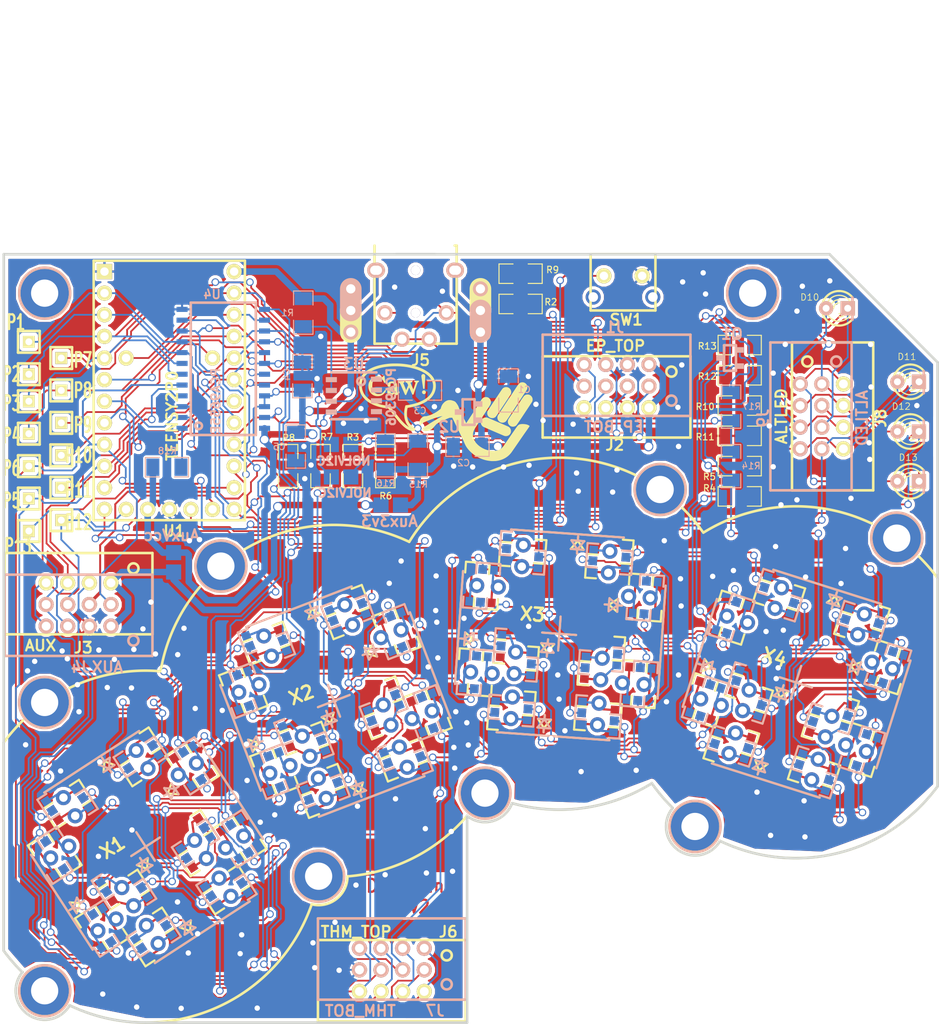
<source format=kicad_pcb>
(kicad_pcb (version 4) (host pcbnew 0.201411121246+5261~19~ubuntu14.04.1-product)
  (title_block (date "14 nov 2013"))
  (layers (0 Front signal) (31 Back signal) (34 B.Paste user) (35 F.Paste user) (36 B.SilkS user) (37 F.SilkS user) (38 B.Mask user) (39 F.Mask user) (44 Edge.Cuts user))
  (net 0 "")
  (net 1 +3.3V)
  (net 2 /AREF)
  (net 3 /B4)
  (net 4 /COL0)
  (net 5 /COL1)
  (net 6 /COL2)
  (net 7 /COL3)
  (net 8 /COL4)
  (net 9 /COL5)
  (net 10 /D4)
  (net 11 /D5)
  (net 12 /D7)
  (net 13 /EPINT)
  (net 14 /EPRST)
  (net 15 /EPSPARE)
  (net 16 /EPSW)
  (net 17 /F7)
  (net 18 /LED_0)
  (net 19 /LED_1)
  (net 20 /LED_2)
  (net 21 /LED_D6_3)
  (net 22 /LVSCL)
  (net 23 /LVSDA)
  (net 24 /ROW0)
  (net 25 /ROW1)
  (net 26 /ROW2)
  (net 27 /ROW3)
  (net 28 /ROW4)
  (net 29 /SCL)
  (net 30 /SDA)
  (net 31 /TRST)
  (net 32 GND)
  (net 33 "Net-(D10-Pad1)")
  (net 34 "Net-(D11-Pad2)")
  (net 35 "Net-(D12-Pad1)")
  (net 36 "Net-(D13-Pad1)")
  (net 37 "Net-(R1-Pad1)")
  (net 38 "Net-(R18-Pad2)")
  (net 39 "Net-(R3-Pad1)")
  (net 40 "Net-(R4-Pad1)")
  (net 41 "Net-(X1-Pad10)")
  (net 42 "Net-(X1-Pad2)")
  (net 43 "Net-(X1-Pad4)")
  (net 44 "Net-(X1-Pad6)")
  (net 45 "Net-(X1-Pad8)")
  (net 46 "Net-(X3-Pad10)")
  (net 47 "Net-(X3-Pad2)")
  (net 48 "Net-(X3-Pad4)")
  (net 49 "Net-(X3-Pad6)")
  (net 50 "Net-(X3-Pad8)")
  (net 51 VCC)
  (net 52 VCOM)
  (net 53 "Net-(Q1-Pad1)")
  (module M3_Mounting_Hole (layer Front) (at -88.31326 36.24072)
    (fp_text reference M3_Mounting_Hole hide)
    (fp_text value VAL** hide)
    (pad "" thru_hole circle (at 0 0) (size 5.99948 5.99948) (drill 3.2004) (layers *.Cu))
  )
  (module M3_Mounting_Hole (layer Front) (at -56.10606 22.78126)
    (fp_text reference M3_Mounting_Hole hide)
    (fp_text value VAL** hide)
    (pad "" thru_hole circle (at 0 0) (size 5.99948 5.99948) (drill 3.2004) (layers *.Cu))
  )
  (module M3_Mounting_Hole (layer Front) (at -36.5506 13.02258)
    (fp_text reference M3_Mounting_Hole hide)
    (fp_text value VAL** hide)
    (pad "" thru_hole circle (at 0 0) (size 5.99948 5.99948) (drill 3.2004) (layers *.Cu))
  )
  (module M3_Mounting_Hole (layer Front) (at -11.85926 16.93672)
    (fp_text reference M3_Mounting_Hole hide)
    (fp_text value VAL** hide)
    (pad "" thru_hole circle (at 0 0) (size 5.99948 5.99948) (drill 3.2004) (layers *.Cu))
  )
  (module M3_Mounting_Hole (layer Front) (at -88.31326 2.36728)
    (fp_text reference M3_Mounting_Hole hide)
    (fp_text value VAL** hide)
    (pad "" thru_hole circle (at 0 0) (size 5.99948 5.99948) (drill 3.2004) (layers *.Cu))
  )
  (module M3_Mounting_Hole (layer Front) (at -67.59448 -13.65504)
    (fp_text reference M3_Mounting_Hole hide)
    (fp_text value VAL** hide)
    (pad "" thru_hole circle (at 0 0) (size 5.99948 5.99948) (drill 3.2004) (layers *.Cu))
  )
  (module M3_Mounting_Hole (layer Front) (at -15.95374 -22.65172)
    (fp_text reference M3_Mounting_Hole hide)
    (fp_text value VAL** hide)
    (pad "" thru_hole circle (at 0 0) (size 5.99948 5.99948) (drill 3.2004) (layers *.Cu))
  )
  (module M3_Mounting_Hole (layer Front) (at 11.85926 -16.93672)
    (fp_text reference M3_Mounting_Hole hide)
    (fp_text value VAL** hide)
    (pad "" thru_hole circle (at 0 0) (size 5.99948 5.99948) (drill 3.2004) (layers *.Cu))
  )
  (module TEENSY2p0 (layer Front) (at -81.28 -48.26 270)
    (fp_text reference U1 (at 30.48 -8.2042 360) (layer F.SilkS) (effects (font (size 1.27 1.27) (thickness 0.254))))
    (fp_text value TEENSY2P0 (at 16.9418 -7.9502 270) (layer F.SilkS) (effects (font (size 1.27 1.27) (thickness 0.254))))
    (pad AREF thru_hole circle (at 10.16 -12.7 270) (size 1.778 1.778) (drill 0.9906) (layers *.Cu *.Mask F.SilkS) (net 2 /AREF))
    (pad Vcc thru_hole circle (at 0 -15.24 270) (size 1.778 1.778) (drill 0.9906) (layers *.Cu *.Mask F.SilkS) (net 51 VCC))
    (pad F0 thru_hole circle (at 2.54 -15.24 270) (size 1.778 1.778) (drill 0.9906) (layers *.Cu *.Mask F.SilkS) (net 24 /ROW0))
    (pad B6 thru_hole circle (at 17.78 -15.24 270) (size 1.778 1.778) (drill 0.9906) (layers *.Cu *.Mask F.SilkS) (net 18 /LED_0))
    (pad F7 thru_hole circle (at 15.24 -15.24 270) (size 1.778 1.778) (drill 0.9906) (layers *.Cu *.Mask F.SilkS) (net 17 /F7))
    (pad F6 thru_hole circle (at 12.7 -15.24 270) (size 1.778 1.778) (drill 0.9906) (layers *.Cu *.Mask F.SilkS) (net 28 /ROW4))
    (pad F5 thru_hole circle (at 10.16 -15.24 270) (size 1.778 1.778) (drill 0.9906) (layers *.Cu *.Mask F.SilkS) (net 27 /ROW3))
    (pad F4 thru_hole circle (at 7.62 -15.24 270) (size 1.778 1.778) (drill 0.9906) (layers *.Cu *.Mask F.SilkS) (net 26 /ROW2))
    (pad F1 thru_hole circle (at 5.08 -15.24 270) (size 1.778 1.778) (drill 0.9906) (layers *.Cu *.Mask F.SilkS) (net 25 /ROW1))
    (pad B4 thru_hole circle (at 22.86 -15.24 270) (size 1.778 1.778) (drill 0.9906) (layers *.Cu *.Mask F.SilkS) (net 3 /B4))
    (pad D7 thru_hole circle (at 25.4 -15.24 270) (size 1.778 1.778) (drill 0.9906) (layers *.Cu *.Mask F.SilkS) (net 12 /D7))
    (pad B5 thru_hole circle (at 20.32 -15.24 270) (size 1.778 1.778) (drill 0.9906) (layers *.Cu *.Mask F.SilkS) (net 19 /LED_1))
    (pad RST thru_hole circle (at 27.94 -10.16 270) (size 1.778 1.778) (drill 0.9906) (layers *.Cu *.Mask F.SilkS) (net 31 /TRST))
    (pad D4 thru_hole circle (at 27.94 -12.7 270) (size 1.778 1.778) (drill 0.9906) (layers *.Cu *.Mask F.SilkS) (net 10 /D4))
    (pad D6 thru_hole circle (at 27.94 -15.24 270) (size 1.778 1.778) (drill 0.9906) (layers *.Cu *.Mask F.SilkS) (net 21 /LED_D6_3))
    (pad D2 thru_hole circle (at 20.32 0 270) (size 1.778 1.778) (drill 0.9906) (layers *.Cu *.Mask F.SilkS) (net 8 /COL4))
    (pad GND thru_hole circle (at 27.94 -7.62 270) (size 1.778 1.778) (drill 0.9906) (layers *.Cu *.Mask F.SilkS) (net 32 GND))
    (pad Vcc thru_hole circle (at 27.94 -5.08 270) (size 1.778 1.778) (drill 0.9906) (layers *.Cu *.Mask F.SilkS) (net 51 VCC))
    (pad D5 thru_hole circle (at 27.94 -2.54 270) (size 1.778 1.778) (drill 0.9906) (layers *.Cu *.Mask F.SilkS) (net 11 /D5))
    (pad C7 thru_hole circle (at 27.94 0 270) (size 1.778 1.778) (drill 0.9906) (layers *.Cu *.Mask F.SilkS) (net 15 /EPSPARE))
    (pad C6 thru_hole circle (at 25.4 0 270) (size 1.778 1.778) (drill 0.9906) (layers *.Cu *.Mask F.SilkS) (net 14 /EPRST))
    (pad D3 thru_hole circle (at 22.86 0 270) (size 1.778 1.778) (drill 0.9906) (layers *.Cu *.Mask F.SilkS) (net 9 /COL5))
    (pad B1 thru_hole circle (at 5.08 0 270) (size 1.778 1.778) (drill 0.9906) (layers *.Cu *.Mask F.SilkS) (net 5 /COL1))
    (pad B2 thru_hole circle (at 7.62 0 270) (size 1.778 1.778) (drill 0.9906) (layers *.Cu *.Mask F.SilkS) (net 6 /COL2))
    (pad B3 thru_hole circle (at 10.16 0 270) (size 1.778 1.778) (drill 0.9906) (layers *.Cu *.Mask F.SilkS) (net 7 /COL3))
    (pad E6 thru_hole circle (at 10.16 -2.54 270) (size 1.778 1.778) (drill 0.9906) (layers *.Cu *.Mask F.SilkS) (net 13 /EPINT))
    (pad B7 thru_hole circle (at 12.7 0 270) (size 1.778 1.778) (drill 0.9906) (layers *.Cu *.Mask F.SilkS) (net 20 /LED_2))
    (pad D0 thru_hole circle (at 15.24 0 270) (size 1.778 1.778) (drill 0.9906) (layers *.Cu *.Mask F.SilkS) (net 29 /SCL))
    (pad D1 thru_hole circle (at 17.78 0 270) (size 1.778 1.778) (drill 0.9906) (layers *.Cu *.Mask F.SilkS) (net 30 /SDA))
    (pad B0 thru_hole circle (at 2.54 0 270) (size 1.778 1.778) (drill 0.9906) (layers *.Cu *.Mask F.SilkS) (net 4 /COL0))
    (pad GND thru_hole rect (at 0 0 270) (size 1.778 1.778) (drill 0.9906) (layers *.Cu *.Mask F.SilkS) (net 32 GND))
  )
  (module SOT23 (layer Back) (at -39.624 -31.75 270)
    (fp_text reference U2 (at 1.7272 1.1176 360) (layer B.SilkS) (effects (font (size 1.27 1.27) (thickness 0.254)) (justify mirror)))
    (fp_text value LIN_REG hide)
    (pad 1 smd rect (at -0.94996 -2.30124 270) (size 0.65024 0.94996) (layers Back B.Paste B.SilkS B.Mask) (net 51 VCC))
    (pad 2 smd rect (at 0.94996 -2.30124 270) (size 0.65024 0.94996) (layers Back B.Paste B.SilkS B.Mask) (net 1 +3.3V))
    (pad 3 smd rect (at 0 0 270) (size 0.65024 0.94996) (layers Back B.Paste B.SilkS B.Mask) (net 32 GND))
  )
  (module SOIC24_PCA9655E (layer Back) (at -67.31 -36.83 90)
    (fp_text reference U4 (at 8.7376 -1.3208 180) (layer B.SilkS) (effects (font (size 1.016 1.016) (thickness 0.2032)) (justify mirror)))
    (fp_text value PCA9655E (at -3.7592 -0.889 90) (layer B.SilkS) (effects (font (size 1.016 1.016) (thickness 0.2032)) (justify mirror)))
    (pad 1 smd rect (at -6.985 -4.84886 90) (size 0.59944 1.30048) (layers Back B.Paste B.Mask) (net 38 "Net-(R18-Pad2)"))
    (pad 2 smd rect (at -5.715 -4.84886 90) (size 0.59944 1.30048) (layers Back B.Paste B.Mask) (net 29 /SCL))
    (pad 3 smd rect (at -4.445 -4.84886 90) (size 0.59944 1.30048) (layers Back B.Paste B.Mask) (net 32 GND))
    (pad 4 smd rect (at -3.175 -4.84886 90) (size 0.59944 1.30048) (layers Back B.Paste B.Mask) (net 9 /COL5))
    (pad 5 smd rect (at -1.905 -4.84886 90) (size 0.59944 1.30048) (layers Back B.Paste B.Mask) (net 8 /COL4))
    (pad 6 smd rect (at -0.635 -4.84886 90) (size 0.59944 1.30048) (layers Back B.Paste B.Mask) (net 7 /COL3))
    (pad 7 smd rect (at 0.635 -4.84886 90) (size 0.59944 1.30048) (layers Back B.Paste B.Mask) (net 6 /COL2))
    (pad 8 smd rect (at 1.905 -4.84886 90) (size 0.59944 1.30048) (layers Back B.Paste B.Mask) (net 5 /COL1))
    (pad 9 smd rect (at 3.175 -4.84886 90) (size 0.59944 1.30048) (layers Back B.Paste B.Mask) (net 4 /COL0))
    (pad 10 smd rect (at 4.445 -4.84886 90) (size 0.59944 1.30048) (layers Back B.Paste B.Mask) (net 18 /LED_0))
    (pad 11 smd rect (at 5.715 -4.84886 90) (size 0.59944 1.30048) (layers Back B.Paste B.Mask) (net 19 /LED_1))
    (pad 12 smd rect (at 6.985 -4.84886 90) (size 0.59944 1.30048) (layers Back B.Paste B.Mask) (net 32 GND))
    (pad 24 smd rect (at -6.985 4.84886 90) (size 0.59944 1.30048) (layers Back B.Paste B.Mask) (net 51 VCC))
    (pad 23 smd rect (at -5.715 4.84886 90) (size 0.59944 1.30048) (layers Back B.Paste B.Mask) (net 30 /SDA))
    (pad 22 smd rect (at -4.445 4.84886 90) (size 0.59944 1.30048) (layers Back B.Paste B.Mask) (net 29 /SCL))
    (pad 21 smd rect (at -3.175 4.84886 90) (size 0.59944 1.30048) (layers Back B.Paste B.Mask) (net 29 /SCL))
    (pad 20 smd rect (at -1.905 4.84886 90) (size 0.59944 1.30048) (layers Back B.Paste B.Mask) (net 14 /EPRST))
    (pad 19 smd rect (at -0.635 4.84886 90) (size 0.59944 1.30048) (layers Back B.Paste B.Mask) (net 21 /LED_D6_3))
    (pad 18 smd rect (at 0.635 4.84886 90) (size 0.59944 1.30048) (layers Back B.Paste B.Mask) (net 20 /LED_2))
    (pad 17 smd rect (at 1.905 4.84886 90) (size 0.59944 1.30048) (layers Back B.Paste B.Mask) (net 28 /ROW4))
    (pad 16 smd rect (at 3.175 4.84886 90) (size 0.59944 1.30048) (layers Back B.Paste B.Mask) (net 27 /ROW3))
    (pad 15 smd rect (at 4.445 4.84886 90) (size 0.59944 1.30048) (layers Back B.Paste B.Mask) (net 26 /ROW2))
    (pad 14 smd rect (at 5.715 4.84886 90) (size 0.59944 1.30048) (layers Back B.Paste B.Mask) (net 25 /ROW1))
    (pad 13 smd rect (at 6.985 4.84886 90) (size 0.59944 1.30048) (layers Back B.Paste B.Mask) (net 24 /ROW0))
  )
  (module SO8 (layer Back) (at -54.61 -35.56 270)
    (fp_text reference U3 (at -1.8542 -2.6416 360) (layer B.SilkS) (effects (font (size 1.27 1.27) (thickness 0.254)) (justify mirror)))
    (fp_text value PCA9306 (at 2.032 -7.0358 270) (layer B.SilkS) (effects (font (size 1.016 1.016) (thickness 0.254)) (justify mirror)))
    (pad 1 smd rect (at -0.0508 -5.30098 270) (size 0.59944 1.30048) (layers Back B.Paste B.SilkS B.Mask) (net 32 GND))
    (pad 2 smd rect (at 1.2192 -5.30098 270) (size 0.59944 1.30048) (layers Back B.Paste B.SilkS B.Mask) (net 1 +3.3V))
    (pad 4 smd rect (at 3.7592 -5.30098 270) (size 0.59944 1.30048) (layers Back B.Paste B.SilkS B.Mask) (net 23 /LVSDA))
    (pad 3 smd rect (at 2.4892 -5.30098 270) (size 0.59944 1.30048) (layers Back B.Paste B.SilkS B.Mask) (net 22 /LVSCL))
    (pad 6 smd rect (at 2.54 0 270) (size 0.59944 1.30048) (layers Back B.Paste B.SilkS B.Mask) (net 29 /SCL))
    (pad 5 smd rect (at 3.81 0 270) (size 0.59944 1.30048) (layers Back B.Paste B.SilkS B.Mask) (net 30 /SDA))
    (pad 7 smd rect (at 1.27 0 270) (size 0.59944 1.30048) (layers Back B.Paste B.SilkS B.Mask) (net 37 "Net-(R1-Pad1)"))
    (pad 8 smd rect (at 0 0 270) (size 0.59944 1.30048) (layers Back B.Paste B.SilkS B.Mask) (net 37 "Net-(R1-Pad1)"))
  )
  (module SM1206 (layer Front) (at -6.604 -28.956 180)
    (fp_text reference R11 (at 4.064 -0.127 180) (layer F.SilkS) (effects (font (size 0.762 0.762) (thickness 0.127))))
    (fp_text value 1k hide)
    (pad 1 smd rect (at -1.651 0 180) (size 1.524 2.032) (layers Front F.Paste F.Mask) (net 34 "Net-(D11-Pad2)"))
    (pad 2 smd rect (at 1.651 0 180) (size 1.524 2.032) (layers Front F.Paste F.Mask) (net 32 GND))
  )
  (module SM1206 (layer Back) (at -58.801 -27.70124 270)
    (fp_text reference C5 (at 0.01524 1.9304 360) (layer B.SilkS) (effects (font (size 0.762 0.762) (thickness 0.127)) (justify mirror)))
    (fp_text value 0.1uF hide)
    (pad 1 smd rect (at -1.651 0 270) (size 1.524 2.032) (layers Back B.Paste B.Mask) (net 51 VCC))
    (pad 2 smd rect (at 1.651 0 270) (size 1.524 2.032) (layers Back B.Paste B.Mask) (net 32 GND))
  )
  (module SM1206 (layer Front) (at -6.604 -32.512)
    (fp_text reference R10 (at -4.064 0.127) (layer F.SilkS) (effects (font (size 0.762 0.762) (thickness 0.127))))
    (fp_text value 1k hide)
    (pad 1 smd rect (at -1.651 0) (size 1.524 2.032) (layers Front F.Paste F.Mask) (net 51 VCC))
    (pad 2 smd rect (at 1.651 0) (size 1.524 2.032) (layers Front F.Paste F.Mask) (net 33 "Net-(D10-Pad1)"))
  )
  (module SM1206 (layer Front) (at -6.604 -36.068)
    (fp_text reference R12 (at -3.81 0.127) (layer F.SilkS) (effects (font (size 0.762 0.762) (thickness 0.127))))
    (fp_text value 1k hide)
    (pad 1 smd rect (at -1.651 0) (size 1.524 2.032) (layers Front F.Paste F.Mask) (net 51 VCC))
    (pad 2 smd rect (at 1.651 0) (size 1.524 2.032) (layers Front F.Paste F.Mask) (net 35 "Net-(D12-Pad1)"))
  )
  (module SM1206 (layer Front) (at -6.604 -39.624)
    (fp_text reference R13 (at -3.81 0.127) (layer F.SilkS) (effects (font (size 0.762 0.762) (thickness 0.127))))
    (fp_text value 1k hide)
    (pad 1 smd rect (at -1.651 0) (size 1.524 2.032) (layers Front F.Paste F.Mask) (net 51 VCC))
    (pad 2 smd rect (at 1.651 0) (size 1.524 2.032) (layers Front F.Paste F.Mask) (net 36 "Net-(D13-Pad1)"))
  )
  (module SM1206 (layer Back) (at -33.782 -34.29 90)
    (fp_text reference C1 (at 0.1016 1.8542 180) (layer B.SilkS) (effects (font (size 0.762 0.762) (thickness 0.127)) (justify mirror)))
    (fp_text value 4.7 hide)
    (pad 1 smd rect (at -1.651 0 90) (size 1.524 2.032) (layers Back B.Paste B.Mask) (net 51 VCC))
    (pad 2 smd rect (at 1.651 0 90) (size 1.524 2.032) (layers Back B.Paste B.Mask) (net 32 GND))
  )
  (module SM1206 (layer Back) (at -38.608 -27.686 180)
    (fp_text reference C2 (at 0.4572 -1.905 180) (layer B.SilkS) (effects (font (size 0.762 0.762) (thickness 0.127)) (justify mirror)))
    (fp_text value 4.7uF hide)
    (pad 1 smd rect (at -1.651 0 180) (size 1.524 2.032) (layers Back B.Paste B.Mask) (net 1 +3.3V))
    (pad 2 smd rect (at 1.651 0 180) (size 1.524 2.032) (layers Back B.Paste B.Mask) (net 32 GND))
  )
  (module SM1206 (layer Back) (at -7.62 -25.4 270)
    (fp_text reference R14 (at -0.0254 -2.3622 360) (layer B.SilkS) (effects (font (size 0.762 0.762) (thickness 0.127)) (justify mirror)))
    (fp_text value 5k hide)
    (pad 1 smd rect (at -1.651 0 270) (size 1.524 2.032) (layers Back B.Paste B.Mask) (net 16 /EPSW))
    (pad 2 smd rect (at 1.651 0 270) (size 1.524 2.032) (layers Back B.Paste B.Mask) (net 27 /ROW3))
  )
  (module SM1206 (layer Back) (at -44.196 -34.29 180)
    (fp_text reference C3 (at -0.0254 -2.3876 180) (layer B.SilkS) (effects (font (size 0.762 0.762) (thickness 0.127)) (justify mirror)))
    (fp_text value 0.1uF hide)
    (pad 1 smd rect (at -1.651 0 180) (size 1.524 2.032) (layers Back B.Paste B.Mask) (net 32 GND))
    (pad 2 smd rect (at 1.651 0 180) (size 1.524 2.032) (layers Back B.Paste B.Mask) (net 1 +3.3V))
  )
  (module SM1206 (layer Back) (at -58.0136 -35.9664 90)
    (fp_text reference C4 (at 0.1778 -1.8288 90) (layer B.SilkS) (effects (font (size 0.762 0.762) (thickness 0.127)) (justify mirror)))
    (fp_text value 0.1uF hide)
    (pad 1 smd rect (at -1.651 0 90) (size 1.524 2.032) (layers Back B.Paste B.Mask) (net 51 VCC))
    (pad 2 smd rect (at 1.651 0 90) (size 1.524 2.032) (layers Back B.Paste B.Mask) (net 32 GND))
  )
  (module SM1206 (layer Front) (at -32.3596 -48.006 180)
    (fp_text reference R9 (at -3.7592 0.4572 180) (layer F.SilkS) (effects (font (size 0.762 0.762) (thickness 0.127))))
    (fp_text value 2.2k hide)
    (pad 1 smd rect (at -1.651 0 180) (size 1.524 2.032) (layers Front F.Paste F.Mask) (net 51 VCC))
    (pad 2 smd rect (at 1.651 0 180) (size 1.524 2.032) (layers Front F.Paste F.Mask) (net 30 /SDA))
  )
  (module SJ-43514 (layer Front) (at -44.704 -51.308 270)
    (fp_text reference J5 (at 13.462 -0.5842 360) (layer F.SilkS) (effects (font (size 1.27 1.27) (thickness 0.254))))
    (fp_text value SJ-43514 hide)
    (fp_line (start 1.016 -2.286) (end 1.016 2.286) (layer Edge.Cuts) (width 0.3048))
    (fp_line (start 7.62 -7.62) (end 7.62 -6.604) (layer Back) (width 0.635))
    (fp_line (start 7.62 -6.604) (end 5.6896 -4.6736) (layer Back) (width 0.635))
    (fp_line (start 5.6896 -4.6736) (end 2.8956 -4.6736) (layer Front) (width 0.635))
    (fp_line (start 7.62 -7.62) (end 7.62 -6.604) (layer Front) (width 0.635))
    (fp_line (start 7.62 -6.604) (end 5.6896 -4.6736) (layer Front) (width 0.635))
    (fp_line (start 5.6896 -4.6736) (end 2.8956 -4.6736) (layer Back) (width 0.635))
    (fp_line (start 2.8956 4.6736) (end 5.715 4.6736) (layer Back) (width 0.635))
    (fp_line (start 5.715 4.6736) (end 7.62 6.604) (layer Back) (width 0.635))
    (fp_line (start 7.62 6.604) (end 7.62 7.62) (layer Back) (width 0.635))
    (fp_line (start 7.62 7.62) (end 7.62 6.604) (layer Front) (width 0.635))
    (fp_line (start 7.62 6.604) (end 5.715 4.6736) (layer Front) (width 0.635))
    (fp_line (start 5.715 4.6736) (end 2.8956 4.6736) (layer Front) (width 0.635))
    (pad "" thru_hole circle (at 7.62 7.62 270) (size 1.778 1.778) (drill 1.0922) (layers *.Cu *.SilkS *.Mask))
    (pad 4 thru_hole circle (at 10.16 7.62 270) (size 1.778 1.778) (drill 1.0922) (layers *.Cu *.SilkS *.Mask) (net 51 VCC))
    (pad 4 thru_hole circle (at 10.16 -7.62 270) (size 1.778 1.778) (drill 1.0922) (layers *.Cu *.SilkS *.Mask) (net 51 VCC))
    (pad "" thru_hole circle (at 7.62 -7.62 270) (size 1.778 1.778) (drill 1.0922) (layers *.Cu *.SilkS *.Mask))
    (pad 1 thru_hole circle (at 5.08 -7.62 270) (size 1.778 1.778) (drill 1.0922) (layers *.Cu *.SilkS *.Mask) (net 32 GND))
    (pad "" thru_hole circle (at 2.8956 4.8006 270) (size 1.778 1.778) (drill 1.0922) (layers *.Cu *.SilkS *.Mask))
    (pad "" thru_hole circle (at 2.8956 -4.4958 270) (size 1.778 1.778) (drill 1.0922) (layers *.Cu *.SilkS *.Mask))
    (pad 3 thru_hole circle (at 10.9982 1.6002 270) (size 1.778 1.778) (drill 1.0922) (layers *.Cu *.SilkS *.Mask) (net 29 /SCL))
    (pad 3 thru_hole circle (at 10.9982 -1.6002 270) (size 1.778 1.778) (drill 1.0922) (layers *.Cu *.SilkS *.Mask) (net 29 /SCL))
    (pad 2 thru_hole circle (at 7.8994 -3.6068 270) (size 1.778 1.778) (drill 1.0922) (layers *.Cu *.SilkS *.Mask) (net 30 /SDA))
    (pad 2 thru_hole circle (at 7.8994 3.6068 270) (size 1.778 1.778) (drill 1.0922) (layers *.Cu *.SilkS *.Mask) (net 30 /SDA))
    (pad "" thru_hole circle (at 2.8956 4.4958 270) (size 1.778 1.778) (drill 1.0922) (layers *.Cu *.SilkS *.Mask))
    (pad "" thru_hole circle (at 2.8956 0 270) (size 1.0922 1.0922) (drill 1.0922) (layers *.Cu))
    (pad "" thru_hole circle (at 7.8994 0 270) (size 1.0922 1.0922) (drill 1.0922) (layers *.Cu))
    (pad "" thru_hole circle (at 2.8956 -4.8006 270) (size 1.778 1.778) (drill 1.0922) (layers *.Cu *.SilkS *.Mask))
    (pad 1 thru_hole circle (at 5.08 7.62 270) (size 1.778 1.778) (drill 1.0922) (layers *.Cu *.SilkS *.Mask) (net 32 GND))
  )
  (module SIL-1 (layer Front) (at -90.17 -40.005)
    (fp_text reference P1 (at -1.524 -2.286) (layer F.SilkS) (effects (font (size 1.72974 1.08712) (thickness 0.27178))))
    (fp_text value TST hide)
    (pad 1 thru_hole rect (at 0 0) (size 1.397 1.397) (drill 0.8128) (layers *.Cu *.Mask F.SilkS) (net 4 /COL0))
  )
  (module SOT23 (layer Back) (at -8.89 -38.1 270)
    (fp_text reference Q1 (at -2.8194 -1.3716 360) (layer B.SilkS) (effects (font (size 1.27 1.27) (thickness 0.254)) (justify mirror)))
    (fp_text value PNP_KSA1298 hide)
    (pad 1 smd rect (at -0.94996 -2.30124 270) (size 0.65024 0.94996) (layers Back B.Paste B.SilkS B.Mask) (net 53 "Net-(Q1-Pad1)"))
    (pad 2 smd rect (at 0.94996 -2.30124 270) (size 0.65024 0.94996) (layers Back B.Paste B.SilkS B.Mask) (net 27 /ROW3))
    (pad 3 smd rect (at 0 0 270) (size 0.65024 0.94996) (layers Back B.Paste B.SilkS B.Mask) (net 8 /COL4))
  )
  (module SOLDER_BR (layer Back) (at -46.482 -20.828 180)
    (fp_text reference B2 hide)
    (fp_text value Aux3v3 (at 1.2954 -1.905 180) (layer B.SilkS) (effects (font (size 1.27 1.27) (thickness 0.254)) (justify mirror)))
    (pad 2 smd rect (at 2.286 0 180) (size 1.778 1.778) (layers Back B.Paste B.Mask) (net 52 VCOM))
    (pad 1 smd rect (at 0 0 180) (size 1.778 1.778) (layers Back B.Paste B.Mask) (net 1 +3.3V))
  )
  (module SOLDER_BR (layer Back) (at -54.61 -27.94)
    (fp_text reference B3 hide)
    (fp_text value NOLVI2C (at 1.4478 1.9304) (layer B.SilkS) (effects (font (size 1.016 1.016) (thickness 0.254)) (justify mirror)))
    (pad 2 smd rect (at 2.286 0) (size 1.778 1.778) (layers Back B.Paste B.Mask) (net 23 /LVSDA))
    (pad 1 smd rect (at 0 0) (size 1.778 1.778) (layers Back B.Paste B.Mask) (net 30 /SDA))
  )
  (module SOLDER_BR (layer Back) (at -54.61 -24.13)
    (fp_text reference B4 hide)
    (fp_text value NOLVI2C (at 1.5748 1.8796) (layer B.SilkS) (effects (font (size 1.016 1.016) (thickness 0.254)) (justify mirror)))
    (pad 2 smd rect (at 2.286 0) (size 1.778 1.778) (layers Back B.Paste B.Mask) (net 22 /LVSCL))
    (pad 1 smd rect (at 0 0) (size 1.778 1.778) (layers Back B.Paste B.Mask) (net 29 /SCL))
  )
  (module SOLDER_BR (layer Back) (at -73.152 -15.24 270)
    (fp_text reference B1 hide)
    (fp_text value AuxVcc (at -2.032 0.254 360) (layer B.SilkS) (effects (font (size 1.27 1.27) (thickness 0.254)) (justify mirror)))
    (pad 2 smd rect (at 2.286 0 270) (size 1.778 1.778) (layers Back B.Paste B.Mask) (net 52 VCOM))
    (pad 1 smd rect (at 0 0 270) (size 1.778 1.778) (layers Back B.Paste B.Mask) (net 51 VCC))
  )
  (module SM1206 (layer Back) (at -73.9394 -25.273)
    (fp_text reference R18 (at 0.0508 -1.905) (layer B.SilkS) (effects (font (size 0.762 0.762) (thickness 0.127)) (justify mirror)))
    (fp_text value 10k hide)
    (pad 1 smd rect (at -1.651 0) (size 1.524 2.032) (layers Back B.Paste B.Mask) (net 51 VCC))
    (pad 2 smd rect (at 1.651 0) (size 1.524 2.032) (layers Back B.Paste B.Mask) (net 38 "Net-(R18-Pad2)"))
  )
  (module SM1206 (layer Back) (at -7.62 -32.385 90)
    (fp_text reference R17 (at 0.0254 2.413 180) (layer B.SilkS) (effects (font (size 0.762 0.762) (thickness 0.127)) (justify mirror)))
    (fp_text value 5k hide)
    (pad 1 smd rect (at -1.651 0 90) (size 1.524 2.032) (layers Back B.Paste B.Mask) (net 16 /EPSW))
    (pad 2 smd rect (at 1.651 0 90) (size 1.524 2.032) (layers Back B.Paste B.Mask) (net 53 "Net-(Q1-Pad1)"))
  )
  (module SM1206 (layer Back) (at -48.26 -26.67 90)
    (fp_text reference R16 (at -3.2766 0.0508 180) (layer B.SilkS) (effects (font (size 0.762 0.762) (thickness 0.127)) (justify mirror)))
    (fp_text value 2.2k hide)
    (pad 1 smd rect (at -1.651 0 90) (size 1.524 2.032) (layers Back B.Paste B.Mask) (net 1 +3.3V))
    (pad 2 smd rect (at 1.651 0 90) (size 1.524 2.032) (layers Back B.Paste B.Mask) (net 23 /LVSDA))
  )
  (module SM1206 (layer Back) (at -44.45 -26.67 90)
    (fp_text reference R15 (at -3.4036 0.0762 180) (layer B.SilkS) (effects (font (size 0.762 0.762) (thickness 0.127)) (justify mirror)))
    (fp_text value 2.2k hide)
    (pad 1 smd rect (at -1.651 0 90) (size 1.524 2.032) (layers Back B.Paste B.Mask) (net 1 +3.3V))
    (pad 2 smd rect (at 1.651 0 90) (size 1.524 2.032) (layers Back B.Paste B.Mask) (net 22 /LVSCL))
  )
  (module SIL-1 (layer Front) (at -86.36 -22.86)
    (fp_text reference P11 (at 2.032 0.254) (layer F.SilkS) (effects (font (size 1.72974 1.08712) (thickness 0.27178))))
    (fp_text value TST hide)
    (pad 1 thru_hole rect (at 0 0) (size 1.397 1.397) (drill 0.8128) (layers *.Cu *.Mask F.SilkS) (net 28 /ROW4))
  )
  (module SIL-1 (layer Front) (at -86.36 -38.1)
    (fp_text reference P7 (at 2.54 0.254) (layer F.SilkS) (effects (font (size 1.72974 1.08712) (thickness 0.27178))))
    (fp_text value TST hide)
    (pad 1 thru_hole rect (at 0 0) (size 1.397 1.397) (drill 0.8128) (layers *.Cu *.Mask F.SilkS) (net 24 /ROW0))
  )
  (module SIL-1 (layer Front) (at -86.36 -19.05)
    (fp_text reference P12 (at 2.032 0.254) (layer F.SilkS) (effects (font (size 1.72974 1.08712) (thickness 0.27178))))
    (fp_text value TST hide)
    (pad 1 thru_hole rect (at 0 0) (size 1.397 1.397) (drill 0.8128) (layers *.Cu *.Mask F.SilkS) (net 10 /D4))
  )
  (module SIL-1 (layer Front) (at -90.17 -17.78)
    (fp_text reference P13 (at -1.27 1.778) (layer F.SilkS) (effects (font (size 1.72974 1.08712) (thickness 0.27178))))
    (fp_text value TST hide)
    (pad 1 thru_hole rect (at 0 0) (size 1.397 1.397) (drill 0.8128) (layers *.Cu *.Mask F.SilkS) (net 11 /D5))
  )
  (module SIL-1 (layer Front) (at -86.36 -26.67)
    (fp_text reference P10 (at 2.032 0) (layer F.SilkS) (effects (font (size 1.72974 1.08712) (thickness 0.27178))))
    (fp_text value TST hide)
    (pad 1 thru_hole rect (at 0 0) (size 1.397 1.397) (drill 0.8128) (layers *.Cu *.Mask F.SilkS) (net 27 /ROW3))
  )
  (module SIL-1 (layer Front) (at -86.36 -30.48)
    (fp_text reference P9 (at 2.54 0.254) (layer F.SilkS) (effects (font (size 1.72974 1.08712) (thickness 0.27178))))
    (fp_text value TST hide)
    (pad 1 thru_hole rect (at 0 0) (size 1.397 1.397) (drill 0.8128) (layers *.Cu *.Mask F.SilkS) (net 26 /ROW2))
  )
  (module SIL-1 (layer Front) (at -86.36 -34.29)
    (fp_text reference P8 (at 2.54 0) (layer F.SilkS) (effects (font (size 1.72974 1.08712) (thickness 0.27178))))
    (fp_text value TST hide)
    (pad 1 thru_hole rect (at 0 0) (size 1.397 1.397) (drill 0.8128) (layers *.Cu *.Mask F.SilkS) (net 25 /ROW1))
  )
  (module SIL-1 (layer Front) (at -90.17 -25.4)
    (fp_text reference P6 (at -2.032 0.254) (layer F.SilkS) (effects (font (size 1.72974 1.08712) (thickness 0.27178))))
    (fp_text value TST hide)
    (pad 1 thru_hole rect (at 0 0) (size 1.397 1.397) (drill 0.8128) (layers *.Cu *.Mask F.SilkS) (net 8 /COL4))
  )
  (module SIL-1 (layer Front) (at -90.17 -21.59)
    (fp_text reference P5 (at -2.032 0.254) (layer F.SilkS) (effects (font (size 1.72974 1.08712) (thickness 0.27178))))
    (fp_text value TST hide)
    (pad 1 thru_hole rect (at 0 0) (size 1.397 1.397) (drill 0.8128) (layers *.Cu *.Mask F.SilkS) (net 9 /COL5))
  )
  (module SIL-1 (layer Front) (at -90.17 -29.21)
    (fp_text reference P4 (at -2.032 0.254) (layer F.SilkS) (effects (font (size 1.72974 1.08712) (thickness 0.27178))))
    (fp_text value TST hide)
    (pad 1 thru_hole rect (at 0 0) (size 1.397 1.397) (drill 0.8128) (layers *.Cu *.Mask F.SilkS) (net 7 /COL3))
  )
  (module SIL-1 (layer Front) (at -90.17 -33.02)
    (fp_text reference P3 (at -2.032 0.254) (layer F.SilkS) (effects (font (size 1.72974 1.08712) (thickness 0.27178))))
    (fp_text value TST hide)
    (pad 1 thru_hole rect (at 0 0) (size 1.397 1.397) (drill 0.8128) (layers *.Cu *.Mask F.SilkS) (net 6 /COL2))
  )
  (module SIL-1 (layer Front) (at -90.17 -36.195)
    (fp_text reference P2 (at -2.032 0) (layer F.SilkS) (effects (font (size 1.72974 1.08712) (thickness 0.27178))))
    (fp_text value TST hide)
    (pad 1 thru_hole rect (at 0 0) (size 1.397 1.397) (drill 0.8128) (layers *.Cu *.Mask F.SilkS) (net 5 /COL1))
  )
  (module SM1206 (layer Back) (at -57.912 -43.434 90)
    (fp_text reference R1 (at -0.0254 -1.8542 180) (layer B.SilkS) (effects (font (size 0.762 0.762) (thickness 0.127)) (justify mirror)))
    (fp_text value 200k hide)
    (pad 1 smd rect (at -1.651 0 90) (size 1.524 2.032) (layers Back B.Paste B.Mask) (net 37 "Net-(R1-Pad1)"))
    (pad 2 smd rect (at 1.651 0 90) (size 1.524 2.032) (layers Back B.Paste B.Mask) (net 51 VCC))
  )
  (module SM1206 (layer Front) (at -32.3596 -44.45)
    (fp_text reference R2 (at 3.556 -0.2286) (layer F.SilkS) (effects (font (size 0.762 0.762) (thickness 0.127))))
    (fp_text value 2.2k hide)
    (pad 1 smd rect (at -1.651 0) (size 1.524 2.032) (layers Front F.Paste F.Mask) (net 51 VCC))
    (pad 2 smd rect (at 1.651 0) (size 1.524 2.032) (layers Front F.Paste F.Mask) (net 29 /SCL))
  )
  (module SM1206 (layer Front) (at -52.07 -25.4 90)
    (fp_text reference R3 (at 3.4036 0 180) (layer F.SilkS) (effects (font (size 0.762 0.762) (thickness 0.127))))
    (fp_text value 470 hide)
    (pad 1 smd rect (at -1.651 0 90) (size 1.524 2.032) (layers Front F.Paste F.Mask) (net 39 "Net-(R3-Pad1)"))
    (pad 2 smd rect (at 1.651 0 90) (size 1.524 2.032) (layers Front F.Paste F.Mask) (net 32 GND))
  )
  (module SM1206 (layer Front) (at -6.604 -21.844)
    (fp_text reference R4 (at -3.556 -0.9652) (layer F.SilkS) (effects (font (size 0.762 0.762) (thickness 0.127))))
    (fp_text value 470 hide)
    (pad 1 smd rect (at -1.651 0) (size 1.524 2.032) (layers Front F.Paste F.Mask) (net 40 "Net-(R4-Pad1)"))
    (pad 2 smd rect (at 1.651 0) (size 1.524 2.032) (layers Front F.Paste F.Mask) (net 32 GND))
  )
  (module SM1206 (layer Front) (at -6.604 -25.4)
    (fp_text reference R5 (at -3.556 1.2446) (layer F.SilkS) (effects (font (size 0.762 0.762) (thickness 0.127))))
    (fp_text value 2.49k hide)
    (pad 1 smd rect (at -1.651 0) (size 1.524 2.032) (layers Front F.Paste F.Mask) (net 7 /COL3))
    (pad 2 smd rect (at 1.651 0) (size 1.524 2.032) (layers Front F.Paste F.Mask) (net 32 GND))
  )
  (module SM1206 (layer Front) (at -48.26 -25.4 90)
    (fp_text reference R6 (at -3.5052 0.0508 180) (layer F.SilkS) (effects (font (size 0.762 0.762) (thickness 0.127))))
    (fp_text value 2.49k hide)
    (pad 1 smd rect (at -1.651 0 90) (size 1.524 2.032) (layers Front F.Paste F.Mask) (net 6 /COL2))
    (pad 2 smd rect (at 1.651 0 90) (size 1.524 2.032) (layers Front F.Paste F.Mask) (net 32 GND))
  )
  (module SM1206 (layer Front) (at -55.88 -25.4 90)
    (fp_text reference R7 (at 3.429 0.7112 180) (layer F.SilkS) (effects (font (size 0.762 0.762) (thickness 0.127))))
    (fp_text value 2.49k hide)
    (pad 1 smd rect (at -1.651 0 90) (size 1.524 2.032) (layers Front F.Paste F.Mask) (net 5 /COL1))
    (pad 2 smd rect (at 1.651 0 90) (size 1.524 2.032) (layers Front F.Paste F.Mask) (net 32 GND))
  )
  (module SM1206 (layer Front) (at -59.69 -25.4 90)
    (fp_text reference R8 (at 3.3274 0.0762 180) (layer F.SilkS) (effects (font (size 0.762 0.762) (thickness 0.127))))
    (fp_text value 2.49k hide)
    (pad 1 smd rect (at -1.651 0 90) (size 1.524 2.032) (layers Front F.Paste F.Mask) (net 4 /COL0))
    (pad 2 smd rect (at 1.651 0 90) (size 1.524 2.032) (layers Front F.Paste F.Mask) (net 32 GND))
  )
  (module M3_Mounting_Hole (layer Front) (at -5.08 -45.72)
    (fp_text reference M3_Mounting_Hole hide)
    (fp_text value VAL** hide)
    (pad "" thru_hole circle (at 0 0) (size 5.99948 5.99948) (drill 3.2004) (layers *.Cu))
  )
  (module M3_Mounting_Hole (layer Front) (at -88.31326 -45.72)
    (fp_text reference M3_Mounting_Hole hide)
    (fp_text value VAL** hide)
    (pad "" thru_hole circle (at 0 0) (size 5.99948 5.99948) (drill 3.2004) (layers *.Cu))
  )
  (module LED-3MM-DH (layer Front) (at 4.826 -43.942)
    (fp_text reference D10 (at -3.2004 -1.2954) (layer F.SilkS) (effects (font (size 0.762 0.762) (thickness 0.0889))))
    (fp_text value LED hide)
    (pad 1 thru_hole circle (at -1.27 0) (size 1.6764 1.6764) (drill 0.8128) (layers *.Cu *.SilkS *.Mask) (net 33 "Net-(D10-Pad1)"))
    (pad 2 thru_hole rect (at 1.27 0) (size 1.6764 1.6764) (drill 0.8128) (layers *.Cu *.SilkS *.Mask) (net 20 /LED_2))
  )
  (module LED-3MM-DH (layer Front) (at 13.208 -35.306)
    (fp_text reference D11 (at -0.1524 -2.9464) (layer F.SilkS) (effects (font (size 0.762 0.762) (thickness 0.0889))))
    (fp_text value LED hide)
    (pad 1 thru_hole circle (at -1.27 0) (size 1.6764 1.6764) (drill 0.8128) (layers *.Cu *.SilkS *.Mask) (net 21 /LED_D6_3))
    (pad 2 thru_hole rect (at 1.27 0) (size 1.6764 1.6764) (drill 0.8128) (layers *.Cu *.SilkS *.Mask) (net 34 "Net-(D11-Pad2)"))
  )
  (module LED-3MM-DH (layer Front) (at 13.208 -29.464)
    (fp_text reference D12 (at -0.8128 -2.9464) (layer F.SilkS) (effects (font (size 0.762 0.762) (thickness 0.0889))))
    (fp_text value LED hide)
    (pad 1 thru_hole circle (at -1.27 0) (size 1.6764 1.6764) (drill 0.8128) (layers *.Cu *.SilkS *.Mask) (net 35 "Net-(D12-Pad1)"))
    (pad 2 thru_hole rect (at 1.27 0) (size 1.6764 1.6764) (drill 0.8128) (layers *.Cu *.SilkS *.Mask) (net 19 /LED_1))
  )
  (module LED-3MM-DH (layer Front) (at 13.208 -23.622)
    (fp_text reference D13 (at 0 -2.794) (layer F.SilkS) (effects (font (size 0.762 0.762) (thickness 0.0889))))
    (fp_text value LED hide)
    (pad 1 thru_hole circle (at -1.27 0) (size 1.6764 1.6764) (drill 0.8128) (layers *.Cu *.SilkS *.Mask) (net 36 "Net-(D13-Pad1)"))
    (pad 2 thru_hole rect (at 1.27 0) (size 1.6764 1.6764) (drill 0.8128) (layers *.Cu *.SilkS *.Mask) (net 18 /LED_0))
  )
  (module rf5s (layer Front) (at 0 0 342.4)
    (fp_text reference X4 (at -3.302 -2.032 342.4) (layer F.SilkS) (effects (font (thickness 0.3048))))
    (fp_text value RF5S hide)
    (fp_line (start -6.73862 0.63754) (end -5.76326 0.63754) (layer Back) (width 0.254))
    (fp_line (start -5.76326 0.63754) (end -4.96316 2.51206) (layer Back) (width 0.254))
    (fp_line (start -6.71322 3.23596) (end -4.96316 5.06222) (layer Front) (width 0.254))
    (fp_line (start 6.9596 0.5842) (end 6.1595 0.5842) (layer Front) (width 0.254))
    (fp_line (start 6.1595 0.5842) (end 5.26034 2.51206) (layer Front) (width 0.254))
    (fp_line (start 6.98246 3.21564) (end 5.2451 5.05968) (layer Back) (width 0.254))
    (fp_line (start -8.23976 -4.68122) (end -8.23976 -3.15722) (layer Front) (width 0.254))
    (fp_line (start -10.77976 -4.68122) (end -10.77976 -3.15722) (layer Back) (width 0.254))
    (fp_line (start -10.77976 5.51688) (end -10.77976 7.04088) (layer Back) (width 0.254))
    (fp_line (start -8.23976 5.51688) (end -8.23976 7.04088) (layer Front) (width 0.254))
    (fp_line (start 11.03376 5.51688) (end 11.03376 7.04088) (layer Front) (width 0.254))
    (fp_line (start 8.49376 5.51688) (end 8.49376 7.04088) (layer Back) (width 0.254))
    (fp_line (start 8.49376 -4.68376) (end 8.49376 -3.15976) (layer Back) (width 0.254))
    (fp_line (start 11.03376 -4.68376) (end 11.03376 -3.15976) (layer Front) (width 0.254))
    (fp_line (start 4.96824 5.04952) (end 3.44424 5.04952) (layer Front) (width 0.254))
    (fp_line (start 4.96824 2.50952) (end 3.44424 2.50952) (layer Back) (width 0.254))
    (fp_line (start 4.97078 -10.08888) (end 3.44678 -10.08888) (layer Back) (width 0.254))
    (fp_line (start 4.97078 -7.54888) (end 3.44678 -7.54888) (layer Front) (width 0.254))
    (fp_line (start -5.25272 -10.78992) (end -6.77672 -10.78992) (layer Back) (width 0.254))
    (fp_line (start -5.25272 -8.24992) (end -6.77672 -8.24992) (layer Front) (width 0.254))
    (fp_line (start 4.94792 10.35304) (end 3.42392 10.35304) (layer Front) (width 0.254))
    (fp_line (start 4.94792 7.81304) (end 3.42392 7.81304) (layer Back) (width 0.254))
    (fp_line (start 5.52196 -8.24484) (end 7.04596 -8.24484) (layer Back) (width 0.254))
    (fp_line (start 5.52196 -10.78484) (end 7.04596 -10.78484) (layer Front) (width 0.254))
    (fp_line (start -5.25272 8.48868) (end -6.77672 8.48868) (layer Back) (width 0.254))
    (fp_line (start -5.25272 11.02868) (end -6.77672 11.02868) (layer Front) (width 0.254))
    (fp_line (start -4.70408 -10.0838) (end -3.18008 -10.0838) (layer Front) (width 0.254))
    (fp_line (start -4.70408 -7.5438) (end -3.18008 -7.5438) (layer Back) (width 0.254))
    (fp_line (start -4.6863 7.81558) (end -3.1623 7.81558) (layer Front) (width 0.254))
    (fp_line (start -4.6863 10.35558) (end -3.1623 10.35558) (layer Back) (width 0.254))
    (fp_line (start -4.68122 5.0546) (end -3.15722 5.0546) (layer Back) (width 0.254))
    (fp_line (start -4.68122 2.5146) (end -3.15722 2.5146) (layer Front) (width 0.254))
    (fp_line (start 5.51942 11.03122) (end 7.04342 11.03122) (layer Back) (width 0.254))
    (fp_line (start 5.51942 8.49122) (end 7.04342 8.49122) (layer Front) (width 0.254))
    (fp_line (start 8.51916 4.95554) (end 8.51916 3.43154) (layer Front) (width 0.254))
    (fp_line (start 11.05916 4.95554) (end 11.05916 3.43154) (layer Back) (width 0.254))
    (fp_line (start -10.7823 -5.23494) (end -10.7823 -6.75894) (layer Front) (width 0.254))
    (fp_line (start -8.2423 -6.75894) (end -8.2423 -5.23494) (layer Back) (width 0.254))
    (fp_line (start 11.049 -5.23494) (end 11.049 -6.75894) (layer Back) (width 0.254))
    (fp_line (start -8.2423 3.4417) (end -8.2423 4.9657) (layer Back) (width 0.254))
    (fp_line (start 8.509 -5.23494) (end 8.509 -6.75894) (layer Front) (width 0.254))
    (fp_line (start -10.7823 4.9657) (end -10.7823 3.4417) (layer Front) (width 0.254))
    (pad "" smd rect (at -8.23976 -3.03022 162.4) (size 1.016 1.016) (layers Front F.Mask))
    (pad 20 smd rect (at -9.50976 -3.03022 162.4) (size 1.016 1.016) (layers *.Cu *.Mask) (net 7 /COL3))
    (pad "" smd rect (at -10.77976 -3.03022 162.4) (size 1.016 1.016) (layers Back B.Mask))
    (pad "" smd rect (at -10.77976 7.16788 162.4) (size 1.016 1.016) (layers Back B.Mask))
    (pad 9 smd rect (at -9.50976 7.16788 162.4) (size 1.016 1.016) (layers *.Cu *.Mask) (net 46 "Net-(X3-Pad10)"))
    (pad "" smd rect (at -8.23976 7.16788 162.4) (size 1.016 1.016) (layers Front F.Mask))
    (pad "" smd rect (at 11.03376 7.16788 162.4) (size 1.016 1.016) (layers Front F.Mask))
    (pad 13 smd rect (at 9.76376 7.16788 162.4) (size 1.016 1.016) (layers *.Cu *.Mask) (net 25 /ROW1))
    (pad "" smd rect (at 8.49376 7.16788 162.4) (size 1.016 1.016) (layers Back B.Mask))
    (pad "" smd rect (at 8.49376 -3.03276 162.4) (size 1.016 1.016) (layers Back B.Mask))
    (pad 4 smd rect (at 9.76376 -3.03276 162.4) (size 1.016 1.016) (layers *.Cu *.Mask) (net 40 "Net-(R4-Pad1)"))
    (pad "" smd rect (at 11.03376 -3.03276 162.4) (size 1.016 1.016) (layers Front F.Mask))
    (pad "" smd rect (at 3.31724 5.04952 72.4) (size 1.016 1.016) (layers Front F.Mask))
    (pad 16 smd rect (at 3.31724 3.77952 72.4) (size 1.016 1.016) (layers *.Cu *.Mask) (net 7 /COL3))
    (pad "" smd rect (at 3.31724 2.50952 72.4) (size 1.016 1.016) (layers Back B.Mask))
    (pad "" smd rect (at 3.31978 -10.08888 72.4) (size 1.016 1.016) (layers Back B.Mask))
    (pad 2 smd rect (at 3.31978 -8.81888 72.4) (size 1.016 1.016) (layers *.Cu *.Mask) (net 40 "Net-(R4-Pad1)"))
    (pad "" smd rect (at 3.31978 -7.54888 72.4) (size 1.016 1.016) (layers Front F.Mask))
    (pad "" smd rect (at -6.72846 3.20294 72.4) (size 1.016 1.016) (layers Front F.Mask))
    (pad 5 smd rect (at -6.72846 1.93294 72.4) (size 1.016 1.016) (layers *.Cu *.Mask) (net 49 "Net-(X3-Pad6)"))
    (pad "" smd rect (at -6.72846 0.66294 72.4) (size 1.016 1.016) (layers Back B.Mask))
    (pad "" smd rect (at -6.90372 -10.78992 72.4) (size 1.016 1.016) (layers Back B.Mask))
    (pad 11 smd rect (at -6.90372 -9.51992 72.4) (size 1.016 1.016) (layers *.Cu *.Mask) (net 24 /ROW0))
    (pad "" smd rect (at -6.90372 -8.24992 72.4) (size 1.016 1.016) (layers Front F.Mask))
    (pad "" smd rect (at 3.29692 10.35304 72.4) (size 1.016 1.016) (layers Front F.Mask))
    (pad 18 smd rect (at 3.29692 9.08304 72.4) (size 1.016 1.016) (layers *.Cu *.Mask) (net 7 /COL3))
    (pad "" smd rect (at 3.29692 7.81304 72.4) (size 1.016 1.016) (layers Back B.Mask))
    (pad "" smd rect (at 7.17296 -8.24484 252.4) (size 1.016 1.016) (layers Back B.Mask))
    (pad 1 smd rect (at 7.17296 -9.51484 252.4) (size 1.016 1.016) (layers *.Cu *.Mask) (net 47 "Net-(X3-Pad2)"))
    (pad "" smd rect (at 7.17296 -10.78484 252.4) (size 1.016 1.016) (layers Front F.Mask))
    (pad "" smd rect (at -6.90372 8.48868 72.4) (size 1.016 1.016) (layers Back B.Mask))
    (pad 7 smd rect (at -6.90372 9.75868 72.4) (size 1.016 1.016) (layers *.Cu *.Mask) (net 50 "Net-(X3-Pad8)"))
    (pad "" smd rect (at -6.90372 11.02868 72.4) (size 1.016 1.016) (layers Front F.Mask))
    (pad "" smd rect (at -3.05308 -10.0838 252.4) (size 1.016 1.016) (layers Front F.Mask))
    (pad 12 smd rect (at -3.05308 -8.8138 252.4) (size 1.016 1.016) (layers *.Cu *.Mask) (net 7 /COL3))
    (pad "" smd rect (at -3.05308 -7.5438 252.4) (size 1.016 1.016) (layers Back B.Mask))
    (pad "" smd rect (at -3.0353 7.81558 252.4) (size 1.016 1.016) (layers Front F.Mask))
    (pad 8 smd rect (at -3.0353 9.08558 252.4) (size 1.016 1.016) (layers *.Cu *.Mask) (net 40 "Net-(R4-Pad1)"))
    (pad "" smd rect (at -3.0353 10.35558 252.4) (size 1.016 1.016) (layers Back B.Mask))
    (pad "" smd rect (at -3.03022 5.0546 252.4) (size 1.016 1.016) (layers Back B.Mask))
    (pad 6 smd rect (at -3.03022 3.7846 252.4) (size 1.016 1.016) (layers *.Cu *.Mask) (net 40 "Net-(R4-Pad1)"))
    (pad "" smd rect (at -3.03022 2.5146 252.4) (size 1.016 1.016) (layers Front F.Mask))
    (pad "" smd rect (at 6.99516 0.64008 252.4) (size 1.016 1.016) (layers Front F.Mask))
    (pad 15 smd rect (at 6.99516 1.91008 252.4) (size 1.016 1.016) (layers *.Cu *.Mask) (net 26 /ROW2))
    (pad "" smd rect (at 6.99516 3.18008 252.4) (size 1.016 1.016) (layers Back B.Mask))
    (pad "" smd rect (at 7.17042 11.03122 252.4) (size 1.016 1.016) (layers Back B.Mask))
    (pad 17 smd rect (at 7.17042 9.76122 252.4) (size 1.016 1.016) (layers *.Cu *.Mask) (net 27 /ROW3))
    (pad "" smd rect (at 7.17042 8.49122 252.4) (size 1.016 1.016) (layers Front F.Mask))
    (pad "" smd rect (at 8.51916 3.30454 342.4) (size 1.016 1.016) (layers Front F.Mask))
    (pad 14 smd rect (at 9.78916 3.30454 342.4) (size 1.016 1.016) (layers *.Cu *.Mask) (net 7 /COL3))
    (pad "" smd rect (at 11.05916 3.30454 342.4) (size 1.016 1.016) (layers Back B.Mask))
    (pad "" smd rect (at -8.2423 -6.88594 342.4) (size 1.016 1.016) (layers Back B.Mask))
    (pad 19 smd rect (at -9.5123 -6.88594 342.4) (size 1.016 1.016) (layers *.Cu *.Mask) (net 28 /ROW4))
    (pad "" smd rect (at -10.7823 -6.88594 342.4) (size 1.016 1.016) (layers Front F.Mask))
    (pad "" thru_hole circle (at 5.24002 5.05968 72.4) (size 1.778 1.778) (drill 0.9906) (layers *.Cu *.Mask))
    (pad "" thru_hole circle (at 5.24002 2.51968 72.4) (size 1.778 1.778) (drill 0.9906) (layers *.Cu *.Mask))
    (pad "" thru_hole circle (at -4.96062 2.51968 72.4) (size 1.778 1.778) (drill 0.9906) (layers *.Cu *.Mask))
    (pad "" thru_hole circle (at -4.96062 5.05968 72.4) (size 1.778 1.778) (drill 0.9906) (layers *.Cu *.Mask))
    (pad "" thru_hole circle (at -4.96062 10.35812 72.4) (size 1.778 1.778) (drill 0.9906) (layers *.Cu *.Mask))
    (pad "" thru_hole circle (at -4.96062 7.81812 72.4) (size 1.778 1.778) (drill 0.9906) (layers *.Cu *.Mask))
    (pad "" thru_hole circle (at 5.24002 7.81812 72.4) (size 1.778 1.778) (drill 0.9906) (layers *.Cu *.Mask))
    (pad "" thru_hole circle (at 5.24002 10.35812 72.4) (size 1.778 1.778) (drill 0.9906) (layers *.Cu *.Mask))
    (pad "" thru_hole circle (at 5.24002 -10.08126 72.4) (size 1.778 1.778) (drill 0.9906) (layers *.Cu *.Mask))
    (pad "" thru_hole circle (at 5.24002 -7.54126 72.4) (size 1.778 1.778) (drill 0.9906) (layers *.Cu *.Mask))
    (pad "" thru_hole circle (at -4.96062 -10.08126 72.4) (size 1.778 1.778) (drill 0.9906) (layers *.Cu *.Mask))
    (pad "" thru_hole circle (at -4.96062 -7.54126 72.4) (size 1.778 1.778) (drill 0.9906) (layers *.Cu *.Mask))
    (pad "" thru_hole circle (at 7.81812 -4.96062 342.4) (size 1.778 1.778) (drill 0.9906) (layers *.Cu *.Mask))
    (pad "" thru_hole circle (at 10.35812 -4.96062 342.4) (size 1.778 1.778) (drill 0.9906) (layers *.Cu *.Mask))
    (pad "" thru_hole circle (at 10.35812 5.24002 342.4) (size 1.778 1.778) (drill 0.9906) (layers *.Cu *.Mask))
    (pad "" thru_hole circle (at 7.81812 5.24002 342.4) (size 1.778 1.778) (drill 0.9906) (layers *.Cu *.Mask))
    (pad "" thru_hole circle (at -10.08126 5.24002 342.4) (size 1.778 1.778) (drill 0.9906) (layers *.Cu *.Mask))
    (pad "" thru_hole circle (at -7.54126 5.24002 342.4) (size 1.778 1.778) (drill 0.9906) (layers *.Cu *.Mask))
    (pad "" smd rect (at 11.049 -6.88594 342.4) (size 1.016 1.016) (layers Back B.Mask))
    (pad 3 smd rect (at 9.779 -6.88594 342.4) (size 1.016 1.016) (layers *.Cu *.Mask) (net 48 "Net-(X3-Pad4)"))
    (pad "" smd rect (at 8.509 -6.88594 342.4) (size 1.016 1.016) (layers Front F.Mask))
    (pad "" smd rect (at -10.7823 3.3147 342.4) (size 1.016 1.016) (layers Front F.Mask))
    (pad 10 smd rect (at -9.5123 3.3147 342.4) (size 1.016 1.016) (layers *.Cu *.Mask) (net 40 "Net-(R4-Pad1)"))
    (pad "" smd rect (at -8.2423 3.3147 342.4) (size 1.016 1.016) (layers Back B.Mask))
    (pad "" thru_hole circle (at -7.54126 -4.96062 342.4) (size 1.778 1.778) (drill 0.9906) (layers *.Cu *.Mask))
    (pad "" thru_hole circle (at -10.08126 -4.96062 342.4) (size 1.778 1.778) (drill 0.9906) (layers *.Cu *.Mask))
  )
  (module rf5s (layer Front) (at -27.813 -5.715 355.9)
    (fp_text reference X3 (at -3.302 -2.032 355.9) (layer F.SilkS) (effects (font (thickness 0.3048))))
    (fp_text value RF5S hide)
    (fp_line (start -6.73862 0.63754) (end -5.76326 0.63754) (layer Back) (width 0.254))
    (fp_line (start -5.76326 0.63754) (end -4.96316 2.51206) (layer Back) (width 0.254))
    (fp_line (start -6.71322 3.23596) (end -4.96316 5.06222) (layer Front) (width 0.254))
    (fp_line (start 6.9596 0.5842) (end 6.1595 0.5842) (layer Front) (width 0.254))
    (fp_line (start 6.1595 0.5842) (end 5.26034 2.51206) (layer Front) (width 0.254))
    (fp_line (start 6.98246 3.21564) (end 5.2451 5.05968) (layer Back) (width 0.254))
    (fp_line (start -8.23976 -4.68122) (end -8.23976 -3.15722) (layer Front) (width 0.254))
    (fp_line (start -10.77976 -4.68122) (end -10.77976 -3.15722) (layer Back) (width 0.254))
    (fp_line (start -10.77976 5.51688) (end -10.77976 7.04088) (layer Back) (width 0.254))
    (fp_line (start -8.23976 5.51688) (end -8.23976 7.04088) (layer Front) (width 0.254))
    (fp_line (start 11.03376 5.51688) (end 11.03376 7.04088) (layer Front) (width 0.254))
    (fp_line (start 8.49376 5.51688) (end 8.49376 7.04088) (layer Back) (width 0.254))
    (fp_line (start 8.49376 -4.68376) (end 8.49376 -3.15976) (layer Back) (width 0.254))
    (fp_line (start 11.03376 -4.68376) (end 11.03376 -3.15976) (layer Front) (width 0.254))
    (fp_line (start 4.96824 5.04952) (end 3.44424 5.04952) (layer Front) (width 0.254))
    (fp_line (start 4.96824 2.50952) (end 3.44424 2.50952) (layer Back) (width 0.254))
    (fp_line (start 4.97078 -10.08888) (end 3.44678 -10.08888) (layer Back) (width 0.254))
    (fp_line (start 4.97078 -7.54888) (end 3.44678 -7.54888) (layer Front) (width 0.254))
    (fp_line (start -5.25272 -10.78992) (end -6.77672 -10.78992) (layer Back) (width 0.254))
    (fp_line (start -5.25272 -8.24992) (end -6.77672 -8.24992) (layer Front) (width 0.254))
    (fp_line (start 4.94792 10.35304) (end 3.42392 10.35304) (layer Front) (width 0.254))
    (fp_line (start 4.94792 7.81304) (end 3.42392 7.81304) (layer Back) (width 0.254))
    (fp_line (start 5.52196 -8.24484) (end 7.04596 -8.24484) (layer Back) (width 0.254))
    (fp_line (start 5.52196 -10.78484) (end 7.04596 -10.78484) (layer Front) (width 0.254))
    (fp_line (start -5.25272 8.48868) (end -6.77672 8.48868) (layer Back) (width 0.254))
    (fp_line (start -5.25272 11.02868) (end -6.77672 11.02868) (layer Front) (width 0.254))
    (fp_line (start -4.70408 -10.0838) (end -3.18008 -10.0838) (layer Front) (width 0.254))
    (fp_line (start -4.70408 -7.5438) (end -3.18008 -7.5438) (layer Back) (width 0.254))
    (fp_line (start -4.6863 7.81558) (end -3.1623 7.81558) (layer Front) (width 0.254))
    (fp_line (start -4.6863 10.35558) (end -3.1623 10.35558) (layer Back) (width 0.254))
    (fp_line (start -4.68122 5.0546) (end -3.15722 5.0546) (layer Back) (width 0.254))
    (fp_line (start -4.68122 2.5146) (end -3.15722 2.5146) (layer Front) (width 0.254))
    (fp_line (start 5.51942 11.03122) (end 7.04342 11.03122) (layer Back) (width 0.254))
    (fp_line (start 5.51942 8.49122) (end 7.04342 8.49122) (layer Front) (width 0.254))
    (fp_line (start 8.51916 4.95554) (end 8.51916 3.43154) (layer Front) (width 0.254))
    (fp_line (start 11.05916 4.95554) (end 11.05916 3.43154) (layer Back) (width 0.254))
    (fp_line (start -10.7823 -5.23494) (end -10.7823 -6.75894) (layer Front) (width 0.254))
    (fp_line (start -8.2423 -6.75894) (end -8.2423 -5.23494) (layer Back) (width 0.254))
    (fp_line (start 11.049 -5.23494) (end 11.049 -6.75894) (layer Back) (width 0.254))
    (fp_line (start -8.2423 3.4417) (end -8.2423 4.9657) (layer Back) (width 0.254))
    (fp_line (start 8.509 -5.23494) (end 8.509 -6.75894) (layer Front) (width 0.254))
    (fp_line (start -10.7823 4.9657) (end -10.7823 3.4417) (layer Front) (width 0.254))
    (pad "" smd rect (at -8.23976 -3.03022 175.9) (size 1.016 1.016) (layers Front F.Mask))
    (pad 20 smd rect (at -9.50976 -3.03022 175.9) (size 1.016 1.016) (layers *.Cu *.Mask) (net 6 /COL2))
    (pad "" smd rect (at -10.77976 -3.03022 175.9) (size 1.016 1.016) (layers Back B.Mask))
    (pad "" smd rect (at -10.77976 7.16788 175.9) (size 1.016 1.016) (layers Back B.Mask))
    (pad 9 smd rect (at -9.50976 7.16788 175.9) (size 1.016 1.016) (layers *.Cu *.Mask) (net 28 /ROW4))
    (pad "" smd rect (at -8.23976 7.16788 175.9) (size 1.016 1.016) (layers Front F.Mask))
    (pad "" smd rect (at 11.03376 7.16788 175.9) (size 1.016 1.016) (layers Front F.Mask))
    (pad 13 smd rect (at 9.76376 7.16788 175.9) (size 1.016 1.016) (layers *.Cu *.Mask) (net 25 /ROW1))
    (pad "" smd rect (at 8.49376 7.16788 175.9) (size 1.016 1.016) (layers Back B.Mask))
    (pad "" smd rect (at 8.49376 -3.03276 175.9) (size 1.016 1.016) (layers Back B.Mask))
    (pad 4 smd rect (at 9.76376 -3.03276 175.9) (size 1.016 1.016) (layers *.Cu *.Mask) (net 48 "Net-(X3-Pad4)"))
    (pad "" smd rect (at 11.03376 -3.03276 175.9) (size 1.016 1.016) (layers Front F.Mask))
    (pad "" smd rect (at 3.31724 5.04952 85.9) (size 1.016 1.016) (layers Front F.Mask))
    (pad 16 smd rect (at 3.31724 3.77952 85.9) (size 1.016 1.016) (layers *.Cu *.Mask) (net 6 /COL2))
    (pad "" smd rect (at 3.31724 2.50952 85.9) (size 1.016 1.016) (layers Back B.Mask))
    (pad "" smd rect (at 3.31978 -10.08888 85.9) (size 1.016 1.016) (layers Back B.Mask))
    (pad 2 smd rect (at 3.31978 -8.81888 85.9) (size 1.016 1.016) (layers *.Cu *.Mask) (net 47 "Net-(X3-Pad2)"))
    (pad "" smd rect (at 3.31978 -7.54888 85.9) (size 1.016 1.016) (layers Front F.Mask))
    (pad "" smd rect (at -6.72846 3.20294 85.9) (size 1.016 1.016) (layers Front F.Mask))
    (pad 5 smd rect (at -6.72846 1.93294 85.9) (size 1.016 1.016) (layers *.Cu *.Mask) (net 26 /ROW2))
    (pad "" smd rect (at -6.72846 0.66294 85.9) (size 1.016 1.016) (layers Back B.Mask))
    (pad "" smd rect (at -6.90372 -10.78992 85.9) (size 1.016 1.016) (layers Back B.Mask))
    (pad 11 smd rect (at -6.90372 -9.51992 85.9) (size 1.016 1.016) (layers *.Cu *.Mask) (net 24 /ROW0))
    (pad "" smd rect (at -6.90372 -8.24992 85.9) (size 1.016 1.016) (layers Front F.Mask))
    (pad "" smd rect (at 3.29692 10.35304 85.9) (size 1.016 1.016) (layers Front F.Mask))
    (pad 18 smd rect (at 3.29692 9.08304 85.9) (size 1.016 1.016) (layers *.Cu *.Mask) (net 6 /COL2))
    (pad "" smd rect (at 3.29692 7.81304 85.9) (size 1.016 1.016) (layers Back B.Mask))
    (pad "" smd rect (at 7.17296 -8.24484 265.9) (size 1.016 1.016) (layers Back B.Mask))
    (pad 1 smd rect (at 7.17296 -9.51484 265.9) (size 1.016 1.016) (layers *.Cu *.Mask) (net 24 /ROW0))
    (pad "" smd rect (at 7.17296 -10.78484 265.9) (size 1.016 1.016) (layers Front F.Mask))
    (pad "" smd rect (at -6.90372 8.48868 85.9) (size 1.016 1.016) (layers Back B.Mask))
    (pad 7 smd rect (at -6.90372 9.75868 85.9) (size 1.016 1.016) (layers *.Cu *.Mask) (net 27 /ROW3))
    (pad "" smd rect (at -6.90372 11.02868 85.9) (size 1.016 1.016) (layers Front F.Mask))
    (pad "" smd rect (at -3.05308 -10.0838 265.9) (size 1.016 1.016) (layers Front F.Mask))
    (pad 12 smd rect (at -3.05308 -8.8138 265.9) (size 1.016 1.016) (layers *.Cu *.Mask) (net 6 /COL2))
    (pad "" smd rect (at -3.05308 -7.5438 265.9) (size 1.016 1.016) (layers Back B.Mask))
    (pad "" smd rect (at -3.0353 7.81558 265.9) (size 1.016 1.016) (layers Front F.Mask))
    (pad 8 smd rect (at -3.0353 9.08558 265.9) (size 1.016 1.016) (layers *.Cu *.Mask) (net 50 "Net-(X3-Pad8)"))
    (pad "" smd rect (at -3.0353 10.35558 265.9) (size 1.016 1.016) (layers Back B.Mask))
    (pad "" smd rect (at -3.03022 5.0546 265.9) (size 1.016 1.016) (layers Back B.Mask))
    (pad 6 smd rect (at -3.03022 3.7846 265.9) (size 1.016 1.016) (layers *.Cu *.Mask) (net 49 "Net-(X3-Pad6)"))
    (pad "" smd rect (at -3.03022 2.5146 265.9) (size 1.016 1.016) (layers Front F.Mask))
    (pad "" smd rect (at 6.99516 0.64008 265.9) (size 1.016 1.016) (layers Front F.Mask))
    (pad 15 smd rect (at 6.99516 1.91008 265.9) (size 1.016 1.016) (layers *.Cu *.Mask) (net 26 /ROW2))
    (pad "" smd rect (at 6.99516 3.18008 265.9) (size 1.016 1.016) (layers Back B.Mask))
    (pad "" smd rect (at 7.17042 11.03122 265.9) (size 1.016 1.016) (layers Back B.Mask))
    (pad 17 smd rect (at 7.17042 9.76122 265.9) (size 1.016 1.016) (layers *.Cu *.Mask) (net 27 /ROW3))
    (pad "" smd rect (at 7.17042 8.49122 265.9) (size 1.016 1.016) (layers Front F.Mask))
    (pad "" smd rect (at 8.51916 3.30454 355.9) (size 1.016 1.016) (layers Front F.Mask))
    (pad 14 smd rect (at 9.78916 3.30454 355.9) (size 1.016 1.016) (layers *.Cu *.Mask) (net 6 /COL2))
    (pad "" smd rect (at 11.05916 3.30454 355.9) (size 1.016 1.016) (layers Back B.Mask))
    (pad "" smd rect (at -8.2423 -6.88594 355.9) (size 1.016 1.016) (layers Back B.Mask))
    (pad 19 smd rect (at -9.5123 -6.88594 355.9) (size 1.016 1.016) (layers *.Cu *.Mask) (net 28 /ROW4))
    (pad "" smd rect (at -10.7823 -6.88594 355.9) (size 1.016 1.016) (layers Front F.Mask))
    (pad "" thru_hole circle (at 5.24002 5.05968 85.9) (size 1.778 1.778) (drill 0.9906) (layers *.Cu *.Mask))
    (pad "" thru_hole circle (at 5.24002 2.51968 85.9) (size 1.778 1.778) (drill 0.9906) (layers *.Cu *.Mask))
    (pad "" thru_hole circle (at -4.96062 2.51968 85.9) (size 1.778 1.778) (drill 0.9906) (layers *.Cu *.Mask))
    (pad "" thru_hole circle (at -4.96062 5.05968 85.9) (size 1.778 1.778) (drill 0.9906) (layers *.Cu *.Mask))
    (pad "" thru_hole circle (at -4.96062 10.35812 85.9) (size 1.778 1.778) (drill 0.9906) (layers *.Cu *.Mask))
    (pad "" thru_hole circle (at -4.96062 7.81812 85.9) (size 1.778 1.778) (drill 0.9906) (layers *.Cu *.Mask))
    (pad "" thru_hole circle (at 5.24002 7.81812 85.9) (size 1.778 1.778) (drill 0.9906) (layers *.Cu *.Mask))
    (pad "" thru_hole circle (at 5.24002 10.35812 85.9) (size 1.778 1.778) (drill 0.9906) (layers *.Cu *.Mask))
    (pad "" thru_hole circle (at 5.24002 -10.08126 85.9) (size 1.778 1.778) (drill 0.9906) (layers *.Cu *.Mask))
    (pad "" thru_hole circle (at 5.24002 -7.54126 85.9) (size 1.778 1.778) (drill 0.9906) (layers *.Cu *.Mask))
    (pad "" thru_hole circle (at -4.96062 -10.08126 85.9) (size 1.778 1.778) (drill 0.9906) (layers *.Cu *.Mask))
    (pad "" thru_hole circle (at -4.96062 -7.54126 85.9) (size 1.778 1.778) (drill 0.9906) (layers *.Cu *.Mask))
    (pad "" thru_hole circle (at 7.81812 -4.96062 355.9) (size 1.778 1.778) (drill 0.9906) (layers *.Cu *.Mask))
    (pad "" thru_hole circle (at 10.35812 -4.96062 355.9) (size 1.778 1.778) (drill 0.9906) (layers *.Cu *.Mask))
    (pad "" thru_hole circle (at 10.35812 5.24002 355.9) (size 1.778 1.778) (drill 0.9906) (layers *.Cu *.Mask))
    (pad "" thru_hole circle (at 7.81812 5.24002 355.9) (size 1.778 1.778) (drill 0.9906) (layers *.Cu *.Mask))
    (pad "" thru_hole circle (at -10.08126 5.24002 355.9) (size 1.778 1.778) (drill 0.9906) (layers *.Cu *.Mask))
    (pad "" thru_hole circle (at -7.54126 5.24002 355.9) (size 1.778 1.778) (drill 0.9906) (layers *.Cu *.Mask))
    (pad "" smd rect (at 11.049 -6.88594 355.9) (size 1.016 1.016) (layers Back B.Mask))
    (pad 3 smd rect (at 9.779 -6.88594 355.9) (size 1.016 1.016) (layers *.Cu *.Mask) (net 25 /ROW1))
    (pad "" smd rect (at 8.509 -6.88594 355.9) (size 1.016 1.016) (layers Front F.Mask))
    (pad "" smd rect (at -10.7823 3.3147 355.9) (size 1.016 1.016) (layers Front F.Mask))
    (pad 10 smd rect (at -9.5123 3.3147 355.9) (size 1.016 1.016) (layers *.Cu *.Mask) (net 46 "Net-(X3-Pad10)"))
    (pad "" smd rect (at -8.2423 3.3147 355.9) (size 1.016 1.016) (layers Back B.Mask))
    (pad "" thru_hole circle (at -7.54126 -4.96062 355.9) (size 1.778 1.778) (drill 0.9906) (layers *.Cu *.Mask))
    (pad "" thru_hole circle (at -10.08126 -4.96062 355.9) (size 1.778 1.778) (drill 0.9906) (layers *.Cu *.Mask))
  )
  (module rf5s (layer Front) (at -54.3052 2.1844 21)
    (fp_text reference X2 (at -3.302 -2.032 21) (layer F.SilkS) (effects (font (thickness 0.3048))))
    (fp_text value RF5S hide)
    (fp_line (start -6.73862 0.63754) (end -5.76326 0.63754) (layer Back) (width 0.254))
    (fp_line (start -5.76326 0.63754) (end -4.96316 2.51206) (layer Back) (width 0.254))
    (fp_line (start -6.71322 3.23596) (end -4.96316 5.06222) (layer Front) (width 0.254))
    (fp_line (start 6.9596 0.5842) (end 6.1595 0.5842) (layer Front) (width 0.254))
    (fp_line (start 6.1595 0.5842) (end 5.26034 2.51206) (layer Front) (width 0.254))
    (fp_line (start 6.98246 3.21564) (end 5.2451 5.05968) (layer Back) (width 0.254))
    (fp_line (start -8.23976 -4.68122) (end -8.23976 -3.15722) (layer Front) (width 0.254))
    (fp_line (start -10.77976 -4.68122) (end -10.77976 -3.15722) (layer Back) (width 0.254))
    (fp_line (start -10.77976 5.51688) (end -10.77976 7.04088) (layer Back) (width 0.254))
    (fp_line (start -8.23976 5.51688) (end -8.23976 7.04088) (layer Front) (width 0.254))
    (fp_line (start 11.03376 5.51688) (end 11.03376 7.04088) (layer Front) (width 0.254))
    (fp_line (start 8.49376 5.51688) (end 8.49376 7.04088) (layer Back) (width 0.254))
    (fp_line (start 8.49376 -4.68376) (end 8.49376 -3.15976) (layer Back) (width 0.254))
    (fp_line (start 11.03376 -4.68376) (end 11.03376 -3.15976) (layer Front) (width 0.254))
    (fp_line (start 4.96824 5.04952) (end 3.44424 5.04952) (layer Front) (width 0.254))
    (fp_line (start 4.96824 2.50952) (end 3.44424 2.50952) (layer Back) (width 0.254))
    (fp_line (start 4.97078 -10.08888) (end 3.44678 -10.08888) (layer Back) (width 0.254))
    (fp_line (start 4.97078 -7.54888) (end 3.44678 -7.54888) (layer Front) (width 0.254))
    (fp_line (start -5.25272 -10.78992) (end -6.77672 -10.78992) (layer Back) (width 0.254))
    (fp_line (start -5.25272 -8.24992) (end -6.77672 -8.24992) (layer Front) (width 0.254))
    (fp_line (start 4.94792 10.35304) (end 3.42392 10.35304) (layer Front) (width 0.254))
    (fp_line (start 4.94792 7.81304) (end 3.42392 7.81304) (layer Back) (width 0.254))
    (fp_line (start 5.52196 -8.24484) (end 7.04596 -8.24484) (layer Back) (width 0.254))
    (fp_line (start 5.52196 -10.78484) (end 7.04596 -10.78484) (layer Front) (width 0.254))
    (fp_line (start -5.25272 8.48868) (end -6.77672 8.48868) (layer Back) (width 0.254))
    (fp_line (start -5.25272 11.02868) (end -6.77672 11.02868) (layer Front) (width 0.254))
    (fp_line (start -4.70408 -10.0838) (end -3.18008 -10.0838) (layer Front) (width 0.254))
    (fp_line (start -4.70408 -7.5438) (end -3.18008 -7.5438) (layer Back) (width 0.254))
    (fp_line (start -4.6863 7.81558) (end -3.1623 7.81558) (layer Front) (width 0.254))
    (fp_line (start -4.6863 10.35558) (end -3.1623 10.35558) (layer Back) (width 0.254))
    (fp_line (start -4.68122 5.0546) (end -3.15722 5.0546) (layer Back) (width 0.254))
    (fp_line (start -4.68122 2.5146) (end -3.15722 2.5146) (layer Front) (width 0.254))
    (fp_line (start 5.51942 11.03122) (end 7.04342 11.03122) (layer Back) (width 0.254))
    (fp_line (start 5.51942 8.49122) (end 7.04342 8.49122) (layer Front) (width 0.254))
    (fp_line (start 8.51916 4.95554) (end 8.51916 3.43154) (layer Front) (width 0.254))
    (fp_line (start 11.05916 4.95554) (end 11.05916 3.43154) (layer Back) (width 0.254))
    (fp_line (start -10.7823 -5.23494) (end -10.7823 -6.75894) (layer Front) (width 0.254))
    (fp_line (start -8.2423 -6.75894) (end -8.2423 -5.23494) (layer Back) (width 0.254))
    (fp_line (start 11.049 -5.23494) (end 11.049 -6.75894) (layer Back) (width 0.254))
    (fp_line (start -8.2423 3.4417) (end -8.2423 4.9657) (layer Back) (width 0.254))
    (fp_line (start 8.509 -5.23494) (end 8.509 -6.75894) (layer Front) (width 0.254))
    (fp_line (start -10.7823 4.9657) (end -10.7823 3.4417) (layer Front) (width 0.254))
    (pad "" smd rect (at -8.23976 -3.03022 201) (size 1.016 1.016) (layers Front F.Mask))
    (pad 20 smd rect (at -9.50976 -3.03022 201) (size 1.016 1.016) (layers *.Cu *.Mask) (net 5 /COL1))
    (pad "" smd rect (at -10.77976 -3.03022 201) (size 1.016 1.016) (layers Back B.Mask))
    (pad "" smd rect (at -10.77976 7.16788 201) (size 1.016 1.016) (layers Back B.Mask))
    (pad 9 smd rect (at -9.50976 7.16788 201) (size 1.016 1.016) (layers *.Cu *.Mask) (net 41 "Net-(X1-Pad10)"))
    (pad "" smd rect (at -8.23976 7.16788 201) (size 1.016 1.016) (layers Front F.Mask))
    (pad "" smd rect (at 11.03376 7.16788 201) (size 1.016 1.016) (layers Front F.Mask))
    (pad 13 smd rect (at 9.76376 7.16788 201) (size 1.016 1.016) (layers *.Cu *.Mask) (net 25 /ROW1))
    (pad "" smd rect (at 8.49376 7.16788 201) (size 1.016 1.016) (layers Back B.Mask))
    (pad "" smd rect (at 8.49376 -3.03276 201) (size 1.016 1.016) (layers Back B.Mask))
    (pad 4 smd rect (at 9.76376 -3.03276 201) (size 1.016 1.016) (layers *.Cu *.Mask) (net 39 "Net-(R3-Pad1)"))
    (pad "" smd rect (at 11.03376 -3.03276 201) (size 1.016 1.016) (layers Front F.Mask))
    (pad "" smd rect (at 3.31724 5.04952 111) (size 1.016 1.016) (layers Front F.Mask))
    (pad 16 smd rect (at 3.31724 3.77952 111) (size 1.016 1.016) (layers *.Cu *.Mask) (net 5 /COL1))
    (pad "" smd rect (at 3.31724 2.50952 111) (size 1.016 1.016) (layers Back B.Mask))
    (pad "" smd rect (at 3.31978 -10.08888 111) (size 1.016 1.016) (layers Back B.Mask))
    (pad 2 smd rect (at 3.31978 -8.81888 111) (size 1.016 1.016) (layers *.Cu *.Mask) (net 39 "Net-(R3-Pad1)"))
    (pad "" smd rect (at 3.31978 -7.54888 111) (size 1.016 1.016) (layers Front F.Mask))
    (pad "" smd rect (at -6.72846 3.20294 111) (size 1.016 1.016) (layers Front F.Mask))
    (pad 5 smd rect (at -6.72846 1.93294 111) (size 1.016 1.016) (layers *.Cu *.Mask) (net 44 "Net-(X1-Pad6)"))
    (pad "" smd rect (at -6.72846 0.66294 111) (size 1.016 1.016) (layers Back B.Mask))
    (pad "" smd rect (at -6.90372 -10.78992 111) (size 1.016 1.016) (layers Back B.Mask))
    (pad 11 smd rect (at -6.90372 -9.51992 111) (size 1.016 1.016) (layers *.Cu *.Mask) (net 24 /ROW0))
    (pad "" smd rect (at -6.90372 -8.24992 111) (size 1.016 1.016) (layers Front F.Mask))
    (pad "" smd rect (at 3.29692 10.35304 111) (size 1.016 1.016) (layers Front F.Mask))
    (pad 18 smd rect (at 3.29692 9.08304 111) (size 1.016 1.016) (layers *.Cu *.Mask) (net 5 /COL1))
    (pad "" smd rect (at 3.29692 7.81304 111) (size 1.016 1.016) (layers Back B.Mask))
    (pad "" smd rect (at 7.17296 -8.24484 291) (size 1.016 1.016) (layers Back B.Mask))
    (pad 1 smd rect (at 7.17296 -9.51484 291) (size 1.016 1.016) (layers *.Cu *.Mask) (net 42 "Net-(X1-Pad2)"))
    (pad "" smd rect (at 7.17296 -10.78484 291) (size 1.016 1.016) (layers Front F.Mask))
    (pad "" smd rect (at -6.90372 8.48868 111) (size 1.016 1.016) (layers Back B.Mask))
    (pad 7 smd rect (at -6.90372 9.75868 111) (size 1.016 1.016) (layers *.Cu *.Mask) (net 45 "Net-(X1-Pad8)"))
    (pad "" smd rect (at -6.90372 11.02868 111) (size 1.016 1.016) (layers Front F.Mask))
    (pad "" smd rect (at -3.05308 -10.0838 291) (size 1.016 1.016) (layers Front F.Mask))
    (pad 12 smd rect (at -3.05308 -8.8138 291) (size 1.016 1.016) (layers *.Cu *.Mask) (net 5 /COL1))
    (pad "" smd rect (at -3.05308 -7.5438 291) (size 1.016 1.016) (layers Back B.Mask))
    (pad "" smd rect (at -3.0353 7.81558 291) (size 1.016 1.016) (layers Front F.Mask))
    (pad 8 smd rect (at -3.0353 9.08558 291) (size 1.016 1.016) (layers *.Cu *.Mask) (net 39 "Net-(R3-Pad1)"))
    (pad "" smd rect (at -3.0353 10.35558 291) (size 1.016 1.016) (layers Back B.Mask))
    (pad "" smd rect (at -3.03022 5.0546 291) (size 1.016 1.016) (layers Back B.Mask))
    (pad 6 smd rect (at -3.03022 3.7846 291) (size 1.016 1.016) (layers *.Cu *.Mask) (net 39 "Net-(R3-Pad1)"))
    (pad "" smd rect (at -3.03022 2.5146 291) (size 1.016 1.016) (layers Front F.Mask))
    (pad "" smd rect (at 6.99516 0.64008 291) (size 1.016 1.016) (layers Front F.Mask))
    (pad 15 smd rect (at 6.99516 1.91008 291) (size 1.016 1.016) (layers *.Cu *.Mask) (net 26 /ROW2))
    (pad "" smd rect (at 6.99516 3.18008 291) (size 1.016 1.016) (layers Back B.Mask))
    (pad "" smd rect (at 7.17042 11.03122 291) (size 1.016 1.016) (layers Back B.Mask))
    (pad 17 smd rect (at 7.17042 9.76122 291) (size 1.016 1.016) (layers *.Cu *.Mask) (net 27 /ROW3))
    (pad "" smd rect (at 7.17042 8.49122 291) (size 1.016 1.016) (layers Front F.Mask))
    (pad "" smd rect (at 8.51916 3.30454 21) (size 1.016 1.016) (layers Front F.Mask))
    (pad 14 smd rect (at 9.78916 3.30454 21) (size 1.016 1.016) (layers *.Cu *.Mask) (net 5 /COL1))
    (pad "" smd rect (at 11.05916 3.30454 21) (size 1.016 1.016) (layers Back B.Mask))
    (pad "" smd rect (at -8.2423 -6.88594 21) (size 1.016 1.016) (layers Back B.Mask))
    (pad 19 smd rect (at -9.5123 -6.88594 21) (size 1.016 1.016) (layers *.Cu *.Mask) (net 28 /ROW4))
    (pad "" smd rect (at -10.7823 -6.88594 21) (size 1.016 1.016) (layers Front F.Mask))
    (pad "" thru_hole circle (at 5.24002 5.05968 111) (size 1.778 1.778) (drill 0.9906) (layers *.Cu *.Mask))
    (pad "" thru_hole circle (at 5.24002 2.51968 111) (size 1.778 1.778) (drill 0.9906) (layers *.Cu *.Mask))
    (pad "" thru_hole circle (at -4.96062 2.51968 111) (size 1.778 1.778) (drill 0.9906) (layers *.Cu *.Mask))
    (pad "" thru_hole circle (at -4.96062 5.05968 111) (size 1.778 1.778) (drill 0.9906) (layers *.Cu *.Mask))
    (pad "" thru_hole circle (at -4.96062 10.35812 111) (size 1.778 1.778) (drill 0.9906) (layers *.Cu *.Mask))
    (pad "" thru_hole circle (at -4.96062 7.81812 111) (size 1.778 1.778) (drill 0.9906) (layers *.Cu *.Mask))
    (pad "" thru_hole circle (at 5.24002 7.81812 111) (size 1.778 1.778) (drill 0.9906) (layers *.Cu *.Mask))
    (pad "" thru_hole circle (at 5.24002 10.35812 111) (size 1.778 1.778) (drill 0.9906) (layers *.Cu *.Mask))
    (pad "" thru_hole circle (at 5.24002 -10.08126 111) (size 1.778 1.778) (drill 0.9906) (layers *.Cu *.Mask))
    (pad "" thru_hole circle (at 5.24002 -7.54126 111) (size 1.778 1.778) (drill 0.9906) (layers *.Cu *.Mask))
    (pad "" thru_hole circle (at -4.96062 -10.08126 111) (size 1.778 1.778) (drill 0.9906) (layers *.Cu *.Mask))
    (pad "" thru_hole circle (at -4.96062 -7.54126 111) (size 1.778 1.778) (drill 0.9906) (layers *.Cu *.Mask))
    (pad "" thru_hole circle (at 7.81812 -4.96062 21) (size 1.778 1.778) (drill 0.9906) (layers *.Cu *.Mask))
    (pad "" thru_hole circle (at 10.35812 -4.96062 21) (size 1.778 1.778) (drill 0.9906) (layers *.Cu *.Mask))
    (pad "" thru_hole circle (at 10.35812 5.24002 21) (size 1.778 1.778) (drill 0.9906) (layers *.Cu *.Mask))
    (pad "" thru_hole circle (at 7.81812 5.24002 21) (size 1.778 1.778) (drill 0.9906) (layers *.Cu *.Mask))
    (pad "" thru_hole circle (at -10.08126 5.24002 21) (size 1.778 1.778) (drill 0.9906) (layers *.Cu *.Mask))
    (pad "" thru_hole circle (at -7.54126 5.24002 21) (size 1.778 1.778) (drill 0.9906) (layers *.Cu *.Mask))
    (pad "" smd rect (at 11.049 -6.88594 21) (size 1.016 1.016) (layers Back B.Mask))
    (pad 3 smd rect (at 9.779 -6.88594 21) (size 1.016 1.016) (layers *.Cu *.Mask) (net 43 "Net-(X1-Pad4)"))
    (pad "" smd rect (at 8.509 -6.88594 21) (size 1.016 1.016) (layers Front F.Mask))
    (pad "" smd rect (at -10.7823 3.3147 21) (size 1.016 1.016) (layers Front F.Mask))
    (pad 10 smd rect (at -9.5123 3.3147 21) (size 1.016 1.016) (layers *.Cu *.Mask) (net 39 "Net-(R3-Pad1)"))
    (pad "" smd rect (at -8.2423 3.3147 21) (size 1.016 1.016) (layers Back B.Mask))
    (pad "" thru_hole circle (at -7.54126 -4.96062 21) (size 1.778 1.778) (drill 0.9906) (layers *.Cu *.Mask))
    (pad "" thru_hole circle (at -10.08126 -4.96062 21) (size 1.778 1.778) (drill 0.9906) (layers *.Cu *.Mask))
  )
  (module rf5s (layer Front) (at -76.454 19.304 33)
    (fp_text reference X1 (at -3.302 -2.032 33) (layer F.SilkS) (effects (font (thickness 0.3048))))
    (fp_text value RF5S hide)
    (fp_line (start -6.73862 0.63754) (end -5.76326 0.63754) (layer Back) (width 0.254))
    (fp_line (start -5.76326 0.63754) (end -4.96316 2.51206) (layer Back) (width 0.254))
    (fp_line (start -6.71322 3.23596) (end -4.96316 5.06222) (layer Front) (width 0.254))
    (fp_line (start 6.9596 0.5842) (end 6.1595 0.5842) (layer Front) (width 0.254))
    (fp_line (start 6.1595 0.5842) (end 5.26034 2.51206) (layer Front) (width 0.254))
    (fp_line (start 6.98246 3.21564) (end 5.2451 5.05968) (layer Back) (width 0.254))
    (fp_line (start -8.23976 -4.68122) (end -8.23976 -3.15722) (layer Front) (width 0.254))
    (fp_line (start -10.77976 -4.68122) (end -10.77976 -3.15722) (layer Back) (width 0.254))
    (fp_line (start -10.77976 5.51688) (end -10.77976 7.04088) (layer Back) (width 0.254))
    (fp_line (start -8.23976 5.51688) (end -8.23976 7.04088) (layer Front) (width 0.254))
    (fp_line (start 11.03376 5.51688) (end 11.03376 7.04088) (layer Front) (width 0.254))
    (fp_line (start 8.49376 5.51688) (end 8.49376 7.04088) (layer Back) (width 0.254))
    (fp_line (start 8.49376 -4.68376) (end 8.49376 -3.15976) (layer Back) (width 0.254))
    (fp_line (start 11.03376 -4.68376) (end 11.03376 -3.15976) (layer Front) (width 0.254))
    (fp_line (start 4.96824 5.04952) (end 3.44424 5.04952) (layer Front) (width 0.254))
    (fp_line (start 4.96824 2.50952) (end 3.44424 2.50952) (layer Back) (width 0.254))
    (fp_line (start 4.97078 -10.08888) (end 3.44678 -10.08888) (layer Back) (width 0.254))
    (fp_line (start 4.97078 -7.54888) (end 3.44678 -7.54888) (layer Front) (width 0.254))
    (fp_line (start -5.25272 -10.78992) (end -6.77672 -10.78992) (layer Back) (width 0.254))
    (fp_line (start -5.25272 -8.24992) (end -6.77672 -8.24992) (layer Front) (width 0.254))
    (fp_line (start 4.94792 10.35304) (end 3.42392 10.35304) (layer Front) (width 0.254))
    (fp_line (start 4.94792 7.81304) (end 3.42392 7.81304) (layer Back) (width 0.254))
    (fp_line (start 5.52196 -8.24484) (end 7.04596 -8.24484) (layer Back) (width 0.254))
    (fp_line (start 5.52196 -10.78484) (end 7.04596 -10.78484) (layer Front) (width 0.254))
    (fp_line (start -5.25272 8.48868) (end -6.77672 8.48868) (layer Back) (width 0.254))
    (fp_line (start -5.25272 11.02868) (end -6.77672 11.02868) (layer Front) (width 0.254))
    (fp_line (start -4.70408 -10.0838) (end -3.18008 -10.0838) (layer Front) (width 0.254))
    (fp_line (start -4.70408 -7.5438) (end -3.18008 -7.5438) (layer Back) (width 0.254))
    (fp_line (start -4.6863 7.81558) (end -3.1623 7.81558) (layer Front) (width 0.254))
    (fp_line (start -4.6863 10.35558) (end -3.1623 10.35558) (layer Back) (width 0.254))
    (fp_line (start -4.68122 5.0546) (end -3.15722 5.0546) (layer Back) (width 0.254))
    (fp_line (start -4.68122 2.5146) (end -3.15722 2.5146) (layer Front) (width 0.254))
    (fp_line (start 5.51942 11.03122) (end 7.04342 11.03122) (layer Back) (width 0.254))
    (fp_line (start 5.51942 8.49122) (end 7.04342 8.49122) (layer Front) (width 0.254))
    (fp_line (start 8.51916 4.95554) (end 8.51916 3.43154) (layer Front) (width 0.254))
    (fp_line (start 11.05916 4.95554) (end 11.05916 3.43154) (layer Back) (width 0.254))
    (fp_line (start -10.7823 -5.23494) (end -10.7823 -6.75894) (layer Front) (width 0.254))
    (fp_line (start -8.2423 -6.75894) (end -8.2423 -5.23494) (layer Back) (width 0.254))
    (fp_line (start 11.049 -5.23494) (end 11.049 -6.75894) (layer Back) (width 0.254))
    (fp_line (start -8.2423 3.4417) (end -8.2423 4.9657) (layer Back) (width 0.254))
    (fp_line (start 8.509 -5.23494) (end 8.509 -6.75894) (layer Front) (width 0.254))
    (fp_line (start -10.7823 4.9657) (end -10.7823 3.4417) (layer Front) (width 0.254))
    (pad "" smd rect (at -8.23976 -3.03022 213) (size 1.016 1.016) (layers Front F.Mask))
    (pad 20 smd rect (at -9.50976 -3.03022 213) (size 1.016 1.016) (layers *.Cu *.Mask) (net 4 /COL0))
    (pad "" smd rect (at -10.77976 -3.03022 213) (size 1.016 1.016) (layers Back B.Mask))
    (pad "" smd rect (at -10.77976 7.16788 213) (size 1.016 1.016) (layers Back B.Mask))
    (pad 9 smd rect (at -9.50976 7.16788 213) (size 1.016 1.016) (layers *.Cu *.Mask) (net 28 /ROW4))
    (pad "" smd rect (at -8.23976 7.16788 213) (size 1.016 1.016) (layers Front F.Mask))
    (pad "" smd rect (at 11.03376 7.16788 213) (size 1.016 1.016) (layers Front F.Mask))
    (pad 13 smd rect (at 9.76376 7.16788 213) (size 1.016 1.016) (layers *.Cu *.Mask) (net 25 /ROW1))
    (pad "" smd rect (at 8.49376 7.16788 213) (size 1.016 1.016) (layers Back B.Mask))
    (pad "" smd rect (at 8.49376 -3.03276 213) (size 1.016 1.016) (layers Back B.Mask))
    (pad 4 smd rect (at 9.76376 -3.03276 213) (size 1.016 1.016) (layers *.Cu *.Mask) (net 43 "Net-(X1-Pad4)"))
    (pad "" smd rect (at 11.03376 -3.03276 213) (size 1.016 1.016) (layers Front F.Mask))
    (pad "" smd rect (at 3.31724 5.04952 123) (size 1.016 1.016) (layers Front F.Mask))
    (pad 16 smd rect (at 3.31724 3.77952 123) (size 1.016 1.016) (layers *.Cu *.Mask) (net 4 /COL0))
    (pad "" smd rect (at 3.31724 2.50952 123) (size 1.016 1.016) (layers Back B.Mask))
    (pad "" smd rect (at 3.31978 -10.08888 123) (size 1.016 1.016) (layers Back B.Mask))
    (pad 2 smd rect (at 3.31978 -8.81888 123) (size 1.016 1.016) (layers *.Cu *.Mask) (net 42 "Net-(X1-Pad2)"))
    (pad "" smd rect (at 3.31978 -7.54888 123) (size 1.016 1.016) (layers Front F.Mask))
    (pad "" smd rect (at -6.72846 3.20294 123) (size 1.016 1.016) (layers Front F.Mask))
    (pad 5 smd rect (at -6.72846 1.93294 123) (size 1.016 1.016) (layers *.Cu *.Mask) (net 26 /ROW2))
    (pad "" smd rect (at -6.72846 0.66294 123) (size 1.016 1.016) (layers Back B.Mask))
    (pad "" smd rect (at -6.90372 -10.78992 123) (size 1.016 1.016) (layers Back B.Mask))
    (pad 11 smd rect (at -6.90372 -9.51992 123) (size 1.016 1.016) (layers *.Cu *.Mask) (net 24 /ROW0))
    (pad "" smd rect (at -6.90372 -8.24992 123) (size 1.016 1.016) (layers Front F.Mask))
    (pad "" smd rect (at 3.29692 10.35304 123) (size 1.016 1.016) (layers Front F.Mask))
    (pad 18 smd rect (at 3.29692 9.08304 123) (size 1.016 1.016) (layers *.Cu *.Mask) (net 4 /COL0))
    (pad "" smd rect (at 3.29692 7.81304 123) (size 1.016 1.016) (layers Back B.Mask))
    (pad "" smd rect (at 7.17296 -8.24484 303) (size 1.016 1.016) (layers Back B.Mask))
    (pad 1 smd rect (at 7.17296 -9.51484 303) (size 1.016 1.016) (layers *.Cu *.Mask) (net 24 /ROW0))
    (pad "" smd rect (at 7.17296 -10.78484 303) (size 1.016 1.016) (layers Front F.Mask))
    (pad "" smd rect (at -6.90372 8.48868 123) (size 1.016 1.016) (layers Back B.Mask))
    (pad 7 smd rect (at -6.90372 9.75868 123) (size 1.016 1.016) (layers *.Cu *.Mask) (net 27 /ROW3))
    (pad "" smd rect (at -6.90372 11.02868 123) (size 1.016 1.016) (layers Front F.Mask))
    (pad "" smd rect (at -3.05308 -10.0838 303) (size 1.016 1.016) (layers Front F.Mask))
    (pad 12 smd rect (at -3.05308 -8.8138 303) (size 1.016 1.016) (layers *.Cu *.Mask) (net 4 /COL0))
    (pad "" smd rect (at -3.05308 -7.5438 303) (size 1.016 1.016) (layers Back B.Mask))
    (pad "" smd rect (at -3.0353 7.81558 303) (size 1.016 1.016) (layers Front F.Mask))
    (pad 8 smd rect (at -3.0353 9.08558 303) (size 1.016 1.016) (layers *.Cu *.Mask) (net 45 "Net-(X1-Pad8)"))
    (pad "" smd rect (at -3.0353 10.35558 303) (size 1.016 1.016) (layers Back B.Mask))
    (pad "" smd rect (at -3.03022 5.0546 303) (size 1.016 1.016) (layers Back B.Mask))
    (pad 6 smd rect (at -3.03022 3.7846 303) (size 1.016 1.016) (layers *.Cu *.Mask) (net 44 "Net-(X1-Pad6)"))
    (pad "" smd rect (at -3.03022 2.5146 303) (size 1.016 1.016) (layers Front F.Mask))
    (pad "" smd rect (at 6.99516 0.64008 303) (size 1.016 1.016) (layers Front F.Mask))
    (pad 15 smd rect (at 6.99516 1.91008 303) (size 1.016 1.016) (layers *.Cu *.Mask) (net 26 /ROW2))
    (pad "" smd rect (at 6.99516 3.18008 303) (size 1.016 1.016) (layers Back B.Mask))
    (pad "" smd rect (at 7.17042 11.03122 303) (size 1.016 1.016) (layers Back B.Mask))
    (pad 17 smd rect (at 7.17042 9.76122 303) (size 1.016 1.016) (layers *.Cu *.Mask) (net 27 /ROW3))
    (pad "" smd rect (at 7.17042 8.49122 303) (size 1.016 1.016) (layers Front F.Mask))
    (pad "" smd rect (at 8.51916 3.30454 33) (size 1.016 1.016) (layers Front F.Mask))
    (pad 14 smd rect (at 9.78916 3.30454 33) (size 1.016 1.016) (layers *.Cu *.Mask) (net 4 /COL0))
    (pad "" smd rect (at 11.05916 3.30454 33) (size 1.016 1.016) (layers Back B.Mask))
    (pad "" smd rect (at -8.2423 -6.88594 33) (size 1.016 1.016) (layers Back B.Mask))
    (pad 19 smd rect (at -9.5123 -6.88594 33) (size 1.016 1.016) (layers *.Cu *.Mask) (net 28 /ROW4))
    (pad "" smd rect (at -10.7823 -6.88594 33) (size 1.016 1.016) (layers Front F.Mask))
    (pad "" thru_hole circle (at 5.24002 5.05968 123) (size 1.778 1.778) (drill 0.9906) (layers *.Cu *.Mask))
    (pad "" thru_hole circle (at 5.24002 2.51968 123) (size 1.778 1.778) (drill 0.9906) (layers *.Cu *.Mask))
    (pad "" thru_hole circle (at -4.96062 2.51968 123) (size 1.778 1.778) (drill 0.9906) (layers *.Cu *.Mask))
    (pad "" thru_hole circle (at -4.96062 5.05968 123) (size 1.778 1.778) (drill 0.9906) (layers *.Cu *.Mask))
    (pad "" thru_hole circle (at -4.96062 10.35812 123) (size 1.778 1.778) (drill 0.9906) (layers *.Cu *.Mask))
    (pad "" thru_hole circle (at -4.96062 7.81812 123) (size 1.778 1.778) (drill 0.9906) (layers *.Cu *.Mask))
    (pad "" thru_hole circle (at 5.24002 7.81812 123) (size 1.778 1.778) (drill 0.9906) (layers *.Cu *.Mask))
    (pad "" thru_hole circle (at 5.24002 10.35812 123) (size 1.778 1.778) (drill 0.9906) (layers *.Cu *.Mask))
    (pad "" thru_hole circle (at 5.24002 -10.08126 123) (size 1.778 1.778) (drill 0.9906) (layers *.Cu *.Mask))
    (pad "" thru_hole circle (at 5.24002 -7.54126 123) (size 1.778 1.778) (drill 0.9906) (layers *.Cu *.Mask))
    (pad "" thru_hole circle (at -4.96062 -10.08126 123) (size 1.778 1.778) (drill 0.9906) (layers *.Cu *.Mask))
    (pad "" thru_hole circle (at -4.96062 -7.54126 123) (size 1.778 1.778) (drill 0.9906) (layers *.Cu *.Mask))
    (pad "" thru_hole circle (at 7.81812 -4.96062 33) (size 1.778 1.778) (drill 0.9906) (layers *.Cu *.Mask))
    (pad "" thru_hole circle (at 10.35812 -4.96062 33) (size 1.778 1.778) (drill 0.9906) (layers *.Cu *.Mask))
    (pad "" thru_hole circle (at 10.35812 5.24002 33) (size 1.778 1.778) (drill 0.9906) (layers *.Cu *.Mask))
    (pad "" thru_hole circle (at 7.81812 5.24002 33) (size 1.778 1.778) (drill 0.9906) (layers *.Cu *.Mask))
    (pad "" thru_hole circle (at -10.08126 5.24002 33) (size 1.778 1.778) (drill 0.9906) (layers *.Cu *.Mask))
    (pad "" thru_hole circle (at -7.54126 5.24002 33) (size 1.778 1.778) (drill 0.9906) (layers *.Cu *.Mask))
    (pad "" smd rect (at 11.049 -6.88594 33) (size 1.016 1.016) (layers Back B.Mask))
    (pad 3 smd rect (at 9.779 -6.88594 33) (size 1.016 1.016) (layers *.Cu *.Mask) (net 25 /ROW1))
    (pad "" smd rect (at 8.509 -6.88594 33) (size 1.016 1.016) (layers Front F.Mask))
    (pad "" smd rect (at -10.7823 3.3147 33) (size 1.016 1.016) (layers Front F.Mask))
    (pad 10 smd rect (at -9.5123 3.3147 33) (size 1.016 1.016) (layers *.Cu *.Mask) (net 41 "Net-(X1-Pad10)"))
    (pad "" smd rect (at -8.2423 3.3147 33) (size 1.016 1.016) (layers Back B.Mask))
    (pad "" thru_hole circle (at -7.54126 -4.96062 33) (size 1.778 1.778) (drill 0.9906) (layers *.Cu *.Mask))
    (pad "" thru_hole circle (at -10.08126 -4.96062 33) (size 1.778 1.778) (drill 0.9906) (layers *.Cu *.Mask))
  )
  (module DHLOGO (layer Front) (at -41.148 -31.7246)
    (fp_text reference G*** hide)
    (fp_text value DHLOGO hide)
  )
  (module pth_8_hdr (layer Back) (at 1.778 -31.242 270)
    (fp_text reference J9 (at 0.2032 5.6388 270) (layer B.SilkS) (effects (font (size 1.27 1.27) (thickness 0.254)) (justify mirror)))
    (fp_text value ALTLED (at 0.2032 -5.9944 270) (layer B.SilkS) (effects (font (size 1.27 1.27) (thickness 0.254)) (justify mirror)))
    (pad 2 thru_hole circle (at -3.81 1.27 270) (size 1.778 1.778) (drill 1.0414) (layers *.Cu *.Mask B.SilkS) (net 36 "Net-(D13-Pad1)"))
    (pad 4 thru_hole circle (at -1.27 1.27 270) (size 1.778 1.778) (drill 1.0414) (layers *.Cu *.Mask B.SilkS) (net 35 "Net-(D12-Pad1)"))
    (pad 8 thru_hole circle (at 3.81 1.27 270) (size 1.778 1.778) (drill 1.0414) (layers *.Cu *.Mask B.SilkS) (net 34 "Net-(D11-Pad2)"))
    (pad 6 thru_hole circle (at 1.27 1.27 270) (size 1.778 1.778) (drill 1.0414) (layers *.Cu *.Mask B.SilkS) (net 33 "Net-(D10-Pad1)"))
    (pad 5 thru_hole circle (at 1.27 -1.27 270) (size 1.778 1.778) (drill 1.0414) (layers *.Cu *.Mask B.SilkS) (net 20 /LED_2))
    (pad 7 thru_hole circle (at 3.81 -1.27 270) (size 1.778 1.778) (drill 1.0414) (layers *.Cu *.Mask B.SilkS) (net 21 /LED_D6_3))
    (pad 3 thru_hole circle (at -1.27 -1.27 270) (size 1.778 1.778) (drill 1.0414) (layers *.Cu *.Mask B.SilkS) (net 19 /LED_1))
    (pad 1 thru_hole circle (at -3.81 -1.27 270) (size 1.778 1.778) (drill 1.0414) (layers *.Cu *.Mask B.SilkS) (net 18 /LED_0))
  )
  (module pth_8_hdr (layer Front) (at 4.318 -31.242 270)
    (fp_text reference J8 (at 0.2032 -5.6388 270) (layer F.SilkS) (effects (font (size 1.27 1.27) (thickness 0.254))))
    (fp_text value ALTLED (at -0.0254 6.0198 270) (layer F.SilkS) (effects (font (size 1.27 1.27) (thickness 0.254))))
    (pad 2 thru_hole circle (at -3.81 -1.27 270) (size 1.778 1.778) (drill 1.0414) (layers *.Cu *.Mask F.SilkS) (net 36 "Net-(D13-Pad1)"))
    (pad 4 thru_hole circle (at -1.27 -1.27 270) (size 1.778 1.778) (drill 1.0414) (layers *.Cu *.Mask F.SilkS) (net 35 "Net-(D12-Pad1)"))
    (pad 8 thru_hole circle (at 3.81 -1.27 270) (size 1.778 1.778) (drill 1.0414) (layers *.Cu *.Mask F.SilkS) (net 34 "Net-(D11-Pad2)"))
    (pad 6 thru_hole circle (at 1.27 -1.27 270) (size 1.778 1.778) (drill 1.0414) (layers *.Cu *.Mask F.SilkS) (net 33 "Net-(D10-Pad1)"))
    (pad 5 thru_hole circle (at 1.27 1.27 270) (size 1.778 1.778) (drill 1.0414) (layers *.Cu *.Mask F.SilkS) (net 20 /LED_2))
    (pad 7 thru_hole circle (at 3.81 1.27 270) (size 1.778 1.778) (drill 1.0414) (layers *.Cu *.Mask F.SilkS) (net 21 /LED_D6_3))
    (pad 3 thru_hole circle (at -1.27 1.27 270) (size 1.778 1.778) (drill 1.0414) (layers *.Cu *.Mask F.SilkS) (net 19 /LED_1))
    (pad 1 thru_hole circle (at -3.81 1.27 270) (size 1.778 1.778) (drill 1.0414) (layers *.Cu *.Mask F.SilkS) (net 18 /LED_0))
  )
  (module pth_8_hdr (layer Back) (at -47.498 32.512 180)
    (fp_text reference J7 (at -5.08 -6.0706 180) (layer B.SilkS) (effects (font (size 1.27 1.27) (thickness 0.254)) (justify mirror)))
    (fp_text value THM_BOT (at 3.7084 -6.096 180) (layer B.SilkS) (effects (font (size 1.27 1.27) (thickness 0.254)) (justify mirror)))
    (pad 2 thru_hole circle (at -3.81 1.27 180) (size 1.778 1.778) (drill 1.0414) (layers *.Cu *.Mask B.SilkS) (net 9 /COL5))
    (pad 4 thru_hole circle (at -1.27 1.27 180) (size 1.778 1.778) (drill 1.0414) (layers *.Cu *.Mask B.SilkS) (net 8 /COL4))
    (pad 8 thru_hole circle (at 3.81 1.27 180) (size 1.778 1.778) (drill 1.0414) (layers *.Cu *.Mask B.SilkS) (net 11 /D5))
    (pad 6 thru_hole circle (at 1.27 1.27 180) (size 1.778 1.778) (drill 1.0414) (layers *.Cu *.Mask B.SilkS) (net 10 /D4))
    (pad 5 thru_hole circle (at 1.27 -1.27 180) (size 1.778 1.778) (drill 1.0414) (layers *.Cu *.Mask B.SilkS) (net 26 /ROW2))
    (pad 7 thru_hole circle (at 3.81 -1.27 180) (size 1.778 1.778) (drill 1.0414) (layers *.Cu *.Mask B.SilkS) (net 32 GND))
    (pad 3 thru_hole circle (at -1.27 -1.27 180) (size 1.778 1.778) (drill 1.0414) (layers *.Cu *.Mask B.SilkS) (net 25 /ROW1))
    (pad 1 thru_hole circle (at -3.81 -1.27 180) (size 1.778 1.778) (drill 1.0414) (layers *.Cu *.Mask B.SilkS) (net 24 /ROW0))
  )
  (module pth_8_hdr (layer Front) (at -47.498 35.052 180)
    (fp_text reference J6 (at -6.6294 5.7404 180) (layer F.SilkS) (effects (font (size 1.27 1.27) (thickness 0.254))))
    (fp_text value THM_TOP (at 4.191 5.7404 180) (layer F.SilkS) (effects (font (size 1.27 1.27) (thickness 0.254))))
    (pad 2 thru_hole circle (at -3.81 -1.27 180) (size 1.778 1.778) (drill 1.0414) (layers *.Cu *.Mask F.SilkS) (net 9 /COL5))
    (pad 4 thru_hole circle (at -1.27 -1.27 180) (size 1.778 1.778) (drill 1.0414) (layers *.Cu *.Mask F.SilkS) (net 8 /COL4))
    (pad 8 thru_hole circle (at 3.81 -1.27 180) (size 1.778 1.778) (drill 1.0414) (layers *.Cu *.Mask F.SilkS) (net 11 /D5))
    (pad 6 thru_hole circle (at 1.27 -1.27 180) (size 1.778 1.778) (drill 1.0414) (layers *.Cu *.Mask F.SilkS) (net 10 /D4))
    (pad 5 thru_hole circle (at 1.27 1.27 180) (size 1.778 1.778) (drill 1.0414) (layers *.Cu *.Mask F.SilkS) (net 26 /ROW2))
    (pad 7 thru_hole circle (at 3.81 1.27 180) (size 1.778 1.778) (drill 1.0414) (layers *.Cu *.Mask F.SilkS) (net 32 GND))
    (pad 3 thru_hole circle (at -1.27 1.27 180) (size 1.778 1.778) (drill 1.0414) (layers *.Cu *.Mask F.SilkS) (net 25 /ROW1))
    (pad 1 thru_hole circle (at -3.81 1.27 180) (size 1.778 1.778) (drill 1.0414) (layers *.Cu *.Mask F.SilkS) (net 24 /ROW0))
  )
  (module pth_8_hdr (layer Back) (at -84.328 -7.874 180)
    (fp_text reference J4 (at -0.2032 -6.096 180) (layer B.SilkS) (effects (font (size 1.27 1.27) (thickness 0.254)) (justify mirror)))
    (fp_text value AUX (at -3.4036 -6.096 180) (layer B.SilkS) (effects (font (size 1.27 1.27) (thickness 0.254)) (justify mirror)))
    (pad 2 thru_hole circle (at -3.81 1.27 180) (size 1.778 1.778) (drill 1.0414) (layers *.Cu *.Mask B.SilkS) (net 2 /AREF))
    (pad 4 thru_hole circle (at -1.27 1.27 180) (size 1.778 1.778) (drill 1.0414) (layers *.Cu *.Mask B.SilkS) (net 3 /B4))
    (pad 8 thru_hole circle (at 3.81 1.27 180) (size 1.778 1.778) (drill 1.0414) (layers *.Cu *.Mask B.SilkS) (net 11 /D5))
    (pad 6 thru_hole circle (at 1.27 1.27 180) (size 1.778 1.778) (drill 1.0414) (layers *.Cu *.Mask B.SilkS) (net 10 /D4))
    (pad 5 thru_hole circle (at 1.27 -1.27 180) (size 1.778 1.778) (drill 1.0414) (layers *.Cu *.Mask B.SilkS) (net 17 /F7))
    (pad 7 thru_hole circle (at 3.81 -1.27 180) (size 1.778 1.778) (drill 1.0414) (layers *.Cu *.Mask B.SilkS) (net 12 /D7))
    (pad 3 thru_hole circle (at -1.27 -1.27 180) (size 1.778 1.778) (drill 1.0414) (layers *.Cu *.Mask B.SilkS) (net 32 GND))
    (pad 1 thru_hole circle (at -3.81 -1.27 180) (size 1.778 1.778) (drill 1.0414) (layers *.Cu *.Mask B.SilkS) (net 52 VCOM))
  )
  (module pth_8_hdr (layer Front) (at -84.328 -10.414 180)
    (fp_text reference J3 (at -0.5588 -6.35 180) (layer F.SilkS) (effects (font (size 1.27 1.27) (thickness 0.254))))
    (fp_text value AUX (at 4.4704 -6.096 180) (layer F.SilkS) (effects (font (size 1.27 1.27) (thickness 0.254))))
    (pad 2 thru_hole circle (at -3.81 -1.27 180) (size 1.778 1.778) (drill 1.0414) (layers *.Cu *.Mask F.SilkS) (net 2 /AREF))
    (pad 4 thru_hole circle (at -1.27 -1.27 180) (size 1.778 1.778) (drill 1.0414) (layers *.Cu *.Mask F.SilkS) (net 3 /B4))
    (pad 8 thru_hole circle (at 3.81 -1.27 180) (size 1.778 1.778) (drill 1.0414) (layers *.Cu *.Mask F.SilkS) (net 11 /D5))
    (pad 6 thru_hole circle (at 1.27 -1.27 180) (size 1.778 1.778) (drill 1.0414) (layers *.Cu *.Mask F.SilkS) (net 10 /D4))
    (pad 5 thru_hole circle (at 1.27 1.27 180) (size 1.778 1.778) (drill 1.0414) (layers *.Cu *.Mask F.SilkS) (net 17 /F7))
    (pad 7 thru_hole circle (at 3.81 1.27 180) (size 1.778 1.778) (drill 1.0414) (layers *.Cu *.Mask F.SilkS) (net 12 /D7))
    (pad 3 thru_hole circle (at -1.27 1.27 180) (size 1.778 1.778) (drill 1.0414) (layers *.Cu *.Mask F.SilkS) (net 32 GND))
    (pad 1 thru_hole circle (at -3.81 1.27 180) (size 1.778 1.778) (drill 1.0414) (layers *.Cu *.Mask F.SilkS) (net 52 VCOM))
  )
  (module pth_8_hdr (layer Front) (at -21.082 -33.528 180)
    (fp_text reference J2 (at 0.2032 -5.6388 180) (layer F.SilkS) (effects (font (size 1.27 1.27) (thickness 0.254))))
    (fp_text value EP_TOP (at 0.127 5.9944 180) (layer F.SilkS) (effects (font (size 1.27 1.27) (thickness 0.254))))
    (pad 2 thru_hole circle (at -3.81 -1.27 180) (size 1.778 1.778) (drill 1.0414) (layers *.Cu *.Mask F.SilkS) (net 1 +3.3V))
    (pad 4 thru_hole circle (at -1.27 -1.27 180) (size 1.778 1.778) (drill 1.0414) (layers *.Cu *.Mask F.SilkS) (net 32 GND))
    (pad 8 thru_hole circle (at 3.81 -1.27 180) (size 1.778 1.778) (drill 1.0414) (layers *.Cu *.Mask F.SilkS) (net 16 /EPSW))
    (pad 6 thru_hole circle (at 1.27 -1.27 180) (size 1.778 1.778) (drill 1.0414) (layers *.Cu *.Mask F.SilkS) (net 13 /EPINT))
    (pad 5 thru_hole circle (at 1.27 1.27 180) (size 1.778 1.778) (drill 1.0414) (layers *.Cu *.Mask F.SilkS) (net 15 /EPSPARE))
    (pad 7 thru_hole circle (at 3.81 1.27 180) (size 1.778 1.778) (drill 1.0414) (layers *.Cu *.Mask F.SilkS) (net 14 /EPRST))
    (pad 3 thru_hole circle (at -1.27 1.27 180) (size 1.778 1.778) (drill 1.0414) (layers *.Cu *.Mask F.SilkS) (net 22 /LVSCL))
    (pad 1 thru_hole circle (at -3.81 1.27 180) (size 1.778 1.778) (drill 1.0414) (layers *.Cu *.Mask F.SilkS) (net 23 /LVSDA))
  )
  (module pth_8_hdr (layer Back) (at -21.082 -36.068 180)
    (fp_text reference J1 (at 0.2032 5.6388 180) (layer B.SilkS) (effects (font (size 1.27 1.27) (thickness 0.254)) (justify mirror)))
    (fp_text value EP_BOT (at 0.3302 -6.0706 180) (layer B.SilkS) (effects (font (size 1.27 1.27) (thickness 0.254)) (justify mirror)))
    (pad 2 thru_hole circle (at -3.81 1.27 180) (size 1.778 1.778) (drill 1.0414) (layers *.Cu *.Mask B.SilkS) (net 1 +3.3V))
    (pad 4 thru_hole circle (at -1.27 1.27 180) (size 1.778 1.778) (drill 1.0414) (layers *.Cu *.Mask B.SilkS) (net 32 GND))
    (pad 8 thru_hole circle (at 3.81 1.27 180) (size 1.778 1.778) (drill 1.0414) (layers *.Cu *.Mask B.SilkS) (net 16 /EPSW))
    (pad 6 thru_hole circle (at 1.27 1.27 180) (size 1.778 1.778) (drill 1.0414) (layers *.Cu *.Mask B.SilkS) (net 13 /EPINT))
    (pad 5 thru_hole circle (at 1.27 -1.27 180) (size 1.778 1.778) (drill 1.0414) (layers *.Cu *.Mask B.SilkS) (net 15 /EPSPARE))
    (pad 7 thru_hole circle (at 3.81 -1.27 180) (size 1.778 1.778) (drill 1.0414) (layers *.Cu *.Mask B.SilkS) (net 14 /EPRST))
    (pad 3 thru_hole circle (at -1.27 -1.27 180) (size 1.778 1.778) (drill 1.0414) (layers *.Cu *.Mask B.SilkS) (net 22 /LVSCL))
    (pad 1 thru_hole circle (at -3.81 -1.27 180) (size 1.778 1.778) (drill 1.0414) (layers *.Cu *.Mask B.SilkS) (net 23 /LVSDA))
  )
  (module PTS645V (layer Front) (at -20.32 -47.752)
    (fp_text reference SW1 (at 0.381 5.1562) (layer F.SilkS) (effects (font (size 1.27 1.27) (thickness 0.254))))
    (fp_text value SPST hide)
    (pad 0 thru_hole circle (at 3.5052 2.4892) (size 1.778 1.778) (drill 1.143) (layers *.Cu *.Mask))
    (pad 2 thru_hole circle (at 2.2479 0) (size 1.778 1.778) (drill 0.9906) (layers *.Cu *.Mask F.SilkS) (net 32 GND))
    (pad 1 thru_hole circle (at -2.2479 0) (size 1.778 1.778) (drill 0.9906) (layers *.Cu *.Mask F.SilkS) (net 31 /TRST))
    (pad 0 thru_hole circle (at -3.5052 2.4892) (size 1.778 1.778) (drill 1.143) (layers *.Cu *.Mask))
  )
  (gr_text "DodoHand\nf1v2" (at -45.2882 25.146) (layer Front) (effects (font (size 1.524 1.397) (thickness 0.254))))
  (gr_line (start 16.65986 -37.592) (end 3.97002 -50.28184) (angle 90) (layer Edge.Cuts) (width 0.3048))
  (gr_line (start -38.65372 39.9796) (end -38.65372 15.69466) (angle 90) (layer Edge.Cuts) (width 0.3048))
  (gr_line (start -76.454 39.9796) (end -38.65372 39.9796) (angle 90) (layer Edge.Cuts) (width 0.3048))
  (gr_line (start -93.1164 7.0866) (end -93.1164 -50.292) (angle 90) (layer Edge.Cuts) (width 0.3048))
  (gr_line (start 3.9624 -50.292) (end -93.1164 -50.292) (angle 90) (layer Edge.Cuts) (width 0.3048))
  (gr_line (start 16.6624 -12.192) (end 16.6878 -12.192) (angle 90) (layer Edge.Cuts) (width 0.3048))
  (gr_line (start 16.6624 -37.592) (end 16.6624 -12.192) (angle 90) (layer Edge.Cuts) (width 0.3048))
  (gr_arc (start 0 0) (end -10.88136 -17.58188) (angle 57.3) (layer F.SilkS) (width 0.3048))
  (gr_arc (start -27.813 -5.715) (end -13.33754 -20.48002) (angle 10) (layer F.SilkS) (width 0.3048))
  (gr_arc (start -27.813 -5.715) (end -45.4533 -16.49984) (angle 84.1) (layer F.SilkS) (width 0.3048))
  (gr_arc (start -54.3052 2.1844) (end -64.8208 -15.61846) (angle 55.9) (layer F.SilkS) (width 0.3048))
  (gr_arc (start -54.3052 2.1844) (end -74.68616 -1.2954) (angle 30.7) (layer F.SilkS) (width 0.3048))
  (gr_arc (start -76.454 19.304) (end -85.37702 0.65278) (angle 30.5) (layer F.SilkS) (width 0.3048))
  (gr_arc (start -76.454 19.304) (end -93.1291 7.08152) (angle 9.6) (layer F.SilkS) (width 0.3048))
  (gr_arc (start 0 0) (end 14.47546 -14.76502) (angle 9.3) (layer F.SilkS) (width 0.3048))
  (gr_arc (start -88.31326 36.24072) (end -85.37702 37.95522) (angle 190) (layer Edge.Cuts) (width 0.3048))
  (gr_arc (start -76.454 19.304) (end -90.92946 34.06902) (angle 9.3) (layer Edge.Cuts) (width 0.3048))
  (gr_line (start -93.1291 31.52648) (end -93.1291 7.08152) (angle 90) (layer Edge.Cuts) (width 0.3048))
  (gr_arc (start -76.454 19.304) (end -76.454 39.9796) (angle 25.5) (layer Edge.Cuts) (width 0.3048))
  (gr_arc (start -36.5506 13.02258) (end -33.3629 14.20114) (angle 108) (layer Edge.Cuts) (width 0.3048))
  (gr_arc (start -11.85926 16.93672) (end -8.92302 18.65122) (angle 187) (layer Edge.Cuts) (width 0.3048))
  (gr_arc (start 0 0) (end -14.47546 14.76502) (angle 10.6) (layer Edge.Cuts) (width 0.3048))
  (gr_arc (start -27.813 -5.715) (end -16.93418 11.86688) (angle 47.2) (layer Edge.Cuts) (width 0.3048))
  (gr_arc (start 0 0) (end 16.66748 12.20978) (angle 79.4) (layer Edge.Cuts) (width 0.3048))
  (gr_line (start 16.66748 12.20978) (end 16.66748 -12.20978) (angle 90) (layer Edge.Cuts) (width 0.3048))
  (gr_line (start 16.66748 12.20978) (end 16.66748 -12.20978) (angle 90) (layer F.SilkS) (width 0.3048))
  (gr_line (start -93.1291 31.52648) (end -93.1291 7.08152) (angle 90) (layer F.SilkS) (width 0.3048))
  (gr_arc (start -76.454 19.304) (end -90.92946 34.06902) (angle 9.3) (layer F.SilkS) (width 0.3048))
  (gr_arc (start -88.31326 36.24072) (end -85.37702 37.95522) (angle 190) (layer F.SilkS) (width 0.3048))
  (gr_arc (start -76.454 19.304) (end -56.9214 26.08326) (angle 96.5) (layer F.SilkS) (width 0.3048))
  (gr_arc (start -56.10606 22.78126) (end -52.70754 22.79904) (angle 103.6) (layer F.SilkS) (width 0.3048))
  (gr_arc (start -54.3052 2.1844) (end -38.65372 15.69466) (angle 44.8) (layer F.SilkS) (width 0.3048))
  (gr_arc (start -36.5506 13.02258) (end -33.3629 14.20114) (angle 108) (layer F.SilkS) (width 0.3048))
  (gr_arc (start -27.813 -5.715) (end -16.93418 11.86688) (angle 47.2) (layer F.SilkS) (width 0.3048))
  (gr_arc (start 0 0) (end -14.47546 14.76502) (angle 10.6) (layer F.SilkS) (width 0.3048))
  (gr_arc (start -11.85926 16.93672) (end -8.92302 18.65122) (angle 187) (layer F.SilkS) (width 0.3048))
  (gr_arc (start 0 0) (end 16.66748 12.20978) (angle 79.4) (layer F.SilkS) (width 0.3048))
  (segment (start -45.8978 -34.3408) (end -45.847 -34.29) (width 0.762) (layer Back) (net 1))
  (segment (start -49.30902 -34.3408) (end -45.8978 -34.3408) (width 0.762) (layer Back) (net 1))
  (segment (start -36.957 -30.43428) (end -37.32276 -30.80004) (width 0.762) (layer Back) (net 1))
  (segment (start -36.957 -27.686) (end -36.957 -30.43428) (width 0.762) (layer Back) (net 1))
  (segment (start -44.45 -21.59) (end -44.45 -25.019) (width 0.762) (layer Back) (net 1))
  (segment (start -45.212 -20.828) (end -44.45 -21.59) (width 0.762) (layer Back) (net 1))
  (segment (start -46.482 -20.828) (end -45.212 -20.828) (width 0.762) (layer Back) (net 1))
  (segment (start -42.164 -29.972) (end -42.164 -27.7114) (width 0.762) (layer Back) (net 1))
  (segment (start -45.847 -33.655) (end -42.164 -29.972) (width 0.762) (layer Back) (net 1))
  (segment (start -45.847 -34.29) (end -45.847 -33.655) (width 0.762) (layer Back) (net 1))
  (segment (start -15.6464 -33.8836) (end -17.272 -32.258) (width 0.762) (layer Back) (net 1))
  (segment (start -15.6464 -36.0172) (end -15.6464 -33.8836) (width 0.762) (layer Back) (net 1))
  (segment (start -16.9672 -37.338) (end -15.6464 -36.0172) (width 0.762) (layer Back) (net 1))
  (segment (start -17.272 -37.338) (end -16.9672 -37.338) (width 0.762) (layer Back) (net 1))
  (segment (start -35.0774 -27.686) (end -35.052 -27.7114) (width 0.762) (layer Back) (net 1))
  (via (at -35.052 -27.7114) (size 1.143) (layers Front Back) (net 1))
  (segment (start -35.052 -27.7114) (end -17.3228 -27.7114) (width 0.762) (layer Front) (net 1))
  (via (at -17.3228 -27.7114) (size 1.143) (layers Front Back) (net 1))
  (segment (start -17.3228 -27.7114) (end -17.272 -27.7622) (width 0.762) (layer Back) (net 1))
  (segment (start -17.272 -27.7622) (end -17.272 -32.258) (width 0.762) (layer Back) (net 1))
  (segment (start -36.957 -27.686) (end -35.0774 -27.686) (width 0.762) (layer Back) (net 1))
  (segment (start -42.1894 -27.7114) (end -42.164 -27.7114) (width 0.762) (layer Back) (net 1))
  (segment (start -42.164 -27.7114) (end -42.1894 -27.7114) (width 0.762) (layer Back) (net 1))
  (via (at -42.164 -27.7114) (size 1.143) (layers Front Back) (net 1))
  (segment (start -35.052 -27.7114) (end -42.164 -27.7114) (width 0.762) (layer Front) (net 1))
  (segment (start -42.164 -25.781) (end -42.926 -25.019) (width 0.762) (layer Back) (net 1))
  (segment (start -42.926 -25.019) (end -44.45 -25.019) (width 0.762) (layer Back) (net 1))
  (segment (start -42.164 -27.7114) (end -42.164 -25.781) (width 0.762) (layer Back) (net 1))
  (segment (start -48.26 -25.019) (end -44.45 -25.019) (width 0.762) (layer Back) (net 1))
  (segment (start -68.61556 -38.1) (end -70.231 -39.71544) (width 0.2032) (layer Front) (net 2))
  (segment (start -70.231 -39.71544) (end -71.74992 -39.71544) (width 0.2032) (layer Front) (net 2))
  (segment (start -71.74992 -39.71544) (end -74.803 -36.66236) (width 0.2032) (layer Front) (net 2))
  (segment (start -74.803 -36.66236) (end -74.803 -35.306) (width 0.2032) (layer Front) (net 2))
  (segment (start -74.803 -35.306) (end -75.184 -34.925) (width 0.2032) (layer Front) (net 2))
  (segment (start -75.184 -34.925) (end -77.19568 -34.925) (width 0.2032) (layer Front) (net 2))
  (segment (start -77.19568 -34.925) (end -78.78572 -33.33496) (width 0.2032) (layer Front) (net 2))
  (segment (start -78.78572 -33.33496) (end -78.78572 -31.57728) (width 0.2032) (layer Front) (net 2))
  (segment (start -78.78572 -31.57728) (end -79.121 -31.242) (width 0.2032) (layer Front) (net 2))
  (via (at -79.121 -31.242) (size 0.889) (layers Front Back) (net 2))
  (segment (start -79.121 -31.242) (end -78.31328 -30.43428) (width 0.2032) (layer Back) (net 2))
  (segment (start -78.31328 -30.43428) (end -78.31328 -22.30628) (width 0.2032) (layer Back) (net 2))
  (segment (start -78.31328 -22.30628) (end -77.47 -21.463) (width 0.2032) (layer Back) (net 2))
  (segment (start -77.47 -21.463) (end -77.47 -16.891) (width 0.2032) (layer Back) (net 2))
  (segment (start -77.47 -16.891) (end -81.788 -12.573) (width 0.2032) (layer Back) (net 2))
  (segment (start -81.788 -12.573) (end -81.788 -10.414) (width 0.2032) (layer Back) (net 2))
  (segment (start -81.788 -10.414) (end -80.518 -9.144) (width 0.2032) (layer Back) (net 2))
  (segment (start -68.58 -38.1) (end -68.61556 -38.1) (width 0.2032) (layer Front) (net 2))
  (segment (start -81.788 -16.129) (end -80.01 -17.907) (width 0.2032) (layer Front) (net 3))
  (segment (start -80.01 -17.907) (end -80.01 -20.93468) (width 0.2032) (layer Front) (net 3))
  (segment (start -80.01 -20.93468) (end -78.54696 -22.39772) (width 0.2032) (layer Front) (net 3))
  (segment (start -78.54696 -22.39772) (end -67.99072 -22.39772) (width 0.2032) (layer Front) (net 3))
  (segment (start -67.99072 -22.39772) (end -67.183 -21.59) (width 0.2032) (layer Front) (net 3))
  (segment (start -67.183 -21.59) (end -65.532 -21.59) (width 0.2032) (layer Front) (net 3))
  (segment (start -83.058 -9.144) (end -83.058 -9.398) (width 0.2032) (layer Front) (net 3))
  (segment (start -66.04 -24.6634) (end -64.77 -23.3934) (width 0.2032) (layer Front) (net 3))
  (segment (start -64.77 -23.3934) (end -64.77 -22.352) (width 0.2032) (layer Front) (net 3))
  (segment (start -64.77 -22.352) (end -65.532 -21.59) (width 0.2032) (layer Front) (net 3))
  (segment (start -66.04 -25.4) (end -66.04 -24.6634) (width 0.2032) (layer Front) (net 3))
  (segment (start -83.058 -9.398) (end -83.058 -9.144) (width 0.2032) (layer Front) (net 3))
  (segment (start -81.788 -10.668) (end -81.788 -16.129) (width 0.2032) (layer Front) (net 3))
  (segment (start -82.1055 -10.3505) (end -81.788 -10.668) (width 0.2032) (layer Front) (net 3))
  (segment (start -82.1055 -10.3505) (end -83.058 -9.398) (width 0.2032) (layer Front) (net 3))
  (segment (start -65.8368 -25.1968) (end -66.04 -25.4) (width 0.2032) (layer Front) (net 3))
  (segment (start -65.8368 -24.4602) (end -65.8368 -25.1968) (width 0.2032) (layer Front) (net 3))
  (segment (start -64.77 -23.3934) (end -65.8368 -24.4602) (width 0.2032) (layer Front) (net 3))
  (segment (start -64.77 -22.352) (end -64.77 -23.3934) (width 0.2032) (layer Front) (net 3))
  (segment (start -65.532 -21.59) (end -64.77 -22.352) (width 0.2032) (layer Front) (net 3))
  (segment (start -67.183 -21.59) (end -65.532 -21.59) (width 0.2032) (layer Front) (net 3))
  (segment (start -67.99072 -22.39772) (end -67.183 -21.59) (width 0.2032) (layer Front) (net 3))
  (segment (start -78.54696 -22.39772) (end -67.99072 -22.39772) (width 0.2032) (layer Front) (net 3))
  (segment (start -80.01 -20.93468) (end -78.54696 -22.39772) (width 0.2032) (layer Front) (net 3))
  (segment (start -80.01 -17.907) (end -80.01 -20.93468) (width 0.2032) (layer Front) (net 3))
  (segment (start -81.788 -16.129) (end -80.01 -17.907) (width 0.2032) (layer Front) (net 3))
  (segment (start -81.788 -10.414) (end -81.788 -16.129) (width 0.2032) (layer Front) (net 3))
  (segment (start -83.058 -9.144) (end -81.788 -10.414) (width 0.2032) (layer Front) (net 3))
  (segment (start -83.058 -45.72) (end -88.773 -40.005) (width 0.2032) (layer Back) (net 4))
  (segment (start -88.773 -40.005) (end -90.17 -40.005) (width 0.2032) (layer Back) (net 4))
  (segment (start -81.28 -45.72) (end -83.058 -45.72) (width 0.2032) (layer Back) (net 4))
  (segment (start -74.295 -40.005) (end -80.01 -45.72) (width 0.2032) (layer Back) (net 4))
  (segment (start -80.01 -45.72) (end -81.28 -45.72) (width 0.2032) (layer Back) (net 4))
  (segment (start -72.15886 -40.005) (end -74.295 -40.005) (width 0.2032) (layer Back) (net 4))
  (segment (start -86.0806 22.2504) (end -85.3694 22.9616) (width 0.2032) (layer Front) (net 4))
  (via (at -85.3694 22.9616) (size 0.889) (layers Front Back) (net 4))
  (segment (start -85.3694 22.9616) (end -86.0806 22.2504) (width 0.2032) (layer Back) (net 4))
  (segment (start -86.0806 22.2504) (end -86.0806 21.94306) (width 0.2032) (layer Back) (net 4))
  (segment (start -86.0806 21.94306) (end -86.0806 22.2504) (width 0.2032) (layer Front) (net 4))
  (segment (start -81.0768 22.9616) (end -79.375 21.2598) (width 0.2032) (layer Front) (net 4))
  (segment (start -79.375 21.2598) (end -72.7964 21.2598) (width 0.2032) (layer Front) (net 4))
  (segment (start -85.3694 22.9616) (end -81.0768 22.9616) (width 0.2032) (layer Front) (net 4))
  (segment (start -72.20458 21.2598) (end -71.61276 20.66798) (width 0.2032) (layer Front) (net 4))
  (segment (start -72.7964 21.2598) (end -72.20458 21.2598) (width 0.2032) (layer Front) (net 4))
  (segment (start -72.6948 21.2598) (end -72.10298 20.66798) (width 0.2032) (layer Front) (net 4))
  (via (at -72.6948 21.2598) (size 0.889) (layers Front Back) (net 4))
  (segment (start -72.10298 20.66798) (end -71.61276 20.66798) (width 0.2032) (layer Front) (net 4))
  (segment (start -72.10298 20.66798) (end -72.6948 21.2598) (width 0.2032) (layer Back) (net 4))
  (segment (start -71.61276 20.66798) (end -72.10298 20.66798) (width 0.2032) (layer Back) (net 4))
  (segment (start -69.04228 25.12568) (end -69.7484 25.8318) (width 0.2032) (layer Front) (net 4))
  (via (at -69.7484 25.8318) (size 0.889) (layers Front Back) (net 4))
  (segment (start -69.7484 25.8318) (end -69.04228 25.12568) (width 0.2032) (layer Back) (net 4))
  (segment (start -69.04228 25.12568) (end -68.74256 25.12568) (width 0.2032) (layer Back) (net 4))
  (segment (start -68.74256 25.12568) (end -69.04228 25.12568) (width 0.2032) (layer Front) (net 4))
  (segment (start -72.6948 22.8854) (end -72.6948 21.2598) (width 0.2032) (layer Back) (net 4))
  (segment (start -69.7484 25.8318) (end -72.6948 22.8854) (width 0.2032) (layer Back) (net 4))
  (segment (start -67.056 15.6718) (end -67.056 16.13154) (width 0.2032) (layer Front) (net 4))
  (segment (start -67.056 16.13154) (end -66.44386 16.74368) (width 0.2032) (layer Front) (net 4))
  (via (at -67.056 15.6718) (size 0.889) (layers Front Back) (net 4))
  (segment (start -67.056 16.13154) (end -67.056 15.6718) (width 0.2032) (layer Back) (net 4))
  (segment (start -66.44386 16.74368) (end -67.056 16.13154) (width 0.2032) (layer Back) (net 4))
  (segment (start -73.9394 14.7828) (end -67.945 14.7828) (width 0.2032) (layer Front) (net 4))
  (segment (start -74.1172 14.9606) (end -73.9394 14.7828) (width 0.2032) (layer Front) (net 4))
  (segment (start -67.945 14.7828) (end -67.056 15.6718) (width 0.2032) (layer Front) (net 4))
  (via (at -74.1172 14.9606) (size 0.889) (layers Front Back) (net 4))
  (segment (start -74.1172 19.8374) (end -74.1172 14.9606) (width 0.2032) (layer Back) (net 4))
  (segment (start -72.6948 21.2598) (end -74.1172 19.8374) (width 0.2032) (layer Back) (net 4))
  (segment (start -83.42376 13.57376) (end -82.7532 12.9032) (width 0.2032) (layer Front) (net 4))
  (via (at -82.7532 12.9032) (size 0.889) (layers Front Back) (net 4))
  (segment (start -82.7532 12.9032) (end -83.42376 13.57376) (width 0.2032) (layer Back) (net 4))
  (segment (start -83.42376 13.57376) (end -83.81492 13.57376) (width 0.2032) (layer Back) (net 4))
  (segment (start -83.81492 13.57376) (end -83.42376 13.57376) (width 0.2032) (layer Front) (net 4))
  (segment (start -80.6958 14.9606) (end -74.1172 14.9606) (width 0.2032) (layer Front) (net 4))
  (segment (start -82.7532 12.9032) (end -80.6958 14.9606) (width 0.2032) (layer Front) (net 4))
  (segment (start -67.056 15.6718) (end -67.056 8.0772) (width 0.2032) (layer Back) (net 4))
  (segment (start -68.7324 6.4008) (end -67.056 8.0772) (width 0.2032) (layer Back) (net 4))
  (segment (start -68.7324 -7.239) (end -68.7324 6.4008) (width 0.2032) (layer Back) (net 4))
  (segment (start -68.20408 -7.76732) (end -68.7324 -7.239) (width 0.2032) (layer Back) (net 4))
  (segment (start -65.2272 -7.76732) (end -68.20408 -7.76732) (width 0.2032) (layer Back) (net 4))
  (segment (start -60.59932 -12.3952) (end -65.2272 -7.76732) (width 0.2032) (layer Back) (net 4))
  (segment (start -60.59932 -18.6182) (end -60.59932 -12.3952) (width 0.2032) (layer Back) (net 4))
  (segment (start -60.325 -23.749) (end -59.69 -23.749) (width 0.2032) (layer Front) (net 4))
  (segment (start -61.3664 -22.7076) (end -60.325 -23.749) (width 0.2032) (layer Front) (net 4))
  (via (at -61.3664 -22.7076) (size 0.889) (layers Front Back) (net 4))
  (segment (start -60.5917 -21.9329) (end -61.3664 -22.7076) (width 0.2032) (layer Back) (net 4))
  (segment (start -60.5917 -21.9329) (end -60.2996 -21.6408) (width 0.2032) (layer Back) (net 4))
  (segment (start -59.69 -23.749) (end -59.944 -23.749) (width 0.2032) (layer Front) (net 4))
  (segment (start -60.59932 -19.3294) (end -59.92368 -20.00504) (width 0.2032) (layer Back) (net 4))
  (segment (start -59.92368 -20.00504) (end -59.92368 -21.26488) (width 0.2032) (layer Back) (net 4))
  (segment (start -59.92368 -21.26488) (end -60.2996 -21.6408) (width 0.2032) (layer Back) (net 4))
  (segment (start -60.59932 -18.6182) (end -60.59932 -19.3294) (width 0.2032) (layer Back) (net 4))
  (segment (start -60.2996 -23.749) (end -62.5856 -26.035) (width 0.2032) (layer Front) (net 4))
  (segment (start -62.5856 -26.035) (end -63.7794 -26.035) (width 0.2032) (layer Front) (net 4))
  (segment (start -63.7794 -26.035) (end -64.643 -25.1714) (width 0.2032) (layer Front) (net 4))
  (segment (start -64.643 -25.1714) (end -64.643 -24.4348) (width 0.2032) (layer Front) (net 4))
  (via (at -64.643 -24.4348) (size 0.889) (layers Front Back) (net 4))
  (segment (start -64.643 -24.4348) (end -64.77 -24.5618) (width 0.2032) (layer Back) (net 4))
  (segment (start -59.69 -23.749) (end -60.2996 -23.749) (width 0.2032) (layer Front) (net 4))
  (segment (start -64.643 -25.781) (end -65.532 -26.67) (width 0.2032) (layer Back) (net 4))
  (segment (start -68.23456 -35.75304) (end -68.23456 -34.96564) (width 0.2032) (layer Back) (net 4))
  (segment (start -68.59524 -36.11372) (end -68.23456 -35.75304) (width 0.2032) (layer Back) (net 4))
  (segment (start -69.38264 -36.11372) (end -68.59524 -36.11372) (width 0.2032) (layer Back) (net 4))
  (segment (start -67.31 -30.734) (end -67.31 -31.85668) (width 0.2032) (layer Back) (net 4))
  (segment (start -68.23456 -34.65576) (end -68.23456 -34.96564) (width 0.2032) (layer Back) (net 4))
  (segment (start -67.31 -27.432) (end -67.31 -30.734) (width 0.2032) (layer Back) (net 4))
  (segment (start -66.548 -26.67) (end -67.31 -27.432) (width 0.2032) (layer Back) (net 4))
  (segment (start -65.532 -26.67) (end -66.548 -26.67) (width 0.2032) (layer Back) (net 4))
  (segment (start -67.31 -31.85668) (end -67.77228 -32.31896) (width 0.2032) (layer Back) (net 4))
  (segment (start -67.77228 -32.31896) (end -67.77228 -34.19348) (width 0.2032) (layer Back) (net 4))
  (segment (start -67.77228 -34.19348) (end -68.23456 -34.65576) (width 0.2032) (layer Back) (net 4))
  (segment (start -69.79666 -36.52774) (end -70.54088 -37.27196) (width 0.2032) (layer Back) (net 4))
  (segment (start -70.54088 -37.27196) (end -70.54088 -39.47668) (width 0.2032) (layer Back) (net 4))
  (segment (start -70.54088 -39.47668) (end -71.0692 -40.005) (width 0.2032) (layer Back) (net 4))
  (segment (start -71.0692 -40.005) (end -72.15886 -40.005) (width 0.2032) (layer Back) (net 4))
  (segment (start -69.79666 -36.52774) (end -69.38264 -36.11372) (width 0.2032) (layer Back) (net 4))
  (segment (start -64.643 -24.4348) (end -64.643 -25.781) (width 0.2032) (layer Back) (net 4))
  (segment (start -84.836 -43.18) (end -88.9 -39.116) (width 0.2032) (layer Back) (net 5))
  (segment (start -88.9 -39.116) (end -88.9 -38.608) (width 0.2032) (layer Back) (net 5))
  (segment (start -88.9 -38.608) (end -90.17 -37.338) (width 0.2032) (layer Back) (net 5))
  (segment (start -90.17 -37.338) (end -90.17 -36.195) (width 0.2032) (layer Back) (net 5))
  (segment (start -81.28 -43.18) (end -84.836 -43.18) (width 0.2032) (layer Back) (net 5))
  (segment (start -78.12532 -43.18) (end -81.28 -43.18) (width 0.2032) (layer Back) (net 5))
  (segment (start -73.68032 -38.735) (end -78.12532 -43.18) (width 0.2032) (layer Back) (net 5))
  (segment (start -72.15886 -38.735) (end -73.68032 -38.735) (width 0.2032) (layer Back) (net 5))
  (segment (start -59.64174 -4.95046) (end -59.055 -5.5372) (width 0.2032) (layer Back) (net 5))
  (via (at -59.055 -5.5372) (size 0.889) (layers Front Back) (net 5))
  (segment (start -59.055 -5.5372) (end -59.64174 -4.95046) (width 0.2032) (layer Front) (net 5))
  (segment (start -59.64174 -4.95046) (end -60.31484 -4.95046) (width 0.2032) (layer Front) (net 5))
  (segment (start -60.31484 -4.95046) (end -59.64174 -4.95046) (width 0.2032) (layer Back) (net 5))
  (segment (start -43.9166 1.69418) (end -43.9166 0.3556) (width 0.2032) (layer Back) (net 5))
  (via (at -43.9166 0.3556) (size 0.889) (layers Front Back) (net 5))
  (segment (start -43.9166 0.3556) (end -43.9166 1.69418) (width 0.2032) (layer Front) (net 5))
  (segment (start -43.9166 1.69418) (end -43.98264 1.76022) (width 0.2032) (layer Front) (net 5))
  (segment (start -43.98264 1.76022) (end -43.9166 1.69418) (width 0.2032) (layer Back) (net 5))
  (segment (start -48.47336 9.9822) (end -49.0728 9.9822) (width 0.2032) (layer Back) (net 5))
  (via (at -49.0728 9.9822) (size 0.889) (layers Front Back) (net 5))
  (segment (start -49.0728 9.9822) (end -48.47336 9.9822) (width 0.2032) (layer Front) (net 5))
  (segment (start -48.47336 9.9822) (end -47.97298 9.48182) (width 0.2032) (layer Front) (net 5))
  (segment (start -47.97298 9.48182) (end -48.47336 9.9822) (width 0.2032) (layer Back) (net 5))
  (segment (start -63.8302 3.20294) (end -63.8302 3.937) (width 0.2032) (layer Front) (net 5))
  (via (at -63.8302 3.937) (size 0.889) (layers Front Back) (net 5))
  (segment (start -63.8302 3.937) (end -63.8302 3.20294) (width 0.2032) (layer Back) (net 5))
  (segment (start -63.8302 3.20294) (end -64.26962 2.76352) (width 0.2032) (layer Back) (net 5))
  (segment (start -64.26962 2.76352) (end -63.8302 3.20294) (width 0.2032) (layer Front) (net 5))
  (segment (start -51.0794 4.9784) (end -50.30724 4.9784) (width 0.2032) (layer Back) (net 5))
  (segment (start -50.30724 4.9784) (end -49.85258 4.52374) (width 0.2032) (layer Back) (net 5))
  (segment (start -50.30724 4.9784) (end -51.0794 4.9784) (width 0.2032) (layer Front) (net 5))
  (via (at -51.0794 4.9784) (size 0.889) (layers Front Back) (net 5))
  (segment (start -49.85258 4.52374) (end -50.30724 4.9784) (width 0.2032) (layer Front) (net 5))
  (segment (start -51.0794 7.2136) (end -51.0794 4.9784) (width 0.2032) (layer Back) (net 5))
  (segment (start -49.0728 9.2202) (end -51.0794 7.2136) (width 0.2032) (layer Back) (net 5))
  (segment (start -49.0728 9.9822) (end -49.0728 9.2202) (width 0.2032) (layer Back) (net 5))
  (via (at -52.6034 0.0762) (size 0.889) (layers Front Back) (net 5))
  (segment (start -52.6034 0.0762) (end -51.3334 1.3462) (width 0.2032) (layer Back) (net 5))
  (segment (start -51.3334 1.3462) (end -51.3334 4.7244) (width 0.2032) (layer Back) (net 5))
  (segment (start -51.3334 4.7244) (end -51.0794 4.9784) (width 0.2032) (layer Back) (net 5))
  (segment (start -60.04052 3.937) (end -58.07964 1.97612) (width 0.2032) (layer Front) (net 5))
  (segment (start -58.07964 1.97612) (end -53.99024 1.97612) (width 0.2032) (layer Front) (net 5))
  (segment (start -53.99024 1.97612) (end -52.6034 0.58928) (width 0.2032) (layer Front) (net 5))
  (segment (start -52.6034 0.58928) (end -52.6034 0.0762) (width 0.2032) (layer Front) (net 5))
  (segment (start -63.8302 3.937) (end -60.04052 3.937) (width 0.2032) (layer Front) (net 5))
  (segment (start -51.7652 -0.762) (end -52.6034 0.0762) (width 0.2032) (layer Front) (net 5))
  (segment (start -46.0756 -0.762) (end -51.7652 -0.762) (width 0.2032) (layer Front) (net 5))
  (segment (start -44.958 0.3556) (end -46.0756 -0.762) (width 0.2032) (layer Front) (net 5))
  (segment (start -43.9166 0.3556) (end -44.958 0.3556) (width 0.2032) (layer Front) (net 5))
  (segment (start -58.3438 -5.5372) (end -56.4134 -3.6068) (width 0.2032) (layer Front) (net 5))
  (segment (start -56.4134 -3.6068) (end -52.6542 -3.6068) (width 0.2032) (layer Front) (net 5))
  (via (at -52.6542 -3.6068) (size 0.889) (layers Front Back) (net 5))
  (segment (start -52.6542 -3.6068) (end -52.6034 -3.556) (width 0.2032) (layer Back) (net 5))
  (segment (start -52.6034 -3.556) (end -52.6034 0.0762) (width 0.2032) (layer Back) (net 5))
  (segment (start -59.055 -5.5372) (end -58.3438 -5.5372) (width 0.2032) (layer Front) (net 5))
  (segment (start -60.31484 -11.85164) (end -60.13704 -12.02944) (width 0.2032) (layer Back) (net 5))
  (segment (start -60.13704 -18.5166) (end -60.13704 -18.52676) (width 0.2032) (layer Back) (net 5))
  (segment (start -60.13704 -12.02944) (end -60.13704 -18.5166) (width 0.2032) (layer Back) (net 5))
  (segment (start -60.31484 -4.95046) (end -60.31484 -11.85164) (width 0.2032) (layer Back) (net 5))
  (segment (start -59.436 -22.606) (end -57.023 -22.606) (width 0.2032) (layer Front) (net 5))
  (segment (start -59.7662 -22.2758) (end -59.436 -22.606) (width 0.2032) (layer Front) (net 5))
  (segment (start -57.023 -22.606) (end -55.88 -23.749) (width 0.2032) (layer Front) (net 5))
  (segment (start -64.0334 -20.4724) (end -65.4812 -19.0246) (width 0.2032) (layer Back) (net 5))
  (segment (start -65.4812 -19.0246) (end -66.6242 -19.0246) (width 0.2032) (layer Back) (net 5))
  (segment (start -66.6242 -19.0246) (end -67.31 -19.7104) (width 0.2032) (layer Back) (net 5))
  (segment (start -67.31 -19.7104) (end -67.31 -20.93468) (width 0.2032) (layer Back) (net 5))
  (segment (start -67.31 -20.93468) (end -68.23456 -21.85924) (width 0.2032) (layer Back) (net 5))
  (segment (start -68.23456 -21.85924) (end -68.23456 -27.9146) (width 0.2032) (layer Back) (net 5))
  (segment (start -68.23456 -27.9146) (end -68.23456 -28.3972) (width 0.2032) (layer Back) (net 5))
  (segment (start -59.7662 -22.2758) (end -60.198 -21.844) (width 0.2032) (layer Front) (net 5))
  (segment (start -60.198 -21.844) (end -62.0014 -21.844) (width 0.2032) (layer Front) (net 5))
  (segment (start -71.51116 -38.735) (end -71.00316 -38.227) (width 0.2032) (layer Back) (net 5))
  (segment (start -71.00316 -38.227) (end -71.00316 -37.07892) (width 0.2032) (layer Back) (net 5))
  (segment (start -71.00316 -37.07892) (end -70.2818 -36.35756) (width 0.2032) (layer Back) (net 5))
  (segment (start -70.2818 -36.35756) (end -70.2818 -34.8742) (width 0.2032) (layer Back) (net 5))
  (segment (start -70.2818 -34.8742) (end -68.7578 -33.3502) (width 0.2032) (layer Back) (net 5))
  (segment (start -71.51116 -38.735) (end -72.15886 -38.735) (width 0.2032) (layer Back) (net 5))
  (segment (start -68.23456 -31.45536) (end -68.23456 -28.3972) (width 0.2032) (layer Back) (net 5))
  (segment (start -68.69684 -31.91764) (end -68.23456 -31.45536) (width 0.2032) (layer Back) (net 5))
  (segment (start -68.69684 -32.34436) (end -68.69684 -31.91764) (width 0.2032) (layer Back) (net 5))
  (segment (start -68.69684 -33.28924) (end -68.69684 -32.34436) (width 0.2032) (layer Back) (net 5))
  (segment (start -68.7578 -33.3502) (end -68.69684 -33.28924) (width 0.2032) (layer Back) (net 5))
  (segment (start -59.4614 -19.812) (end -59.43092 -19.84248) (width 0.2032) (layer Back) (net 5))
  (segment (start -60.13704 -19.13636) (end -59.4614 -19.812) (width 0.2032) (layer Back) (net 5))
  (segment (start -60.13704 -18.5166) (end -60.13704 -19.13636) (width 0.2032) (layer Back) (net 5))
  (segment (start -59.4614 -21.17852) (end -59.4614 -21.971) (width 0.2032) (layer Back) (net 5))
  (segment (start -59.4614 -21.971) (end -59.7662 -22.2758) (width 0.2032) (layer Back) (net 5))
  (via (at -59.7662 -22.2758) (size 0.889) (layers Front Back) (net 5))
  (segment (start -59.4614 -19.812) (end -59.4614 -21.17852) (width 0.2032) (layer Back) (net 5))
  (segment (start -62.9666 -21.844) (end -63.6524 -21.1582) (width 0.2032) (layer Front) (net 5))
  (via (at -63.6524 -21.1582) (size 0.889) (layers Front Back) (net 5))
  (segment (start -63.6524 -21.1582) (end -64.0334 -20.7772) (width 0.2032) (layer Back) (net 5))
  (segment (start -64.0334 -20.7772) (end -64.0334 -20.4724) (width 0.2032) (layer Back) (net 5))
  (segment (start -62.0014 -21.844) (end -62.9666 -21.844) (width 0.2032) (layer Front) (net 5))
  (segment (start -86.614 -40.64) (end -88.392 -38.862) (width 0.2032) (layer Back) (net 6))
  (segment (start -88.392 -38.862) (end -88.392 -38.354) (width 0.2032) (layer Back) (net 6))
  (segment (start -88.392 -38.354) (end -88.9 -37.846) (width 0.2032) (layer Back) (net 6))
  (segment (start -88.9 -37.846) (end -88.9 -35.306) (width 0.2032) (layer Back) (net 6))
  (segment (start -88.9 -35.306) (end -90.17 -34.036) (width 0.2032) (layer Back) (net 6))
  (segment (start -90.17 -34.036) (end -90.17 -33.02) (width 0.2032) (layer Back) (net 6))
  (segment (start -81.28 -40.64) (end -86.614 -40.64) (width 0.2032) (layer Back) (net 6))
  (segment (start -73.06564 -37.465) (end -76.24064 -40.64) (width 0.2032) (layer Back) (net 6))
  (segment (start -76.24064 -40.64) (end -81.28 -40.64) (width 0.2032) (layer Back) (net 6))
  (segment (start -72.15886 -37.465) (end -73.06564 -37.465) (width 0.2032) (layer Back) (net 6))
  (segment (start -26.543 3.5814) (end -25.17394 3.5814) (width 0.2032) (layer Back) (net 6))
  (via (at -26.543 3.5814) (size 0.889) (layers Front Back) (net 6))
  (segment (start -25.17394 3.5814) (end -26.543 3.5814) (width 0.2032) (layer Front) (net 6))
  (segment (start -26.1112 -1.7018) (end -24.78024 -1.7018) (width 0.2032) (layer Back) (net 6))
  (segment (start -24.78024 -1.7018) (end -24.77516 -1.70688) (width 0.2032) (layer Back) (net 6))
  (via (at -26.1112 -1.7018) (size 0.889) (layers Front Back) (net 6))
  (segment (start -24.78024 -1.7018) (end -26.1112 -1.7018) (width 0.2032) (layer Front) (net 6))
  (segment (start -24.77516 -1.70688) (end -24.78024 -1.7018) (width 0.2032) (layer Front) (net 6))
  (segment (start -37.211 -8.128) (end -37.08146 -8.25754) (width 0.2032) (layer Back) (net 6))
  (via (at -37.211 -8.128) (size 0.889) (layers Front Back) (net 6))
  (segment (start -37.08146 -8.25754) (end -37.08146 -9.41832) (width 0.2032) (layer Back) (net 6))
  (segment (start -37.08146 -8.25754) (end -37.211 -8.128) (width 0.2032) (layer Front) (net 6))
  (segment (start -37.08146 -9.41832) (end -37.08146 -8.25754) (width 0.2032) (layer Front) (net 6))
  (segment (start -29.12618 -14.72438) (end -29.0068 -14.605) (width 0.2032) (layer Back) (net 6))
  (via (at -29.0068 -14.605) (size 0.889) (layers Front Back) (net 6))
  (segment (start -29.0068 -14.605) (end -29.12618 -14.72438) (width 0.2032) (layer Front) (net 6))
  (segment (start -29.12618 -14.72438) (end -30.22854 -14.72438) (width 0.2032) (layer Front) (net 6))
  (segment (start -30.22854 -14.72438) (end -29.12618 -14.72438) (width 0.2032) (layer Back) (net 6))
  (segment (start -17.5768 -2.9464) (end -18.28546 -2.23774) (width 0.2032) (layer Back) (net 6))
  (via (at -17.5768 -2.9464) (size 0.889) (layers Front Back) (net 6))
  (segment (start -18.28546 -2.23774) (end -18.28546 -1.71958) (width 0.2032) (layer Back) (net 6))
  (segment (start -18.28546 -2.23774) (end -17.5768 -2.9464) (width 0.2032) (layer Front) (net 6))
  (segment (start -18.28546 -1.71958) (end -18.28546 -2.23774) (width 0.2032) (layer Front) (net 6))
  (via (at -29.0068 -8.0264) (size 0.889) (layers Front Back) (net 6))
  (segment (start -29.0068 -8.0264) (end -29.1084 -8.128) (width 0.2032) (layer Front) (net 6))
  (segment (start -29.1084 -8.128) (end -37.211 -8.128) (width 0.2032) (layer Front) (net 6))
  (segment (start -29.0068 -14.605) (end -29.0068 -8.0264) (width 0.2032) (layer Back) (net 6))
  (segment (start -29.0068 -6.9342) (end -26.1112 -4.0386) (width 0.2032) (layer Back) (net 6))
  (segment (start -26.1112 -4.0386) (end -26.1112 -1.7018) (width 0.2032) (layer Back) (net 6))
  (segment (start -29.0068 -8.0264) (end -29.0068 -6.9342) (width 0.2032) (layer Back) (net 6))
  (segment (start -26.1112 0.889) (end -26.543 1.3208) (width 0.2032) (layer Back) (net 6))
  (segment (start -26.543 1.3208) (end -26.543 3.5814) (width 0.2032) (layer Back) (net 6))
  (segment (start -26.1112 -1.7018) (end -26.1112 0.889) (width 0.2032) (layer Back) (net 6))
  (segment (start -19.685 -6.1468) (end -18.8976 -5.3594) (width 0.2032) (layer Front) (net 6))
  (segment (start -25.1968 -6.1468) (end -19.685 -6.1468) (width 0.2032) (layer Front) (net 6))
  (segment (start -27.0764 -8.0264) (end -25.1968 -6.1468) (width 0.2032) (layer Front) (net 6))
  (segment (start -29.0068 -8.0264) (end -27.0764 -8.0264) (width 0.2032) (layer Front) (net 6))
  (segment (start -30.1498 -23.3934) (end -30.22854 -23.31466) (width 0.2032) (layer Back) (net 6))
  (segment (start -30.22854 -23.31466) (end -30.22854 -14.72438) (width 0.2032) (layer Back) (net 6))
  (via (at -30.1498 -23.3934) (size 0.889) (layers Front Back) (net 6))
  (segment (start -30.5054 -23.749) (end -30.1498 -23.3934) (width 0.2032) (layer Front) (net 6))
  (segment (start -48.26 -23.749) (end -30.5054 -23.749) (width 0.2032) (layer Front) (net 6))
  (segment (start -17.5768 -3.5306) (end -18.8468 -4.8006) (width 0.2032) (layer Back) (net 6))
  (via (at -18.8468 -4.8006) (size 0.889) (layers Front Back) (net 6))
  (segment (start -18.8468 -4.8006) (end -18.8976 -4.8514) (width 0.2032) (layer Front) (net 6))
  (segment (start -18.8976 -4.8514) (end -18.8976 -5.3594) (width 0.2032) (layer Front) (net 6))
  (segment (start -17.5768 -2.9464) (end -17.5768 -3.5306) (width 0.2032) (layer Back) (net 6))
  (segment (start -80.05064 -40.64) (end -74.04608 -46.64456) (width 0.2032) (layer Front) (net 6))
  (segment (start -74.04608 -46.64456) (end -68.62064 -46.64456) (width 0.2032) (layer Front) (net 6))
  (segment (start -68.62064 -46.64456) (end -68.2498 -47.0154) (width 0.2032) (layer Front) (net 6))
  (via (at -68.2498 -47.0154) (size 0.889) (layers Front Back) (net 6))
  (segment (start -68.2498 -47.0154) (end -68.2244 -46.99) (width 0.2032) (layer Back) (net 6))
  (segment (start -68.2244 -46.99) (end -64.2112 -46.99) (width 0.2032) (layer Back) (net 6))
  (segment (start -64.2112 -46.99) (end -64.1858 -47.0154) (width 0.2032) (layer Back) (net 6))
  (via (at -64.1858 -47.0154) (size 0.889) (layers Front Back) (net 6))
  (segment (start -64.1858 -47.0154) (end -64.03594 -46.86554) (width 0.2032) (layer Front) (net 6))
  (segment (start -64.03594 -46.86554) (end -64.03594 -46.35246) (width 0.2032) (layer Front) (net 6))
  (segment (start -64.03594 -46.35246) (end -62.79642 -45.11294) (width 0.2032) (layer Front) (net 6))
  (segment (start -62.79642 -45.11294) (end -62.79642 -44.45254) (width 0.2032) (layer Front) (net 6))
  (segment (start -62.79642 -44.45254) (end -57.90692 -39.56304) (width 0.2032) (layer Front) (net 6))
  (segment (start -57.90692 -39.56304) (end -48.09744 -39.56304) (width 0.2032) (layer Front) (net 6))
  (segment (start -48.09744 -39.56304) (end -47.35322 -38.81882) (width 0.2032) (layer Front) (net 6))
  (segment (start -47.35322 -38.81882) (end -36.01974 -38.81882) (width 0.2032) (layer Front) (net 6))
  (segment (start -36.01974 -38.81882) (end -32.02432 -42.81424) (width 0.2032) (layer Front) (net 6))
  (segment (start -32.02432 -42.81424) (end -28.96616 -42.81424) (width 0.2032) (layer Front) (net 6))
  (segment (start -28.96616 -42.81424) (end -28.575 -43.2054) (width 0.2032) (layer Front) (net 6))
  (via (at -28.575 -43.2054) (size 0.889) (layers Front Back) (net 6))
  (segment (start -28.575 -43.2054) (end -28.17368 -42.80408) (width 0.2032) (layer Back) (net 6))
  (segment (start -28.17368 -42.80408) (end -28.17368 -25.36952) (width 0.2032) (layer Back) (net 6))
  (segment (start -28.17368 -25.36952) (end -30.1498 -23.3934) (width 0.2032) (layer Back) (net 6))
  (segment (start -81.28 -40.64) (end -80.05064 -40.64) (width 0.2032) (layer Front) (net 6))
  (segment (start -7.747 -41.0718) (end -9.7282 -43.053) (width 0.2032) (layer Back) (net 7))
  (segment (start -9.7282 -43.053) (end -10.5918 -43.053) (width 0.2032) (layer Back) (net 7))
  (segment (start -82.55 -38.1) (end -84.328 -36.322) (width 0.2032) (layer Back) (net 7))
  (segment (start -84.328 -36.322) (end -87.122 -36.322) (width 0.2032) (layer Back) (net 7))
  (segment (start -87.122 -36.322) (end -88.392 -35.052) (width 0.2032) (layer Back) (net 7))
  (segment (start -88.392 -35.052) (end -88.392 -32.258) (width 0.2032) (layer Back) (net 7))
  (segment (start -88.392 -32.258) (end -90.17 -30.48) (width 0.2032) (layer Back) (net 7))
  (segment (start -90.17 -30.48) (end -90.17 -29.21) (width 0.2032) (layer Back) (net 7))
  (segment (start -81.28 -38.1) (end -82.55 -38.1) (width 0.2032) (layer Back) (net 7))
  (segment (start -73.279 -36.195) (end -73.75398 -36.66998) (width 0.2032) (layer Back) (net 7))
  (segment (start -73.75398 -36.66998) (end -73.75398 -37.49802) (width 0.2032) (layer Back) (net 7))
  (segment (start -73.75398 -37.49802) (end -76.43368 -40.17772) (width 0.2032) (layer Back) (net 7))
  (segment (start -76.43368 -40.17772) (end -79.20228 -40.17772) (width 0.2032) (layer Back) (net 7))
  (segment (start -79.20228 -40.17772) (end -81.28 -38.1) (width 0.2032) (layer Back) (net 7))
  (segment (start -72.15886 -36.195) (end -73.279 -36.195) (width 0.2032) (layer Back) (net 7))
  (segment (start -0.7874 9.2964) (end -0.42926 9.65454) (width 0.2032) (layer Back) (net 7))
  (segment (start -0.42926 9.65454) (end 0.39624 9.65454) (width 0.2032) (layer Back) (net 7))
  (via (at -0.7874 9.2964) (size 0.889) (layers Front Back) (net 7))
  (segment (start -0.42926 9.65454) (end -0.7874 9.2964) (width 0.2032) (layer Front) (net 7))
  (segment (start 0.39624 9.65454) (end -0.42926 9.65454) (width 0.2032) (layer Front) (net 7))
  (segment (start 9.3726 5.0546) (end 8.3312 6.096) (width 0.2032) (layer Back) (net 7))
  (segment (start 8.3312 6.096) (end 8.3312 6.1087) (width 0.2032) (layer Back) (net 7))
  (via (at 9.3726 5.0546) (size 0.889) (layers Front Back) (net 7))
  (segment (start 9.3726 5.0673) (end 9.3726 5.0546) (width 0.2032) (layer Front) (net 7))
  (segment (start 8.3312 6.1087) (end 9.3726 5.0673) (width 0.2032) (layer Front) (net 7))
  (segment (start 8.3312 6.0706) (end 8.3312 6.1087) (width 0.2032) (layer Front) (net 7))
  (segment (start 8.3312 6.1087) (end 8.3312 6.0706) (width 0.2032) (layer Front) (net 7))
  (segment (start 1.43002 4.60502) (end 0.889 4.064) (width 0.2032) (layer Front) (net 7))
  (via (at 0.889 4.064) (size 0.889) (layers Front Back) (net 7))
  (segment (start 0.889 4.064) (end 1.43002 4.60502) (width 0.2032) (layer Back) (net 7))
  (segment (start 1.43002 4.60502) (end 2.0193 4.60502) (width 0.2032) (layer Back) (net 7))
  (segment (start 2.0193 4.60502) (end 1.43002 4.60502) (width 0.2032) (layer Front) (net 7))
  (segment (start 1.016 -8.9662) (end 0.65786 -9.32434) (width 0.2032) (layer Front) (net 7))
  (via (at 1.016 -8.9662) (size 0.889) (layers Front Back) (net 7))
  (segment (start 0.65786 -9.32434) (end -0.24638 -9.32434) (width 0.2032) (layer Front) (net 7))
  (segment (start 0.65786 -9.32434) (end 1.016 -8.9662) (width 0.2032) (layer Back) (net 7))
  (segment (start -0.24638 -9.32434) (end 0.65786 -9.32434) (width 0.2032) (layer Back) (net 7))
  (segment (start -8.14832 -4.90728) (end -8.5598 -4.4958) (width 0.2032) (layer Front) (net 7))
  (via (at -8.5598 -4.4958) (size 0.889) (layers Front Back) (net 7))
  (segment (start -8.5598 -4.4958) (end -8.14832 -4.90728) (width 0.2032) (layer Back) (net 7))
  (segment (start -8.14832 -4.90728) (end -8.14832 -5.76326) (width 0.2032) (layer Back) (net 7))
  (segment (start -8.14832 -5.76326) (end -8.14832 -4.90728) (width 0.2032) (layer Front) (net 7))
  (segment (start 0.0254 -4.699) (end 1.016 -5.6896) (width 0.2032) (layer Back) (net 7))
  (via (at 0.0254 -4.699) (size 0.889) (layers Front Back) (net 7))
  (segment (start 1.016 -5.6896) (end 1.016 -8.9662) (width 0.2032) (layer Back) (net 7))
  (segment (start -0.34544 -4.32816) (end 0.0254 -4.699) (width 0.2032) (layer Front) (net 7))
  (segment (start -4.42976 -4.32816) (end -0.34544 -4.32816) (width 0.2032) (layer Front) (net 7))
  (segment (start -4.81584 -3.94208) (end -4.42976 -4.32816) (width 0.2032) (layer Front) (net 7))
  (segment (start -7.9756 -3.94208) (end -4.81584 -3.94208) (width 0.2032) (layer Front) (net 7))
  (segment (start -8.52932 -4.4958) (end -7.9756 -3.94208) (width 0.2032) (layer Front) (net 7))
  (segment (start -8.5598 -4.4958) (end -8.52932 -4.4958) (width 0.2032) (layer Front) (net 7))
  (segment (start 0.889 2.61112) (end 0.18288 1.905) (width 0.2032) (layer Back) (net 7))
  (segment (start 0.18288 1.905) (end 0.18288 -1.40716) (width 0.2032) (layer Back) (net 7))
  (segment (start 0.18288 -1.40716) (end 3.47472 -4.699) (width 0.2032) (layer Back) (net 7))
  (segment (start 3.47472 -4.699) (end 3.5052 -4.699) (width 0.2032) (layer Back) (net 7))
  (via (at 3.5052 -4.699) (size 0.889) (layers Front Back) (net 7))
  (segment (start 3.5052 -4.699) (end 3.13436 -4.32816) (width 0.2032) (layer Front) (net 7))
  (segment (start 3.13436 -4.32816) (end 0.39624 -4.32816) (width 0.2032) (layer Front) (net 7))
  (segment (start 0.39624 -4.32816) (end 0.0254 -4.699) (width 0.2032) (layer Front) (net 7))
  (segment (start 0.889 4.064) (end 0.889 2.61112) (width 0.2032) (layer Back) (net 7))
  (segment (start 0.0254 -2.56032) (end -0.74168 -1.79324) (width 0.2032) (layer Back) (net 7))
  (segment (start -0.74168 -1.79324) (end -0.74168 9.25068) (width 0.2032) (layer Back) (net 7))
  (segment (start -0.74168 9.25068) (end -0.7874 9.2964) (width 0.2032) (layer Back) (net 7))
  (segment (start 0.0254 -4.699) (end 0.0254 -2.56032) (width 0.2032) (layer Back) (net 7))
  (segment (start 0.889 3.937) (end 3.4036 1.4224) (width 0.2032) (layer Front) (net 7))
  (segment (start 3.4036 1.4224) (end 7.2644 1.4224) (width 0.2032) (layer Front) (net 7))
  (segment (start 7.2644 1.4224) (end 9.3726 3.5306) (width 0.2032) (layer Front) (net 7))
  (segment (start 9.3726 3.5306) (end 9.3726 5.0546) (width 0.2032) (layer Front) (net 7))
  (segment (start 0.889 4.064) (end 0.889 3.937) (width 0.2032) (layer Front) (net 7))
  (segment (start -11.2522 -8.3566) (end -8.65886 -5.76326) (width 0.2032) (layer Front) (net 7))
  (via (at -11.2522 -8.3566) (size 0.889) (layers Front Back) (net 7))
  (segment (start -11.67892 -8.78332) (end -11.2522 -8.3566) (width 0.2032) (layer Back) (net 7))
  (segment (start -11.67892 -20.05076) (end -11.67892 -8.78332) (width 0.2032) (layer Back) (net 7))
  (segment (start -11.05408 -20.6756) (end -11.67892 -20.05076) (width 0.2032) (layer Back) (net 7))
  (segment (start -10.5664 -20.6756) (end -11.05408 -20.6756) (width 0.2032) (layer Back) (net 7))
  (segment (start -9.9314 -21.3106) (end -10.5664 -20.6756) (width 0.2032) (layer Back) (net 7))
  (segment (start -9.9314 -25.0952) (end -9.9314 -21.3106) (width 0.2032) (layer Back) (net 7))
  (segment (start -10.3124 -25.4762) (end -9.9314 -25.0952) (width 0.2032) (layer Back) (net 7))
  (segment (start -8.65886 -5.76326) (end -8.14832 -5.76326) (width 0.2032) (layer Front) (net 7))
  (via (at -10.3124 -25.4762) (size 0.889) (layers Front Back) (net 7))
  (segment (start -10.2362 -25.4) (end -10.3124 -25.4762) (width 0.2032) (layer Front) (net 7))
  (segment (start -8.255 -25.4) (end -10.2362 -25.4) (width 0.2032) (layer Front) (net 7))
  (segment (start -81.27492 -38.1) (end -78.61808 -40.75684) (width 0.2032) (layer Front) (net 7))
  (segment (start -78.61808 -40.75684) (end -78.61808 -41.41724) (width 0.2032) (layer Front) (net 7))
  (segment (start -78.61808 -41.41724) (end -73.85304 -46.18228) (width 0.2032) (layer Front) (net 7))
  (segment (start -73.85304 -46.18228) (end -67.45732 -46.18228) (width 0.2032) (layer Front) (net 7))
  (segment (start -67.45732 -46.18228) (end -66.6496 -46.99) (width 0.2032) (layer Front) (net 7))
  (segment (start -66.6496 -46.99) (end -65.3288 -46.99) (width 0.2032) (layer Front) (net 7))
  (segment (start -65.3288 -46.99) (end -63.2587 -44.9199) (width 0.2032) (layer Front) (net 7))
  (segment (start -63.2587 -44.9199) (end -63.2587 -44.2595) (width 0.2032) (layer Front) (net 7))
  (segment (start -63.2587 -44.2595) (end -58.09996 -39.10076) (width 0.2032) (layer Front) (net 7))
  (segment (start -58.09996 -39.10076) (end -48.34636 -39.10076) (width 0.2032) (layer Front) (net 7))
  (segment (start -48.34636 -39.10076) (end -47.60214 -38.35654) (width 0.2032) (layer Front) (net 7))
  (segment (start -47.60214 -38.35654) (end -35.8267 -38.35654) (width 0.2032) (layer Front) (net 7))
  (segment (start -35.8267 -38.35654) (end -31.83128 -42.35196) (width 0.2032) (layer Front) (net 7))
  (segment (start -31.83128 -42.35196) (end -24.34844 -42.35196) (width 0.2032) (layer Front) (net 7))
  (segment (start -24.34844 -42.35196) (end -23.6474 -43.053) (width 0.2032) (layer Front) (net 7))
  (segment (start -23.6474 -43.053) (end -22.9362 -43.053) (width 0.2032) (layer Front) (net 7))
  (segment (start -22.9362 -43.053) (end -21.77288 -41.88968) (width 0.2032) (layer Front) (net 7))
  (segment (start -21.77288 -41.88968) (end -11.7856 -41.88968) (width 0.2032) (layer Front) (net 7))
  (segment (start -11.75512 -41.88968) (end -10.5918 -43.053) (width 0.2032) (layer Front) (net 7))
  (via (at -10.5918 -43.053) (size 0.889) (layers Front Back) (net 7))
  (segment (start -11.7856 -41.88968) (end -11.75512 -41.88968) (width 0.2032) (layer Front) (net 7))
  (segment (start -7.747 -41.0718) (end -7.747 -37.4396) (width 0.2032) (layer Back) (net 7))
  (segment (start -7.747 -37.4396) (end -8.63346 -36.55314) (width 0.2032) (layer Back) (net 7))
  (segment (start -8.63346 -36.55314) (end -9.78154 -36.55314) (width 0.2032) (layer Back) (net 7))
  (segment (start -9.78154 -36.55314) (end -11.12012 -35.21456) (width 0.2032) (layer Back) (net 7))
  (segment (start -11.12012 -35.21456) (end -11.12012 -26.28392) (width 0.2032) (layer Back) (net 7))
  (segment (start -11.12012 -26.28392) (end -10.3124 -25.4762) (width 0.2032) (layer Back) (net 7))
  (segment (start -81.28 -38.1) (end -81.27492 -38.1) (width 0.2032) (layer Front) (net 7))
  (segment (start -83.058 -27.94) (end -84.582 -26.416) (width 0.2032) (layer Back) (net 8))
  (segment (start -84.582 -26.416) (end -84.582 -25.4) (width 0.2032) (layer Back) (net 8))
  (segment (start -84.582 -25.4) (end -85.09 -24.892) (width 0.2032) (layer Back) (net 8))
  (segment (start -85.09 -24.892) (end -88.392 -24.892) (width 0.2032) (layer Back) (net 8))
  (segment (start -88.392 -24.892) (end -88.9 -25.4) (width 0.2032) (layer Back) (net 8))
  (segment (start -88.9 -25.4) (end -90.17 -25.4) (width 0.2032) (layer Back) (net 8))
  (segment (start -82.804 -27.94) (end -83.058 -27.94) (width 0.2032) (layer Back) (net 8))
  (segment (start -82.6516 -27.94) (end -82.804 -27.94) (width 0.2032) (layer Back) (net 8))
  (segment (start -81.28 -27.94) (end -82.6516 -27.94) (width 0.2032) (layer Back) (net 8))
  (segment (start -78.105 -34.925) (end -78.74 -34.29) (width 0.2032) (layer Back) (net 8))
  (segment (start -78.74 -34.29) (end -82.55 -34.29) (width 0.2032) (layer Back) (net 8))
  (segment (start -82.55 -34.29) (end -83.82 -33.02) (width 0.2032) (layer Back) (net 8))
  (segment (start -83.82 -33.02) (end -83.82 -28.956) (width 0.2032) (layer Back) (net 8))
  (segment (start -83.82 -28.956) (end -83.7438 -28.8798) (width 0.2032) (layer Back) (net 8))
  (segment (start -44.958 35.052) (end -46.228 36.322) (width 0.2032) (layer Back) (net 8))
  (segment (start -44.958 32.6644) (end -44.958 35.052) (width 0.2032) (layer Back) (net 8))
  (segment (start -46.228 31.3944) (end -44.958 32.6644) (width 0.2032) (layer Back) (net 8))
  (segment (start -46.228 31.242) (end -46.228 31.3944) (width 0.2032) (layer Back) (net 8))
  (segment (start -91.694 -23.876) (end -91.694 28.16352) (width 0.2032) (layer Front) (net 8))
  (segment (start -91.694 28.16352) (end -88.33866 31.51886) (width 0.2032) (layer Front) (net 8))
  (segment (start -88.33866 31.51886) (end -88.33866 31.52394) (width 0.2032) (layer Front) (net 8))
  (segment (start -88.33866 31.52394) (end -88.05672 31.80588) (width 0.2032) (layer Front) (net 8))
  (segment (start -88.05672 31.80588) (end -87.02548 31.80588) (width 0.2032) (layer Front) (net 8))
  (segment (start -87.02548 31.80588) (end -85.89772 32.93364) (width 0.2032) (layer Front) (net 8))
  (segment (start -85.89772 32.93364) (end -80.9498 32.93364) (width 0.2032) (layer Front) (net 8))
  (segment (start -80.9498 32.93364) (end -80.21574 33.6677) (width 0.2032) (layer Front) (net 8))
  (segment (start -80.21574 33.6677) (end -79.80426 33.6677) (width 0.2032) (layer Front) (net 8))
  (segment (start -79.80426 33.6677) (end -77.56652 35.90544) (width 0.2032) (layer Front) (net 8))
  (segment (start -77.56652 35.90544) (end -69.19976 35.90544) (width 0.2032) (layer Front) (net 8))
  (segment (start -69.19976 35.90544) (end -68.0466 37.0586) (width 0.2032) (layer Front) (net 8))
  (segment (start -68.0466 37.0586) (end -67.3862 37.0586) (width 0.2032) (layer Front) (net 8))
  (segment (start -67.3862 37.0586) (end -66.69532 36.36772) (width 0.2032) (layer Front) (net 8))
  (segment (start -66.69532 36.36772) (end -57.59704 36.36772) (width 0.2032) (layer Front) (net 8))
  (segment (start -57.59704 36.36772) (end -56.25592 37.70884) (width 0.2032) (layer Front) (net 8))
  (segment (start -56.25592 37.70884) (end -53.0098 37.70884) (width 0.2032) (layer Front) (net 8))
  (segment (start -53.0098 37.70884) (end -52.20208 38.51656) (width 0.2032) (layer Front) (net 8))
  (segment (start -52.20208 38.51656) (end -48.14824 38.51656) (width 0.2032) (layer Front) (net 8))
  (segment (start -48.14824 38.51656) (end -46.228 36.59632) (width 0.2032) (layer Front) (net 8))
  (segment (start -46.228 36.59632) (end -46.228 36.322) (width 0.2032) (layer Front) (net 8))
  (segment (start -90.17 -25.4) (end -91.694 -23.876) (width 0.2032) (layer Front) (net 8))
  (segment (start -57.51068 -18.48612) (end -56.9468 -18.48612) (width 0.2032) (layer Front) (net 8))
  (segment (start -69.596 -18.0086) (end -65.4812 -18.0086) (width 0.2032) (layer Back) (net 8))
  (segment (start -69.85 -18.2626) (end -69.596 -18.0086) (width 0.2032) (layer Back) (net 8))
  (segment (start -69.85 -23.5966) (end -69.85 -18.2626) (width 0.2032) (layer Back) (net 8))
  (via (at -69.9516 -23.6982) (size 0.889) (layers Front Back) (net 8))
  (segment (start -70.32752 -23.32228) (end -69.9516 -23.6982) (width 0.2032) (layer Front) (net 8))
  (segment (start -78.79588 -23.32228) (end -70.32752 -23.32228) (width 0.2032) (layer Front) (net 8))
  (via (at -79.1718 -23.6982) (size 0.889) (layers Front Back) (net 8))
  (segment (start -78.77556 -24.09444) (end -79.1718 -23.6982) (width 0.2032) (layer Back) (net 8))
  (via (at -64.1096 -18.5674) (size 0.889) (layers Front Back) (net 8))
  (segment (start -64.1096 -18.5674) (end -64.6684 -18.0086) (width 0.2032) (layer Back) (net 8))
  (segment (start -64.6684 -18.0086) (end -65.278 -18.0086) (width 0.2032) (layer Back) (net 8))
  (segment (start -65.532 -18.0086) (end -65.4304 -18.0086) (width 0.2032) (layer Back) (net 8))
  (segment (start -65.532 -18.0086) (end -65.278 -18.0086) (width 0.2032) (layer Back) (net 8))
  (segment (start -58.16092 -18.48612) (end -58.42508 -18.22196) (width 0.2032) (layer Front) (net 8))
  (segment (start -58.42508 -18.22196) (end -63.76416 -18.22196) (width 0.2032) (layer Front) (net 8))
  (segment (start -63.76416 -18.22196) (end -64.1096 -18.5674) (width 0.2032) (layer Front) (net 8))
  (segment (start -56.9468 -18.48612) (end -58.16092 -18.48612) (width 0.2032) (layer Front) (net 8))
  (segment (start -42.9514 -18.48612) (end -42.94632 -18.48612) (width 0.2032) (layer Front) (net 8))
  (segment (start -56.9468 -18.48612) (end -42.9514 -18.48612) (width 0.2032) (layer Front) (net 8))
  (segment (start -82.804 -27.94) (end -82.7278 -27.94) (width 0.2032) (layer Back) (net 8))
  (segment (start -83.7438 -28.8798) (end -82.804 -27.94) (width 0.2032) (layer Back) (net 8))
  (segment (start -82.804 -27.94) (end -81.28 -27.94) (width 0.2032) (layer Back) (net 8))
  (segment (start -83.82 -28.956) (end -82.804 -27.94) (width 0.2032) (layer Back) (net 8))
  (segment (start -83.82 -33.02) (end -83.82 -28.956) (width 0.2032) (layer Back) (net 8))
  (segment (start -82.55 -34.29) (end -83.82 -33.02) (width 0.2032) (layer Back) (net 8))
  (segment (start -78.74 -34.29) (end -82.55 -34.29) (width 0.2032) (layer Back) (net 8))
  (segment (start -78.105 -34.925) (end -78.74 -34.29) (width 0.2032) (layer Back) (net 8))
  (segment (start -72.15886 -34.925) (end -78.105 -34.925) (width 0.2032) (layer Back) (net 8))
  (segment (start -78.77556 -24.09444) (end -79.1718 -23.6982) (width 0.2032) (layer Back) (net 8))
  (segment (start -81.28 -27.7114) (end -78.77556 -25.20696) (width 0.2032) (layer Back) (net 8))
  (segment (start -78.77556 -25.20696) (end -78.77556 -24.09444) (width 0.2032) (layer Back) (net 8))
  (segment (start -81.28 -27.94) (end -81.28 -27.7114) (width 0.2032) (layer Back) (net 8))
  (segment (start -70.32752 -23.32228) (end -69.9516 -23.6982) (width 0.2032) (layer Front) (net 8))
  (segment (start -78.79588 -23.32228) (end -70.32752 -23.32228) (width 0.2032) (layer Front) (net 8))
  (segment (start -79.1718 -23.6982) (end -78.79588 -23.32228) (width 0.2032) (layer Front) (net 8))
  (segment (start -64.6684 -18.0086) (end -64.1096 -18.5674) (width 0.2032) (layer Back) (net 8))
  (segment (start -69.596 -18.0086) (end -64.6684 -18.0086) (width 0.2032) (layer Back) (net 8))
  (segment (start -69.85 -18.2626) (end -69.596 -18.0086) (width 0.2032) (layer Back) (net 8))
  (segment (start -69.85 -23.5966) (end -69.85 -18.2626) (width 0.2032) (layer Back) (net 8))
  (segment (start -69.9516 -23.6982) (end -69.85 -23.5966) (width 0.2032) (layer Back) (net 8))
  (segment (start -42.84472 -18.48612) (end -42.11828 -19.21256) (width 0.2032) (layer Front) (net 8))
  (segment (start -42.11828 -19.21256) (end -28.9052 -19.21256) (width 0.2032) (layer Front) (net 8))
  (segment (start -28.9052 -19.21256) (end -28.17876 -19.939) (width 0.2032) (layer Front) (net 8))
  (segment (start -12.954 -17.6022) (end -12.60348 -17.95272) (width 0.2032) (layer Back) (net 8))
  (segment (start -28.0162 -19.939) (end -27.3812 -19.939) (width 0.2032) (layer Front) (net 8))
  (segment (start -22.7838 -19.10588) (end -22.7838 -19.1008) (width 0.2032) (layer Front) (net 8))
  (segment (start -22.78634 -19.10334) (end -22.7838 -19.10588) (width 0.2032) (layer Front) (net 8))
  (segment (start -26.54554 -19.10334) (end -22.78634 -19.10334) (width 0.2032) (layer Front) (net 8))
  (segment (start -27.3812 -19.939) (end -26.54554 -19.10334) (width 0.2032) (layer Front) (net 8))
  (segment (start -12.60348 -19.6088) (end -12.60348 -17.95272) (width 0.2032) (layer Back) (net 8))
  (segment (start -12.60348 -19.6088) (end -12.60348 -20.43684) (width 0.2032) (layer Back) (net 8))
  (segment (start -12.60348 -20.43684) (end -11.5824 -21.45792) (width 0.2032) (layer Back) (net 8))
  (segment (start -11.5824 -21.45792) (end -11.5824 -35.4076) (width 0.2032) (layer Back) (net 8))
  (segment (start -11.5824 -35.4076) (end -8.89 -38.1) (width 0.2032) (layer Back) (net 8))
  (segment (start -14.4018 -17.9578) (end -13.3096 -17.9578) (width 0.2032) (layer Front) (net 8))
  (segment (start -28.17876 -19.939) (end -28.0162 -19.939) (width 0.2032) (layer Front) (net 8))
  (segment (start -22.7838 -19.1008) (end -21.6408 -17.9578) (width 0.2032) (layer Front) (net 8))
  (segment (start -21.6408 -17.9578) (end -14.732 -17.9578) (width 0.2032) (layer Front) (net 8))
  (via (at -12.954 -17.6022) (size 0.889) (layers Front Back) (net 8))
  (segment (start -14.732 -17.9578) (end -14.4018 -17.9578) (width 0.2032) (layer Front) (net 8))
  (segment (start -13.3096 -17.9578) (end -12.954 -17.6022) (width 0.2032) (layer Front) (net 8))
  (segment (start -42.9514 -18.48612) (end -42.84472 -18.48612) (width 0.2032) (layer Front) (net 8))
  (segment (start -82.042 -25.4) (end -83.82 -23.622) (width 0.2032) (layer Back) (net 9))
  (segment (start -83.82 -23.622) (end -83.82 -21.844) (width 0.2032) (layer Back) (net 9))
  (segment (start -83.82 -21.844) (end -84.582 -21.082) (width 0.2032) (layer Back) (net 9))
  (segment (start -84.582 -21.082) (end -88.392 -21.082) (width 0.2032) (layer Back) (net 9))
  (segment (start -88.392 -21.082) (end -88.9 -21.59) (width 0.2032) (layer Back) (net 9))
  (segment (start -88.9 -21.59) (end -90.17 -21.59) (width 0.2032) (layer Back) (net 9))
  (segment (start -81.28 -25.4) (end -82.042 -25.4) (width 0.2032) (layer Back) (net 9))
  (segment (start -42.164 32.766) (end -43.688 31.242) (width 0.2032) (layer Back) (net 9))
  (segment (start -42.164 34.4424) (end -42.164 32.766) (width 0.2032) (layer Back) (net 9))
  (segment (start -43.688 35.9664) (end -42.164 34.4424) (width 0.2032) (layer Back) (net 9))
  (segment (start -43.688 36.322) (end -43.688 35.9664) (width 0.2032) (layer Back) (net 9))
  (segment (start -86.3092 31.3436) (end -85.8012 31.8516) (width 0.2032) (layer Back) (net 9))
  (segment (start -87.8332 31.3436) (end -86.3092 31.3436) (width 0.2032) (layer Back) (net 9))
  (segment (start -88.3158 30.861) (end -87.8332 31.3436) (width 0.2032) (layer Back) (net 9))
  (segment (start -88.3158 30.44952) (end -88.3158 30.861) (width 0.2032) (layer Back) (net 9))
  (segment (start -89.69248 29.07284) (end -88.3158 30.44952) (width 0.2032) (layer Back) (net 9))
  (segment (start -89.69248 27.97556) (end -89.69248 29.07284) (width 0.2032) (layer Back) (net 9))
  (segment (start -88.99144 27.27452) (end -89.69248 27.97556) (width 0.2032) (layer Back) (net 9))
  (segment (start -88.99144 25.14092) (end -88.99144 27.27452) (width 0.2032) (layer Back) (net 9))
  (segment (start -91.32824 22.80412) (end -88.99144 25.14092) (width 0.2032) (layer Back) (net 9))
  (segment (start -85.8012 31.8516) (end -83.6676 33.9852) (width 0.2032) (layer Back) (net 9))
  (via (at -83.6676 33.9852) (size 0.889) (layers Front Back) (net 9))
  (segment (start -91.32824 19.21256) (end -91.32824 22.1742) (width 0.2032) (layer Back) (net 9))
  (segment (start -91.56192 18.97888) (end -91.32824 19.21256) (width 0.2032) (layer Back) (net 9))
  (segment (start -91.56192 13.5636) (end -91.56192 18.97888) (width 0.2032) (layer Back) (net 9))
  (segment (start -91.2876 -19.6342) (end -91.2876 0.2794) (width 0.2032) (layer Back) (net 9))
  (segment (start -91.2876 0.2794) (end -91.694 0.6858) (width 0.2032) (layer Back) (net 9))
  (segment (start -91.694 0.6858) (end -91.694 4.2164) (width 0.2032) (layer Back) (net 9))
  (segment (start -90.17 -21.59) (end -90.17 -20.7518) (width 0.2032) (layer Back) (net 9))
  (segment (start -90.17 -20.7518) (end -91.2876 -19.6342) (width 0.2032) (layer Back) (net 9))
  (segment (start -91.32824 22.1742) (end -91.32824 22.80412) (width 0.2032) (layer Back) (net 9))
  (segment (start -46.34484 38.97884) (end -52.39512 38.97884) (width 0.2032) (layer Front) (net 9))
  (segment (start -52.39512 38.97884) (end -53.20284 38.17112) (width 0.2032) (layer Front) (net 9))
  (segment (start -53.20284 38.17112) (end -56.44896 38.17112) (width 0.2032) (layer Front) (net 9))
  (segment (start -56.44896 38.17112) (end -57.79008 36.83) (width 0.2032) (layer Front) (net 9))
  (segment (start -57.79008 36.83) (end -66.1162 36.83) (width 0.2032) (layer Front) (net 9))
  (segment (start -66.1162 36.83) (end -66.50228 36.83) (width 0.2032) (layer Front) (net 9))
  (segment (start -66.50228 36.83) (end -67.19316 37.52088) (width 0.2032) (layer Front) (net 9))
  (segment (start -67.19316 37.52088) (end -68.23964 37.52088) (width 0.2032) (layer Front) (net 9))
  (segment (start -68.23964 37.52088) (end -69.3928 36.36772) (width 0.2032) (layer Front) (net 9))
  (segment (start -69.3928 36.36772) (end -77.75956 36.36772) (width 0.2032) (layer Front) (net 9))
  (segment (start -77.75956 36.36772) (end -79.9973 34.12998) (width 0.2032) (layer Front) (net 9))
  (segment (start -79.9973 34.12998) (end -80.40878 34.12998) (width 0.2032) (layer Front) (net 9))
  (segment (start -80.40878 34.12998) (end -81.14284 33.39592) (width 0.2032) (layer Front) (net 9))
  (segment (start -81.14284 33.39592) (end -83.07832 33.39592) (width 0.2032) (layer Front) (net 9))
  (segment (start -83.07832 33.39592) (end -83.6676 33.9852) (width 0.2032) (layer Front) (net 9))
  (segment (start -43.688 36.322) (end -46.34484 38.97884) (width 0.2032) (layer Front) (net 9))
  (segment (start -76.51496 -30.8864) (end -75.7174 -30.8864) (width 0.2032) (layer Front) (net 9))
  (via (at -75.7174 -30.8864) (size 0.889) (layers Front Back) (net 9))
  (segment (start -75.7174 -30.8864) (end -75.7174 -33.64992) (width 0.2032) (layer Back) (net 9))
  (segment (start -75.7174 -33.64992) (end -74.9046 -34.46272) (width 0.2032) (layer Back) (net 9))
  (segment (start -74.9046 -34.46272) (end -73.75652 -34.46272) (width 0.2032) (layer Back) (net 9))
  (segment (start -73.75652 -34.46272) (end -72.9488 -33.655) (width 0.2032) (layer Back) (net 9))
  (segment (start -72.9488 -33.655) (end -72.15886 -33.655) (width 0.2032) (layer Back) (net 9))
  (segment (start -81.28 -25.4) (end -80.87868 -25.4) (width 0.2032) (layer Front) (net 9))
  (segment (start -76.87564 -30.52572) (end -79.03972 -28.36164) (width 0.2032) (layer Front) (net 9))
  (segment (start -79.03972 -28.36164) (end -79.03972 -27.23896) (width 0.2032) (layer Front) (net 9))
  (segment (start -79.03972 -27.23896) (end -80.87868 -25.4) (width 0.2032) (layer Front) (net 9))
  (segment (start -76.87564 -30.52572) (end -76.51496 -30.8864) (width 0.2032) (layer Front) (net 9))
  (segment (start -91.56192 12.089792) (end -90.195406 10.723278) (width 0.2032) (layer Back) (net 9))
  (segment (start -90.195406 10.723278) (end -90.195406 8.943042) (width 0.2032) (layer Back) (net 9))
  (segment (start -90.195406 8.943042) (end -89.3826 8.130236) (width 0.2032) (layer Back) (net 9))
  (segment (start -89.3826 8.130236) (end -89.3826 6.5278) (width 0.2032) (layer Back) (net 9))
  (segment (start -89.3826 6.5278) (end -91.694 4.2164) (width 0.2032) (layer Back) (net 9))
  (segment (start -91.56192 13.5636) (end -91.56192 12.089792) (width 0.2032) (layer Back) (net 9))
  (segment (start -86.36 -16.764) (end -84.328 -14.732) (width 0.2032) (layer Back) (net 10))
  (segment (start -84.328 -14.732) (end -84.328 -11.938) (width 0.2032) (layer Back) (net 10))
  (segment (start -86.36 -19.05) (end -86.36 -16.764) (width 0.2032) (layer Back) (net 10))
  (segment (start -68.58 -21.17344) (end -69.342 -21.93544) (width 0.2032) (layer Front) (net 10))
  (segment (start -69.342 -21.93544) (end -76.61656 -21.93544) (width 0.2032) (layer Front) (net 10))
  (segment (start -76.61656 -21.93544) (end -77.47 -21.082) (width 0.2032) (layer Front) (net 10))
  (segment (start -77.47 -21.082) (end -77.47 -19.431) (width 0.2032) (layer Front) (net 10))
  (segment (start -77.47 -19.431) (end -78.74 -18.161) (width 0.2032) (layer Front) (net 10))
  (via (at -78.74 -18.161) (size 0.889) (layers Front Back) (net 10))
  (segment (start -78.74 -18.161) (end -79.07528 -17.82572) (width 0.2032) (layer Back) (net 10))
  (segment (start -79.07528 -17.82572) (end -82.48904 -17.82572) (width 0.2032) (layer Back) (net 10))
  (segment (start -82.48904 -17.82572) (end -83.71332 -19.05) (width 0.2032) (layer Back) (net 10))
  (segment (start -83.71332 -19.05) (end -86.36 -19.05) (width 0.2032) (layer Back) (net 10))
  (segment (start -68.58 -20.32) (end -68.58 -21.17344) (width 0.2032) (layer Front) (net 10))
  (segment (start -47.498 32.512) (end -48.768 31.242) (width 0.2032) (layer Back) (net 10))
  (segment (start -47.498 34.8742) (end -47.498 32.512) (width 0.2032) (layer Back) (net 10))
  (segment (start -48.768 36.1442) (end -47.498 34.8742) (width 0.2032) (layer Back) (net 10))
  (segment (start -48.768 36.322) (end -48.768 36.1442) (width 0.2032) (layer Back) (net 10))
  (segment (start -85.598 -8.4074) (end -84.328 -7.1374) (width 0.2032) (layer Back) (net 10))
  (segment (start -84.328 -7.1374) (end -84.328 -6.096) (width 0.2032) (layer Back) (net 10))
  (segment (start -85.598 -8.4074) (end -84.328 -7.1374) (width 0.2032) (layer Back) (net 10))
  (segment (start -85.598 -9.144) (end -85.598 -8.4074) (width 0.2032) (layer Back) (net 10))
  (segment (start -48.768 36.322) (end -50.038 37.592) (width 0.2032) (layer Front) (net 10))
  (segment (start -51.816 37.592) (end -50.038 37.592) (width 0.2032) (layer Front) (net 10))
  (segment (start -52.62372 36.78428) (end -51.816 37.592) (width 0.2032) (layer Front) (net 10))
  (segment (start -55.86984 36.78428) (end -52.62372 36.78428) (width 0.2032) (layer Front) (net 10))
  (segment (start -57.21096 35.44316) (end -55.86984 36.78428) (width 0.2032) (layer Front) (net 10))
  (segment (start -77.37348 35.44316) (end -57.21096 35.44316) (width 0.2032) (layer Front) (net 10))
  (segment (start -79.61122 33.20542) (end -77.37348 35.44316) (width 0.2032) (layer Front) (net 10))
  (segment (start -80.0227 33.20542) (end -79.61122 33.20542) (width 0.2032) (layer Front) (net 10))
  (segment (start -80.75676 32.47136) (end -80.0227 33.20542) (width 0.2032) (layer Front) (net 10))
  (segment (start -84.8106 32.47136) (end -80.75676 32.47136) (width 0.2032) (layer Front) (net 10))
  (segment (start -85.70468 32.47136) (end -86.83244 31.3436) (width 0.2032) (layer Front) (net 10))
  (segment (start -90.40368 18.796) (end -90.40368 21.6662) (width 0.2032) (layer Back) (net 10))
  (segment (start -90.63736 18.56232) (end -90.40368 18.796) (width 0.2032) (layer Back) (net 10))
  (segment (start -90.63736 14.1478) (end -90.63736 18.56232) (width 0.2032) (layer Back) (net 10))
  (segment (start -84.328 -2.4384) (end -82.7024 -0.8128) (width 0.2032) (layer Back) (net 10))
  (segment (start -82.7024 -0.8128) (end -82.7024 4.2164) (width 0.2032) (layer Back) (net 10))
  (segment (start -82.7024 4.2164) (end -85.5726 7.0866) (width 0.2032) (layer Back) (net 10))
  (segment (start -84.328 -2.4384) (end -84.328 -7.1374) (width 0.2032) (layer Back) (net 10))
  (segment (start -90.40368 21.6662) (end -90.40368 22.41804) (width 0.2032) (layer Back) (net 10))
  (segment (start -87.8586 31.3436) (end -86.83244 31.3436) (width 0.2032) (layer Front) (net 10))
  (segment (start -88.3158 30.8864) (end -87.8586 31.3436) (width 0.2032) (layer Front) (net 10))
  (segment (start -88.3158 30.7086) (end -88.3158 30.8864) (width 0.2032) (layer Front) (net 10))
  (segment (start -88.4174 28.5242) (end -88.4174 29.2608) (width 0.2032) (layer Front) (net 10))
  (via (at -88.4174 28.5242) (size 0.889) (layers Front Back) (net 10))
  (segment (start -88.06688 28.17368) (end -88.4174 28.5242) (width 0.2032) (layer Back) (net 10))
  (segment (start -88.06688 24.75484) (end -88.06688 28.17368) (width 0.2032) (layer Back) (net 10))
  (segment (start -90.40368 22.41804) (end -88.06688 24.75484) (width 0.2032) (layer Back) (net 10))
  (segment (start -84.8106 32.47136) (end -85.70468 32.47136) (width 0.2032) (layer Front) (net 10))
  (segment (start -88.4174 29.6672) (end -88.3158 29.7688) (width 0.2032) (layer Front) (net 10))
  (segment (start -88.3158 29.7688) (end -88.3158 30.7086) (width 0.2032) (layer Front) (net 10))
  (segment (start -88.4174 29.2608) (end -88.4174 29.6672) (width 0.2032) (layer Front) (net 10))
  (segment (start -84.328 -11.176) (end -85.598 -9.906) (width 0.2032) (layer Back) (net 10))
  (segment (start -85.598 -9.906) (end -85.598 -9.144) (width 0.2032) (layer Back) (net 10))
  (segment (start -84.328 -11.938) (end -84.328 -11.176) (width 0.2032) (layer Back) (net 10))
  (segment (start -90.63736 12.458396) (end -89.281002 11.102038) (width 0.2032) (layer Back) (net 10))
  (segment (start -89.281002 11.102038) (end -89.281002 9.321802) (width 0.2032) (layer Back) (net 10))
  (segment (start -89.281002 9.321802) (end -88.646 8.6868) (width 0.2032) (layer Back) (net 10))
  (segment (start -88.646 8.6868) (end -87.1728 8.6868) (width 0.2032) (layer Back) (net 10))
  (segment (start -87.1728 8.6868) (end -85.5726 7.0866) (width 0.2032) (layer Back) (net 10))
  (segment (start -90.63736 14.1478) (end -90.63736 12.458396) (width 0.2032) (layer Back) (net 10))
  (segment (start -80.772 -18.288) (end -82.296 -18.288) (width 0.2032) (layer Back) (net 11))
  (segment (start -82.296 -18.288) (end -84.328 -20.32) (width 0.2032) (layer Back) (net 11))
  (segment (start -84.328 -20.32) (end -87.63 -20.32) (width 0.2032) (layer Back) (net 11))
  (segment (start -87.63 -20.32) (end -90.17 -17.78) (width 0.2032) (layer Back) (net 11))
  (segment (start -78.74 -20.32) (end -80.772 -18.288) (width 0.2032) (layer Back) (net 11))
  (segment (start -50.038 35.052) (end -51.308 36.322) (width 0.2032) (layer Back) (net 11))
  (segment (start -50.038 32.4866) (end -50.038 35.052) (width 0.2032) (layer Back) (net 11))
  (segment (start -51.2826 31.242) (end -50.038 32.4866) (width 0.2032) (layer Back) (net 11))
  (segment (start -51.308 31.242) (end -51.2826 31.242) (width 0.2032) (layer Back) (net 11))
  (segment (start -55.6768 36.322) (end -51.308 36.322) (width 0.2032) (layer Front) (net 11))
  (segment (start -57.01792 34.98088) (end -55.6768 36.322) (width 0.2032) (layer Front) (net 11))
  (segment (start -77.18044 34.98088) (end -57.01792 34.98088) (width 0.2032) (layer Front) (net 11))
  (segment (start -79.42072 32.7406) (end -77.18044 34.98088) (width 0.2032) (layer Front) (net 11))
  (segment (start -79.8322 32.7406) (end -79.42072 32.7406) (width 0.2032) (layer Front) (net 11))
  (segment (start -80.56372 32.00908) (end -79.8322 32.7406) (width 0.2032) (layer Front) (net 11))
  (segment (start -84.328 32.00908) (end -80.56372 32.00908) (width 0.2032) (layer Front) (net 11))
  (segment (start -90.17 -16.637) (end -86.868 -13.335) (width 0.2032) (layer Back) (net 11))
  (segment (start -86.868 -13.335) (end -86.868 -11.176) (width 0.2032) (layer Back) (net 11))
  (segment (start -86.868 -11.176) (end -88.138 -9.906) (width 0.2032) (layer Back) (net 11))
  (segment (start -88.138 -9.906) (end -88.138 -9.144) (width 0.2032) (layer Back) (net 11))
  (segment (start -90.17 -17.78) (end -90.17 -16.637) (width 0.2032) (layer Back) (net 11))
  (segment (start -90.86596 18.98904) (end -90.86596 22.0218) (width 0.2032) (layer Back) (net 11))
  (segment (start -91.09964 18.75536) (end -90.86596 18.98904) (width 0.2032) (layer Back) (net 11))
  (segment (start -91.09964 13.0302) (end -91.09964 18.75536) (width 0.2032) (layer Back) (net 11))
  (segment (start -83.16468 4.02336) (end -85.59546 6.45414) (width 0.2032) (layer Back) (net 11))
  (segment (start -83.16468 -0.61976) (end -83.16468 4.02336) (width 0.2032) (layer Back) (net 11))
  (segment (start -84.79028 -2.24536) (end -83.16468 -0.61976) (width 0.2032) (layer Back) (net 11))
  (segment (start -84.79028 -4.8514) (end -84.79028 -2.24536) (width 0.2032) (layer Back) (net 11))
  (segment (start -85.06968 -5.1308) (end -84.79028 -4.8514) (width 0.2032) (layer Back) (net 11))
  (segment (start -86.2584 -5.1308) (end -85.06968 -5.1308) (width 0.2032) (layer Back) (net 11))
  (segment (start -88.138 -9.144) (end -88.138 -8.48868) (width 0.2032) (layer Back) (net 11))
  (segment (start -88.138 -8.48868) (end -86.868 -7.21868) (width 0.2032) (layer Back) (net 11))
  (segment (start -86.868 -7.21868) (end -86.868 -5.7404) (width 0.2032) (layer Back) (net 11))
  (segment (start -86.868 -5.7404) (end -86.2584 -5.1308) (width 0.2032) (layer Back) (net 11))
  (segment (start -85.51164 32.00908) (end -86.98992 30.5308) (width 0.2032) (layer Front) (net 11))
  (segment (start -86.98992 30.5308) (end -87.503 30.5308) (width 0.2032) (layer Front) (net 11))
  (via (at -87.503 30.5308) (size 0.889) (layers Front Back) (net 11))
  (segment (start -84.328 32.00908) (end -85.51164 32.00908) (width 0.2032) (layer Front) (net 11))
  (segment (start -90.86596 22.61108) (end -88.52916 24.94788) (width 0.2032) (layer Back) (net 11))
  (segment (start -88.52916 24.94788) (end -88.52916 27.46756) (width 0.2032) (layer Back) (net 11))
  (segment (start -88.52916 27.46756) (end -89.2302 28.1686) (width 0.2032) (layer Back) (net 11))
  (segment (start -89.2302 28.1686) (end -89.2302 28.8798) (width 0.2032) (layer Back) (net 11))
  (segment (start -89.2302 28.8798) (end -87.5792 30.5308) (width 0.2032) (layer Back) (net 11))
  (segment (start -87.5792 30.5308) (end -87.503 30.5308) (width 0.2032) (layer Back) (net 11))
  (segment (start -90.86596 22.0218) (end -90.86596 22.61108) (width 0.2032) (layer Back) (net 11))
  (segment (start -85.59546 6.462878) (end -87.36218 8.229598) (width 0.2032) (layer Back) (net 11))
  (segment (start -87.36218 8.229598) (end -88.83538 8.229598) (width 0.2032) (layer Back) (net 11))
  (segment (start -88.83538 8.229598) (end -89.738204 9.132422) (width 0.2032) (layer Back) (net 11))
  (segment (start -89.738204 9.132422) (end -89.738204 10.912658) (width 0.2032) (layer Back) (net 11))
  (segment (start -89.738204 10.912658) (end -91.104718 12.279172) (width 0.2032) (layer Back) (net 11))
  (segment (start -91.104718 12.279172) (end -91.104718 13.0302) (width 0.2032) (layer Back) (net 11))
  (segment (start -91.104718 13.0302) (end -91.09964 13.0302) (width 0.2032) (layer Back) (net 11))
  (segment (start -85.59546 6.45414) (end -85.59546 6.462878) (width 0.2032) (layer Back) (net 11))
  (segment (start -88.646 -11.684) (end -89.408 -10.922) (width 0.2032) (layer Back) (net 12))
  (segment (start -89.408 -10.922) (end -89.408 -7.874) (width 0.2032) (layer Back) (net 12))
  (segment (start -89.408 -7.874) (end -88.138 -6.604) (width 0.2032) (layer Back) (net 12))
  (segment (start -88.138 -11.684) (end -88.646 -11.684) (width 0.2032) (layer Back) (net 12))
  (segment (start -87.884 -11.684) (end -86.614 -10.414) (width 0.2032) (layer Front) (net 12))
  (segment (start -86.614 -10.414) (end -84.836 -10.414) (width 0.2032) (layer Front) (net 12))
  (segment (start -84.836 -10.414) (end -84.328 -10.922) (width 0.2032) (layer Front) (net 12))
  (segment (start -84.328 -10.922) (end -84.328 -13.208) (width 0.2032) (layer Front) (net 12))
  (segment (start -84.328 -13.208) (end -87.63 -16.51) (width 0.2032) (layer Front) (net 12))
  (segment (start -87.63 -16.51) (end -87.63 -20.066) (width 0.2032) (layer Front) (net 12))
  (segment (start -87.63 -20.066) (end -87.376 -20.32) (width 0.2032) (layer Front) (net 12))
  (segment (start -87.376 -20.32) (end -83.82 -20.32) (width 0.2032) (layer Front) (net 12))
  (segment (start -83.82 -20.32) (end -82.55 -21.59) (width 0.2032) (layer Front) (net 12))
  (segment (start -82.55 -21.59) (end -80.01 -21.59) (width 0.2032) (layer Front) (net 12))
  (segment (start -80.01 -21.59) (end -78.74 -22.86) (width 0.2032) (layer Front) (net 12))
  (segment (start -78.74 -22.86) (end -66.04 -22.86) (width 0.2032) (layer Front) (net 12))
  (segment (start -88.138 -11.684) (end -87.884 -11.684) (width 0.2032) (layer Front) (net 12))
  (segment (start -22.352 -37.2364) (end -21.082 -35.9664) (width 0.2032) (layer Back) (net 13))
  (segment (start -21.082 -35.9664) (end -21.082 -33.528) (width 0.2032) (layer Back) (net 13))
  (segment (start -21.082 -33.528) (end -22.352 -32.258) (width 0.2032) (layer Back) (net 13))
  (segment (start -22.352 -37.338) (end -22.352 -37.2364) (width 0.2032) (layer Back) (net 13))
  (segment (start -58.293 -38.63848) (end -48.59528 -38.63848) (width 0.2032) (layer Front) (net 13))
  (segment (start -48.59528 -38.63848) (end -47.85106 -37.89426) (width 0.2032) (layer Front) (net 13))
  (segment (start -47.85106 -37.89426) (end -35.63366 -37.89426) (width 0.2032) (layer Front) (net 13))
  (segment (start -35.63366 -37.89426) (end -31.96336 -41.56456) (width 0.2032) (layer Front) (net 13))
  (segment (start -31.96336 -41.56456) (end -31.96336 -41.56964) (width 0.2032) (layer Front) (net 13))
  (segment (start -31.96336 -41.56964) (end -31.64332 -41.88968) (width 0.2032) (layer Front) (net 13))
  (segment (start -31.64332 -41.88968) (end -31.0134 -41.88968) (width 0.2032) (layer Front) (net 13))
  (segment (start -31.0134 -41.88968) (end -23.61692 -41.88968) (width 0.2032) (layer Front) (net 13))
  (segment (start -23.61692 -41.88968) (end -23.2664 -42.2402) (width 0.2032) (layer Front) (net 13))
  (via (at -23.2664 -42.2402) (size 0.889) (layers Front Back) (net 13))
  (segment (start -23.2664 -42.2402) (end -23.2664 -38.2524) (width 0.2032) (layer Back) (net 13))
  (segment (start -23.2664 -38.2524) (end -22.352 -37.338) (width 0.2032) (layer Back) (net 13))
  (segment (start -78.74 -38.1) (end -76.09332 -38.1) (width 0.2032) (layer Front) (net 13))
  (segment (start -64.10452 -44.45) (end -58.31332 -38.6588) (width 0.2032) (layer Front) (net 13))
  (segment (start -69.74332 -44.45) (end -64.10452 -44.45) (width 0.2032) (layer Front) (net 13))
  (segment (start -76.09332 -38.1) (end -69.74332 -44.45) (width 0.2032) (layer Front) (net 13))
  (segment (start -58.31332 -38.6588) (end -58.293 -38.63848) (width 0.2032) (layer Front) (net 13))
  (segment (start -63.881 -34.925) (end -64.135 -35.179) (width 0.2032) (layer Back) (net 14))
  (via (at -64.135 -35.179) (size 0.889) (layers Front Back) (net 14))
  (segment (start -64.135 -35.179) (end -64.7192 -34.5948) (width 0.2032) (layer Front) (net 14))
  (segment (start -64.7192 -34.5948) (end -64.7192 -32.5628) (width 0.2032) (layer Front) (net 14))
  (segment (start -64.7192 -32.5628) (end -65.532 -31.75) (width 0.2032) (layer Front) (net 14))
  (segment (start -65.532 -31.75) (end -68.43268 -31.75) (width 0.2032) (layer Front) (net 14))
  (segment (start -68.43268 -31.75) (end -68.73494 -31.44774) (width 0.2032) (layer Front) (net 14))
  (segment (start -68.73494 -31.44774) (end -70.07098 -31.44774) (width 0.2032) (layer Front) (net 14))
  (segment (start -70.07098 -31.44774) (end -72.47636 -29.04236) (width 0.2032) (layer Front) (net 14))
  (segment (start -72.47636 -29.04236) (end -77.04836 -29.04236) (width 0.2032) (layer Front) (net 14))
  (segment (start -77.04836 -29.04236) (end -78.11516 -27.97556) (width 0.2032) (layer Front) (net 14))
  (segment (start -78.11516 -27.97556) (end -78.11516 -26.85288) (width 0.2032) (layer Front) (net 14))
  (segment (start -78.11516 -26.85288) (end -79.54772 -25.42032) (width 0.2032) (layer Front) (net 14))
  (segment (start -79.54772 -25.42032) (end -79.54772 -24.59228) (width 0.2032) (layer Front) (net 14))
  (segment (start -79.54772 -24.59228) (end -81.28 -22.86) (width 0.2032) (layer Front) (net 14))
  (segment (start -62.46114 -34.925) (end -63.881 -34.925) (width 0.2032) (layer Back) (net 14))
  (segment (start -61.28512 -35.179) (end -59.67476 -36.78936) (width 0.2032) (layer Front) (net 14))
  (segment (start -59.67476 -36.78936) (end -49.42332 -36.78936) (width 0.2032) (layer Front) (net 14))
  (segment (start -49.42332 -36.78936) (end -48.61052 -35.97656) (width 0.2032) (layer Front) (net 14))
  (segment (start -48.61052 -35.97656) (end -34.93008 -35.97656) (width 0.2032) (layer Front) (net 14))
  (segment (start -34.93008 -35.97656) (end -30.86608 -40.04056) (width 0.2032) (layer Front) (net 14))
  (segment (start -30.86608 -40.04056) (end -27.21356 -40.04056) (width 0.2032) (layer Front) (net 14))
  (segment (start -27.21356 -40.04056) (end -26.8224 -39.6494) (width 0.2032) (layer Front) (net 14))
  (via (at -26.8224 -39.6494) (size 0.889) (layers Front Back) (net 14))
  (segment (start -26.8224 -39.6494) (end -26.8224 -36.7284) (width 0.2032) (layer Back) (net 14))
  (segment (start -26.8224 -36.7284) (end -24.892 -34.798) (width 0.2032) (layer Back) (net 14))
  (segment (start -64.135 -35.179) (end -63.3222 -35.179) (width 0.2032) (layer Front) (net 14))
  (segment (start -63.3222 -35.179) (end -61.28512 -35.179) (width 0.2032) (layer Front) (net 14))
  (segment (start -81.28 -17.9578) (end -82.3468 -16.891) (width 0.2032) (layer Front) (net 15))
  (via (at -82.3468 -16.891) (size 0.889) (layers Front Back) (net 15))
  (segment (start -82.3468 -16.891) (end -82.2198 -17.018) (width 0.2032) (layer Back) (net 15))
  (segment (start -82.2198 -17.018) (end -79.502 -17.018) (width 0.2032) (layer Back) (net 15))
  (via (at -79.502 -17.018) (size 0.889) (layers Front Back) (net 15))
  (segment (start -79.502 -17.018) (end -79.2226 -17.2974) (width 0.2032) (layer Front) (net 15))
  (segment (start -79.2226 -17.2974) (end -73.9648 -17.2974) (width 0.2032) (layer Front) (net 15))
  (segment (start -73.9648 -17.2974) (end -73.4822 -17.78) (width 0.2032) (layer Front) (net 15))
  (segment (start -73.4822 -17.78) (end -68.7832 -17.78) (width 0.2032) (layer Front) (net 15))
  (segment (start -23.622 -32.87268) (end -22.352 -34.14268) (width 0.2032) (layer Back) (net 15))
  (segment (start -23.622 -18.3642) (end -23.622 -32.87268) (width 0.2032) (layer Back) (net 15))
  (segment (start -23.5458 -18.288) (end -23.622 -18.3642) (width 0.2032) (layer Back) (net 15))
  (via (at -23.5458 -18.288) (size 0.889) (layers Front Back) (net 15))
  (segment (start -41.656 -18.288) (end -23.5458 -18.288) (width 0.2032) (layer Front) (net 15))
  (segment (start -42.38244 -17.56156) (end -41.656 -18.288) (width 0.2032) (layer Front) (net 15))
  (segment (start -57.77484 -17.56156) (end -42.38244 -17.56156) (width 0.2032) (layer Front) (net 15))
  (segment (start -22.352 -34.14268) (end -22.352 -34.798) (width 0.2032) (layer Back) (net 15))
  (segment (start -81.28 -20.32) (end -81.28 -17.9578) (width 0.2032) (layer Front) (net 15))
  (segment (start -66.7512 -17.78) (end -66.2686 -17.2974) (width 0.2032) (layer Front) (net 15))
  (segment (start -66.2686 -17.2974) (end -58.039 -17.2974) (width 0.2032) (layer Front) (net 15))
  (segment (start -58.039 -17.2974) (end -57.77484 -17.56156) (width 0.2032) (layer Front) (net 15))
  (segment (start -68.7832 -17.78) (end -66.7512 -17.78) (width 0.2032) (layer Front) (net 15))
  (segment (start -24.892 -37.1348) (end -23.622 -35.8648) (width 0.2032) (layer Back) (net 16))
  (segment (start -23.622 -35.8648) (end -23.622 -33.528) (width 0.2032) (layer Back) (net 16))
  (segment (start -23.622 -33.528) (end -24.892 -32.258) (width 0.2032) (layer Back) (net 16))
  (segment (start -24.892 -37.338) (end -24.892 -37.1348) (width 0.2032) (layer Back) (net 16))
  (segment (start -7.62 -30.734) (end -7.62 -27.051) (width 0.2032) (layer Back) (net 16))
  (segment (start -24.892 -31.369) (end -23.9268 -30.4038) (width 0.2032) (layer Front) (net 16))
  (segment (start -23.9268 -30.4038) (end -9.8806 -30.4038) (width 0.2032) (layer Front) (net 16))
  (segment (start -9.8806 -30.4038) (end -9.5504 -30.734) (width 0.2032) (layer Front) (net 16))
  (via (at -9.5504 -30.734) (size 0.889) (layers Front Back) (net 16))
  (segment (start -9.5504 -30.734) (end -7.62 -30.734) (width 0.2032) (layer Back) (net 16))
  (segment (start -24.892 -32.258) (end -24.892 -31.369) (width 0.2032) (layer Front) (net 16))
  (segment (start -85.598 -11.43) (end -86.868 -10.16) (width 0.2032) (layer Back) (net 17))
  (segment (start -86.868 -10.16) (end -86.868 -7.874) (width 0.2032) (layer Back) (net 17))
  (segment (start -86.868 -7.874) (end -85.598 -6.604) (width 0.2032) (layer Back) (net 17))
  (segment (start -85.598 -11.684) (end -85.598 -11.43) (width 0.2032) (layer Back) (net 17))
  (segment (start -67.818 -33.02) (end -68.92798 -31.91002) (width 0.2032) (layer Front) (net 17))
  (segment (start -68.92798 -31.91002) (end -70.26402 -31.91002) (width 0.2032) (layer Front) (net 17))
  (segment (start -70.26402 -31.91002) (end -72.6694 -29.50464) (width 0.2032) (layer Front) (net 17))
  (segment (start -72.6694 -29.50464) (end -77.2414 -29.50464) (width 0.2032) (layer Front) (net 17))
  (segment (start -77.2414 -29.50464) (end -78.57744 -28.1686) (width 0.2032) (layer Front) (net 17))
  (segment (start -78.57744 -28.1686) (end -78.57744 -27.04592) (width 0.2032) (layer Front) (net 17))
  (segment (start -78.57744 -27.04592) (end -80.01 -25.61336) (width 0.2032) (layer Front) (net 17))
  (segment (start -80.01 -25.61336) (end -80.01 -24.892) (width 0.2032) (layer Front) (net 17))
  (segment (start -80.01 -24.892) (end -80.772 -24.13) (width 0.2032) (layer Front) (net 17))
  (segment (start -80.772 -24.13) (end -82.91068 -24.13) (width 0.2032) (layer Front) (net 17))
  (segment (start -82.91068 -24.13) (end -84.836 -22.20468) (width 0.2032) (layer Front) (net 17))
  (segment (start -84.836 -22.20468) (end -84.836 -21.54428) (width 0.2032) (layer Front) (net 17))
  (segment (start -84.836 -21.54428) (end -85.598 -20.78228) (width 0.2032) (layer Front) (net 17))
  (segment (start -85.598 -20.78228) (end -87.56904 -20.78228) (width 0.2032) (layer Front) (net 17))
  (segment (start -87.56904 -20.78228) (end -88.09228 -20.25904) (width 0.2032) (layer Front) (net 17))
  (segment (start -88.09228 -20.25904) (end -88.09228 -16.31696) (width 0.2032) (layer Front) (net 17))
  (segment (start -88.09228 -16.31696) (end -85.598 -13.82268) (width 0.2032) (layer Front) (net 17))
  (segment (start -85.598 -13.82268) (end -85.598 -11.684) (width 0.2032) (layer Front) (net 17))
  (segment (start -66.04 -33.02) (end -67.818 -33.02) (width 0.2032) (layer Front) (net 17))
  (segment (start -67.77228 -34.85388) (end -67.77228 -35.15868) (width 0.2032) (layer Back) (net 18))
  (segment (start -69.596 -36.9824) (end -70.0786 -37.465) (width 0.2032) (layer Back) (net 18))
  (segment (start -70.0786 -37.465) (end -70.0786 -40.7162) (width 0.2032) (layer Back) (net 18))
  (segment (start -70.358 -40.9956) (end -70.6374 -41.275) (width 0.2032) (layer Back) (net 18))
  (segment (start -70.0786 -40.7162) (end -70.358 -40.9956) (width 0.2032) (layer Back) (net 18))
  (segment (start -70.6374 -41.275) (end -72.15886 -41.275) (width 0.2032) (layer Back) (net 18))
  (segment (start 3.29692 -35.052) (end 3.048 -35.052) (width 0.2032) (layer Front) (net 18))
  (segment (start 4.56692 -33.782) (end 3.29692 -35.052) (width 0.2032) (layer Front) (net 18))
  (segment (start 6.096 -33.782) (end 4.56692 -33.782) (width 0.2032) (layer Front) (net 18))
  (segment (start 7.71144 -32.16656) (end 6.096 -33.782) (width 0.2032) (layer Front) (net 18))
  (segment (start 8.43788 -32.16656) (end 7.71144 -32.16656) (width 0.2032) (layer Front) (net 18))
  (segment (start 9.69264 -30.9118) (end 8.43788 -32.16656) (width 0.2032) (layer Front) (net 18))
  (segment (start 15.494 -30.9118) (end 9.69264 -30.9118) (width 0.2032) (layer Front) (net 18))
  (segment (start 15.7734 -30.6324) (end 15.494 -30.9118) (width 0.2032) (layer Front) (net 18))
  (segment (start 15.7734 -27.0764) (end 15.7734 -30.6324) (width 0.2032) (layer Front) (net 18))
  (segment (start 14.478 -25.781) (end 15.7734 -27.0764) (width 0.2032) (layer Front) (net 18))
  (segment (start 14.478 -23.622) (end 14.478 -25.781) (width 0.2032) (layer Front) (net 18))
  (segment (start -66.04 -31.242) (end -67.31 -32.512) (width 0.2032) (layer Back) (net 18))
  (segment (start -67.31 -32.512) (end -67.31 -34.3916) (width 0.2032) (layer Back) (net 18))
  (segment (start -67.31 -34.3916) (end -67.77228 -34.85388) (width 0.2032) (layer Back) (net 18))
  (segment (start -66.04 -30.48) (end -66.04 -31.242) (width 0.2032) (layer Back) (net 18))
  (segment (start -69.1896 -36.576) (end -68.4022 -36.576) (width 0.2032) (layer Back) (net 18))
  (segment (start -68.4022 -36.576) (end -67.77228 -35.94608) (width 0.2032) (layer Back) (net 18))
  (segment (start -67.77228 -35.94608) (end -67.77228 -35.15868) (width 0.2032) (layer Back) (net 18))
  (segment (start -69.596 -36.9824) (end -69.1896 -36.576) (width 0.2032) (layer Back) (net 18))
  (segment (start -69.7484 -41.6052) (end -68.9864 -41.6052) (width 0.2032) (layer Back) (net 18))
  (via (at -68.9864 -41.6052) (size 0.889) (layers Front Back) (net 18))
  (segment (start -68.9864 -41.6052) (end -66.8782 -41.6052) (width 0.2032) (layer Front) (net 18))
  (segment (start -66.8782 -41.6052) (end -66.5734 -41.91) (width 0.2032) (layer Front) (net 18))
  (segment (start -66.5734 -41.91) (end -65.532 -41.91) (width 0.2032) (layer Front) (net 18))
  (segment (start -65.532 -41.91) (end -62.4332 -38.8112) (width 0.2032) (layer Front) (net 18))
  (segment (start -62.4332 -38.8112) (end -62.4332 -37.5666) (width 0.2032) (layer Front) (net 18))
  (segment (start -62.4332 -37.5666) (end -61.468 -36.6014) (width 0.2032) (layer Front) (net 18))
  (segment (start -61.468 -36.6014) (end -60.7314 -36.6014) (width 0.2032) (layer Front) (net 18))
  (segment (start -70.358 -40.9956) (end -69.7484 -41.6052) (width 0.2032) (layer Back) (net 18))
  (segment (start 3.048 -38.9382) (end 3.048 -36.3474) (width 0.2032) (layer Back) (net 18))
  (segment (start 3.8608 -39.751) (end 3.048 -38.9382) (width 0.2032) (layer Back) (net 18))
  (via (at 3.8608 -39.751) (size 0.889) (layers Front Back) (net 18))
  (segment (start 2.41808 -41.19372) (end 3.8608 -39.751) (width 0.2032) (layer Front) (net 18))
  (segment (start -9.97204 -41.19372) (end 2.41808 -41.19372) (width 0.2032) (layer Front) (net 18))
  (segment (start -10.66292 -40.50284) (end -9.97204 -41.19372) (width 0.2032) (layer Front) (net 18))
  (segment (start -31.05912 -40.50284) (end -10.66292 -40.50284) (width 0.2032) (layer Front) (net 18))
  (segment (start -35.12312 -36.43884) (end -31.05912 -40.50284) (width 0.2032) (layer Front) (net 18))
  (segment (start -48.41748 -36.43884) (end -35.12312 -36.43884) (width 0.2032) (layer Front) (net 18))
  (segment (start -49.23028 -37.25164) (end -48.41748 -36.43884) (width 0.2032) (layer Front) (net 18))
  (segment (start -59.8678 -37.25164) (end -49.23028 -37.25164) (width 0.2032) (layer Front) (net 18))
  (segment (start -60.51804 -36.6014) (end -59.8678 -37.25164) (width 0.2032) (layer Front) (net 18))
  (segment (start -60.7314 -36.6014) (end -60.51804 -36.6014) (width 0.2032) (layer Front) (net 18))
  (segment (start 3.048 -35.052) (end 3.048 -36.3474) (width 0.2032) (layer Back) (net 18))
  (segment (start -65.6336 -34.29) (end -66.548 -34.29) (width 0.2032) (layer Back) (net 19))
  (segment (start -66.548 -34.29) (end -67.31 -35.052) (width 0.2032) (layer Back) (net 19))
  (segment (start -67.31 -35.052) (end -67.31 -41.6814) (width 0.2032) (layer Back) (net 19))
  (segment (start -67.31 -41.6814) (end -68.1736 -42.545) (width 0.2032) (layer Back) (net 19))
  (segment (start -68.1736 -42.545) (end -72.15886 -42.545) (width 0.2032) (layer Back) (net 19))
  (segment (start -65.28308 -27.94) (end -64.72428 -28.4988) (width 0.2032) (layer Back) (net 19))
  (segment (start -64.72428 -28.4988) (end -64.72428 -33.48228) (width 0.2032) (layer Back) (net 19))
  (segment (start -66.04 -27.94) (end -65.28308 -27.94) (width 0.2032) (layer Back) (net 19))
  (segment (start 4.318 -31.242) (end 3.048 -32.512) (width 0.2032) (layer Front) (net 19))
  (segment (start 8.0518 -31.242) (end 4.318 -31.242) (width 0.2032) (layer Front) (net 19))
  (segment (start 11.3284 -27.9654) (end 8.0518 -31.242) (width 0.2032) (layer Front) (net 19))
  (segment (start 12.5984 -27.9654) (end 11.3284 -27.9654) (width 0.2032) (layer Front) (net 19))
  (segment (start 14.097 -29.464) (end 12.5984 -27.9654) (width 0.2032) (layer Front) (net 19))
  (segment (start 14.478 -29.464) (end 14.097 -29.464) (width 0.2032) (layer Front) (net 19))
  (segment (start -65.532 -34.29) (end -64.72428 -33.48228) (width 0.2032) (layer Back) (net 19))
  (segment (start -65.6336 -34.29) (end -65.532 -34.29) (width 0.2032) (layer Back) (net 19))
  (segment (start -28.3718 -20.86356) (end -27.7368 -20.86356) (width 0.2032) (layer Front) (net 19))
  (segment (start -28.56484 -20.86356) (end -28.3718 -20.86356) (width 0.2032) (layer Front) (net 19))
  (segment (start -22.3774 -20.01012) (end -21.24964 -18.88236) (width 0.2032) (layer Front) (net 19))
  (segment (start -21.24964 -18.88236) (end -10.88136 -18.88236) (width 0.2032) (layer Front) (net 19))
  (segment (start -10.88136 -18.88236) (end -10.58164 -19.18208) (width 0.2032) (layer Front) (net 19))
  (segment (start -10.58164 -19.18208) (end 1.98628 -19.18208) (width 0.2032) (layer Front) (net 19))
  (segment (start 1.98628 -19.18208) (end 2.6924 -19.8882) (width 0.2032) (layer Front) (net 19))
  (segment (start 2.6924 -19.8882) (end 9.4742 -19.8882) (width 0.2032) (layer Front) (net 19))
  (segment (start 9.4742 -19.8882) (end 10.4902 -20.9042) (width 0.2032) (layer Front) (net 19))
  (segment (start 10.4902 -20.9042) (end 13.1826 -20.9042) (width 0.2032) (layer Front) (net 19))
  (via (at 13.1826 -20.9042) (size 0.889) (layers Front Back) (net 19))
  (segment (start 13.1826 -20.9042) (end 13.2334 -20.955) (width 0.2032) (layer Back) (net 19))
  (segment (start 13.2334 -20.955) (end 13.2334 -26.6446) (width 0.2032) (layer Back) (net 19))
  (segment (start 13.2334 -26.6446) (end 14.478 -27.8892) (width 0.2032) (layer Back) (net 19))
  (segment (start 14.478 -27.8892) (end 14.478 -29.464) (width 0.2032) (layer Back) (net 19))
  (segment (start -22.3774 -19.9898) (end -22.3774 -20.01012) (width 0.2032) (layer Front) (net 19))
  (segment (start -22.3774 -20.01012) (end -22.3774 -19.9898) (width 0.2032) (layer Front) (net 19))
  (segment (start -26.99512 -20.86356) (end -26.15946 -20.0279) (width 0.2032) (layer Front) (net 19))
  (segment (start -26.15946 -20.0279) (end -22.39518 -20.0279) (width 0.2032) (layer Front) (net 19))
  (segment (start -22.39518 -20.0279) (end -22.3774 -20.01012) (width 0.2032) (layer Front) (net 19))
  (segment (start -27.7368 -20.86356) (end -26.99512 -20.86356) (width 0.2032) (layer Front) (net 19))
  (segment (start -28.56484 -20.86356) (end -28.3718 -20.86356) (width 0.2032) (layer Front) (net 19))
  (segment (start -43.2308 -19.41068) (end -42.50436 -20.13712) (width 0.2032) (layer Front) (net 19))
  (segment (start -42.50436 -20.13712) (end -29.29128 -20.13712) (width 0.2032) (layer Front) (net 19))
  (segment (start -29.29128 -20.13712) (end -28.56484 -20.86356) (width 0.2032) (layer Front) (net 19))
  (segment (start -64.0588 -22.4536) (end -64.0588 -22.40788) (width 0.2032) (layer Front) (net 19))
  (segment (start -66.04 -27.84348) (end -63.39332 -25.1968) (width 0.2032) (layer Back) (net 19))
  (segment (start -63.39332 -25.1968) (end -63.373 -25.1968) (width 0.2032) (layer Back) (net 19))
  (via (at -63.373 -25.1968) (size 0.889) (layers Front Back) (net 19))
  (segment (start -63.373 -25.1968) (end -63.3476 -25.1714) (width 0.2032) (layer Front) (net 19))
  (segment (start -63.3476 -25.1714) (end -63.3476 -24.2316) (width 0.2032) (layer Front) (net 19))
  (segment (start -63.3476 -24.2316) (end -64.0588 -23.5204) (width 0.2032) (layer Front) (net 19))
  (segment (start -64.0588 -23.5204) (end -64.0588 -22.4536) (width 0.2032) (layer Front) (net 19))
  (segment (start -66.04 -27.94) (end -66.04 -27.84348) (width 0.2032) (layer Back) (net 19))
  (segment (start -58.547 -19.41068) (end -43.58132 -19.41068) (width 0.2032) (layer Front) (net 19))
  (segment (start -58.81116 -19.14652) (end -58.547 -19.41068) (width 0.2032) (layer Front) (net 19))
  (segment (start -62.865 -19.14652) (end -58.81116 -19.14652) (width 0.2032) (layer Front) (net 19))
  (segment (start -64.4906 -20.77212) (end -62.865 -19.14652) (width 0.2032) (layer Front) (net 19))
  (segment (start -64.4906 -21.97608) (end -64.4906 -20.77212) (width 0.2032) (layer Front) (net 19))
  (segment (start -64.0588 -22.40788) (end -64.4906 -21.97608) (width 0.2032) (layer Front) (net 19))
  (segment (start -43.58132 -19.41068) (end -43.2308 -19.41068) (width 0.2032) (layer Front) (net 19))
  (segment (start -64.389 -38.2016) (end -64.389 -38.735) (width 0.2032) (layer Front) (net 20))
  (segment (start -64.389 -38.735) (end -65.024 -39.37) (width 0.2032) (layer Front) (net 20))
  (segment (start -65.024 -39.37) (end -67.01028 -39.37) (width 0.2032) (layer Front) (net 20))
  (segment (start -67.01028 -39.37) (end -67.818 -40.17772) (width 0.2032) (layer Front) (net 20))
  (segment (start -67.818 -40.17772) (end -71.94296 -40.17772) (width 0.2032) (layer Front) (net 20))
  (segment (start -71.94296 -40.17772) (end -75.692 -36.42868) (width 0.2032) (layer Front) (net 20))
  (segment (start -75.692 -36.42868) (end -75.692 -35.814) (width 0.2032) (layer Front) (net 20))
  (via (at -75.692 -35.814) (size 0.889) (layers Front Back) (net 20))
  (segment (start -75.692 -35.814) (end -75.946 -35.56) (width 0.2032) (layer Back) (net 20))
  (segment (start -75.946 -35.56) (end -81.28 -35.56) (width 0.2032) (layer Back) (net 20))
  (segment (start 4.318 -31.242) (end 3.048 -29.972) (width 0.2032) (layer Back) (net 20))
  (segment (start 4.318 -36.4236) (end 4.318 -31.242) (width 0.2032) (layer Back) (net 20))
  (segment (start 6.096 -38.2016) (end 4.318 -36.4236) (width 0.2032) (layer Back) (net 20))
  (segment (start 6.096 -43.942) (end 6.096 -38.2016) (width 0.2032) (layer Back) (net 20))
  (segment (start -64.4144 -38.2016) (end -64.389 -38.2016) (width 0.2032) (layer Front) (net 20))
  (segment (start -64.389 -38.2016) (end -64.4144 -38.2016) (width 0.2032) (layer Front) (net 20))
  (segment (start -63.6524 -37.465) (end -63.9318 -37.7444) (width 0.2032) (layer Back) (net 20))
  (via (at -63.9318 -37.7444) (size 0.889) (layers Front Back) (net 20))
  (segment (start -63.9318 -37.7444) (end -64.389 -38.2016) (width 0.2032) (layer Front) (net 20))
  (segment (start -62.46114 -37.465) (end -63.6524 -37.465) (width 0.2032) (layer Back) (net 20))
  (segment (start -60.9092 -37.465) (end -60.8584 -37.4142) (width 0.2032) (layer Back) (net 20))
  (via (at -60.8584 -37.4142) (size 0.889) (layers Front Back) (net 20))
  (segment (start -60.8584 -37.4142) (end -60.55868 -37.71392) (width 0.2032) (layer Front) (net 20))
  (segment (start -60.55868 -37.71392) (end -49.18964 -37.71392) (width 0.2032) (layer Front) (net 20))
  (segment (start -49.18964 -37.71392) (end -49.5808 -37.71392) (width 0.2032) (layer Front) (net 20))
  (segment (start -62.46114 -37.465) (end -60.9092 -37.465) (width 0.2032) (layer Back) (net 20))
  (segment (start -10.85596 -40.96512) (end -10.16508 -41.656) (width 0.2032) (layer Front) (net 20))
  (segment (start -10.16508 -41.656) (end 3.81 -41.656) (width 0.2032) (layer Front) (net 20))
  (segment (start 3.81 -41.656) (end 6.096 -43.942) (width 0.2032) (layer Front) (net 20))
  (segment (start -44.3992 -36.90112) (end -35.31616 -36.90112) (width 0.2032) (layer Front) (net 20))
  (segment (start -49.03724 -37.71392) (end -48.22444 -36.90112) (width 0.2032) (layer Front) (net 20))
  (segment (start -48.22444 -36.90112) (end -44.3992 -36.90112) (width 0.2032) (layer Front) (net 20))
  (segment (start -49.18964 -37.71392) (end -49.03724 -37.71392) (width 0.2032) (layer Front) (net 20))
  (segment (start -31.25216 -40.96512) (end -11.6332 -40.96512) (width 0.2032) (layer Front) (net 20))
  (segment (start -35.31616 -36.90112) (end -31.25216 -40.96512) (width 0.2032) (layer Front) (net 20))
  (segment (start -11.6332 -40.96512) (end -10.85596 -40.96512) (width 0.2032) (layer Front) (net 20))
  (segment (start 4.318 -28.702) (end 3.048 -27.432) (width 0.2032) (layer Back) (net 21))
  (segment (start 6.83768 -28.702) (end 4.318 -28.702) (width 0.2032) (layer Back) (net 21))
  (segment (start 11.938 -33.80232) (end 6.83768 -28.702) (width 0.2032) (layer Back) (net 21))
  (segment (start 11.938 -35.306) (end 11.938 -33.80232) (width 0.2032) (layer Back) (net 21))
  (segment (start -69.5198 -35.179) (end -69.469 -35.2298) (width 0.2032) (layer Back) (net 21))
  (via (at -69.469 -35.2298) (size 0.889) (layers Front Back) (net 21))
  (segment (start -69.469 -35.2298) (end -68.9102 -35.2298) (width 0.2032) (layer Front) (net 21))
  (segment (start -68.9102 -35.2298) (end -68.9102 -35.306) (width 0.2032) (layer Front) (net 21))
  (segment (start -68.9102 -35.306) (end -68.19392 -36.02228) (width 0.2032) (layer Front) (net 21))
  (segment (start -68.19392 -36.02228) (end -67.40652 -36.02228) (width 0.2032) (layer Front) (net 21))
  (segment (start -67.40652 -36.02228) (end -66.5988 -36.83) (width 0.2032) (layer Front) (net 21))
  (segment (start -66.5988 -36.83) (end -65.6082 -36.83) (width 0.2032) (layer Front) (net 21))
  (segment (start -66.04 -20.32) (end -67.77228 -22.05228) (width 0.2032) (layer Back) (net 21))
  (segment (start -68.85432 -34.46272) (end -69.5198 -35.1282) (width 0.2032) (layer Back) (net 21))
  (segment (start -68.69684 -34.46272) (end -68.85432 -34.46272) (width 0.2032) (layer Back) (net 21))
  (segment (start -68.23456 -34.00044) (end -68.69684 -34.46272) (width 0.2032) (layer Back) (net 21))
  (segment (start -68.23456 -32.11576) (end -68.23456 -34.00044) (width 0.2032) (layer Back) (net 21))
  (segment (start -68.03898 -31.92018) (end -68.23456 -32.11576) (width 0.2032) (layer Back) (net 21))
  (segment (start -68.02882 -31.92018) (end -68.03898 -31.92018) (width 0.2032) (layer Back) (net 21))
  (segment (start -67.77228 -31.66364) (end -68.02882 -31.92018) (width 0.2032) (layer Back) (net 21))
  (segment (start -67.77228 -22.05228) (end -67.77228 -31.66364) (width 0.2032) (layer Back) (net 21))
  (segment (start -69.5198 -35.1282) (end -69.5198 -35.179) (width 0.2032) (layer Back) (net 21))
  (segment (start -63.7286 -36.195) (end -62.46114 -36.195) (width 0.2032) (layer Back) (net 21))
  (segment (start -63.9318 -36.3982) (end -63.7286 -36.195) (width 0.2032) (layer Back) (net 21))
  (via (at -63.9318 -36.3982) (size 0.889) (layers Front Back) (net 21))
  (segment (start -64.3636 -36.83) (end -63.9318 -36.3982) (width 0.2032) (layer Front) (net 21))
  (segment (start -65.6082 -36.83) (end -64.3636 -36.83) (width 0.2032) (layer Front) (net 21))
  (segment (start -29.00934 -19.76374) (end -29.09824 -19.67484) (width 0.2032) (layer Front) (net 21))
  (segment (start -29.09824 -19.67484) (end -42.31132 -19.67484) (width 0.2032) (layer Front) (net 21))
  (segment (start -42.31132 -19.67484) (end -43.03776 -18.9484) (width 0.2032) (layer Front) (net 21))
  (segment (start -43.03776 -18.9484) (end -43.3578 -18.9484) (width 0.2032) (layer Front) (net 21))
  (segment (start -27.7114 -20.40128) (end -27.18816 -20.40128) (width 0.2032) (layer Front) (net 21))
  (segment (start -22.58822 -19.56562) (end -22.5679 -19.5453) (width 0.2032) (layer Front) (net 21))
  (segment (start -26.3525 -19.56562) (end -22.58822 -19.56562) (width 0.2032) (layer Front) (net 21))
  (segment (start -27.18816 -20.40128) (end -26.3525 -19.56562) (width 0.2032) (layer Front) (net 21))
  (segment (start -22.098 -19.0754) (end -22.098 -19.07032) (width 0.2032) (layer Front) (net 21))
  (segment (start -22.5679 -19.5453) (end -22.098 -19.0754) (width 0.2032) (layer Front) (net 21))
  (segment (start -10.68832 -18.42008) (end -10.3886 -18.7198) (width 0.2032) (layer Front) (net 21))
  (segment (start -21.44776 -18.42008) (end -10.68832 -18.42008) (width 0.2032) (layer Front) (net 21))
  (segment (start -22.098 -19.07032) (end -21.44776 -18.42008) (width 0.2032) (layer Front) (net 21))
  (segment (start -56.769 -18.9484) (end -58.35396 -18.9484) (width 0.2032) (layer Front) (net 21))
  (segment (start -65.1002 -19.3802) (end -66.04 -20.32) (width 0.2032) (layer Front) (net 21))
  (segment (start -63.754 -19.3802) (end -65.1002 -19.3802) (width 0.2032) (layer Front) (net 21))
  (segment (start -63.05804 -18.68424) (end -63.754 -19.3802) (width 0.2032) (layer Front) (net 21))
  (segment (start -58.61812 -18.68424) (end -63.05804 -18.68424) (width 0.2032) (layer Front) (net 21))
  (segment (start -58.35396 -18.9484) (end -58.61812 -18.68424) (width 0.2032) (layer Front) (net 21))
  (segment (start 3.048 -27.432) (end 3.048 -19.0754) (width 0.2032) (layer Back) (net 21))
  (via (at 3.048 -19.0754) (size 0.889) (layers Front Back) (net 21))
  (segment (start 2.6924 -18.7198) (end 3.048 -19.0754) (width 0.2032) (layer Front) (net 21))
  (segment (start -10.3886 -18.7198) (end 2.6924 -18.7198) (width 0.2032) (layer Front) (net 21))
  (segment (start -28.3718 -20.40128) (end -27.7114 -20.40128) (width 0.2032) (layer Front) (net 21))
  (segment (start -56.769 -18.9484) (end -43.3578 -18.9484) (width 0.2032) (layer Front) (net 21))
  (segment (start -28.3718 -20.40128) (end -29.00934 -19.76374) (width 0.2032) (layer Front) (net 21))
  (segment (start -47.6758 -33.0708) (end -44.45 -29.845) (width 0.2032) (layer Back) (net 22))
  (segment (start -44.45 -29.845) (end -44.45 -28.321) (width 0.2032) (layer Back) (net 22))
  (segment (start -49.30902 -33.0708) (end -47.6758 -33.0708) (width 0.2032) (layer Back) (net 22))
  (segment (start -52.324 -24.511) (end -50.165 -26.67) (width 0.2032) (layer Back) (net 22))
  (segment (start -50.165 -26.67) (end -46.101 -26.67) (width 0.2032) (layer Back) (net 22))
  (segment (start -46.101 -26.67) (end -44.45 -28.321) (width 0.2032) (layer Back) (net 22))
  (segment (start -52.324 -24.13) (end -52.324 -24.511) (width 0.2032) (layer Back) (net 22))
  (segment (start -19.812 -34.1122) (end -21.082 -32.8422) (width 0.2032) (layer Back) (net 22))
  (segment (start -21.082 -32.8422) (end -21.082 -29.2608) (width 0.2032) (layer Back) (net 22))
  (via (at -21.082 -29.2608) (size 0.889) (layers Front Back) (net 22))
  (segment (start -21.082 -29.2608) (end -21.42744 -28.91536) (width 0.2032) (layer Front) (net 22))
  (segment (start -21.42744 -28.91536) (end -34.2392 -28.91536) (width 0.2032) (layer Front) (net 22))
  (segment (start -34.2392 -28.91536) (end -34.43732 -29.11348) (width 0.2032) (layer Front) (net 22))
  (segment (start -34.43732 -29.11348) (end -35.306 -29.11348) (width 0.2032) (layer Front) (net 22))
  (segment (start -35.306 -29.11348) (end -35.63112 -29.11348) (width 0.2032) (layer Front) (net 22))
  (segment (start -35.63112 -29.11348) (end -35.82924 -28.91536) (width 0.2032) (layer Front) (net 22))
  (segment (start -35.82924 -28.91536) (end -41.36644 -28.91536) (width 0.2032) (layer Front) (net 22))
  (segment (start -41.36644 -28.91536) (end -41.58996 -29.13888) (width 0.2032) (layer Front) (net 22))
  (segment (start -41.58996 -29.13888) (end -43.74388 -29.13888) (width 0.2032) (layer Front) (net 22))
  (segment (start -43.74388 -29.13888) (end -44.45 -29.845) (width 0.2032) (layer Front) (net 22))
  (via (at -44.45 -29.845) (size 0.889) (layers Front Back) (net 22))
  (segment (start -19.812 -34.798) (end -19.812 -34.1122) (width 0.2032) (layer Back) (net 22))
  (segment (start -48.9458 -31.8008) (end -48.26 -31.115) (width 0.2032) (layer Back) (net 23))
  (segment (start -48.26 -31.115) (end -48.26 -28.321) (width 0.2032) (layer Back) (net 23))
  (segment (start -49.30902 -31.8008) (end -48.9458 -31.8008) (width 0.2032) (layer Back) (net 23))
  (segment (start -51.943 -28.321) (end -52.324 -27.94) (width 0.2032) (layer Back) (net 23))
  (segment (start -50.2158 -28.321) (end -51.943 -28.321) (width 0.2032) (layer Back) (net 23))
  (segment (start -48.26 -28.321) (end -50.2158 -28.321) (width 0.2032) (layer Back) (net 23))
  (segment (start -17.272 -34.0614) (end -18.542 -32.7914) (width 0.2032) (layer Back) (net 23))
  (segment (start -18.542 -32.7914) (end -18.542 -31.38932) (width 0.2032) (layer Back) (net 23))
  (segment (start -18.542 -31.38932) (end -18.01368 -30.861) (width 0.2032) (layer Back) (net 23))
  (segment (start -18.01368 -30.861) (end -18.01368 -29.20492) (width 0.2032) (layer Back) (net 23))
  (segment (start -18.01368 -29.20492) (end -18.3896 -28.829) (width 0.2032) (layer Back) (net 23))
  (via (at -18.3896 -28.829) (size 0.889) (layers Front Back) (net 23))
  (segment (start -18.3896 -28.829) (end -18.76552 -28.45308) (width 0.2032) (layer Front) (net 23))
  (segment (start -18.76552 -28.45308) (end -34.4424 -28.45308) (width 0.2032) (layer Front) (net 23))
  (segment (start -34.4424 -28.45308) (end -34.64052 -28.6512) (width 0.2032) (layer Front) (net 23))
  (segment (start -34.64052 -28.6512) (end -35.43808 -28.6512) (width 0.2032) (layer Front) (net 23))
  (segment (start -35.43808 -28.6512) (end -35.6362 -28.45308) (width 0.2032) (layer Front) (net 23))
  (segment (start -35.6362 -28.45308) (end -41.55948 -28.45308) (width 0.2032) (layer Front) (net 23))
  (segment (start -41.55948 -28.45308) (end -41.783 -28.6766) (width 0.2032) (layer Front) (net 23))
  (segment (start -41.783 -28.6766) (end -49.8602 -28.6766) (width 0.2032) (layer Front) (net 23))
  (segment (start -49.8602 -28.6766) (end -50.2158 -28.321) (width 0.2032) (layer Front) (net 23))
  (via (at -50.2158 -28.321) (size 0.889) (layers Front Back) (net 23))
  (segment (start -17.272 -34.798) (end -17.272 -34.0614) (width 0.2032) (layer Back) (net 23))
  (segment (start -60.2488 -24.55672) (end -58.49112 -22.79904) (width 0.2032) (layer Back) (net 24))
  (segment (start -60.7822 -43.815) (end -59.54268 -42.57548) (width 0.2032) (layer Back) (net 24))
  (segment (start -59.54268 -42.57548) (end -59.54268 -31.00832) (width 0.2032) (layer Back) (net 24))
  (segment (start -59.54268 -31.00832) (end -60.2488 -30.3022) (width 0.2032) (layer Back) (net 24))
  (segment (start -60.2488 -30.3022) (end -60.2488 -24.6888) (width 0.2032) (layer Back) (net 24))
  (segment (start -60.2488 -24.6888) (end -60.2488 -24.55672) (width 0.2032) (layer Back) (net 24))
  (segment (start -63.5 -45.72) (end -62.46114 -44.68114) (width 0.2032) (layer Back) (net 24))
  (segment (start -62.46114 -44.68114) (end -62.46114 -43.815) (width 0.2032) (layer Back) (net 24))
  (segment (start -66.04 -45.72) (end -63.5 -45.72) (width 0.2032) (layer Back) (net 24))
  (segment (start -78.1558 -41.2242) (end -73.66 -45.72) (width 0.2032) (layer Front) (net 24))
  (segment (start -73.66 -45.72) (end -66.04 -45.72) (width 0.2032) (layer Front) (net 24))
  (segment (start -88.14816 15.7988) (end -88.7222 15.7988) (width 0.2032) (layer Front) (net 24))
  (via (at -88.7222 15.7988) (size 0.889) (layers Front Back) (net 24))
  (segment (start -88.7222 15.7988) (end -88.14816 15.7988) (width 0.2032) (layer Back) (net 24))
  (segment (start -88.14816 15.7988) (end -87.42934 15.07998) (width 0.2032) (layer Back) (net 24))
  (segment (start -87.42934 15.07998) (end -88.14816 15.7988) (width 0.2032) (layer Front) (net 24))
  (segment (start -74.5236 6.7818) (end -74.98588 6.7818) (width 0.2032) (layer Back) (net 24))
  (segment (start -74.98588 6.7818) (end -75.62088 7.4168) (width 0.2032) (layer Back) (net 24))
  (segment (start -74.98588 6.7818) (end -74.5236 6.7818) (width 0.2032) (layer Front) (net 24))
  (via (at -74.5236 6.7818) (size 0.889) (layers Front Back) (net 24))
  (segment (start -75.62088 7.4168) (end -74.98588 6.7818) (width 0.2032) (layer Front) (net 24))
  (segment (start -79.7052 3.6322) (end -74.4728 3.6322) (width 0.2032) (layer Front) (net 24))
  (segment (start -84.3026 8.2296) (end -79.7052 3.6322) (width 0.2032) (layer Front) (net 24))
  (segment (start -85.7758 8.2296) (end -84.3026 8.2296) (width 0.2032) (layer Front) (net 24))
  (via (at -74.4728 3.6322) (size 0.889) (layers Front Back) (net 24))
  (segment (start -74.4728 3.6322) (end -74.5236 3.683) (width 0.2032) (layer Back) (net 24))
  (segment (start -74.5236 3.683) (end -74.5236 6.7818) (width 0.2032) (layer Back) (net 24))
  (via (at -65.659 -3.9878) (size 0.889) (layers Front Back) (net 24))
  (segment (start -65.659 -3.9878) (end -65.4177 -4.2291) (width 0.2032) (layer Back) (net 24))
  (segment (start -65.4177 -4.2291) (end -64.16294 -4.2291) (width 0.2032) (layer Back) (net 24))
  (segment (start -65.4177 -4.2291) (end -65.659 -3.9878) (width 0.2032) (layer Front) (net 24))
  (segment (start -64.16294 -4.2291) (end -65.4177 -4.2291) (width 0.2032) (layer Front) (net 24))
  (via (at -35.3568 -16.637) (size 0.889) (layers Front Back) (net 24))
  (segment (start -35.3568 -16.637) (end -34.42462 -15.70482) (width 0.2032) (layer Back) (net 24))
  (segment (start -34.42462 -15.70482) (end -34.01822 -15.70482) (width 0.2032) (layer Back) (net 24))
  (segment (start -34.42462 -15.70482) (end -35.3568 -16.637) (width 0.2032) (layer Front) (net 24))
  (segment (start -34.01822 -15.70482) (end -34.42462 -15.70482) (width 0.2032) (layer Front) (net 24))
  (segment (start -18.6436 -15.2654) (end -19.2151 -14.6939) (width 0.2032) (layer Front) (net 24))
  (segment (start -19.2151 -14.6939) (end -19.9771 -14.6939) (width 0.2032) (layer Front) (net 24))
  (via (at -18.6436 -15.2654) (size 0.889) (layers Front Back) (net 24))
  (segment (start -19.2151 -14.6939) (end -18.6436 -15.2654) (width 0.2032) (layer Back) (net 24))
  (segment (start -19.9771 -14.6939) (end -19.2151 -14.6939) (width 0.2032) (layer Back) (net 24))
  (segment (start -4.699 -12.1666) (end -3.70078 -11.16838) (width 0.2032) (layer Back) (net 24))
  (segment (start -3.70078 -11.16838) (end -3.70078 -11.16076) (width 0.2032) (layer Back) (net 24))
  (via (at -4.699 -12.1666) (size 0.889) (layers Front Back) (net 24))
  (segment (start -3.70078 -11.16838) (end -4.699 -12.1666) (width 0.2032) (layer Front) (net 24))
  (segment (start -3.70078 -11.16076) (end -3.70078 -11.16838) (width 0.2032) (layer Front) (net 24))
  (segment (start -74.4728 3.3782) (end -75.4888 2.3622) (width 0.2032) (layer Back) (net 24))
  (via (at -75.4888 2.3622) (size 0.889) (layers Front Back) (net 24))
  (segment (start -75.4888 2.3622) (end -75.40244 2.27584) (width 0.2032) (layer Front) (net 24))
  (segment (start -75.40244 2.27584) (end -74.91476 2.27584) (width 0.2032) (layer Front) (net 24))
  (segment (start -74.91476 2.27584) (end -70.17004 -2.46888) (width 0.2032) (layer Front) (net 24))
  (segment (start -70.17004 -2.46888) (end -67.27952 -2.46888) (width 0.2032) (layer Front) (net 24))
  (segment (start -67.27952 -2.46888) (end -65.7606 -3.9878) (width 0.2032) (layer Front) (net 24))
  (segment (start -65.7606 -3.9878) (end -65.659 -3.9878) (width 0.2032) (layer Front) (net 24))
  (segment (start -74.4728 3.6322) (end -74.4728 3.3782) (width 0.2032) (layer Back) (net 24))
  (segment (start -74.5236 7.2644) (end -73.8632 7.9248) (width 0.2032) (layer Back) (net 24))
  (segment (start -73.8632 7.9248) (end -73.8632 8.89) (width 0.2032) (layer Back) (net 24))
  (segment (start -73.8632 8.89) (end -74.6506 9.6774) (width 0.2032) (layer Back) (net 24))
  (segment (start -74.6506 9.6774) (end -74.6506 10.7442) (width 0.2032) (layer Back) (net 24))
  (segment (start -74.6506 10.7442) (end -75.946 12.0396) (width 0.2032) (layer Back) (net 24))
  (segment (start -75.946 12.0396) (end -75.946 14.0462) (width 0.2032) (layer Back) (net 24))
  (segment (start -75.946 14.0462) (end -75.39228 14.59992) (width 0.2032) (layer Back) (net 24))
  (segment (start -75.39228 14.59992) (end -75.39228 15.48384) (width 0.2032) (layer Back) (net 24))
  (segment (start -75.39228 15.48384) (end -75.04176 15.83436) (width 0.2032) (layer Back) (net 24))
  (segment (start -75.04176 15.83436) (end -75.04176 20.22856) (width 0.2032) (layer Back) (net 24))
  (segment (start -75.04176 20.22856) (end -73.96988 21.30044) (width 0.2032) (layer Back) (net 24))
  (segment (start -73.96988 21.30044) (end -73.96988 21.80844) (width 0.2032) (layer Back) (net 24))
  (segment (start -73.96988 21.80844) (end -73.61936 22.15896) (width 0.2032) (layer Back) (net 24))
  (segment (start -73.61936 22.15896) (end -73.61936 22.53996) (width 0.2032) (layer Back) (net 24))
  (segment (start -73.61936 22.53996) (end -74.1426 23.0632) (width 0.2032) (layer Back) (net 24))
  (segment (start -74.1426 23.0632) (end -74.1426 23.7236) (width 0.2032) (layer Back) (net 24))
  (segment (start -74.1426 23.7236) (end -73.66 24.2062) (width 0.2032) (layer Back) (net 24))
  (segment (start -73.66 24.2062) (end -72.02932 24.2062) (width 0.2032) (layer Back) (net 24))
  (segment (start -72.02932 24.2062) (end -70.81266 25.42286) (width 0.2032) (layer Back) (net 24))
  (segment (start -70.81266 25.42286) (end -70.54596 25.68956) (width 0.2032) (layer Back) (net 24))
  (segment (start -70.54596 25.68956) (end -70.54596 25.71496) (width 0.2032) (layer Back) (net 24))
  (segment (start -70.54596 25.71496) (end -70.5612 25.7302) (width 0.2032) (layer Back) (net 24))
  (segment (start -70.5612 25.7302) (end -70.5612 26.162) (width 0.2032) (layer Back) (net 24))
  (segment (start -70.5612 26.162) (end -70.0786 26.6446) (width 0.2032) (layer Back) (net 24))
  (segment (start -70.0786 26.6446) (end -69.3674 26.6446) (width 0.2032) (layer Back) (net 24))
  (segment (start -69.3674 26.6446) (end -67.7164 28.2956) (width 0.2032) (layer Back) (net 24))
  (segment (start -67.7164 28.2956) (end -67.7164 36.2458) (width 0.2032) (layer Back) (net 24))
  (via (at -67.7164 36.2458) (size 0.889) (layers Front Back) (net 24))
  (segment (start -67.7164 36.2458) (end -67.37604 35.90544) (width 0.2032) (layer Front) (net 24))
  (segment (start -67.37604 35.90544) (end -57.404 35.90544) (width 0.2032) (layer Front) (net 24))
  (segment (start -57.404 35.90544) (end -56.06288 37.24656) (width 0.2032) (layer Front) (net 24))
  (segment (start -56.06288 37.24656) (end -52.81676 37.24656) (width 0.2032) (layer Front) (net 24))
  (segment (start -52.81676 37.24656) (end -52.00904 38.05428) (width 0.2032) (layer Front) (net 24))
  (segment (start -52.00904 38.05428) (end -48.34128 38.05428) (width 0.2032) (layer Front) (net 24))
  (segment (start -48.34128 38.05428) (end -47.498 37.211) (width 0.2032) (layer Front) (net 24))
  (segment (start -47.498 37.211) (end -47.498 35.7886) (width 0.2032) (layer Front) (net 24))
  (segment (start -47.498 35.7886) (end -46.7614 35.052) (width 0.2032) (layer Front) (net 24))
  (segment (start -46.7614 35.052) (end -44.958 35.052) (width 0.2032) (layer Front) (net 24))
  (segment (start -44.958 35.052) (end -43.688 33.782) (width 0.2032) (layer Front) (net 24))
  (segment (start -74.5236 6.7818) (end -74.5236 7.2644) (width 0.2032) (layer Back) (net 24))
  (segment (start -58.49112 -22.79904) (end -58.49112 -21.6916) (width 0.2032) (layer Back) (net 24))
  (segment (start -58.49112 -21.6916) (end -58.50636 -21.67636) (width 0.2032) (layer Back) (net 24))
  (segment (start -58.50636 -21.67636) (end -58.50636 -19.431) (width 0.2032) (layer Back) (net 24))
  (segment (start -58.50636 -19.431) (end -58.90768 -19.02968) (width 0.2032) (layer Back) (net 24))
  (segment (start -58.90768 -19.02968) (end -58.90768 -18.52168) (width 0.2032) (layer Back) (net 24))
  (segment (start -58.90768 -18.52168) (end -58.9026 -18.5166) (width 0.2032) (layer Back) (net 24))
  (segment (start -62.46114 -43.815) (end -60.7822 -43.815) (width 0.2032) (layer Back) (net 24))
  (segment (start -18.6436 -16.4846) (end -18.6436 -15.2654) (width 0.2032) (layer Front) (net 24))
  (segment (start -19.5834 -17.4244) (end -18.6436 -16.4846) (width 0.2032) (layer Front) (net 24))
  (segment (start -32.639 -17.4244) (end -19.5834 -17.4244) (width 0.2032) (layer Front) (net 24))
  (segment (start -33.4264 -16.637) (end -32.639 -17.4244) (width 0.2032) (layer Front) (net 24))
  (segment (start -35.3568 -16.637) (end -33.4264 -16.637) (width 0.2032) (layer Front) (net 24))
  (segment (start -5.2832 -15.2654) (end -4.9276 -14.9098) (width 0.2032) (layer Front) (net 24))
  (via (at -4.9276 -14.9098) (size 0.889) (layers Front Back) (net 24))
  (segment (start -4.9276 -14.9098) (end -4.699 -14.6812) (width 0.2032) (layer Back) (net 24))
  (segment (start -4.699 -14.6812) (end -4.699 -12.1666) (width 0.2032) (layer Back) (net 24))
  (segment (start -18.6436 -15.2654) (end -5.2832 -15.2654) (width 0.2032) (layer Front) (net 24))
  (segment (start -83.8962 -38.1) (end -82.6262 -36.83) (width 0.2032) (layer Front) (net 24))
  (segment (start -82.6262 -36.83) (end -80.6704 -36.83) (width 0.2032) (layer Front) (net 24))
  (segment (start -80.6704 -36.83) (end -80.01 -37.4904) (width 0.2032) (layer Front) (net 24))
  (segment (start -80.01 -37.4904) (end -80.01 -38.7096) (width 0.2032) (layer Front) (net 24))
  (segment (start -80.01 -38.7096) (end -78.1558 -40.5638) (width 0.2032) (layer Front) (net 24))
  (segment (start -78.1558 -40.5638) (end -78.1558 -41.2242) (width 0.2032) (layer Front) (net 24))
  (segment (start -86.36 -38.1) (end -83.8962 -38.1) (width 0.2032) (layer Front) (net 24))
  (segment (start -58.801 -15.7988) (end -36.195 -15.7988) (width 0.2032) (layer Front) (net 24))
  (segment (start -59.3344 -15.2654) (end -58.801 -15.7988) (width 0.2032) (layer Front) (net 24))
  (via (at -59.3344 -15.2654) (size 0.889) (layers Front Back) (net 24))
  (segment (start -36.195 -15.7988) (end -35.3568 -16.637) (width 0.2032) (layer Front) (net 24))
  (segment (start -59.67476 -11.8364) (end -59.85256 -11.6586) (width 0.2032) (layer Back) (net 24))
  (segment (start -59.85256 -11.6586) (end -59.85256 -7.50316) (width 0.2032) (layer Back) (net 24))
  (segment (start -59.85256 -7.50316) (end -58.2422 -5.8928) (width 0.2032) (layer Back) (net 24))
  (segment (start -58.2422 -5.8928) (end -58.2422 -3.683) (width 0.2032) (layer Back) (net 24))
  (segment (start -58.2422 -3.683) (end -60.3758 -1.5494) (width 0.2032) (layer Back) (net 24))
  (segment (start -60.3758 -1.5494) (end -62.3316 -1.5494) (width 0.2032) (layer Back) (net 24))
  (segment (start -62.3316 -1.5494) (end -64.16294 -3.38074) (width 0.2032) (layer Back) (net 24))
  (segment (start -64.16294 -4.2291) (end -64.16294 -3.38074) (width 0.2032) (layer Back) (net 24))
  (segment (start -59.67476 -15.2654) (end -59.3344 -15.2654) (width 0.2032) (layer Back) (net 24))
  (segment (start -59.67476 -12.9794) (end -59.67476 -15.2654) (width 0.2032) (layer Back) (net 24))
  (segment (start -59.67476 -11.8364) (end -59.67476 -12.9794) (width 0.2032) (layer Back) (net 24))
  (segment (start -58.9026 -17.2212) (end -58.4962 -16.8148) (width 0.2032) (layer Back) (net 24))
  (segment (start -58.4962 -16.8148) (end -58.4962 -16.1036) (width 0.2032) (layer Back) (net 24))
  (segment (start -58.4962 -16.1036) (end -59.3344 -15.2654) (width 0.2032) (layer Back) (net 24))
  (segment (start -58.9026 -18.5166) (end -58.9026 -17.2212) (width 0.2032) (layer Back) (net 24))
  (segment (start -89.7128 12.827) (end -87.9856 11.0998) (width 0.2032) (layer Back) (net 24))
  (via (at -87.9856 11.0998) (size 0.889) (layers Front Back) (net 24))
  (segment (start -87.9856 11.0998) (end -87.9856 10.4394) (width 0.2032) (layer Front) (net 24))
  (segment (start -87.9856 10.4394) (end -85.7758 8.2296) (width 0.2032) (layer Front) (net 24))
  (segment (start -88.7222 15.7988) (end -89.7128 14.8082) (width 0.2032) (layer Back) (net 24))
  (segment (start -89.7128 14.8082) (end -89.7128 12.827) (width 0.2032) (layer Back) (net 24))
  (segment (start -64.262 -43.18) (end -63.627 -42.545) (width 0.2032) (layer Back) (net 25))
  (segment (start -63.627 -42.545) (end -62.46114 -42.545) (width 0.2032) (layer Back) (net 25))
  (segment (start -66.04 -43.18) (end -64.262 -43.18) (width 0.2032) (layer Back) (net 25))
  (segment (start -70.358 -43.18) (end -79.248 -34.29) (width 0.2032) (layer Front) (net 25))
  (segment (start -79.248 -34.29) (end -86.36 -34.29) (width 0.2032) (layer Front) (net 25))
  (segment (start -66.04 -43.18) (end -70.358 -43.18) (width 0.2032) (layer Front) (net 25))
  (segment (start -72.644 7.112) (end -72.644 7.56412) (width 0.2032) (layer Front) (net 25))
  (segment (start -72.644 7.56412) (end -72.00392 8.2042) (width 0.2032) (layer Front) (net 25))
  (via (at -72.644 7.112) (size 0.889) (layers Front Back) (net 25))
  (segment (start -72.644 7.56412) (end -72.644 7.112) (width 0.2032) (layer Back) (net 25))
  (segment (start -72.00392 8.2042) (end -72.644 7.56412) (width 0.2032) (layer Back) (net 25))
  (segment (start -63.6778 20.68068) (end -63.6778 21.0566) (width 0.2032) (layer Front) (net 25))
  (via (at -63.6778 21.0566) (size 0.889) (layers Front Back) (net 25))
  (segment (start -63.6778 21.0566) (end -63.6778 20.68068) (width 0.2032) (layer Back) (net 25))
  (segment (start -63.6778 20.68068) (end -64.36106 19.99742) (width 0.2032) (layer Back) (net 25))
  (segment (start -64.36106 19.99742) (end -63.6778 20.68068) (width 0.2032) (layer Front) (net 25))
  (segment (start -70.358 7.112) (end -72.644 7.112) (width 0.2032) (layer Front) (net 25))
  (segment (start -69.5452 6.2992) (end -70.358 7.112) (width 0.2032) (layer Front) (net 25))
  (via (at -69.5452 6.2992) (size 0.889) (layers Front Back) (net 25))
  (segment (start -69.48932 6.2992) (end -69.5452 6.2992) (width 0.2032) (layer Back) (net 25))
  (segment (start -67.51828 8.27024) (end -69.48932 6.2992) (width 0.2032) (layer Back) (net 25))
  (segment (start -67.51828 14.986) (end -67.51828 8.27024) (width 0.2032) (layer Back) (net 25))
  (segment (start -67.8688 15.33652) (end -67.51828 14.986) (width 0.2032) (layer Back) (net 25))
  (segment (start -67.8688 15.875) (end -67.8688 15.33652) (width 0.2032) (layer Back) (net 25))
  (segment (start -67.8434 15.9004) (end -67.8688 15.875) (width 0.2032) (layer Back) (net 25))
  (segment (start -67.8434 16.8148) (end -67.8434 15.9004) (width 0.2032) (layer Back) (net 25))
  (segment (start -66.0654 18.5928) (end -67.8434 16.8148) (width 0.2032) (layer Back) (net 25))
  (segment (start -66.0654 18.669) (end -66.0654 18.5928) (width 0.2032) (layer Back) (net 25))
  (segment (start -65.4558 19.2786) (end -66.0654 18.669) (width 0.2032) (layer Back) (net 25))
  (segment (start -65.2526 19.2786) (end -65.4558 19.2786) (width 0.2032) (layer Back) (net 25))
  (segment (start -64.53378 19.99742) (end -65.2526 19.2786) (width 0.2032) (layer Back) (net 25))
  (segment (start -64.36106 19.99742) (end -64.53378 19.99742) (width 0.2032) (layer Back) (net 25))
  (via (at -41.6306 6.3246) (size 0.889) (layers Front Back) (net 25))
  (segment (start -41.6306 6.3246) (end -41.67378 6.3246) (width 0.2032) (layer Front) (net 25))
  (segment (start -41.67378 6.3246) (end -42.6212 5.37718) (width 0.2032) (layer Front) (net 25))
  (segment (start -41.67378 6.3246) (end -41.6306 6.3246) (width 0.2032) (layer Back) (net 25))
  (segment (start -42.6212 5.37718) (end -41.67378 6.3246) (width 0.2032) (layer Back) (net 25))
  (segment (start -16.6878 -13.208) (end -17.56664 -12.32916) (width 0.2032) (layer Back) (net 25))
  (segment (start -17.56664 -12.32916) (end -17.56664 -11.88466) (width 0.2032) (layer Back) (net 25))
  (via (at -16.6878 -13.208) (size 0.889) (layers Front Back) (net 25))
  (segment (start -17.56664 -12.32916) (end -16.6878 -13.208) (width 0.2032) (layer Front) (net 25))
  (segment (start -17.56664 -11.88466) (end -17.56664 -12.32916) (width 0.2032) (layer Front) (net 25))
  (segment (start -18.58772 2.79908) (end -17.9578 3.429) (width 0.2032) (layer Front) (net 25))
  (via (at -17.9578 3.429) (size 0.889) (layers Front Back) (net 25))
  (segment (start -17.9578 3.429) (end -18.58772 2.79908) (width 0.2032) (layer Back) (net 25))
  (segment (start -18.58772 2.79908) (end -18.58772 2.1336) (width 0.2032) (layer Back) (net 25))
  (segment (start -18.58772 2.1336) (end -18.58772 2.79908) (width 0.2032) (layer Front) (net 25))
  (segment (start 7.366 11.1506) (end 7.13994 10.92454) (width 0.2032) (layer Front) (net 25))
  (via (at 7.366 11.1506) (size 0.889) (layers Front Back) (net 25))
  (segment (start 7.13994 10.92454) (end 7.13994 9.78408) (width 0.2032) (layer Front) (net 25))
  (segment (start 7.13994 10.92454) (end 7.366 11.1506) (width 0.2032) (layer Back) (net 25))
  (segment (start 7.13994 9.78408) (end 7.13994 10.92454) (width 0.2032) (layer Back) (net 25))
  (segment (start -46.9138 33.782) (end -46.228 33.782) (width 0.2032) (layer Front) (net 25))
  (segment (start -48.1838 32.512) (end -46.9138 33.782) (width 0.2032) (layer Front) (net 25))
  (segment (start -60.7568 32.512) (end -48.1838 32.512) (width 0.2032) (layer Front) (net 25))
  (segment (start -61.341 31.9278) (end -60.7568 32.512) (width 0.2032) (layer Front) (net 25))
  (via (at -61.341 31.9278) (size 0.889) (layers Front Back) (net 25))
  (segment (start -61.71184 31.55696) (end -61.341 31.9278) (width 0.2032) (layer Back) (net 25))
  (segment (start -61.71184 28.94076) (end -61.71184 31.55696) (width 0.2032) (layer Back) (net 25))
  (segment (start -60.54852 27.77744) (end -61.71184 28.94076) (width 0.2032) (layer Back) (net 25))
  (segment (start -60.54852 26.68016) (end -60.54852 27.77744) (width 0.2032) (layer Back) (net 25))
  (segment (start -61.05144 26.17724) (end -60.54852 26.68016) (width 0.2032) (layer Back) (net 25))
  (segment (start -61.05144 21.12264) (end -61.05144 26.17724) (width 0.2032) (layer Back) (net 25))
  (segment (start -60.325 20.3962) (end -61.05144 21.12264) (width 0.2032) (layer Back) (net 25))
  (segment (start -60.325 19.2532) (end -60.325 20.3962) (width 0.2032) (layer Back) (net 25))
  (segment (start -60.2996 19.2278) (end -60.325 19.2532) (width 0.2032) (layer Back) (net 25))
  (via (at -60.2996 19.2278) (size 0.889) (layers Front Back) (net 25))
  (segment (start -61.4934 19.2278) (end -60.2996 19.2278) (width 0.2032) (layer Front) (net 25))
  (segment (start -63.3222 21.0566) (end -61.4934 19.2278) (width 0.2032) (layer Front) (net 25))
  (segment (start -63.6778 21.0566) (end -63.3222 21.0566) (width 0.2032) (layer Front) (net 25))
  (segment (start -88.0872 -34.29) (end -88.55456 -33.82264) (width 0.2032) (layer Front) (net 25))
  (segment (start -88.55456 -33.82264) (end -88.55456 -14.16304) (width 0.2032) (layer Front) (net 25))
  (segment (start -88.55456 -14.16304) (end -90.5764 -12.1412) (width 0.2032) (layer Front) (net 25))
  (segment (start -90.5764 -12.1412) (end -90.5764 -5.8674) (width 0.2032) (layer Front) (net 25))
  (segment (start -90.5764 -5.8674) (end -85.979 -1.27) (width 0.2032) (layer Front) (net 25))
  (segment (start -85.979 -1.27) (end -74.295 -1.27) (width 0.2032) (layer Front) (net 25))
  (via (at -74.295 -1.27) (size 0.889) (layers Front Back) (net 25))
  (segment (start -74.295 -1.27) (end -72.644 0.381) (width 0.2032) (layer Back) (net 25))
  (segment (start -72.644 0.381) (end -72.644 7.112) (width 0.2032) (layer Back) (net 25))
  (segment (start -86.36 -34.29) (end -88.0872 -34.29) (width 0.2032) (layer Front) (net 25))
  (segment (start -46.228 33.12668) (end -46.228 33.782) (width 0.2032) (layer Back) (net 25))
  (segment (start -47.50054 31.85414) (end -46.228 33.12668) (width 0.2032) (layer Back) (net 25))
  (segment (start -47.50054 29.87294) (end -47.50054 31.85414) (width 0.2032) (layer Back) (net 25))
  (segment (start -41.783 24.1554) (end -47.50054 29.87294) (width 0.2032) (layer Back) (net 25))
  (segment (start -41.783 14.1478) (end -41.783 24.1554) (width 0.2032) (layer Back) (net 25))
  (segment (start -40.9956 13.3604) (end -41.783 14.1478) (width 0.2032) (layer Back) (net 25))
  (segment (start -40.9956 12.6746) (end -40.9956 13.3604) (width 0.2032) (layer Back) (net 25))
  (segment (start -41.32072 12.34948) (end -40.9956 12.6746) (width 0.2032) (layer Back) (net 25))
  (segment (start -41.32072 6.71068) (end -41.32072 12.34948) (width 0.2032) (layer Back) (net 25))
  (segment (start -41.6306 6.4008) (end -41.32072 6.71068) (width 0.2032) (layer Back) (net 25))
  (segment (start -41.6306 6.3246) (end -41.6306 6.4008) (width 0.2032) (layer Back) (net 25))
  (segment (start -36.26612 7.8994) (end -19.83232 7.8994) (width 0.2032) (layer Front) (net 25))
  (segment (start -37.84092 6.3246) (end -41.6306 6.3246) (width 0.2032) (layer Front) (net 25))
  (segment (start -19.0246 7.8994) (end -19.83232 7.8994) (width 0.2032) (layer Front) (net 25))
  (segment (start -37.84092 6.3246) (end -36.26612 7.8994) (width 0.2032) (layer Front) (net 25))
  (via (at -19.0246 7.8994) (size 0.889) (layers Front Back) (net 25))
  (segment (start -19.0246 4.4958) (end -19.0246 7.8994) (width 0.2032) (layer Back) (net 25))
  (segment (start -17.9578 3.429) (end -19.0246 4.4958) (width 0.2032) (layer Back) (net 25))
  (segment (start -18.2626 8.24992) (end -18.67408 8.24992) (width 0.2032) (layer Front) (net 25))
  (segment (start -18.67408 8.24992) (end -19.0246 7.8994) (width 0.2032) (layer Front) (net 25))
  (segment (start 7.366 11.1506) (end 7.366 14.8336) (width 0.2032) (layer Back) (net 25))
  (segment (start 7.8232 15.2908) (end 7.366 14.8336) (width 0.2032) (layer Back) (net 25))
  (via (at 7.8232 15.2908) (size 0.889) (layers Front Back) (net 25))
  (segment (start -4.27228 15.2908) (end 7.8232 15.2908) (width 0.2032) (layer Front) (net 25))
  (segment (start -7.68096 11.88212) (end -4.27228 15.2908) (width 0.2032) (layer Front) (net 25))
  (segment (start -11.28776 11.88212) (end -7.68096 11.88212) (width 0.2032) (layer Front) (net 25))
  (segment (start -14.91996 8.24992) (end -11.28776 11.88212) (width 0.2032) (layer Front) (net 25))
  (segment (start -14.91996 8.24992) (end -18.2626 8.24992) (width 0.2032) (layer Front) (net 25))
  (segment (start -15.0114 0.4826) (end -15.0114 -12.319) (width 0.2032) (layer Back) (net 25))
  (segment (start -15.0114 -12.319) (end -15.9004 -13.208) (width 0.2032) (layer Back) (net 25))
  (segment (start -15.9004 -13.208) (end -16.6878 -13.208) (width 0.2032) (layer Back) (net 25))
  (segment (start -17.9578 3.429) (end -15.0114 0.4826) (width 0.2032) (layer Back) (net 25))
  (segment (start -63.881 -41.275) (end -62.46114 -41.275) (width 0.2032) (layer Back) (net 26))
  (segment (start -64.516 -40.64) (end -63.881 -41.275) (width 0.2032) (layer Back) (net 26))
  (segment (start -66.04 -40.64) (end -64.516 -40.64) (width 0.2032) (layer Back) (net 26))
  (segment (start -72.136 -40.64) (end -79.248 -33.528) (width 0.2032) (layer Front) (net 26))
  (segment (start -79.248 -33.528) (end -79.248 -32.512) (width 0.2032) (layer Front) (net 26))
  (segment (start -79.248 -32.512) (end -80.01 -31.75) (width 0.2032) (layer Front) (net 26))
  (segment (start -80.01 -31.75) (end -83.312 -31.75) (width 0.2032) (layer Front) (net 26))
  (segment (start -83.312 -31.75) (end -84.582 -30.48) (width 0.2032) (layer Front) (net 26))
  (segment (start -84.582 -30.48) (end -86.36 -30.48) (width 0.2032) (layer Front) (net 26))
  (segment (start -66.04 -40.64) (end -72.136 -40.64) (width 0.2032) (layer Front) (net 26))
  (segment (start -80.67294 24.2189) (end -80.67294 23.21306) (width 0.2032) (layer Front) (net 26))
  (segment (start -80.67294 23.21306) (end -79.23784 21.77796) (width 0.2032) (layer Front) (net 26))
  (segment (start -79.23784 21.77796) (end -79.22768 21.77796) (width 0.2032) (layer Front) (net 26))
  (segment (start -79.22768 21.77796) (end -79.1718 21.72208) (width 0.2032) (layer Front) (net 26))
  (segment (start -79.1718 21.72208) (end -73.47712 21.72208) (width 0.2032) (layer Front) (net 26))
  (segment (start -73.47712 21.72208) (end -73.1012 22.098) (width 0.2032) (layer Front) (net 26))
  (segment (start -73.1012 22.098) (end -72.009 22.098) (width 0.2032) (layer Front) (net 26))
  (segment (start -72.009 22.098) (end -71.1962 22.9108) (width 0.2032) (layer Front) (net 26))
  (segment (start -71.1962 22.9108) (end -69.5198 22.9108) (width 0.2032) (layer Front) (net 26))
  (segment (start -69.5198 22.9108) (end -68.0212 21.4122) (width 0.2032) (layer Front) (net 26))
  (segment (start -68.0212 21.0566) (end -68.0212 20.2184) (width 0.2032) (layer Front) (net 26))
  (segment (start -68.0212 21.4122) (end -68.0212 21.0566) (width 0.2032) (layer Front) (net 26))
  (segment (start -68.0212 20.2184) (end -68.3006 19.939) (width 0.2032) (layer Front) (net 26))
  (segment (start -68.3006 19.939) (end -68.3006 18.34388) (width 0.2032) (layer Front) (net 26))
  (segment (start -68.3006 18.34388) (end -69.54774 17.09674) (width 0.2032) (layer Front) (net 26))
  (segment (start -81.04378 24.58974) (end -80.67294 24.2189) (width 0.2032) (layer Front) (net 26))
  (segment (start -69.52234 17.09674) (end -68.6562 16.2306) (width 0.2032) (layer Back) (net 26))
  (via (at -68.6562 16.2306) (size 0.889) (layers Front Back) (net 26))
  (segment (start -68.6562 16.2306) (end -69.52234 17.09674) (width 0.2032) (layer Front) (net 26))
  (segment (start -69.52234 17.09674) (end -69.54774 17.09674) (width 0.2032) (layer Front) (net 26))
  (segment (start -69.54774 17.09674) (end -69.52234 17.09674) (width 0.2032) (layer Back) (net 26))
  (segment (start -45.9232 0.5588) (end -46.18736 0.5588) (width 0.2032) (layer Back) (net 26))
  (segment (start -46.18736 0.5588) (end -47.08906 1.4605) (width 0.2032) (layer Back) (net 26))
  (segment (start -47.0789 1.4605) (end -46.1772 0.5588) (width 0.2032) (layer Front) (net 26))
  (segment (start -46.1772 0.5588) (end -45.9232 0.5588) (width 0.2032) (layer Front) (net 26))
  (via (at -45.9232 0.5588) (size 0.889) (layers Front Back) (net 26))
  (segment (start -47.08906 1.4605) (end -47.0789 1.4605) (width 0.2032) (layer Front) (net 26))
  (segment (start -34.9504 -4.2672) (end -35.8394 -5.1562) (width 0.2032) (layer Back) (net 26))
  (via (at -35.8394 -5.1562) (size 0.889) (layers Front Back) (net 26))
  (segment (start -35.8394 -5.1562) (end -34.9504 -4.2672) (width 0.2032) (layer Front) (net 26))
  (segment (start -34.9504 -4.2672) (end -34.66338 -4.2672) (width 0.2032) (layer Front) (net 26))
  (segment (start -34.66338 -4.2672) (end -34.9504 -4.2672) (width 0.2032) (layer Back) (net 26))
  (segment (start -19.685 -3.937) (end -20.31238 -3.30962) (width 0.2032) (layer Front) (net 26))
  (segment (start -20.31238 -3.30962) (end -20.97278 -3.30962) (width 0.2032) (layer Front) (net 26))
  (via (at -19.685 -3.937) (size 0.889) (layers Front Back) (net 26))
  (segment (start -20.31238 -3.30962) (end -19.685 -3.937) (width 0.2032) (layer Back) (net 26))
  (segment (start -20.97278 -3.30962) (end -20.31238 -3.30962) (width 0.2032) (layer Back) (net 26))
  (segment (start 7.1374 3.937) (end 7.5184 3.556) (width 0.2032) (layer Back) (net 26))
  (via (at 7.5184 3.556) (size 0.889) (layers Front Back) (net 26))
  (segment (start 7.5184 3.556) (end 7.1374 3.937) (width 0.2032) (layer Front) (net 26))
  (segment (start 7.1374 3.937) (end 6.09092 3.937) (width 0.2032) (layer Front) (net 26))
  (segment (start 6.09092 3.937) (end 7.1374 3.937) (width 0.2032) (layer Back) (net 26))
  (segment (start -82.55254 24.58974) (end -82.5754 24.6126) (width 0.2032) (layer Front) (net 26))
  (via (at -82.5754 24.6126) (size 0.889) (layers Front Back) (net 26))
  (segment (start -82.5754 24.6126) (end -82.55254 24.58974) (width 0.2032) (layer Back) (net 26))
  (segment (start -82.55254 24.58974) (end -81.04378 24.58974) (width 0.2032) (layer Back) (net 26))
  (segment (start -81.04378 24.58974) (end -82.55254 24.58974) (width 0.2032) (layer Front) (net 26))
  (segment (start -50.038 35.052) (end -48.768 33.782) (width 0.2032) (layer Front) (net 26))
  (segment (start -51.816 35.052) (end -50.038 35.052) (width 0.2032) (layer Front) (net 26))
  (segment (start -52.62372 35.85972) (end -51.816 35.052) (width 0.2032) (layer Front) (net 26))
  (segment (start -55.48376 35.85972) (end -52.62372 35.85972) (width 0.2032) (layer Front) (net 26))
  (segment (start -56.82488 34.5186) (end -55.48376 35.85972) (width 0.2032) (layer Front) (net 26))
  (segment (start -61.1378 34.5186) (end -56.82488 34.5186) (width 0.2032) (layer Front) (net 26))
  (segment (start -62.5348 33.1216) (end -61.1378 34.5186) (width 0.2032) (layer Front) (net 26))
  (via (at -62.5348 33.1216) (size 0.889) (layers Front Back) (net 26))
  (segment (start -62.17412 32.76092) (end -62.5348 33.1216) (width 0.2032) (layer Back) (net 26))
  (segment (start -62.17412 28.74772) (end -62.17412 32.76092) (width 0.2032) (layer Back) (net 26))
  (segment (start -61.0108 27.5844) (end -62.17412 28.74772) (width 0.2032) (layer Back) (net 26))
  (segment (start -61.0108 26.8732) (end -61.0108 27.5844) (width 0.2032) (layer Back) (net 26))
  (segment (start -61.51372 26.37028) (end -61.0108 26.8732) (width 0.2032) (layer Back) (net 26))
  (segment (start -61.51372 20.41652) (end -61.51372 26.37028) (width 0.2032) (layer Back) (net 26))
  (segment (start -61.1378 20.0406) (end -61.51372 20.41652) (width 0.2032) (layer Back) (net 26))
  (via (at -61.1378 20.0406) (size 0.889) (layers Front Back) (net 26))
  (segment (start -61.1378 20.57908) (end -61.1378 20.0406) (width 0.2032) (layer Front) (net 26))
  (segment (start -62.50432 21.9456) (end -61.1378 20.57908) (width 0.2032) (layer Front) (net 26))
  (segment (start -64.135 21.9456) (end -62.50432 21.9456) (width 0.2032) (layer Front) (net 26))
  (segment (start -65.024 21.0566) (end -64.135 21.9456) (width 0.2032) (layer Front) (net 26))
  (segment (start -68.0212 21.0566) (end -65.024 21.0566) (width 0.2032) (layer Front) (net 26))
  (segment (start -47.08906 3.73634) (end -46.3804 4.445) (width 0.2032) (layer Front) (net 26))
  (segment (start -46.3804 4.445) (end -46.3804 4.7244) (width 0.2032) (layer Front) (net 26))
  (segment (start -46.3804 4.7244) (end -46.2534 4.8514) (width 0.2032) (layer Front) (net 26))
  (segment (start -46.2534 4.8514) (end -46.2534 5.4864) (width 0.2032) (layer Front) (net 26))
  (segment (start -46.2534 5.4864) (end -47.3202 6.5532) (width 0.2032) (layer Front) (net 26))
  (segment (start -47.3202 6.5532) (end -47.5234 6.5532) (width 0.2032) (layer Front) (net 26))
  (segment (start -47.5234 6.5532) (end -50.2158 9.2456) (width 0.2032) (layer Front) (net 26))
  (via (at -50.2158 9.2456) (size 0.889) (layers Front Back) (net 26))
  (segment (start -50.2158 9.2456) (end -49.8856 9.5758) (width 0.2032) (layer Back) (net 26))
  (segment (start -49.8856 9.5758) (end -49.8856 10.3378) (width 0.2032) (layer Back) (net 26))
  (segment (start -49.8856 10.3378) (end -50.038 10.4902) (width 0.2032) (layer Back) (net 26))
  (segment (start -50.038 10.4902) (end -50.038 31.83128) (width 0.2032) (layer Back) (net 26))
  (segment (start -50.038 31.83128) (end -48.768 33.10128) (width 0.2032) (layer Back) (net 26))
  (segment (start -48.768 33.10128) (end -48.768 33.782) (width 0.2032) (layer Back) (net 26))
  (segment (start -47.08906 1.4605) (end -47.08906 3.73634) (width 0.2032) (layer Front) (net 26))
  (segment (start -44.577 -6.4516) (end -44.577 -0.7874) (width 0.2032) (layer Back) (net 26))
  (segment (start -44.2214 -6.8072) (end -44.577 -6.4516) (width 0.2032) (layer Back) (net 26))
  (segment (start -44.577 -0.7874) (end -45.9232 0.5588) (width 0.2032) (layer Back) (net 26))
  (via (at -44.2214 -6.8072) (size 0.889) (layers Front Back) (net 26))
  (segment (start -43.1546 -5.7404) (end -44.2214 -6.8072) (width 0.2032) (layer Front) (net 26))
  (segment (start -36.4236 -5.7404) (end -43.1546 -5.7404) (width 0.2032) (layer Front) (net 26))
  (segment (start -35.8394 -5.1562) (end -36.4236 -5.7404) (width 0.2032) (layer Front) (net 26))
  (segment (start -60.52566 -30.68066) (end -60.38596 -30.82036) (width 0.2032) (layer Back) (net 26))
  (segment (start -60.38596 -30.82036) (end -60.39104 -30.82036) (width 0.2032) (layer Back) (net 26))
  (segment (start -60.39104 -30.82036) (end -60.71108 -30.50032) (width 0.2032) (layer Back) (net 26))
  (segment (start -60.71108 -30.50032) (end -60.71108 -25.273) (width 0.2032) (layer Back) (net 26))
  (segment (start -60.71108 -25.273) (end -60.71108 -24.36368) (width 0.2032) (layer Back) (net 26))
  (segment (start -60.71108 -24.36368) (end -58.9534 -22.606) (width 0.2032) (layer Back) (net 26))
  (segment (start -58.9534 -22.606) (end -58.9534 -21.88464) (width 0.2032) (layer Back) (net 26))
  (segment (start -58.9534 -21.88464) (end -58.96864 -21.8694) (width 0.2032) (layer Back) (net 26))
  (segment (start -58.96864 -21.8694) (end -58.96864 -19.64944) (width 0.2032) (layer Back) (net 26))
  (segment (start -58.96864 -19.64944) (end -59.67476 -18.94332) (width 0.2032) (layer Back) (net 26))
  (segment (start -59.67476 -18.94332) (end -59.67476 -18.67916) (width 0.2032) (layer Back) (net 26))
  (segment (start -62.46114 -41.275) (end -60.30976 -41.275) (width 0.2032) (layer Back) (net 26))
  (segment (start -60.00496 -31.20136) (end -60.19546 -31.01086) (width 0.2032) (layer Back) (net 26))
  (segment (start -60.00496 -40.9702) (end -60.00496 -31.20136) (width 0.2032) (layer Back) (net 26))
  (segment (start -60.30976 -41.275) (end -60.00496 -40.9702) (width 0.2032) (layer Back) (net 26))
  (segment (start -60.19546 -31.01086) (end -60.52566 -30.68066) (width 0.2032) (layer Back) (net 26))
  (segment (start -59.67476 -18.67916) (end -59.67476 -18.14576) (width 0.2032) (layer Back) (net 26))
  (segment (start -22.6568 -5.1562) (end -22.1996 -5.6134) (width 0.2032) (layer Front) (net 26))
  (segment (start -22.1996 -5.6134) (end -20.3454 -5.6134) (width 0.2032) (layer Front) (net 26))
  (segment (start -20.3454 -5.6134) (end -19.685 -4.953) (width 0.2032) (layer Front) (net 26))
  (segment (start -19.685 -4.953) (end -19.685 -3.937) (width 0.2032) (layer Front) (net 26))
  (segment (start -35.8394 -5.1562) (end -22.6568 -5.1562) (width 0.2032) (layer Front) (net 26))
  (segment (start -17.47012 -3.937) (end -17.28724 -3.75412) (width 0.2032) (layer Front) (net 26))
  (segment (start -17.28724 -3.75412) (end -13.53312 -3.75412) (width 0.2032) (layer Front) (net 26))
  (segment (start -13.53312 -3.75412) (end -13.1826 -3.4036) (width 0.2032) (layer Front) (net 26))
  (segment (start -4.0132 -3.4036) (end 4.8006 -3.4036) (width 0.2032) (layer Front) (net 26))
  (segment (start -13.1826 -3.4036) (end -10.0076 -3.4036) (width 0.2032) (layer Front) (net 26))
  (segment (start 4.8006 -3.4036) (end 5.1562 -3.048) (width 0.2032) (layer Front) (net 26))
  (via (at 5.1562 -3.048) (size 0.889) (layers Front Back) (net 26))
  (segment (start 5.1562 -3.048) (end 6.09092 -2.11328) (width 0.2032) (layer Back) (net 26))
  (segment (start 6.09092 -2.11328) (end 6.09092 3.937) (width 0.2032) (layer Back) (net 26))
  (segment (start -19.685 -3.937) (end -17.47012 -3.937) (width 0.2032) (layer Front) (net 26))
  (segment (start -9.9568 -3.4036) (end -9.4742 -2.921) (width 0.2032) (layer Front) (net 26))
  (segment (start -9.4742 -2.921) (end -4.4958 -2.921) (width 0.2032) (layer Front) (net 26))
  (segment (start -4.4958 -2.921) (end -4.0132 -3.4036) (width 0.2032) (layer Front) (net 26))
  (segment (start -10.0076 -3.4036) (end -9.9568 -3.4036) (width 0.2032) (layer Front) (net 26))
  (segment (start -44.2214 -16.002) (end -43.6118 -16.6116) (width 0.2032) (layer Back) (net 26))
  (via (at -43.6118 -16.6116) (size 0.889) (layers Front Back) (net 26))
  (segment (start -43.6118 -16.6116) (end -43.96232 -16.26108) (width 0.2032) (layer Front) (net 26))
  (segment (start -43.96232 -16.26108) (end -59.08548 -16.26108) (width 0.2032) (layer Front) (net 26))
  (segment (start -59.08548 -16.26108) (end -59.309 -16.4846) (width 0.2032) (layer Front) (net 26))
  (via (at -59.309 -16.4846) (size 0.889) (layers Front Back) (net 26))
  (segment (start -59.309 -16.4846) (end -59.67476 -16.85036) (width 0.2032) (layer Back) (net 26))
  (segment (start -59.67476 -16.85036) (end -59.67476 -18.14576) (width 0.2032) (layer Back) (net 26))
  (segment (start -44.2214 -6.8072) (end -44.2214 -16.002) (width 0.2032) (layer Back) (net 26))
  (segment (start -62.46114 -40.005) (end -62.45614 -40) (width 0.2032) (layer Back) (net 27))
  (segment (start -62.45614 -40) (end -60.9 -40) (width 0.2032) (layer Back) (net 27))
  (segment (start -6.4 -32.7) (end -10.662918 -32.7) (width 0.2032) (layer Back) (net 27))
  (segment (start -6 -33.1) (end -6.4 -32.7) (width 0.2032) (layer Back) (net 27))
  (segment (start -6 -35.2) (end -6 -33.1) (width 0.2032) (layer Back) (net 27))
  (segment (start -5.042798 -36.157202) (end -6 -35.2) (width 0.2032) (layer Back) (net 27))
  (segment (start -5.042798 -37.78938) (end -5.042798 -36.157202) (width 0.2032) (layer Back) (net 27))
  (segment (start -5.5 -38.246582) (end -5.042798 -37.78938) (width 0.2032) (layer Back) (net 27))
  (segment (start -5.5 -39.5) (end -5.5 -38.246582) (width 0.2032) (layer Back) (net 27))
  (segment (start -6 -40) (end -5.5 -39.5) (width 0.2032) (layer Back) (net 27))
  (segment (start -6.5 -40) (end -6 -40) (width 0.2032) (layer Back) (net 27))
  (segment (start -7.2 -40.7) (end -6.5 -40) (width 0.2032) (layer Back) (net 27))
  (segment (start -7.2 -41.2) (end -7.2 -40.7) (width 0.2032) (layer Back) (net 27))
  (segment (start -8.971382 -42.971382) (end -7.2 -41.2) (width 0.2032) (layer Back) (net 27))
  (segment (start -9 -42.971382) (end -8.971382 -42.971382) (width 0.2032) (layer Back) (net 27))
  (segment (start -9 -43.5) (end -9 -42.971382) (width 0.2032) (layer Back) (net 27))
  (via (at -9 -43.5) (size 0.889) (layers Front Back) (net 27))
  (segment (start -9 -43.467662) (end -9 -43.5) (width 0.2032) (layer Front) (net 27))
  (segment (start -11.035184 -41.432478) (end -9 -43.467662) (width 0.2032) (layer Front) (net 27))
  (segment (start -31.44886 -41.432478) (end -11.035184 -41.432478) (width 0.2032) (layer Front) (net 27))
  (segment (start -35.44428 -37.437058) (end -31.44886 -41.432478) (width 0.2032) (layer Front) (net 27))
  (segment (start -48.04044 -37.437058) (end -35.44428 -37.437058) (width 0.2032) (layer Front) (net 27))
  (segment (start -48.78466 -38.181278) (end -48.04044 -37.437058) (width 0.2032) (layer Front) (net 27))
  (segment (start -58.48238 -38.181278) (end -48.78466 -38.181278) (width 0.2032) (layer Front) (net 27))
  (segment (start -60.301102 -40) (end -58.48238 -38.181278) (width 0.2032) (layer Front) (net 27))
  (segment (start -60.9 -40) (end -60.301102 -40) (width 0.2032) (layer Front) (net 27))
  (via (at -60.9 -40) (size 0.889) (layers Front Back) (net 27))
  (segment (start -6.58876 -37.15004) (end -7.389978 -37.15004) (width 0.2032) (layer Back) (net 27))
  (segment (start -9.3 -25.429) (end -7.62 -23.749) (width 0.2032) (layer Back) (net 27))
  (segment (start -9.3 -25.8) (end -9.3 -25.429) (width 0.2032) (layer Back) (net 27))
  (segment (start -9.9 -26.4) (end -9.3 -25.8) (width 0.2032) (layer Back) (net 27))
  (segment (start -10.4 -26.4) (end -9.9 -26.4) (width 0.2032) (layer Back) (net 27))
  (segment (start -10.662918 -26.662918) (end -10.4 -26.4) (width 0.2032) (layer Back) (net 27))
  (segment (start -10.662918 -35.02518) (end -10.662918 -32.7) (width 0.2032) (layer Back) (net 27))
  (segment (start -10.662918 -32.7) (end -10.662918 -26.662918) (width 0.2032) (layer Back) (net 27))
  (segment (start -9.59216 -36.095938) (end -10.662918 -35.02518) (width 0.2032) (layer Back) (net 27))
  (segment (start -8.44408 -36.095938) (end -9.59216 -36.095938) (width 0.2032) (layer Back) (net 27))
  (segment (start -7.389978 -37.15004) (end -8.44408 -36.095938) (width 0.2032) (layer Back) (net 27))
  (segment (start -65.786 -38.1) (end -63.881 -40.005) (width 0.2032) (layer Back) (net 27))
  (segment (start -63.881 -40.005) (end -62.46114 -40.005) (width 0.2032) (layer Back) (net 27))
  (segment (start -66.04 -38.1) (end -65.786 -38.1) (width 0.2032) (layer Back) (net 27))
  (segment (start -71.9582 -32.1818) (end -76.5302 -32.1818) (width 0.2032) (layer Front) (net 27))
  (segment (start -76.5302 -32.1818) (end -79.502 -29.21) (width 0.2032) (layer Front) (net 27))
  (segment (start -79.502 -29.21) (end -82.55 -29.21) (width 0.2032) (layer Front) (net 27))
  (segment (start -82.55 -29.21) (end -85.09 -26.67) (width 0.2032) (layer Front) (net 27))
  (segment (start -85.09 -26.67) (end -86.36 -26.67) (width 0.2032) (layer Front) (net 27))
  (segment (start -70.3326 -33.8074) (end -71.9582 -32.1818) (width 0.2032) (layer Front) (net 27))
  (segment (start -77.978 31.9278) (end -77.60716 31.9278) (width 0.2032) (layer Front) (net 27))
  (segment (start -77.60716 31.9278) (end -76.92898 31.24962) (width 0.2032) (layer Front) (net 27))
  (via (at -77.978 31.9278) (size 0.889) (layers Front Back) (net 27))
  (segment (start -77.60716 31.9278) (end -77.978 31.9278) (width 0.2032) (layer Back) (net 27))
  (segment (start -76.92898 31.24962) (end -77.60716 31.9278) (width 0.2032) (layer Back) (net 27))
  (segment (start -64.0334 22.9108) (end -64.7065 23.5839) (width 0.2032) (layer Back) (net 27))
  (via (at -64.0334 22.9108) (size 0.889) (layers Front Back) (net 27))
  (segment (start -64.7065 23.5839) (end -65.12306 23.5839) (width 0.2032) (layer Back) (net 27))
  (segment (start -64.7065 23.5839) (end -64.0334 22.9108) (width 0.2032) (layer Front) (net 27))
  (segment (start -65.12306 23.5839) (end -64.7065 23.5839) (width 0.2032) (layer Front) (net 27))
  (segment (start -42.6974 8.8138) (end -44.02582 8.8138) (width 0.2032) (layer Back) (net 27))
  (segment (start -44.02582 8.8138) (end -44.11218 8.72744) (width 0.2032) (layer Back) (net 27))
  (via (at -42.6974 8.8138) (size 0.889) (layers Front Back) (net 27))
  (segment (start -44.02582 8.8138) (end -42.6974 8.8138) (width 0.2032) (layer Front) (net 27))
  (segment (start -44.11218 8.72744) (end -44.02582 8.8138) (width 0.2032) (layer Front) (net 27))
  (segment (start -36.703 3.7846) (end -35.65652 3.7846) (width 0.2032) (layer Back) (net 27))
  (segment (start -35.65652 3.7846) (end -35.39744 3.52552) (width 0.2032) (layer Back) (net 27))
  (via (at -36.703 3.7846) (size 0.889) (layers Front Back) (net 27))
  (segment (start -35.65652 3.7846) (end -36.703 3.7846) (width 0.2032) (layer Front) (net 27))
  (segment (start -35.39744 3.52552) (end -35.65652 3.7846) (width 0.2032) (layer Front) (net 27))
  (segment (start -20.1422 5.2324) (end -20.8407 4.5339) (width 0.2032) (layer Front) (net 27))
  (via (at -20.1422 5.2324) (size 0.889) (layers Front Back) (net 27))
  (segment (start -20.8407 4.5339) (end -21.35886 4.5339) (width 0.2032) (layer Front) (net 27))
  (segment (start -20.8407 4.5339) (end -20.1422 5.2324) (width 0.2032) (layer Back) (net 27))
  (segment (start -21.35886 4.5339) (end -20.8407 4.5339) (width 0.2032) (layer Back) (net 27))
  (segment (start 4.9276 12.3952) (end 4.00558 11.47318) (width 0.2032) (layer Back) (net 27))
  (segment (start 4.00558 11.47318) (end 3.88366 11.47318) (width 0.2032) (layer Back) (net 27))
  (segment (start 4.00558 11.47318) (end 4.9276 12.3952) (width 0.2032) (layer Front) (net 27))
  (via (at 4.9276 12.3952) (size 0.889) (layers Front Back) (net 27))
  (segment (start 3.88366 11.47318) (end 4.00558 11.47318) (width 0.2032) (layer Front) (net 27))
  (segment (start -62.6364 24.3078) (end -62.6364 32.0802) (width 0.2032) (layer Back) (net 27))
  (segment (start -62.6364 32.0802) (end -63.7032 33.147) (width 0.2032) (layer Back) (net 27))
  (via (at -63.7032 33.147) (size 0.889) (layers Front Back) (net 27))
  (segment (start -63.7032 33.147) (end -65.0748 34.5186) (width 0.2032) (layer Front) (net 27))
  (segment (start -65.0748 34.5186) (end -76.9874 34.5186) (width 0.2032) (layer Front) (net 27))
  (segment (start -76.9874 34.5186) (end -77.978 33.528) (width 0.2032) (layer Front) (net 27))
  (segment (start -77.978 33.528) (end -77.978 31.9278) (width 0.2032) (layer Front) (net 27))
  (segment (start -64.0334 22.9108) (end -62.6364 24.3078) (width 0.2032) (layer Back) (net 27))
  (segment (start -41.783 9.7282) (end -42.6974 8.8138) (width 0.2032) (layer Back) (net 27))
  (segment (start -41.783 13.0048) (end -41.783 9.7282) (width 0.2032) (layer Back) (net 27))
  (segment (start -41.8084 13.0302) (end -41.783 13.0048) (width 0.2032) (layer Back) (net 27))
  (via (at -41.8084 13.0302) (size 0.889) (layers Front Back) (net 27))
  (segment (start -46.6598 17.8816) (end -41.8084 13.0302) (width 0.2032) (layer Front) (net 27))
  (segment (start -57.785 17.8816) (end -46.6598 17.8816) (width 0.2032) (layer Front) (net 27))
  (segment (start -62.8142 22.9108) (end -57.785 17.8816) (width 0.2032) (layer Front) (net 27))
  (segment (start -64.0334 22.9108) (end -62.8142 22.9108) (width 0.2032) (layer Front) (net 27))
  (segment (start -66.802 -38.1) (end -68.4022 -36.4998) (width 0.2032) (layer Front) (net 27))
  (segment (start -68.4022 -36.4998) (end -69.85 -36.4998) (width 0.2032) (layer Front) (net 27))
  (segment (start -69.85 -36.4998) (end -70.3072 -36.0426) (width 0.2032) (layer Front) (net 27))
  (segment (start -70.3072 -36.0426) (end -70.3072 -33.8328) (width 0.2032) (layer Front) (net 27))
  (segment (start -70.3072 -33.8328) (end -70.3326 -33.8328) (width 0.2032) (layer Front) (net 27))
  (segment (start -70.3326 -33.8328) (end -70.3326 -33.8074) (width 0.2032) (layer Front) (net 27))
  (segment (start -66.04 -38.1) (end -66.802 -38.1) (width 0.2032) (layer Front) (net 27))
  (segment (start -37.4396 8.8138) (end -37.0078 8.382) (width 0.2032) (layer Front) (net 27))
  (via (at -37.0078 8.382) (size 0.889) (layers Front Back) (net 27))
  (segment (start -37.0078 8.382) (end -36.703 8.0772) (width 0.2032) (layer Back) (net 27))
  (segment (start -36.703 8.0772) (end -36.703 3.7846) (width 0.2032) (layer Back) (net 27))
  (segment (start -42.6974 8.8138) (end -40.005 8.8138) (width 0.2032) (layer Front) (net 27))
  (segment (start -40.005 8.8138) (end -37.4396 8.8138) (width 0.2032) (layer Front) (net 27))
  (segment (start -20.5232 8.382) (end -20.193 8.7122) (width 0.2032) (layer Front) (net 27))
  (via (at -20.193 8.7122) (size 0.889) (layers Front Back) (net 27))
  (segment (start -20.193 8.7122) (end -20.1422 8.6614) (width 0.2032) (layer Back) (net 27))
  (segment (start -20.1422 8.6614) (end -20.1422 5.2324) (width 0.2032) (layer Back) (net 27))
  (segment (start -37.0078 8.382) (end -20.5232 8.382) (width 0.2032) (layer Front) (net 27))
  (segment (start -4.46532 15.75308) (end 4.80568 15.75308) (width 0.2032) (layer Front) (net 27))
  (segment (start 4.80568 15.75308) (end 5.1816 16.129) (width 0.2032) (layer Front) (net 27))
  (via (at 5.1816 16.129) (size 0.889) (layers Front Back) (net 27))
  (segment (start 5.1816 16.129) (end 5.1816 12.6492) (width 0.2032) (layer Back) (net 27))
  (segment (start 5.1816 12.6492) (end 4.9276 12.3952) (width 0.2032) (layer Back) (net 27))
  (segment (start -20.193 8.7122) (end -15.113 8.7122) (width 0.2032) (layer Front) (net 27))
  (segment (start -7.874 12.3444) (end -6.1214 14.097) (width 0.2032) (layer Front) (net 27))
  (segment (start -11.4808 12.3444) (end -7.874 12.3444) (width 0.2032) (layer Front) (net 27))
  (segment (start -15.113 8.7122) (end -11.4808 12.3444) (width 0.2032) (layer Front) (net 27))
  (segment (start -6.1214 14.097) (end -4.46532 15.75308) (width 0.2032) (layer Front) (net 27))
  (via (at -7.62 -17.5006) (size 0.889) (layers Front Back) (net 27))
  (segment (start -7.62 -17.5006) (end 2.6416 -17.5006) (width 0.2032) (layer Front) (net 27))
  (via (at 2.6416 -17.5006) (size 0.889) (layers Front Back) (net 27))
  (segment (start 2.6416 -17.5006) (end 2.667 -17.4752) (width 0.2032) (layer Back) (net 27))
  (segment (start 2.667 -17.4752) (end 2.667 -4.5466) (width 0.2032) (layer Back) (net 27))
  (segment (start 2.667 -4.5466) (end -0.2794 -1.6002) (width 0.2032) (layer Back) (net 27))
  (segment (start -0.2794 -1.6002) (end -0.2794 2.8194) (width 0.2032) (layer Back) (net 27))
  (segment (start -0.2794 2.8194) (end -0.2794 6.3754) (width 0.2032) (layer Back) (net 27))
  (segment (start -0.2794 6.3754) (end 0.6604 7.3152) (width 0.2032) (layer Back) (net 27))
  (segment (start 0.6604 7.3152) (end 2.5908 7.3152) (width 0.2032) (layer Back) (net 27))
  (segment (start 2.5908 7.3152) (end 3.1496 7.874) (width 0.2032) (layer Back) (net 27))
  (segment (start 3.1496 7.874) (end 3.5052 7.874) (width 0.2032) (layer Back) (net 27))
  (segment (start 3.5052 7.874) (end 4.0894 8.4582) (width 0.2032) (layer Back) (net 27))
  (segment (start 4.0894 8.4582) (end 4.0894 11.26744) (width 0.2032) (layer Back) (net 27))
  (segment (start 4.0894 11.26744) (end 3.88366 11.47318) (width 0.2032) (layer Back) (net 27))
  (segment (start -7.62 -23.749) (end -7.62 -17.5006) (width 0.2032) (layer Back) (net 27))
  (segment (start -64.77 -37.592) (end -64.77 -38.1) (width 0.2032) (layer Back) (net 28))
  (segment (start -64.77 -38.1) (end -64.135 -38.735) (width 0.2032) (layer Back) (net 28))
  (segment (start -64.135 -38.735) (end -62.46114 -38.735) (width 0.2032) (layer Back) (net 28))
  (segment (start -67.92468 -35.56) (end -71.78548 -31.6992) (width 0.2032) (layer Front) (net 28))
  (segment (start -71.78548 -31.6992) (end -76.35748 -31.6992) (width 0.2032) (layer Front) (net 28))
  (segment (start -76.35748 -31.6992) (end -79.502 -28.55468) (width 0.2032) (layer Front) (net 28))
  (segment (start -79.502 -28.55468) (end -79.502 -27.432) (width 0.2032) (layer Front) (net 28))
  (segment (start -79.502 -27.432) (end -80.264 -26.67) (width 0.2032) (layer Front) (net 28))
  (segment (start -80.264 -26.67) (end -82.296 -26.67) (width 0.2032) (layer Front) (net 28))
  (segment (start -82.296 -26.67) (end -83.82 -25.146) (width 0.2032) (layer Front) (net 28))
  (segment (start -83.82 -25.146) (end -83.82 -23.876) (width 0.2032) (layer Front) (net 28))
  (segment (start -83.82 -23.876) (end -84.836 -22.86) (width 0.2032) (layer Front) (net 28))
  (segment (start -84.836 -22.86) (end -86.36 -22.86) (width 0.2032) (layer Front) (net 28))
  (segment (start -66.04 -35.56) (end -67.92468 -35.56) (width 0.2032) (layer Front) (net 28))
  (segment (start -80.52562 30.87878) (end -79.8576 31.5468) (width 0.2032) (layer Front) (net 28))
  (via (at -79.8576 31.5468) (size 0.889) (layers Front Back) (net 28))
  (segment (start -79.8576 31.5468) (end -80.52562 30.87878) (width 0.2032) (layer Back) (net 28))
  (segment (start -80.52562 30.87878) (end -80.52562 30.49524) (width 0.2032) (layer Back) (net 28))
  (segment (start -80.52562 30.49524) (end -80.52562 30.87878) (width 0.2032) (layer Front) (net 28))
  (segment (start -88.9 17.6784) (end -88.18118 18.39722) (width 0.2032) (layer Front) (net 28))
  (via (at -88.9 17.6784) (size 0.889) (layers Front Back) (net 28))
  (segment (start -88.18118 18.39722) (end -88.18118 18.70964) (width 0.2032) (layer Front) (net 28))
  (segment (start -88.18118 18.39722) (end -88.9 17.6784) (width 0.2032) (layer Back) (net 28))
  (segment (start -88.18118 18.70964) (end -88.18118 18.39722) (width 0.2032) (layer Back) (net 28))
  (segment (start -89.9414 22.225) (end -89.9414 18.7198) (width 0.2032) (layer Back) (net 28))
  (segment (start -89.9414 18.7198) (end -88.9 17.6784) (width 0.2032) (layer Back) (net 28))
  (segment (start -79.8576 31.5468) (end -85.3186 31.5468) (width 0.2032) (layer Front) (net 28))
  (segment (start -90.17508 15.00124) (end -90.17508 13.843) (width 0.2032) (layer Back) (net 28))
  (segment (start -89.54516 15.63116) (end -90.17508 15.00124) (width 0.2032) (layer Back) (net 28))
  (segment (start -89.54516 16.11884) (end -89.54516 15.63116) (width 0.2032) (layer Back) (net 28))
  (segment (start -88.9 16.764) (end -89.54516 16.11884) (width 0.2032) (layer Back) (net 28))
  (segment (start -88.9 17.6784) (end -88.9 16.764) (width 0.2032) (layer Back) (net 28))
  (segment (start -66.4718 -2.1082) (end -65.65392 -1.29032) (width 0.2032) (layer Front) (net 28))
  (via (at -66.4718 -2.1082) (size 0.889) (layers Front Back) (net 28))
  (segment (start -65.65392 -1.29032) (end -65.65392 -0.83566) (width 0.2032) (layer Front) (net 28))
  (segment (start -65.65392 -1.29032) (end -66.4718 -2.1082) (width 0.2032) (layer Back) (net 28))
  (segment (start -65.65392 -0.83566) (end -65.65392 -1.29032) (width 0.2032) (layer Back) (net 28))
  (segment (start -38.2016 1.9812) (end -38.2016 1.14554) (width 0.2032) (layer Front) (net 28))
  (via (at -38.2016 1.9812) (size 0.889) (layers Front Back) (net 28))
  (segment (start -38.2016 1.14554) (end -37.81044 0.75438) (width 0.2032) (layer Front) (net 28))
  (segment (start -38.2016 1.14554) (end -38.2016 1.9812) (width 0.2032) (layer Back) (net 28))
  (segment (start -37.81044 0.75438) (end -38.2016 1.14554) (width 0.2032) (layer Back) (net 28))
  (segment (start -36.80968 -14.12748) (end -37.338 -14.6558) (width 0.2032) (layer Back) (net 28))
  (via (at -37.338 -14.6558) (size 0.889) (layers Front Back) (net 28))
  (segment (start -37.338 -14.6558) (end -36.80968 -14.12748) (width 0.2032) (layer Front) (net 28))
  (segment (start -36.80968 -14.12748) (end -36.80968 -13.26388) (width 0.2032) (layer Front) (net 28))
  (segment (start -36.80968 -13.26388) (end -36.80968 -14.12748) (width 0.2032) (layer Back) (net 28))
  (segment (start -6.985 -10.795) (end -7.1628 -10.9728) (width 0.2032) (layer Back) (net 28))
  (via (at -7.1628 -10.9728) (size 0.889) (layers Front Back) (net 28))
  (segment (start -7.1628 -10.9728) (end -6.985 -10.795) (width 0.2032) (layer Front) (net 28))
  (segment (start -6.985 -10.795) (end -6.985 -9.43864) (width 0.2032) (layer Front) (net 28))
  (segment (start -6.985 -9.43864) (end -6.985 -10.795) (width 0.2032) (layer Back) (net 28))
  (segment (start -87.6046 24.5618) (end -87.6046 29.3624) (width 0.2032) (layer Back) (net 28))
  (via (at -87.6046 29.3624) (size 0.889) (layers Front Back) (net 28))
  (segment (start -87.6046 29.3624) (end -87.503 29.3624) (width 0.2032) (layer Front) (net 28))
  (segment (start -87.503 29.3624) (end -85.3186 31.5468) (width 0.2032) (layer Front) (net 28))
  (segment (start -89.9414 22.225) (end -87.6046 24.5618) (width 0.2032) (layer Back) (net 28))
  (segment (start -63.95974 -0.83566) (end -63.7794 -1.016) (width 0.2032) (layer Front) (net 28))
  (segment (start -63.7794 -1.016) (end -52.197 -1.016) (width 0.2032) (layer Front) (net 28))
  (segment (start -52.197 -1.016) (end -51.98872 -1.22428) (width 0.2032) (layer Front) (net 28))
  (segment (start -51.98872 -1.22428) (end -45.88256 -1.22428) (width 0.2032) (layer Front) (net 28))
  (segment (start -45.88256 -1.22428) (end -45.11548 -0.4572) (width 0.2032) (layer Front) (net 28))
  (segment (start -45.11548 -0.4572) (end -39.6748 -0.4572) (width 0.2032) (layer Front) (net 28))
  (segment (start -39.6748 -0.4572) (end -38.46322 0.75438) (width 0.2032) (layer Front) (net 28))
  (segment (start -38.46322 0.75438) (end -37.81044 0.75438) (width 0.2032) (layer Front) (net 28))
  (segment (start -65.65392 -0.83566) (end -63.95974 -0.83566) (width 0.2032) (layer Front) (net 28))
  (segment (start -63.20282 -20.3454) (end -63.20282 -13.91158) (width 0.2032) (layer Back) (net 28))
  (segment (start -63.20282 -13.91158) (end -63.5762 -13.5382) (width 0.2032) (layer Back) (net 28))
  (via (at -63.5762 -13.5382) (size 0.889) (layers Front Back) (net 28))
  (segment (start -63.5762 -13.5382) (end -61.1632 -11.1252) (width 0.2032) (layer Front) (net 28))
  (segment (start -61.1632 -11.1252) (end -61.1632 -10.6426) (width 0.2032) (layer Front) (net 28))
  (via (at -61.1632 -10.6426) (size 0.889) (layers Front Back) (net 28))
  (segment (start -61.1632 -10.6426) (end -61.214 -10.5918) (width 0.2032) (layer Back) (net 28))
  (segment (start -61.214 -10.5918) (end -61.7474 -10.5918) (width 0.2032) (layer Back) (net 28))
  (segment (start -61.7474 -10.5918) (end -65.03416 -7.30504) (width 0.2032) (layer Back) (net 28))
  (segment (start -65.03416 -7.30504) (end -65.82156 -7.30504) (width 0.2032) (layer Back) (net 28))
  (segment (start -65.82156 -7.30504) (end -66.4718 -6.6548) (width 0.2032) (layer Back) (net 28))
  (segment (start -66.4718 -6.6548) (end -66.4718 -2.1082) (width 0.2032) (layer Back) (net 28))
  (segment (start -66.04 -36.322) (end -64.77 -37.592) (width 0.2032) (layer Back) (net 28))
  (segment (start -66.04 -35.56) (end -66.04 -36.322) (width 0.2032) (layer Back) (net 28))
  (segment (start -40.4114 1.143) (end -39.5732 1.9812) (width 0.2032) (layer Back) (net 28))
  (segment (start -40.4114 -11.6586) (end -40.4114 1.143) (width 0.2032) (layer Back) (net 28))
  (segment (start -39.5732 1.9812) (end -38.2016 1.9812) (width 0.2032) (layer Back) (net 28))
  (segment (start -40.0558 -14.6558) (end -40.4114 -14.3002) (width 0.2032) (layer Front) (net 28))
  (via (at -40.4114 -14.3002) (size 0.889) (layers Front Back) (net 28))
  (segment (start -40.4114 -14.3002) (end -40.4114 -11.6586) (width 0.2032) (layer Back) (net 28))
  (segment (start -37.338 -14.6558) (end -40.0558 -14.6558) (width 0.2032) (layer Front) (net 28))
  (segment (start -35.99688 -13.26388) (end -35.2298 -12.4968) (width 0.2032) (layer Front) (net 28))
  (segment (start -35.2298 -12.4968) (end -34.4678 -12.4968) (width 0.2032) (layer Front) (net 28))
  (segment (start -34.4678 -12.4968) (end -31.3944 -9.4234) (width 0.2032) (layer Front) (net 28))
  (segment (start -31.3944 -9.4234) (end -29.10332 -9.4234) (width 0.2032) (layer Front) (net 28))
  (segment (start -29.10332 -9.4234) (end -29.10332 -9.4234) (width 0.2032) (layer Front) (net 28))
  (segment (start -36.80968 -13.26388) (end -35.99688 -13.26388) (width 0.2032) (layer Front) (net 28))
  (segment (start -19.38528 -7.1628) (end -16.90116 -4.67868) (width 0.2032) (layer Front) (net 28))
  (segment (start -16.90116 -4.67868) (end -13.55852 -4.67868) (width 0.2032) (layer Front) (net 28))
  (segment (start -13.55852 -4.67868) (end -13.0302 -5.207) (width 0.2032) (layer Front) (net 28))
  (segment (start -13.0302 -5.207) (end -11.303 -5.207) (width 0.2032) (layer Front) (net 28))
  (segment (start -8.95096 -9.43864) (end -6.985 -9.43864) (width 0.2032) (layer Back) (net 28))
  (segment (start -10.541 -7.8486) (end -8.95096 -9.43864) (width 0.2032) (layer Back) (net 28))
  (segment (start -10.541 -5.969) (end -10.541 -7.8486) (width 0.2032) (layer Back) (net 28))
  (segment (start -11.303 -5.207) (end -10.541 -5.969) (width 0.2032) (layer Back) (net 28))
  (via (at -11.303 -5.207) (size 0.889) (layers Front Back) (net 28))
  (segment (start -24.59228 -7.1628) (end -19.7866 -7.1628) (width 0.2032) (layer Front) (net 28))
  (segment (start -26.85288 -9.4234) (end -24.59228 -7.1628) (width 0.2032) (layer Front) (net 28))
  (segment (start -29.10332 -9.4234) (end -26.85288 -9.4234) (width 0.2032) (layer Front) (net 28))
  (segment (start -19.7866 -7.1628) (end -19.38528 -7.1628) (width 0.2032) (layer Front) (net 28))
  (segment (start -62.4332 -26.5176) (end -64.0588 -26.5176) (width 0.2032) (layer Back) (net 28))
  (segment (start -62.19444 -26.27884) (end -62.4332 -26.5176) (width 0.2032) (layer Back) (net 28))
  (segment (start -62.19444 -24.52624) (end -62.19444 -26.27884) (width 0.2032) (layer Back) (net 28))
  (segment (start -63.20282 -23.51786) (end -62.19444 -24.52624) (width 0.2032) (layer Back) (net 28))
  (segment (start -64.5668 -27.0256) (end -64.5668 -27.5082) (width 0.2032) (layer Back) (net 28))
  (segment (start -64.0588 -26.5176) (end -64.5668 -27.0256) (width 0.2032) (layer Back) (net 28))
  (segment (start -66.04 -35.56) (end -66.04 -35.45332) (width 0.2032) (layer Back) (net 28))
  (segment (start -63.20282 -22.9108) (end -63.20282 -21.90242) (width 0.2032) (layer Back) (net 28))
  (segment (start -64.5414 -27.5336) (end -64.5668 -27.5082) (width 0.2032) (layer Back) (net 28))
  (segment (start -64.5414 -28.02636) (end -64.5414 -27.5336) (width 0.2032) (layer Back) (net 28))
  (segment (start -64.262 -28.30576) (end -64.5414 -28.02636) (width 0.2032) (layer Back) (net 28))
  (segment (start -64.262 -33.67532) (end -64.262 -28.30576) (width 0.2032) (layer Back) (net 28))
  (segment (start -66.04 -35.45332) (end -64.262 -33.67532) (width 0.2032) (layer Back) (net 28))
  (segment (start -63.20282 -22.9108) (end -63.20282 -23.51786) (width 0.2032) (layer Back) (net 28))
  (segment (start -63.20028 -20.3454) (end -62.84468 -20.701) (width 0.2032) (layer Back) (net 28))
  (segment (start -62.84468 -20.701) (end -62.84468 -21.54428) (width 0.2032) (layer Back) (net 28))
  (segment (start -62.84468 -21.54428) (end -63.20282 -21.90242) (width 0.2032) (layer Back) (net 28))
  (segment (start -63.20282 -20.3454) (end -63.20028 -20.3454) (width 0.2032) (layer Back) (net 28))
  (segment (start -84.49564 7.76732) (end -79.89824 3.16992) (width 0.2032) (layer Front) (net 28))
  (segment (start -79.89824 3.16992) (end -75.15352 3.16992) (width 0.2032) (layer Front) (net 28))
  (segment (start -75.15352 3.16992) (end -74.803 2.8194) (width 0.2032) (layer Front) (net 28))
  (segment (start -74.803 2.8194) (end -69.977 -2.0066) (width 0.2032) (layer Front) (net 28))
  (segment (start -69.977 -2.0066) (end -66.82486 -2.0066) (width 0.2032) (layer Front) (net 28))
  (segment (start -65.65392 -0.83566) (end -66.82486 -2.0066) (width 0.2032) (layer Front) (net 28))
  (segment (start -88.2904 9.4996) (end -88.8238 10.033) (width 0.2032) (layer Back) (net 28))
  (via (at -88.2904 9.4996) (size 0.889) (layers Front Back) (net 28))
  (segment (start -88.219991 9.570009) (end -88.2904 9.4996) (width 0.2032) (layer Front) (net 28))
  (segment (start -87.762791 9.570009) (end -88.219991 9.570009) (width 0.2032) (layer Front) (net 28))
  (segment (start -85.96518 7.772398) (end -87.762791 9.570009) (width 0.2032) (layer Front) (net 28))
  (segment (start -84.500718 7.772398) (end -85.96518 7.772398) (width 0.2032) (layer Front) (net 28))
  (segment (start -84.49564 7.76732) (end -84.500718 7.772398) (width 0.2032) (layer Front) (net 28))
  (segment (start -90.17508 12.642698) (end -88.8238 11.291418) (width 0.2032) (layer Back) (net 28))
  (segment (start -88.8238 11.291418) (end -88.8238 10.033) (width 0.2032) (layer Back) (net 28))
  (segment (start -90.17508 13.843) (end -90.17508 12.642698) (width 0.2032) (layer Back) (net 28))
  (segment (start -62.46114 -32.385) (end -62.46114 -33.655) (width 0.2032) (layer Back) (net 29))
  (segment (start -71.0946 -31.115) (end -70.739 -30.7594) (width 0.2032) (layer Back) (net 29))
  (segment (start -70.739 -30.7594) (end -70.739 -28.3718) (width 0.2032) (layer Back) (net 29))
  (segment (start -70.739 -28.3718) (end -71.0946 -28.0162) (width 0.2032) (layer Back) (net 29))
  (via (at -71.0946 -28.0162) (size 0.889) (layers Front Back) (net 29))
  (segment (start -71.0946 -28.0162) (end -69.7484 -26.67) (width 0.2032) (layer Front) (net 29))
  (segment (start -69.7484 -26.67) (end -65.3034 -26.67) (width 0.2032) (layer Front) (net 29))
  (segment (start -63.754 -28.1686) (end -63.754 -32.131) (width 0.2032) (layer Back) (net 29))
  (segment (start -63.754 -27.3558) (end -63.754 -28.1686) (width 0.2032) (layer Back) (net 29))
  (segment (start -63.754 -32.131) (end -63.5 -32.385) (width 0.2032) (layer Back) (net 29))
  (segment (start -63.5 -32.385) (end -62.46114 -32.385) (width 0.2032) (layer Back) (net 29))
  (segment (start -72.15886 -31.115) (end -71.0946 -31.115) (width 0.2032) (layer Back) (net 29))
  (segment (start -63.754 -27.3558) (end -63.754 -28.1686) (width 0.2032) (layer Back) (net 29))
  (via (at -63.754 -27.3558) (size 0.889) (layers Front Back) (net 29))
  (segment (start -64.4398 -26.67) (end -63.754 -27.3558) (width 0.2032) (layer Front) (net 29))
  (segment (start -65.3034 -26.67) (end -64.4398 -26.67) (width 0.2032) (layer Front) (net 29))
  (segment (start -46.3042 -40.3098) (end -43.1038 -40.3098) (width 0.2032) (layer Front) (net 29))
  (segment (start -61.1124 -34.1376) (end -61.595 -33.655) (width 0.2032) (layer Back) (net 29))
  (via (at -61.1124 -34.1376) (size 0.889) (layers Front Back) (net 29))
  (segment (start -56.0324 -34.1376) (end -61.1124 -34.1376) (width 0.2032) (layer Front) (net 29))
  (segment (start -61.595 -33.655) (end -62.46114 -33.655) (width 0.2032) (layer Back) (net 29))
  (segment (start -54.7624 -33.1724) (end -54.61 -33.02) (width 0.2032) (layer Back) (net 29))
  (segment (start -56.0324 -33.274) (end -56.1086 -33.1978) (width 0.2032) (layer Front) (net 29))
  (via (at -56.1086 -33.1978) (size 0.889) (layers Front Back) (net 29))
  (segment (start -56.1086 -33.1978) (end -55.9308 -33.02) (width 0.2032) (layer Back) (net 29))
  (segment (start -55.9308 -33.02) (end -54.61 -33.02) (width 0.2032) (layer Back) (net 29))
  (segment (start -56.0324 -34.1376) (end -56.0324 -33.274) (width 0.2032) (layer Front) (net 29))
  (segment (start -73.152 -31.115) (end -74.2442 -30.0228) (width 0.2032) (layer Back) (net 29))
  (segment (start -74.2442 -30.0228) (end -76.07808 -30.0228) (width 0.2032) (layer Back) (net 29))
  (segment (start -76.07808 -30.0228) (end -79.07528 -33.02) (width 0.2032) (layer Back) (net 29))
  (segment (start -79.07528 -33.02) (end -81.28 -33.02) (width 0.2032) (layer Back) (net 29))
  (segment (start -72.15886 -31.115) (end -73.152 -31.115) (width 0.2032) (layer Back) (net 29))
  (segment (start -56.1848 -33.1216) (end -56.1086 -33.1978) (width 0.2032) (layer Back) (net 29))
  (segment (start -56.388 -30.2006) (end -56.388 -30.7594) (width 0.2032) (layer Back) (net 29))
  (segment (start -56.2864 -30.861) (end -56.1848 -30.9626) (width 0.2032) (layer Back) (net 29))
  (segment (start -54.61 -24.13) (end -55.88 -25.4) (width 0.2032) (layer Back) (net 29))
  (segment (start -55.88 -29.6926) (end -56.388 -30.2006) (width 0.2032) (layer Back) (net 29))
  (segment (start -55.88 -25.4) (end -55.88 -29.6926) (width 0.2032) (layer Back) (net 29))
  (segment (start -56.388 -30.7594) (end -56.2864 -30.861) (width 0.2032) (layer Back) (net 29))
  (segment (start -56.1848 -30.9626) (end -56.1848 -33.1216) (width 0.2032) (layer Back) (net 29))
  (segment (start -42.0751 -39.2811) (end -36.21278 -39.2811) (width 0.2032) (layer Front) (net 29))
  (segment (start -36.21278 -39.2811) (end -32.71774 -42.77614) (width 0.2032) (layer Front) (net 29))
  (segment (start -32.71774 -42.77614) (end -32.42564 -43.06824) (width 0.2032) (layer Front) (net 29))
  (segment (start -32.42564 -43.06824) (end -32.42564 -43.59656) (width 0.2032) (layer Front) (net 29))
  (segment (start -32.42564 -43.59656) (end -32.42564 -43.79976) (width 0.2032) (layer Front) (net 29))
  (segment (start -32.42564 -43.79976) (end -31.7754 -44.45) (width 0.2032) (layer Front) (net 29))
  (segment (start -31.7754 -44.45) (end -30.7086 -44.45) (width 0.2032) (layer Front) (net 29))
  (segment (start -43.1038 -40.3098) (end -42.0751 -39.2811) (width 0.2032) (layer Front) (net 29))
  (segment (start -52.183184 -33.02) (end -51.562002 -33.641182) (width 0.2032) (layer Back) (net 29))
  (segment (start -51.562002 -33.641182) (end -51.562002 -37.83218) (width 0.2032) (layer Back) (net 29))
  (segment (start -51.562002 -37.83218) (end -50.30358 -39.090602) (width 0.2032) (layer Back) (net 29))
  (segment (start -50.30358 -39.090602) (end -47.523398 -39.090602) (width 0.2032) (layer Back) (net 29))
  (segment (start -47.523398 -39.090602) (end -46.3042 -40.3098) (width 0.2032) (layer Back) (net 29))
  (segment (start -54.61 -33.02) (end -52.183184 -33.02) (width 0.2032) (layer Back) (net 29))
  (segment (start -54.61 -31.75) (end -54.61 -27.94) (width 0.2032) (layer Back) (net 30))
  (segment (start -55.499 -31.242) (end -54.991 -31.75) (width 0.2032) (layer Back) (net 30))
  (segment (start -55.499 -30.48) (end -55.499 -31.242) (width 0.2032) (layer Back) (net 30))
  (via (at -55.499 -30.48) (size 0.889) (layers Front Back) (net 30))
  (segment (start -54.991 -31.75) (end -54.61 -31.75) (width 0.2032) (layer Back) (net 30))
  (segment (start -42.3926 -44.704) (end -41.0972 -43.4086) (width 0.2032) (layer Front) (net 30))
  (segment (start -45.72 -44.704) (end -42.3926 -44.704) (width 0.2032) (layer Front) (net 30))
  (segment (start -47.0154 -43.4086) (end -45.72 -44.704) (width 0.2032) (layer Front) (net 30))
  (segment (start -48.3108 -43.4086) (end -47.0154 -43.4086) (width 0.2032) (layer Front) (net 30))
  (segment (start -60.67552 -30.52572) (end -61.087 -30.9372) (width 0.2032) (layer Front) (net 30))
  (segment (start -60.11672 -30.52572) (end -57.44972 -30.52572) (width 0.2032) (layer Front) (net 30))
  (segment (start -57.44972 -30.52572) (end -57.023 -30.099) (width 0.2032) (layer Front) (net 30))
  (segment (start -57.023 -30.099) (end -55.88 -30.099) (width 0.2032) (layer Front) (net 30))
  (segment (start -55.499 -30.48) (end -55.88 -30.099) (width 0.2032) (layer Front) (net 30))
  (segment (start -60.11672 -30.52572) (end -60.67552 -30.52572) (width 0.2032) (layer Front) (net 30))
  (segment (start -61.2648 -31.115) (end -62.46114 -31.115) (width 0.2032) (layer Front) (net 30))
  (segment (start -81.0514 -30.48) (end -81.28 -30.48) (width 0.2032) (layer Back) (net 30))
  (segment (start -81.0514 -30.48) (end -79.4766 -32.0548) (width 0.2032) (layer Back) (net 30))
  (segment (start -79.4766 -32.0548) (end -78.7654 -32.0548) (width 0.2032) (layer Back) (net 30))
  (segment (start -78.7654 -32.0548) (end -77.851 -31.1404) (width 0.2032) (layer Back) (net 30))
  (segment (start -77.851 -31.1404) (end -77.851 -28.194) (width 0.2032) (layer Back) (net 30))
  (segment (start -77.851 -28.194) (end -77.2922 -27.6352) (width 0.2032) (layer Back) (net 30))
  (via (at -77.2922 -27.6352) (size 0.889) (layers Front Back) (net 30))
  (segment (start -77.2922 -27.6352) (end -77.0636 -27.8638) (width 0.2032) (layer Front) (net 30))
  (segment (start -77.0636 -27.8638) (end -77.0636 -28.3718) (width 0.2032) (layer Front) (net 30))
  (segment (start -77.0636 -28.3718) (end -76.85532 -28.58008) (width 0.2032) (layer Front) (net 30))
  (segment (start -76.85532 -28.58008) (end -72.28332 -28.58008) (width 0.2032) (layer Front) (net 30))
  (segment (start -72.28332 -28.58008) (end -71.65594 -29.20746) (width 0.2032) (layer Front) (net 30))
  (segment (start -71.65594 -29.20746) (end -66.92646 -29.20746) (width 0.2032) (layer Front) (net 30))
  (segment (start -66.92646 -29.20746) (end -66.929 -29.21) (width 0.2032) (layer Front) (net 30))
  (segment (start -66.929 -29.21) (end -65.532 -29.21) (width 0.2032) (layer Front) (net 30))
  (segment (start -65.532 -29.21) (end -63.627 -31.115) (width 0.2032) (layer Front) (net 30))
  (segment (start -63.627 -31.115) (end -62.46114 -31.115) (width 0.2032) (layer Front) (net 30))
  (segment (start -61.087 -30.9372) (end -61.2648 -31.115) (width 0.2032) (layer Front) (net 30))
  (segment (start -61.5696 -31.115) (end -60.833 -31.8516) (width 0.2032) (layer Back) (net 30))
  (via (at -60.833 -31.8516) (size 0.889) (layers Front Back) (net 30))
  (segment (start -60.833 -31.8516) (end -61.2648 -31.4198) (width 0.2032) (layer Front) (net 30))
  (segment (start -61.2648 -31.4198) (end -61.2648 -31.115) (width 0.2032) (layer Front) (net 30))
  (segment (start -62.46114 -31.115) (end -61.5696 -31.115) (width 0.2032) (layer Back) (net 30))
  (segment (start -39.751 -43.4086) (end -38.7604 -42.418) (width 0.2032) (layer Front) (net 30))
  (segment (start -38.7604 -42.418) (end -36.3728 -42.418) (width 0.2032) (layer Front) (net 30))
  (segment (start -36.3728 -42.418) (end -35.4838 -43.307) (width 0.2032) (layer Front) (net 30))
  (segment (start -35.4838 -43.307) (end -35.4838 -46.5328) (width 0.2032) (layer Front) (net 30))
  (segment (start -35.4838 -46.5328) (end -34.0106 -48.006) (width 0.2032) (layer Front) (net 30))
  (segment (start -41.0972 -43.4086) (end -39.751 -43.4086) (width 0.2032) (layer Front) (net 30))
  (segment (start -52.806602 -31.75) (end -51.1048 -33.451802) (width 0.2032) (layer Back) (net 30))
  (segment (start -51.1048 -33.451802) (end -51.1048 -37.6428) (width 0.2032) (layer Back) (net 30))
  (segment (start -51.1048 -37.6428) (end -50.1142 -38.6334) (width 0.2032) (layer Back) (net 30))
  (segment (start -50.1142 -38.6334) (end -45.6438 -38.6334) (width 0.2032) (layer Back) (net 30))
  (segment (start -45.6438 -38.6334) (end -44.704 -39.5732) (width 0.2032) (layer Back) (net 30))
  (segment (start -44.704 -39.5732) (end -44.704 -41.3004) (width 0.2032) (layer Back) (net 30))
  (segment (start -44.704 -41.3004) (end -42.5958 -43.4086) (width 0.2032) (layer Back) (net 30))
  (segment (start -42.5958 -43.4086) (end -41.0972 -43.4086) (width 0.2032) (layer Back) (net 30))
  (segment (start -54.61 -31.75) (end -52.806602 -31.75) (width 0.2032) (layer Back) (net 30))
  (segment (start -66.55816 -18.24228) (end -66.07556 -17.75968) (width 0.2032) (layer Front) (net 31))
  (segment (start -66.07556 -17.75968) (end -58.23204 -17.75968) (width 0.2032) (layer Front) (net 31))
  (segment (start -58.23204 -17.75968) (end -57.96788 -18.02384) (width 0.2032) (layer Front) (net 31))
  (segment (start -57.96788 -18.02384) (end -57.70372 -18.02384) (width 0.2032) (layer Front) (net 31))
  (segment (start -71.12 -19.13128) (end -71.12 -20.32) (width 0.2032) (layer Front) (net 31))
  (segment (start -22.5679 -47.752) (end -27.178 -47.752) (width 0.2032) (layer Front) (net 31))
  (segment (start -27.7114 -47.2186) (end -27.178 -47.752) (width 0.2032) (layer Front) (net 31))
  (via (at -27.7114 -47.2186) (size 0.889) (layers Front Back) (net 31))
  (segment (start -27.7114 -19.1008) (end -27.7114 -47.2186) (width 0.2032) (layer Back) (net 31))
  (via (at -27.7114 -19.1008) (size 0.889) (layers Front Back) (net 31))
  (segment (start -28.06192 -18.75028) (end -27.7114 -19.1008) (width 0.2032) (layer Front) (net 31))
  (segment (start -41.92524 -18.75028) (end -28.06192 -18.75028) (width 0.2032) (layer Front) (net 31))
  (segment (start -42.65168 -18.02384) (end -41.92524 -18.75028) (width 0.2032) (layer Front) (net 31))
  (segment (start -57.70372 -18.02384) (end -42.65168 -18.02384) (width 0.2032) (layer Front) (net 31))
  (segment (start -71.12 -19.13128) (end -70.231 -18.24228) (width 0.2032) (layer Front) (net 31))
  (segment (start -70.231 -18.24228) (end -66.55816 -18.24228) (width 0.2032) (layer Front) (net 31))
  (segment (start -19.812 -37.1602) (end -18.542 -35.8902) (width 0.2032) (layer Back) (net 32))
  (segment (start -18.542 -35.8902) (end -18.542 -33.528) (width 0.2032) (layer Back) (net 32))
  (segment (start -18.542 -33.528) (end -19.812 -32.258) (width 0.2032) (layer Back) (net 32))
  (segment (start -19.812 -37.338) (end -19.812 -37.1602) (width 0.2032) (layer Back) (net 32))
  (segment (start -83.058 -7.3406) (end -84.328 -8.6106) (width 0.2032) (layer Back) (net 32))
  (segment (start -84.328 -8.6106) (end -84.328 -10.414) (width 0.2032) (layer Back) (net 32))
  (segment (start -84.328 -10.414) (end -83.058 -11.684) (width 0.2032) (layer Back) (net 32))
  (segment (start -83.058 -6.604) (end -83.058 -7.3406) (width 0.2032) (layer Back) (net 32))
  (segment (start -50.4698 -35.6108) (end -50.4952 -35.5854) (width 0.2032) (layer Back) (net 32))
  (segment (start -50.4952 -35.5854) (end -50.4952 -33.782) (width 0.2032) (layer Back) (net 32))
  (segment (start -50.4952 -33.782) (end -50.4952 -30.734) (width 0.2032) (layer Back) (net 32))
  (via (at -50.4952 -30.734) (size 0.889) (layers Front Back) (net 32))
  (segment (start -50.4952 -30.734) (end -51.8668 -32.4104) (width 0.2032) (layer Front) (net 32))
  (segment (start -51.8668 -32.4104) (end -51.1302 -32.1564) (width 0.2032) (layer Front) (net 32))
  (via (at -51.1302 -32.1564) (size 0.889) (layers Front Back) (net 32))
  (segment (start -51.1302 -32.1564) (end -51.181 -32.1056) (width 0.2032) (layer Back) (net 32))
  (segment (start -51.181 -32.1056) (end -53.3908 -30.6324) (width 0.2032) (layer Back) (net 32))
  (segment (start -53.3908 -30.6324) (end -53.1114 -30.353) (width 0.2032) (layer Front) (net 32))
  (segment (start -53.1114 -30.353) (end -53.1876 -30.4292) (width 0.2032) (layer Front) (net 32))
  (via (at -53.1876 -30.4292) (size 0.889) (layers Front Back) (net 32))
  (segment (start -49.30902 -35.6108) (end -50.4698 -35.6108) (width 0.2032) (layer Back) (net 32))
  (segment (start -40.259 -25.4254) (end -40.2336 -25.4) (width 0.2032) (layer Back) (net 32))
  (via (at -40.2336 -25.4) (size 0.889) (layers Front Back) (net 32))
  (segment (start -40.2336 -25.4) (end -40.132 -25.2984) (width 0.2032) (layer Front) (net 32))
  (segment (start -40.132 -25.2984) (end -37.9984 -25.2984) (width 0.2032) (layer Front) (net 32))
  (via (at -37.9984 -25.2984) (size 0.889) (layers Front Back) (net 32))
  (segment (start -37.9984 -25.2984) (end -34.3662 -25.2984) (width 0.2032) (layer Back) (net 32))
  (via (at -34.3662 -25.2984) (size 0.889) (layers Front Back) (net 32))
  (segment (start -34.3662 -25.2984) (end -34.163 -25.5016) (width 0.2032) (layer Front) (net 32))
  (segment (start -34.163 -25.5016) (end -31.369 -25.5016) (width 0.2032) (layer Front) (net 32))
  (via (at -31.369 -25.5016) (size 0.889) (layers Front Back) (net 32))
  (segment (start -40.259 -27.686) (end -40.259 -25.4254) (width 0.2032) (layer Back) (net 32))
  (segment (start -58.801 -24.9936) (end -57.7342 -23.9268) (width 0.2032) (layer Back) (net 32))
  (via (at -57.7342 -23.9268) (size 0.889) (layers Front Back) (net 32))
  (segment (start -57.7342 -23.9268) (end -57.7342 -24.7904) (width 0.2032) (layer Front) (net 32))
  (segment (start -57.7342 -24.7904) (end -56.9976 -25.527) (width 0.2032) (layer Front) (net 32))
  (via (at -56.9976 -25.527) (size 0.889) (layers Front Back) (net 32))
  (segment (start -56.9976 -25.527) (end -57.3278 -25.8572) (width 0.2032) (layer Back) (net 32))
  (segment (start -57.3278 -25.8572) (end -57.3278 -27.2034) (width 0.2032) (layer Back) (net 32))
  (segment (start -57.3278 -27.2034) (end -57.8358 -27.7114) (width 0.2032) (layer Back) (net 32))
  (via (at -57.8358 -27.7114) (size 0.889) (layers Front Back) (net 32))
  (segment (start -58.801 -26.05024) (end -58.801 -24.9936) (width 0.2032) (layer Back) (net 32))
  (segment (start -83.058 -4.9022) (end -81.9404 -3.7846) (width 0.2032) (layer Front) (net 32))
  (via (at -81.9404 -3.7846) (size 0.889) (layers Front Back) (net 32))
  (segment (start -81.9404 -3.7846) (end -81.8642 -3.8608) (width 0.2032) (layer Back) (net 32))
  (segment (start -81.8642 -3.8608) (end -77.8256 -3.8608) (width 0.2032) (layer Back) (net 32))
  (via (at -77.8256 -3.8608) (size 0.889) (layers Front Back) (net 32))
  (segment (start -77.8256 -3.8608) (end -76.7588 -4.9276) (width 0.2032) (layer Front) (net 32))
  (segment (start -76.7588 -4.9276) (end -76.7588 -6.2738) (width 0.2032) (layer Front) (net 32))
  (via (at -76.7588 -6.2738) (size 0.889) (layers Front Back) (net 32))
  (segment (start -76.7588 -6.2738) (end -75.819 -7.2136) (width 0.2032) (layer Back) (net 32))
  (segment (start -75.819 -7.2136) (end -75.819 -9.4234) (width 0.2032) (layer Back) (net 32))
  (via (at -75.819 -9.4234) (size 0.889) (layers Front Back) (net 32))
  (segment (start -75.819 -9.4234) (end -72.7456 -6.35) (width 0.2032) (layer Front) (net 32))
  (segment (start -72.7456 -6.35) (end -71.9328 -6.35) (width 0.2032) (layer Front) (net 32))
  (via (at -71.9328 -6.35) (size 0.889) (layers Front Back) (net 32))
  (segment (start -71.9328 -6.35) (end -74.9554 -3.3274) (width 0.2032) (layer Back) (net 32))
  (segment (start -74.9554 -3.3274) (end -75.2856 -3.3274) (width 0.2032) (layer Back) (net 32))
  (via (at -75.2856 -3.3274) (size 0.889) (layers Front Back) (net 32))
  (segment (start -75.2856 -3.3274) (end -75.9206 -2.6924) (width 0.2032) (layer Front) (net 32))
  (segment (start -75.9206 -2.6924) (end -80.1116 -2.6924) (width 0.2032) (layer Front) (net 32))
  (via (at -80.1116 -2.6924) (size 0.889) (layers Front Back) (net 32))
  (segment (start -80.1116 -2.6924) (end -78.105 -0.6858) (width 0.2032) (layer Back) (net 32))
  (segment (start -78.105 -0.6858) (end -78.105 0.6604) (width 0.2032) (layer Back) (net 32))
  (via (at -78.105 0.6604) (size 0.889) (layers Front Back) (net 32))
  (segment (start -78.105 0.6604) (end -78.1558 0.6096) (width 0.2032) (layer Front) (net 32))
  (segment (start -78.1558 0.6096) (end -80.9498 0.6096) (width 0.2032) (layer Front) (net 32))
  (via (at -80.9498 0.6096) (size 0.889) (layers Front Back) (net 32))
  (segment (start -80.9498 0.6096) (end -81.8388 1.4986) (width 0.2032) (layer Back) (net 32))
  (segment (start -81.8388 1.4986) (end -81.8388 9.3472) (width 0.2032) (layer Back) (net 32))
  (via (at -81.8388 9.3472) (size 0.889) (layers Front Back) (net 32))
  (segment (start -81.8388 9.3472) (end -82.9056 10.414) (width 0.2032) (layer Front) (net 32))
  (segment (start -82.9056 10.414) (end -86.4362 10.414) (width 0.2032) (layer Front) (net 32))
  (via (at -86.4362 10.414) (size 0.889) (layers Front Back) (net 32))
  (segment (start -86.4362 10.414) (end -85.5472 11.303) (width 0.2032) (layer Back) (net 32))
  (segment (start -85.5472 11.303) (end -81.6102 11.303) (width 0.2032) (layer Back) (net 32))
  (segment (start -81.6102 11.303) (end -80.2132 12.7) (width 0.2032) (layer Back) (net 32))
  (segment (start -80.2132 12.7) (end -78.5114 12.7) (width 0.2032) (layer Back) (net 32))
  (segment (start -78.5114 12.7) (end -78.0542 13.1572) (width 0.2032) (layer Back) (net 32))
  (segment (start -78.0542 13.1572) (end -78.0542 17.3482) (width 0.2032) (layer Back) (net 32))
  (via (at -78.0542 17.3482) (size 0.889) (layers Front Back) (net 32))
  (segment (start -78.0542 17.3482) (end -81.153 20.447) (width 0.2032) (layer Front) (net 32))
  (segment (start -81.153 20.447) (end -81.9912 20.447) (width 0.2032) (layer Front) (net 32))
  (via (at -81.9912 20.447) (size 0.889) (layers Front Back) (net 32))
  (segment (start -83.058 -6.604) (end -83.058 -4.9022) (width 0.2032) (layer Front) (net 32))
  (segment (start -53.6448 33.782) (end -53.6956 33.8328) (width 0.2032) (layer Back) (net 32))
  (via (at -53.6956 33.8328) (size 0.889) (layers Front Back) (net 32))
  (segment (start -53.6956 33.8328) (end -54.0004 33.528) (width 0.2032) (layer Front) (net 32))
  (segment (start -54.0004 33.528) (end -56.5658 33.528) (width 0.2032) (layer Front) (net 32))
  (via (at -56.5658 33.528) (size 0.889) (layers Front Back) (net 32))
  (segment (start -56.5658 33.528) (end -56.769 33.3248) (width 0.2032) (layer Back) (net 32))
  (segment (start -56.769 33.3248) (end -56.769 30.607) (width 0.2032) (layer Back) (net 32))
  (via (at -56.769 30.607) (size 0.889) (layers Front Back) (net 32))
  (segment (start -56.769 30.607) (end -54.356 28.194) (width 0.2032) (layer Front) (net 32))
  (segment (start -54.356 28.194) (end -54.1782 28.194) (width 0.2032) (layer Front) (net 32))
  (via (at -54.1782 28.194) (size 0.889) (layers Front Back) (net 32))
  (segment (start -54.1782 28.194) (end -51.7144 25.7302) (width 0.2032) (layer Back) (net 32))
  (segment (start -51.7144 25.7302) (end -51.7144 23.8252) (width 0.2032) (layer Back) (net 32))
  (via (at -51.7144 23.8252) (size 0.889) (layers Front Back) (net 32))
  (segment (start -51.7144 23.8252) (end -50.4952 22.606) (width 0.2032) (layer Front) (net 32))
  (segment (start -50.4952 22.606) (end -48.2854 22.606) (width 0.2032) (layer Front) (net 32))
  (via (at -48.2854 22.606) (size 0.889) (layers Front Back) (net 32))
  (segment (start -48.2854 22.606) (end -48.0822 22.4028) (width 0.2032) (layer Back) (net 32))
  (segment (start -48.0822 22.4028) (end -43.434 22.4028) (width 0.2032) (layer Back) (net 32))
  (via (at -43.434 22.4028) (size 0.889) (layers Front Back) (net 32))
  (segment (start -43.434 22.4028) (end -43.2308 22.1996) (width 0.2032) (layer Front) (net 32))
  (segment (start -43.2308 22.1996) (end -40.3606 22.1996) (width 0.2032) (layer Front) (net 32))
  (via (at -40.3606 22.1996) (size 0.889) (layers Front Back) (net 32))
  (segment (start -40.3606 22.1996) (end -40.513 22.0472) (width 0.2032) (layer Back) (net 32))
  (segment (start -40.513 22.0472) (end -40.513 17.526) (width 0.2032) (layer Back) (net 32))
  (via (at -40.513 17.526) (size 0.889) (layers Front Back) (net 32))
  (segment (start -40.513 17.526) (end -40.8432 17.1958) (width 0.2032) (layer Front) (net 32))
  (segment (start -40.8432 17.1958) (end -43.561 17.1958) (width 0.2032) (layer Front) (net 32))
  (via (at -43.561 17.1958) (size 0.889) (layers Front Back) (net 32))
  (segment (start -43.561 17.1958) (end -47.0662 13.6906) (width 0.2032) (layer Back) (net 32))
  (via (at -47.0662 13.6906) (size 0.889) (layers Front Back) (net 32))
  (segment (start -47.0662 13.6906) (end -47.9298 14.5542) (width 0.2032) (layer Front) (net 32))
  (segment (start -47.9298 14.5542) (end -51.5366 14.5542) (width 0.2032) (layer Front) (net 32))
  (via (at -51.5366 14.5542) (size 0.889) (layers Front Back) (net 32))
  (segment (start -51.5366 14.5542) (end -53.4162 16.4338) (width 0.2032) (layer Back) (net 32))
  (segment (start -53.4162 16.4338) (end -62.9666 16.4338) (width 0.2032) (layer Back) (net 32))
  (via (at -62.9666 16.4338) (size 0.889) (layers Front Back) (net 32))
  (segment (start -62.9666 16.4338) (end -62.103 15.5702) (width 0.2032) (layer Front) (net 32))
  (segment (start -62.103 15.5702) (end -61.2648 15.5702) (width 0.2032) (layer Front) (net 32))
  (via (at -61.2648 15.5702) (size 0.889) (layers Front Back) (net 32))
  (segment (start -61.2648 15.5702) (end -64.516 12.319) (width 0.2032) (layer Back) (net 32))
  (segment (start -64.516 12.319) (end -64.516 11.5316) (width 0.2032) (layer Back) (net 32))
  (via (at -64.516 11.5316) (size 0.889) (layers Front Back) (net 32))
  (segment (start -64.516 11.5316) (end -64.5922 11.4554) (width 0.2032) (layer Front) (net 32))
  (segment (start -64.5922 11.4554) (end -64.5922 7.2644) (width 0.2032) (layer Front) (net 32))
  (via (at -64.5922 7.2644) (size 0.889) (layers Front Back) (net 32))
  (segment (start -64.5922 7.2644) (end -64.5922 6.1468) (width 0.2032) (layer Back) (net 32))
  (segment (start -64.5922 6.1468) (end -67.437 3.302) (width 0.2032) (layer Back) (net 32))
  (via (at -67.437 3.302) (size 0.889) (layers Front Back) (net 32))
  (segment (start -67.437 3.302) (end -70.3834 3.302) (width 0.2032) (layer Front) (net 32))
  (segment (start -70.3834 3.302) (end -70.612 3.0734) (width 0.2032) (layer Front) (net 32))
  (via (at -70.612 3.0734) (size 0.889) (layers Front Back) (net 32))
  (segment (start -70.612 3.0734) (end -70.612 -1.1938) (width 0.2032) (layer Back) (net 32))
  (segment (start -70.612 -1.1938) (end -72.6694 -3.2512) (width 0.2032) (layer Back) (net 32))
  (via (at -72.6694 -3.2512) (size 0.889) (layers Front Back) (net 32))
  (segment (start -51.308 33.782) (end -53.6448 33.782) (width 0.2032) (layer Back) (net 32))
  (via (at -39.7256 -34.29) (size 0.889) (layers Front Back) (net 32))
  (segment (start -39.7256 -34.29) (end -39.7256 -33.8074) (width 0.2032) (layer Front) (net 32))
  (segment (start -39.7256 -33.8074) (end -42.4942 -32.385) (width 0.2032) (layer Front) (net 32))
  (via (at -42.4942 -32.385) (size 0.889) (layers Front Back) (net 32))
  (segment (start -42.545 -34.29) (end -39.7256 -34.29) (width 0.2032) (layer Back) (net 32))
  (via (at -31.4452 -35.941) (size 0.889) (layers Front Back) (net 32))
  (segment (start -31.4452 -35.941) (end -31.4452 -33.5534) (width 0.2032) (layer Front) (net 32))
  (segment (start -31.4452 -33.5534) (end -30.5562 -32.6644) (width 0.2032) (layer Front) (net 32))
  (via (at -30.5562 -32.6644) (size 0.889) (layers Front Back) (net 32))
  (segment (start -30.5562 -32.6644) (end -30.5562 -31.5976) (width 0.2032) (layer Back) (net 32))
  (segment (start -30.5562 -31.5976) (end -29.718 -30.7594) (width 0.2032) (layer Back) (net 32))
  (via (at -29.718 -30.7594) (size 0.889) (layers Front Back) (net 32))
  (segment (start -29.718 -30.7594) (end -26.6192 -30.7594) (width 0.2032) (layer Front) (net 32))
  (segment (start -26.6192 -30.7594) (end -26.1874 -30.3276) (width 0.2032) (layer Front) (net 32))
  (via (at -26.1874 -30.3276) (size 0.889) (layers Front Back) (net 32))
  (segment (start -26.1874 -30.3276) (end -26.1874 -24.9936) (width 0.2032) (layer Back) (net 32))
  (segment (start -26.1874 -24.9936) (end -25.781 -24.5872) (width 0.2032) (layer Back) (net 32))
  (via (at -25.781 -24.5872) (size 0.889) (layers Front Back) (net 32))
  (segment (start -25.781 -24.5872) (end -25.781 -22.6568) (width 0.2032) (layer Front) (net 32))
  (segment (start -25.781 -22.6568) (end -25.5778 -22.4536) (width 0.2032) (layer Front) (net 32))
  (via (at -25.5778 -22.4536) (size 0.889) (layers Front Back) (net 32))
  (segment (start -25.5778 -22.4536) (end -25.4508 -22.4536) (width 0.2032) (layer Back) (net 32))
  (segment (start -25.4508 -22.4536) (end -25.3746 -22.5298) (width 0.2032) (layer Back) (net 32))
  (segment (start -33.782 -35.941) (end -31.4452 -35.941) (width 0.2032) (layer Back) (net 32))
  (segment (start -25.4762 -22.352) (end -21.5392 -22.352) (width 0.2032) (layer Front) (net 32))
  (via (at -21.5392 -22.352) (size 0.889) (layers Front Back) (net 32))
  (segment (start -21.5392 -22.352) (end -21.5392 -24.4348) (width 0.2032) (layer Back) (net 32))
  (segment (start -21.5392 -24.4348) (end -21.0312 -24.9428) (width 0.2032) (layer Back) (net 32))
  (via (at -21.0312 -24.9428) (size 0.889) (layers Front Back) (net 32))
  (segment (start -25.5778 -22.4536) (end -25.4762 -22.352) (width 0.2032) (layer Front) (net 32))
  (segment (start -13.5636 -14.732) (end -13.5636 -12.1666) (width 0.2032) (layer Back) (net 32))
  (via (at -13.5636 -12.1666) (size 0.889) (layers Front Back) (net 32))
  (segment (start -13.5636 -12.1666) (end -13.5636 -9.0424) (width 0.2032) (layer Front) (net 32))
  (segment (start -13.5636 -9.0424) (end -13.4874 -8.9662) (width 0.2032) (layer Front) (net 32))
  (via (at -13.4874 -8.9662) (size 0.889) (layers Front Back) (net 32))
  (segment (start -13.4874 -8.9662) (end -13.4874 -8.8646) (width 0.2032) (layer Back) (net 32))
  (segment (start -13.4874 -8.8646) (end -13.4112 -8.7884) (width 0.2032) (layer Back) (net 32))
  (segment (start -21.5392 -22.352) (end -15.8242 -16.637) (width 0.2032) (layer Back) (net 32))
  (via (at -15.4686 -16.637) (size 0.889) (layers Front Back) (net 32))
  (segment (start -15.8242 -16.637) (end -15.4686 -16.637) (width 0.2032) (layer Back) (net 32))
  (segment (start -15.4686 -16.637) (end -13.5636 -14.732) (width 0.2032) (layer Back) (net 32))
  (segment (start -13.2842 -12.446) (end -9.779 -12.446) (width 0.2032) (layer Front) (net 32))
  (via (at -9.779 -12.446) (size 0.889) (layers Front Back) (net 32))
  (segment (start -9.779 -12.446) (end -8.0264 -12.446) (width 0.2032) (layer Back) (net 32))
  (segment (start -8.0264 -12.446) (end -7.3406 -13.1318) (width 0.2032) (layer Back) (net 32))
  (via (at -7.3406 -13.1318) (size 0.889) (layers Front Back) (net 32))
  (segment (start -7.3406 -13.1318) (end -7.3406 -13.5636) (width 0.2032) (layer Front) (net 32))
  (segment (start -7.3406 -13.5636) (end -7.3152 -13.589) (width 0.2032) (layer Front) (net 32))
  (segment (start -13.5636 -12.1666) (end -13.2842 -12.446) (width 0.2032) (layer Front) (net 32))
  (segment (start -6.5024 -13.97) (end -6.5024 -15.6718) (width 0.2032) (layer Back) (net 32))
  (segment (start -6.5024 -15.6718) (end -6.5024 -16.1544) (width 0.2032) (layer Back) (net 32))
  (segment (start -6.5024 -16.1544) (end -6.0198 -16.1544) (width 0.2032) (layer Back) (net 32))
  (segment (start -6.0198 -16.1544) (end -2.5908 -16.1544) (width 0.2032) (layer Back) (net 32))
  (segment (start -2.5908 -16.1544) (end -2.3876 -15.9512) (width 0.2032) (layer Back) (net 32))
  (via (at -2.3876 -15.9512) (size 0.889) (layers Front Back) (net 32))
  (segment (start -2.3876 -15.9512) (end 5.6134 -15.9512) (width 0.2032) (layer Front) (net 32))
  (segment (start 5.6134 -15.9512) (end 5.842 -15.7226) (width 0.2032) (layer Front) (net 32))
  (via (at 5.842 -15.7226) (size 0.889) (layers Front Back) (net 32))
  (segment (start 5.842 -15.7226) (end 5.842 -12.1412) (width 0.2032) (layer Back) (net 32))
  (segment (start 5.842 -12.1412) (end 5.3086 -11.6078) (width 0.2032) (layer Back) (net 32))
  (via (at 5.3086 -11.6078) (size 0.889) (layers Front Back) (net 32))
  (segment (start 5.3086 -11.6078) (end 1.905 -11.6078) (width 0.2032) (layer Front) (net 32))
  (segment (start 1.905 -11.6078) (end 1.143 -12.3698) (width 0.2032) (layer Front) (net 32))
  (via (at 1.143 -12.3698) (size 0.889) (layers Front Back) (net 32))
  (segment (start -7.3406 -13.1318) (end -6.5024 -13.97) (width 0.2032) (layer Back) (net 32))
  (segment (start -13.7922 -8.6614) (end -13.7922 -0.8636) (width 0.2032) (layer Back) (net 32))
  (via (at -13.7922 -0.8636) (size 0.889) (layers Front Back) (net 32))
  (segment (start -13.7922 -0.8636) (end -13.7922 0.8636) (width 0.2032) (layer Front) (net 32))
  (segment (start -13.7922 0.8636) (end -15.2146 2.286) (width 0.2032) (layer Front) (net 32))
  (via (at -15.2146 2.286) (size 0.889) (layers Front Back) (net 32))
  (segment (start -15.2146 2.286) (end -15.2146 6.7818) (width 0.2032) (layer Back) (net 32))
  (segment (start -15.2146 6.7818) (end -18.7706 10.3378) (width 0.2032) (layer Back) (net 32))
  (via (at -18.7706 10.3378) (size 0.889) (layers Front Back) (net 32))
  (segment (start -18.7706 10.3378) (end -25.0952 10.3378) (width 0.2032) (layer Front) (net 32))
  (segment (start -25.0952 10.3378) (end -25.2476 10.4902) (width 0.2032) (layer Front) (net 32))
  (via (at -25.2476 10.4902) (size 0.889) (layers Front Back) (net 32))
  (segment (start -25.2476 10.4902) (end -25.2476 7.5946) (width 0.2032) (layer Back) (net 32))
  (segment (start -25.2476 7.5946) (end -27.1526 5.6896) (width 0.2032) (layer Back) (net 32))
  (via (at -27.1526 5.6896) (size 0.889) (layers Front Back) (net 32))
  (segment (start -27.1526 5.6896) (end -27.8384 5.0038) (width 0.2032) (layer Front) (net 32))
  (segment (start -27.8384 5.0038) (end -27.8384 1.9812) (width 0.2032) (layer Front) (net 32))
  (via (at -27.8384 1.9812) (size 0.889) (layers Front Back) (net 32))
  (segment (start -27.8384 1.9812) (end -27.8384 -0.7112) (width 0.2032) (layer Back) (net 32))
  (segment (start -27.8384 -0.7112) (end -27.9908 -0.8636) (width 0.2032) (layer Back) (net 32))
  (via (at -27.9908 -0.8636) (size 0.889) (layers Front Back) (net 32))
  (segment (start -27.9908 -0.8636) (end -27.9908 -2.921) (width 0.2032) (layer Front) (net 32))
  (segment (start -27.9908 -2.921) (end -28.9306 -3.8608) (width 0.2032) (layer Front) (net 32))
  (via (at -28.9306 -3.8608) (size 0.889) (layers Front Back) (net 32))
  (segment (start -28.9306 -3.8608) (end -28.9306 -4.0894) (width 0.2032) (layer Back) (net 32))
  (segment (start -28.9306 -4.0894) (end -31.4198 -6.5786) (width 0.2032) (layer Back) (net 32))
  (via (at -31.4198 -6.5786) (size 0.889) (layers Front Back) (net 32))
  (segment (start -31.4198 -6.5786) (end -38.0746 -6.5786) (width 0.2032) (layer Front) (net 32))
  (segment (start -38.0746 -6.5786) (end -39.0144 -7.5184) (width 0.2032) (layer Front) (net 32))
  (via (at -39.0144 -7.5184) (size 0.889) (layers Front Back) (net 32))
  (segment (start -39.0144 -7.5184) (end -39.0144 -7.3914) (width 0.2032) (layer Back) (net 32))
  (segment (start -39.0144 -7.3914) (end -39.1668 -7.239) (width 0.2032) (layer Back) (net 32))
  (segment (start -13.4874 -8.9662) (end -13.7922 -8.6614) (width 0.2032) (layer Back) (net 32))
  (segment (start -39.9288 -8.4328) (end -42.3418 -8.4328) (width 0.2032) (layer Front) (net 32))
  (via (at -42.3418 -8.4328) (size 0.889) (layers Front Back) (net 32))
  (segment (start -42.3418 -8.4328) (end -42.3418 -12.446) (width 0.2032) (layer Back) (net 32))
  (segment (start -42.3418 -12.446) (end -42.291 -12.4968) (width 0.2032) (layer Back) (net 32))
  (via (at -42.291 -12.4968) (size 0.889) (layers Front Back) (net 32))
  (segment (start -42.291 -12.4968) (end -44.6532 -12.4968) (width 0.2032) (layer Front) (net 32))
  (segment (start -44.6532 -12.4968) (end -46.4058 -14.2494) (width 0.2032) (layer Front) (net 32))
  (via (at -46.4058 -14.2494) (size 0.889) (layers Front Back) (net 32))
  (segment (start -46.4058 -14.2494) (end -46.4058 -13.0302) (width 0.2032) (layer Back) (net 32))
  (segment (start -46.4058 -13.0302) (end -47.8028 -11.6332) (width 0.2032) (layer Back) (net 32))
  (via (at -47.8028 -11.6332) (size 0.889) (layers Front Back) (net 32))
  (segment (start -47.8028 -11.6332) (end -46.7868 -11.6332) (width 0.2032) (layer Front) (net 32))
  (segment (start -46.7868 -11.6332) (end -42.2148 -7.0612) (width 0.2032) (layer Front) (net 32))
  (via (at -42.2148 -7.0612) (size 0.889) (layers Front Back) (net 32))
  (segment (start -42.2148 -7.0612) (end -42.2148 -2.9972) (width 0.2032) (layer Back) (net 32))
  (segment (start -42.2148 -2.9972) (end -42.0878 -2.8702) (width 0.2032) (layer Back) (net 32))
  (via (at -42.0878 -2.8702) (size 0.889) (layers Front Back) (net 32))
  (segment (start -42.0878 -2.8702) (end -42.164 -2.8702) (width 0.2032) (layer Front) (net 32))
  (segment (start -42.164 -2.8702) (end -43.2308 -1.8034) (width 0.2032) (layer Front) (net 32))
  (via (at -43.2308 -1.8034) (size 0.889) (layers Front Back) (net 32))
  (segment (start -43.2308 -1.8034) (end -41.4274 0) (width 0.2032) (layer Back) (net 32))
  (segment (start -41.4274 0) (end -41.4274 2.0066) (width 0.2032) (layer Back) (net 32))
  (segment (start -41.4274 2.0066) (end -39.9796 3.4544) (width 0.2032) (layer Back) (net 32))
  (via (at -39.9796 3.4544) (size 0.889) (layers Front Back) (net 32))
  (segment (start -39.9796 3.4544) (end -38.6842 4.7498) (width 0.2032) (layer Front) (net 32))
  (via (at -38.6842 4.7498) (size 0.889) (layers Front Back) (net 32))
  (segment (start -38.6842 4.7498) (end -38.5064 4.9276) (width 0.2032) (layer Back) (net 32))
  (segment (start -38.5064 4.9276) (end -38.5064 7.366) (width 0.2032) (layer Back) (net 32))
  (via (at -38.5064 7.366) (size 0.889) (layers Front Back) (net 32))
  (segment (start -38.5064 7.366) (end -38.7858 7.6454) (width 0.2032) (layer Front) (net 32))
  (segment (start -38.7858 7.6454) (end -40.2082 7.6454) (width 0.2032) (layer Front) (net 32))
  (via (at -40.2082 7.6454) (size 0.889) (layers Front Back) (net 32))
  (segment (start -40.2082 7.6454) (end -40.1066 7.747) (width 0.2032) (layer Back) (net 32))
  (segment (start -40.1066 7.747) (end -40.1066 10.0838) (width 0.2032) (layer Back) (net 32))
  (via (at -40.1066 10.0838) (size 0.889) (layers Front Back) (net 32))
  (segment (start -39.0144 -7.5184) (end -39.9288 -8.4328) (width 0.2032) (layer Front) (net 32))
  (segment (start -7.1374 10.3378) (end -4.572 12.9032) (width 0.2032) (layer Back) (net 32))
  (via (at -4.572 12.9032) (size 0.889) (layers Front Back) (net 32))
  (segment (start -4.572 12.9032) (end -3.556 13.9192) (width 0.2032) (layer Front) (net 32))
  (segment (start -3.556 13.9192) (end 0.9652 13.9192) (width 0.2032) (layer Front) (net 32))
  (via (at 0.9652 13.9192) (size 0.889) (layers Front Back) (net 32))
  (segment (start 0.9652 13.9192) (end 1.0668 14.0208) (width 0.2032) (layer Back) (net 32))
  (segment (start 1.0668 14.0208) (end 1.0668 18.161) (width 0.2032) (layer Back) (net 32))
  (via (at 1.0668 18.161) (size 0.889) (layers Front Back) (net 32))
  (segment (start 1.0668 18.161) (end 0.889 17.9832) (width 0.2032) (layer Front) (net 32))
  (segment (start 0.889 17.9832) (end -2.9718 17.9832) (width 0.2032) (layer Front) (net 32))
  (via (at -2.9718 17.9832) (size 0.889) (layers Front Back) (net 32))
  (segment (start -2.9718 17.9832) (end -2.6162 17.6276) (width 0.2032) (layer Back) (net 32))
  (segment (start -2.6162 17.6276) (end -2.6162 8.4074) (width 0.2032) (layer Back) (net 32))
  (segment (start -2.6162 8.4074) (end -1.6764 7.4676) (width 0.2032) (layer Back) (net 32))
  (segment (start -1.6764 7.4676) (end -1.6764 0.2032) (width 0.2032) (layer Back) (net 32))
  (segment (start -1.6764 0.2032) (end -2.3114 -0.4318) (width 0.2032) (layer Back) (net 32))
  (via (at -2.3114 -0.4318) (size 0.889) (layers Front Back) (net 32))
  (segment (start -2.3114 -0.4318) (end -2.0828 -0.6604) (width 0.2032) (layer Front) (net 32))
  (segment (start -2.0828 -0.6604) (end -2.0828 -1.7018) (width 0.2032) (layer Front) (net 32))
  (via (at -2.0828 -1.7018) (size 0.889) (layers Front Back) (net 32))
  (segment (start -2.0828 -1.7018) (end -1.4732 -2.3114) (width 0.2032) (layer Back) (net 32))
  (segment (start -1.4732 -2.3114) (end -1.4732 -6.1214) (width 0.2032) (layer Back) (net 32))
  (via (at -1.4732 -6.1214) (size 0.889) (layers Front Back) (net 32))
  (segment (start -1.4732 -6.1214) (end -1.6256 -5.969) (width 0.2032) (layer Front) (net 32))
  (segment (start -1.6256 -5.969) (end -3.5052 -5.969) (width 0.2032) (layer Front) (net 32))
  (via (at -3.5052 -5.969) (size 0.889) (layers Front Back) (net 32))
  (segment (start -18.7706 10.3378) (end -7.1374 10.3378) (width 0.2032) (layer Back) (net 32))
  (segment (start -2.3876 -20.2184) (end -1.7526 -20.8534) (width 0.2032) (layer Back) (net 32))
  (via (at -1.7526 -20.8534) (size 0.889) (layers Front Back) (net 32))
  (segment (start -1.7526 -20.8534) (end -2.667 -21.7678) (width 0.2032) (layer Front) (net 32))
  (segment (start -2.667 -21.7678) (end -2.667 -25.3238) (width 0.2032) (layer Front) (net 32))
  (via (at -2.667 -25.3238) (size 0.889) (layers Front Back) (net 32))
  (segment (start -2.667 -25.3238) (end 0.127 -22.5298) (width 0.2032) (layer Back) (net 32))
  (segment (start 0.127 -22.5298) (end 0.127 -21.4376) (width 0.2032) (layer Back) (net 32))
  (via (at 0.127 -21.4376) (size 0.889) (layers Front Back) (net 32))
  (segment (start 0.127 -21.4376) (end 0.3048 -21.6154) (width 0.2032) (layer Front) (net 32))
  (segment (start 0.3048 -21.6154) (end 6.477 -21.6154) (width 0.2032) (layer Front) (net 32))
  (via (at 6.477 -21.6154) (size 0.889) (layers Front Back) (net 32))
  (segment (start 6.477 -21.6154) (end 8.6868 -23.8252) (width 0.2032) (layer Back) (net 32))
  (segment (start 8.6868 -23.8252) (end 8.6868 -26.1874) (width 0.2032) (layer Back) (net 32))
  (via (at 8.6868 -26.1874) (size 0.889) (layers Front Back) (net 32))
  (segment (start -2.3876 -15.9512) (end -2.3876 -20.2184) (width 0.2032) (layer Back) (net 32))
  (segment (start -18.0594 -47.752) (end -16.9418 -48.8696) (width 0.2032) (layer Front) (net 32))
  (segment (start -16.9418 -48.8696) (end -15.1384 -48.8696) (width 0.2032) (layer Front) (net 32))
  (segment (start -15.1384 -48.8696) (end -13.3096 -47.0408) (width 0.2032) (layer Front) (net 32))
  (via (at -13.3096 -47.0408) (size 0.889) (layers Front Back) (net 32))
  (segment (start -13.3096 -47.0408) (end -12.2428 -48.1076) (width 0.2032) (layer Back) (net 32))
  (segment (start -12.2428 -48.1076) (end -10.8966 -48.1076) (width 0.2032) (layer Back) (net 32))
  (via (at -10.8966 -48.1076) (size 0.889) (layers Front Back) (net 32))
  (segment (start -10.8966 -48.1076) (end -10.6172 -47.8282) (width 0.2032) (layer Front) (net 32))
  (segment (start -10.6172 -47.8282) (end -10.6172 -45.6184) (width 0.2032) (layer Front) (net 32))
  (via (at -10.6172 -45.6184) (size 0.889) (layers Front Back) (net 32))
  (segment (start -10.6172 -45.6184) (end -13.4112 -42.8244) (width 0.2032) (layer Back) (net 32))
  (segment (start -13.4112 -42.8244) (end -13.4112 -37.2872) (width 0.2032) (layer Back) (net 32))
  (via (at -13.4112 -37.2872) (size 0.889) (layers Front Back) (net 32))
  (segment (start -13.4112 -37.2872) (end -13.8684 -36.83) (width 0.2032) (layer Front) (net 32))
  (segment (start -13.8684 -36.83) (end -13.8684 -32.3088) (width 0.2032) (layer Front) (net 32))
  (via (at -13.8684 -32.3088) (size 0.889) (layers Front Back) (net 32))
  (segment (start -13.8684 -32.3088) (end -13.7922 -32.2326) (width 0.2032) (layer Back) (net 32))
  (segment (start -13.7922 -32.2326) (end -13.7922 -27.7114) (width 0.2032) (layer Back) (net 32))
  (via (at -13.7922 -27.7114) (size 0.889) (layers Front Back) (net 32))
  (segment (start -18.0721 -47.752) (end -18.0594 -47.752) (width 0.2032) (layer Front) (net 32))
  (segment (start -1.2446 -42.2402) (end 0.127 -43.6118) (width 0.2032) (layer Back) (net 32))
  (via (at 0.127 -43.6118) (size 0.889) (layers Front Back) (net 32))
  (segment (start 0.127 -43.6118) (end 0.762 -44.2468) (width 0.2032) (layer Front) (net 32))
  (segment (start 0.762 -44.2468) (end 0.762 -46.5328) (width 0.2032) (layer Front) (net 32))
  (via (at 0.762 -46.5328) (size 0.889) (layers Front Back) (net 32))
  (segment (start 0.762 -46.5328) (end 1.397 -47.1678) (width 0.2032) (layer Back) (net 32))
  (segment (start 1.397 -47.1678) (end 3.9878 -47.1678) (width 0.2032) (layer Back) (net 32))
  (via (at 3.9878 -47.1678) (size 0.889) (layers Front Back) (net 32))
  (segment (start 3.9878 -47.1678) (end 5.461 -47.1678) (width 0.2032) (layer Front) (net 32))
  (segment (start 5.461 -47.1678) (end 8.7884 -43.8404) (width 0.2032) (layer Front) (net 32))
  (segment (start 8.7884 -43.8404) (end 8.7884 -39.7002) (width 0.2032) (layer Front) (net 32))
  (via (at 8.7884 -39.7002) (size 0.889) (layers Front Back) (net 32))
  (segment (start 8.7884 -39.7002) (end 8.8392 -39.6494) (width 0.2032) (layer Back) (net 32))
  (segment (start 8.8392 -39.6494) (end 8.8392 -34.6964) (width 0.2032) (layer Back) (net 32))
  (via (at 8.8392 -34.6964) (size 0.889) (layers Front Back) (net 32))
  (segment (start 8.8392 -34.6964) (end 11.0236 -32.512) (width 0.2032) (layer Front) (net 32))
  (segment (start 11.0236 -32.512) (end 14.224 -32.512) (width 0.2032) (layer Front) (net 32))
  (via (at 14.224 -32.512) (size 0.889) (layers Front Back) (net 32))
  (segment (start 14.224 -32.512) (end 12.9794 -32.512) (width 0.2032) (layer Back) (net 32))
  (segment (start 12.9794 -32.512) (end 8.6106 -28.1432) (width 0.2032) (layer Back) (net 32))
  (via (at 8.6106 -28.1432) (size 0.889) (layers Front Back) (net 32))
  (segment (start -2.667 -36.322) (end -2.667 -38.2778) (width 0.2032) (layer Back) (net 32))
  (segment (start -3.1242 -35.8648) (end -2.667 -36.322) (width 0.2032) (layer Back) (net 32))
  (via (at -2.667 -36.322) (size 0.889) (layers Front Back) (net 32))
  (segment (start -2.667 -25.3238) (end -2.667 -29.6672) (width 0.2032) (layer Back) (net 32))
  (via (at -3.1242 -30.1244) (size 0.889) (layers Front Back) (net 32))
  (segment (start -2.667 -29.6672) (end -3.1242 -30.1244) (width 0.2032) (layer Back) (net 32))
  (segment (start -3.1242 -30.1244) (end -3.1242 -35.8648) (width 0.2032) (layer Back) (net 32))
  (via (at -1.2446 -39.7002) (size 0.889) (layers Front Back) (net 32))
  (segment (start -2.667 -38.2778) (end -1.2446 -39.7002) (width 0.2032) (layer Back) (net 32))
  (segment (start -1.2446 -39.7002) (end -1.2446 -42.2402) (width 0.2032) (layer Back) (net 32))
  (segment (start -61.3156 38.2778) (end -63.3222 38.2778) (width 0.2032) (layer Back) (net 32))
  (via (at -63.3222 38.2778) (size 0.889) (layers Front Back) (net 32))
  (segment (start -63.3222 38.2778) (end -72.2376 38.2778) (width 0.2032) (layer Front) (net 32))
  (segment (start -72.2376 38.2778) (end -72.263 38.3032) (width 0.2032) (layer Front) (net 32))
  (via (at -72.263 38.3032) (size 0.889) (layers Front Back) (net 32))
  (segment (start -72.263 38.3032) (end -77.343 38.3032) (width 0.2032) (layer Back) (net 32))
  (segment (start -77.343 38.3032) (end -77.4954 38.1508) (width 0.2032) (layer Back) (net 32))
  (via (at -77.4954 38.1508) (size 0.889) (layers Front Back) (net 32))
  (segment (start -77.4954 38.1508) (end -79.9592 38.1508) (width 0.2032) (layer Front) (net 32))
  (segment (start -79.9592 38.1508) (end -81.4832 36.6268) (width 0.2032) (layer Front) (net 32))
  (via (at -81.4832 36.6268) (size 0.889) (layers Front Back) (net 32))
  (segment (start -81.4832 36.6268) (end -76.2508 36.6268) (width 0.2032) (layer Back) (net 32))
  (segment (start -76.2508 36.6268) (end -71.4248 31.8008) (width 0.2032) (layer Back) (net 32))
  (via (at -71.4248 31.8008) (size 0.889) (layers Front Back) (net 32))
  (segment (start -71.4248 31.8008) (end -65.405 31.8008) (width 0.2032) (layer Front) (net 32))
  (segment (start -65.405 31.8008) (end -65.3288 31.877) (width 0.2032) (layer Front) (net 32))
  (via (at -65.3288 31.877) (size 0.889) (layers Front Back) (net 32))
  (segment (start -65.3288 31.877) (end -65.3288 29.845) (width 0.2032) (layer Back) (net 32))
  (segment (start -65.3288 29.845) (end -65.151 29.6672) (width 0.2032) (layer Back) (net 32))
  (via (at -65.151 29.6672) (size 0.889) (layers Front Back) (net 32))
  (segment (start -65.151 29.6672) (end -70.2056 29.6672) (width 0.2032) (layer Front) (net 32))
  (segment (start -70.2056 29.6672) (end -70.3326 29.5402) (width 0.2032) (layer Front) (net 32))
  (via (at -70.3326 29.5402) (size 0.889) (layers Front Back) (net 32))
  (segment (start -70.3326 29.5402) (end -70.3326 28.1686) (width 0.2032) (layer Back) (net 32))
  (segment (start -70.3326 28.1686) (end -72.6948 25.8064) (width 0.2032) (layer Back) (net 32))
  (via (at -72.6948 25.8064) (size 0.889) (layers Front Back) (net 32))
  (segment (start -56.5658 33.528) (end -61.3156 38.2778) (width 0.2032) (layer Back) (net 32))
  (segment (start -71.1708 -16.764) (end -71.2978 -16.637) (width 0.2032) (layer Back) (net 32))
  (via (at -71.2978 -16.637) (size 0.889) (layers Front Back) (net 32))
  (segment (start -73.66 -20.32) (end -73.66 -19.3802) (width 0.2032) (layer Back) (net 32))
  (via (at -70.104 -16.764) (size 0.889) (layers Front Back) (net 32))
  (segment (start -73.66 -19.3802) (end -70.104 -16.764) (width 0.2032) (layer Back) (net 32))
  (segment (start -70.104 -16.764) (end -71.1708 -16.764) (width 0.2032) (layer Back) (net 32))
  (segment (start -69.723 -32.385) (end -69.596 -32.258) (width 0.2032) (layer Back) (net 32))
  (segment (start -69.596 -32.258) (end -69.596 -25.9334) (width 0.2032) (layer Back) (net 32))
  (segment (start -69.596 -25.9334) (end -70.9422 -24.5872) (width 0.2032) (layer Back) (net 32))
  (segment (start -70.9422 -24.5872) (end -70.9422 -23.0378) (width 0.2032) (layer Back) (net 32))
  (segment (start -70.9422 -23.0378) (end -73.66 -20.32) (width 0.2032) (layer Back) (net 32))
  (segment (start -72.15886 -32.385) (end -69.723 -32.385) (width 0.2032) (layer Back) (net 32))
  (segment (start -84.2772 3.8862) (end -87.7316 7.3406) (width 0.2032) (layer Front) (net 32))
  (segment (start -87.7316 7.3406) (end -90.551 7.3406) (width 0.2032) (layer Front) (net 32))
  (via (at -90.551 7.3406) (size 0.889) (layers Front Back) (net 32))
  (segment (start -85.6488 -2.7686) (end -85.6488 -0.9144) (width 0.2032) (layer Back) (net 32))
  (segment (start -82.042 -3.683) (end -86.2584 -3.683) (width 0.2032) (layer Front) (net 32))
  (via (at -86.2584 -3.683) (size 0.889) (layers Front Back) (net 32))
  (segment (start -86.2584 -3.683) (end -88.265 -3.683) (width 0.2032) (layer Back) (net 32))
  (segment (start -88.265 -3.683) (end -89.4842 -2.4638) (width 0.2032) (layer Back) (net 32))
  (via (at -89.4842 -2.4638) (size 0.889) (layers Front Back) (net 32))
  (segment (start -89.4842 -2.4638) (end -89.4842 -2.1844) (width 0.2032) (layer Front) (net 32))
  (segment (start -89.4842 -2.1844) (end -90.3224 -1.3462) (width 0.2032) (layer Front) (net 32))
  (via (at -90.3224 -1.3462) (size 0.889) (layers Front Back) (net 32))
  (segment (start -90.3224 -1.3462) (end -87.0712 -1.3462) (width 0.2032) (layer Back) (net 32))
  (segment (start -87.0712 -1.3462) (end -85.6488 -2.7686) (width 0.2032) (layer Back) (net 32))
  (via (at -85.6488 -2.7686) (size 0.889) (layers Front Back) (net 32))
  (segment (start -81.9404 -3.7846) (end -82.042 -3.683) (width 0.2032) (layer Front) (net 32))
  (via (at -84.2772 3.4544) (size 0.889) (layers Front Back) (net 32))
  (segment (start -84.2772 0.4572) (end -84.2772 3.4544) (width 0.2032) (layer Front) (net 32))
  (segment (start -84.455 0.2794) (end -84.2772 0.4572) (width 0.2032) (layer Front) (net 32))
  (via (at -84.455 0.2794) (size 0.889) (layers Front Back) (net 32))
  (segment (start -85.6488 -0.9144) (end -84.455 0.2794) (width 0.2032) (layer Back) (net 32))
  (segment (start -84.2772 3.4544) (end -84.2772 3.8862) (width 0.2032) (layer Front) (net 32))
  (segment (start -56.2864 -40.2082) (end -55.8546 -40.64) (width 0.2032) (layer Back) (net 32))
  (via (at -55.8546 -40.64) (size 0.889) (layers Front Back) (net 32))
  (segment (start -58.0136 -37.6174) (end -58.0136 -37.4142) (width 0.2032) (layer Back) (net 32))
  (via (at -56.2864 -35.687) (size 0.889) (layers Front Back) (net 32))
  (segment (start -58.0136 -37.4142) (end -56.2864 -35.687) (width 0.2032) (layer Back) (net 32))
  (segment (start -56.2864 -35.687) (end -56.2864 -40.2082) (width 0.2032) (layer Back) (net 32))
  (segment (start -39.7256 -42.2148) (end -38.989 -42.9514) (width 0.2032) (layer Back) (net 32))
  (segment (start -38.989 -42.9514) (end -38.989 -43.3832) (width 0.2032) (layer Back) (net 32))
  (segment (start -38.989 -43.3832) (end -41.5544 -45.9486) (width 0.2032) (layer Back) (net 32))
  (via (at -41.5544 -45.9486) (size 0.889) (layers Front Back) (net 32))
  (segment (start -41.5544 -45.9486) (end -42.037 -46.4312) (width 0.2032) (layer Front) (net 32))
  (segment (start -42.037 -46.4312) (end -47.1678 -46.4312) (width 0.2032) (layer Front) (net 32))
  (via (at -47.1678 -46.4312) (size 0.889) (layers Front Back) (net 32))
  (segment (start -47.1678 -46.4312) (end -47.117 -46.482) (width 0.2032) (layer Back) (net 32))
  (segment (start -47.117 -46.482) (end -47.0662 -46.482) (width 0.2032) (layer Back) (net 32))
  (segment (start -39.7256 -34.29) (end -39.7256 -42.2148) (width 0.2032) (layer Back) (net 32))
  (segment (start 4.8514 -29.972) (end 3.5814 -31.242) (width 0.2032) (layer Front) (net 33))
  (segment (start 3.5814 -31.242) (end 2.5146 -31.242) (width 0.2032) (layer Front) (net 33))
  (segment (start 2.5146 -31.242) (end 1.2446 -29.972) (width 0.2032) (layer Front) (net 33))
  (segment (start 1.2446 -29.972) (end 0.508 -29.972) (width 0.2032) (layer Front) (net 33))
  (segment (start 5.588 -29.972) (end 4.8514 -29.972) (width 0.2032) (layer Front) (net 33))
  (segment (start 3.556 -40.9448) (end -1.27 -36.1188) (width 0.2032) (layer Back) (net 33))
  (segment (start -1.27 -36.1188) (end -1.27 -31.75) (width 0.2032) (layer Back) (net 33))
  (segment (start -1.27 -31.75) (end 0.508 -29.972) (width 0.2032) (layer Back) (net 33))
  (segment (start 3.556 -43.942) (end 3.556 -40.9448) (width 0.2032) (layer Back) (net 33))
  (segment (start -1.3462 -29.972) (end -3.8862 -32.512) (width 0.2032) (layer Front) (net 33))
  (segment (start -3.8862 -32.512) (end -4.953 -32.512) (width 0.2032) (layer Front) (net 33))
  (segment (start 0.508 -29.972) (end -1.3462 -29.972) (width 0.2032) (layer Front) (net 33))
  (segment (start 4.8514 -27.432) (end 3.5814 -28.702) (width 0.2032) (layer Front) (net 34))
  (segment (start 3.5814 -28.702) (end 2.4892 -28.702) (width 0.2032) (layer Front) (net 34))
  (segment (start 2.4892 -28.702) (end 1.2192 -27.432) (width 0.2032) (layer Front) (net 34))
  (segment (start 1.2192 -27.432) (end 0.508 -27.432) (width 0.2032) (layer Front) (net 34))
  (segment (start 5.588 -27.432) (end 4.8514 -27.432) (width 0.2032) (layer Front) (net 34))
  (segment (start 14.097 -35.306) (end 6.223 -27.432) (width 0.2032) (layer Back) (net 34))
  (segment (start 6.223 -27.432) (end 5.588 -27.432) (width 0.2032) (layer Back) (net 34))
  (segment (start 14.478 -35.306) (end 14.097 -35.306) (width 0.2032) (layer Back) (net 34))
  (segment (start -1.8542 -27.432) (end -3.3782 -28.956) (width 0.2032) (layer Front) (net 34))
  (segment (start -3.3782 -28.956) (end -4.953 -28.956) (width 0.2032) (layer Front) (net 34))
  (segment (start 0.508 -27.432) (end -1.8542 -27.432) (width 0.2032) (layer Front) (net 34))
  (segment (start 5.1816 -32.512) (end 3.9116 -33.782) (width 0.2032) (layer Front) (net 35))
  (segment (start 3.9116 -33.782) (end 2.3114 -33.782) (width 0.2032) (layer Front) (net 35))
  (segment (start 2.3114 -33.782) (end 1.0414 -32.512) (width 0.2032) (layer Front) (net 35))
  (segment (start 1.0414 -32.512) (end 0.508 -32.512) (width 0.2032) (layer Front) (net 35))
  (segment (start 5.588 -32.512) (end 5.1816 -32.512) (width 0.2032) (layer Front) (net 35))
  (segment (start 10.48512 -29.464) (end 8.24484 -31.70428) (width 0.2032) (layer Front) (net 35))
  (segment (start 8.24484 -31.70428) (end 6.39572 -31.70428) (width 0.2032) (layer Front) (net 35))
  (segment (start 6.39572 -31.70428) (end 5.588 -32.512) (width 0.2032) (layer Front) (net 35))
  (segment (start 11.938 -29.464) (end 10.48512 -29.464) (width 0.2032) (layer Front) (net 35))
  (segment (start -0.8382 -32.512) (end -4.3942 -36.068) (width 0.2032) (layer Front) (net 35))
  (segment (start -4.3942 -36.068) (end -4.953 -36.068) (width 0.2032) (layer Front) (net 35))
  (segment (start 0.508 -32.512) (end -0.8382 -32.512) (width 0.2032) (layer Front) (net 35))
  (segment (start 2.286 -36.83) (end 3.81 -36.83) (width 0.2032) (layer Front) (net 36))
  (segment (start 3.81 -36.83) (end 5.588 -35.052) (width 0.2032) (layer Front) (net 36))
  (segment (start 0.508 -35.052) (end 2.286 -36.83) (width 0.2032) (layer Front) (net 36))
  (segment (start 2.1336 -23.622) (end 2.1082 -23.5966) (width 0.2032) (layer Front) (net 36))
  (via (at 2.1082 -23.5966) (size 0.889) (layers Front Back) (net 36))
  (segment (start 2.1082 -23.5966) (end 1.778 -23.9268) (width 0.2032) (layer Back) (net 36))
  (segment (start 1.778 -23.9268) (end 1.778 -33.782) (width 0.2032) (layer Back) (net 36))
  (segment (start 1.778 -33.782) (end 0.508 -35.052) (width 0.2032) (layer Back) (net 36))
  (segment (start 11.938 -23.622) (end 2.1336 -23.622) (width 0.2032) (layer Front) (net 36))
  (segment (start -4.064 -39.624) (end 0.508 -35.052) (width 0.2032) (layer Front) (net 36))
  (segment (start -4.953 -39.624) (end -4.064 -39.624) (width 0.2032) (layer Front) (net 36))
  (segment (start -57.912 -41.783) (end -55.14848 -41.783) (width 0.2032) (layer Back) (net 37))
  (segment (start -55.14848 -41.783) (end -54.61 -41.24452) (width 0.2032) (layer Back) (net 37))
  (segment (start -54.61 -41.24452) (end -54.61 -35.56) (width 0.2032) (layer Back) (net 37))
  (segment (start -54.61 -35.56) (end -54.61 -34.29) (width 0.2032) (layer Back) (net 37))
  (segment (start -72.15886 -25.40254) (end -72.2884 -25.273) (width 0.2032) (layer Back) (net 38))
  (segment (start -72.15886 -29.845) (end -72.15886 -25.40254) (width 0.2032) (layer Back) (net 38))
  (segment (start -54.991 -7.239) (end -55.499 -6.731) (width 0.2032) (layer Front) (net 39))
  (via (at -55.499 -6.731) (size 0.889) (layers Front Back) (net 39))
  (segment (start -55.499 -6.731) (end -54.991 -7.239) (width 0.2032) (layer Back) (net 39))
  (segment (start -54.991 -7.239) (end -54.36616 -7.239) (width 0.2032) (layer Back) (net 39))
  (segment (start -54.36616 -7.239) (end -54.991 -7.239) (width 0.2032) (layer Front) (net 39))
  (segment (start -46.27626 -3.52806) (end -45.7454 -2.9972) (width 0.2032) (layer Back) (net 39))
  (via (at -45.7454 -2.9972) (size 0.889) (layers Front Back) (net 39))
  (segment (start -45.7454 -2.9972) (end -46.27626 -3.52806) (width 0.2032) (layer Front) (net 39))
  (segment (start -46.27626 -3.52806) (end -46.27626 -4.14528) (width 0.2032) (layer Front) (net 39))
  (segment (start -46.27626 -4.14528) (end -46.27626 -3.52806) (width 0.2032) (layer Back) (net 39))
  (segment (start -53.50764 11.3792) (end -52.6542 11.3792) (width 0.2032) (layer Front) (net 39))
  (segment (start -52.6542 11.3792) (end -52.6288 11.4046) (width 0.2032) (layer Front) (net 39))
  (via (at -52.6288 11.4046) (size 0.889) (layers Front Back) (net 39))
  (segment (start -52.6288 11.4046) (end -53.53304 11.4046) (width 0.2032) (layer Back) (net 39))
  (segment (start -53.53304 11.4046) (end -53.88356 11.75512) (width 0.2032) (layer Back) (net 39))
  (segment (start -53.88356 11.75512) (end -53.50764 11.3792) (width 0.2032) (layer Front) (net 39))
  (segment (start -62.8142 7.5438) (end -62.8142 7.87146) (width 0.2032) (layer Back) (net 39))
  (segment (start -62.8142 7.87146) (end -61.99886 8.6868) (width 0.2032) (layer Back) (net 39))
  (via (at -62.8142 7.5438) (size 0.889) (layers Front Back) (net 39))
  (segment (start -62.8142 7.87146) (end -62.8142 7.5438) (width 0.2032) (layer Front) (net 39))
  (segment (start -61.99886 8.6868) (end -62.8142 7.87146) (width 0.2032) (layer Front) (net 39))
  (segment (start -54.483 6.35) (end -55.32374 6.35) (width 0.2032) (layer Front) (net 39))
  (via (at -54.483 6.35) (size 0.889) (layers Front Back) (net 39))
  (segment (start -55.32374 6.35) (end -55.7784 6.80466) (width 0.2032) (layer Front) (net 39))
  (segment (start -55.32374 6.35) (end -54.483 6.35) (width 0.2032) (layer Back) (net 39))
  (segment (start -55.7784 6.80466) (end -55.32374 6.35) (width 0.2032) (layer Back) (net 39))
  (segment (start -54.3306 1.143) (end -54.70144 1.51384) (width 0.2032) (layer Front) (net 39))
  (segment (start -54.70144 1.51384) (end -58.27268 1.51384) (width 0.2032) (layer Front) (net 39))
  (segment (start -58.27268 1.51384) (end -60.23356 3.47472) (width 0.2032) (layer Front) (net 39))
  (segment (start -60.23356 3.47472) (end -61.06668 3.47472) (width 0.2032) (layer Front) (net 39))
  (segment (start -61.06668 3.47472) (end -61.4172 3.1242) (width 0.2032) (layer Front) (net 39))
  (via (at -61.4172 3.1242) (size 0.889) (layers Front Back) (net 39))
  (segment (start -61.4172 3.1242) (end -62.8142 4.5212) (width 0.2032) (layer Back) (net 39))
  (segment (start -62.8142 4.5212) (end -62.8142 7.5438) (width 0.2032) (layer Back) (net 39))
  (via (at -54.3306 1.143) (size 0.889) (layers Front Back) (net 39))
  (segment (start -54.483 1.2954) (end -54.3306 1.143) (width 0.2032) (layer Back) (net 39))
  (segment (start -54.483 6.35) (end -54.483 1.2954) (width 0.2032) (layer Back) (net 39))
  (segment (start -52.6288 10.1346) (end -53.7718 8.9916) (width 0.2032) (layer Back) (net 39))
  (segment (start -53.7718 8.9916) (end -53.7718 7.0612) (width 0.2032) (layer Back) (net 39))
  (segment (start -53.7718 7.0612) (end -54.483 6.35) (width 0.2032) (layer Back) (net 39))
  (segment (start -52.6288 11.4046) (end -52.6288 10.1346) (width 0.2032) (layer Back) (net 39))
  (segment (start -55.499 -0.0254) (end -54.3306 1.143) (width 0.2032) (layer Back) (net 39))
  (segment (start -55.499 -6.731) (end -55.499 -0.0254) (width 0.2032) (layer Back) (net 39))
  (segment (start -55.499 -6.1468) (end -53.7718 -4.4196) (width 0.2032) (layer Front) (net 39))
  (segment (start -53.7718 -4.4196) (end -52.324 -4.4196) (width 0.2032) (layer Front) (net 39))
  (segment (start -52.324 -4.4196) (end -51.8414 -3.937) (width 0.2032) (layer Front) (net 39))
  (segment (start -51.8414 -3.937) (end -46.48454 -3.937) (width 0.2032) (layer Front) (net 39))
  (segment (start -46.48454 -3.937) (end -46.27626 -4.14528) (width 0.2032) (layer Front) (net 39))
  (segment (start -55.499 -6.731) (end -55.499 -6.1468) (width 0.2032) (layer Front) (net 39))
  (segment (start -55.499 -7.4168) (end -56.2356 -8.1534) (width 0.2032) (layer Back) (net 39))
  (segment (start -56.2356 -8.1534) (end -56.2356 -22.225) (width 0.2032) (layer Back) (net 39))
  (via (at -56.2356 -22.225) (size 0.889) (layers Front Back) (net 39))
  (segment (start -56.2356 -22.225) (end -53.594 -22.225) (width 0.2032) (layer Front) (net 39))
  (segment (start -53.594 -22.225) (end -52.07 -23.749) (width 0.2032) (layer Front) (net 39))
  (segment (start -55.499 -6.731) (end -55.499 -7.4168) (width 0.2032) (layer Back) (net 39))
  (segment (start -4.445 8.1788) (end -4.88188 7.74192) (width 0.2032) (layer Back) (net 40))
  (segment (start -4.88188 7.74192) (end -5.64134 7.74192) (width 0.2032) (layer Back) (net 40))
  (via (at -4.445 8.1788) (size 0.889) (layers Front Back) (net 40))
  (segment (start -4.88188 7.74192) (end -4.445 8.1788) (width 0.2032) (layer Front) (net 40))
  (segment (start -5.64134 7.74192) (end -4.88188 7.74192) (width 0.2032) (layer Front) (net 40))
  (via (at -2.8702 3.0734) (size 0.889) (layers Front Back) (net 40))
  (segment (start -2.8702 3.0734) (end -3.2512 2.6924) (width 0.2032) (layer Front) (net 40))
  (segment (start -3.2512 2.6924) (end -4.03352 2.6924) (width 0.2032) (layer Front) (net 40))
  (segment (start -3.2512 2.6924) (end -2.8702 3.0734) (width 0.2032) (layer Back) (net 40))
  (segment (start -4.03352 2.6924) (end -3.2512 2.6924) (width 0.2032) (layer Back) (net 40))
  (segment (start 10.2362 1.3716) (end 10.2235 1.3589) (width 0.2032) (layer Front) (net 40))
  (via (at 10.2362 1.3716) (size 0.889) (layers Front Back) (net 40))
  (segment (start 10.2235 1.3589) (end 10.2235 0.06096) (width 0.2032) (layer Front) (net 40))
  (segment (start 10.2235 1.3589) (end 10.2362 1.3716) (width 0.2032) (layer Back) (net 40))
  (segment (start 10.2235 0.06096) (end 10.2235 1.3589) (width 0.2032) (layer Back) (net 40))
  (segment (start 5.17144 -7.40156) (end 4.6736 -7.8994) (width 0.2032) (layer Front) (net 40))
  (via (at 4.6736 -7.8994) (size 0.889) (layers Front Back) (net 40))
  (segment (start 4.6736 -7.8994) (end 5.17144 -7.40156) (width 0.2032) (layer Back) (net 40))
  (segment (start 5.17144 -7.40156) (end 5.83184 -7.40156) (width 0.2032) (layer Back) (net 40))
  (segment (start 5.83184 -7.40156) (end 5.17144 -7.40156) (width 0.2032) (layer Front) (net 40))
  (segment (start -10.06856 -1.02616) (end -10.2362 -1.1938) (width 0.2032) (layer Back) (net 40))
  (via (at -10.2362 -1.1938) (size 0.889) (layers Front Back) (net 40))
  (segment (start -10.2362 -1.1938) (end -10.06856 -1.02616) (width 0.2032) (layer Front) (net 40))
  (segment (start -10.06856 -1.02616) (end -10.06856 0.28448) (width 0.2032) (layer Front) (net 40))
  (segment (start -10.06856 0.28448) (end -10.06856 -1.02616) (width 0.2032) (layer Back) (net 40))
  (segment (start -2.2098 3.0734) (end 0.80264 0.06096) (width 0.2032) (layer Front) (net 40))
  (segment (start 0.80264 0.06096) (end 10.2235 0.06096) (width 0.2032) (layer Front) (net 40))
  (segment (start -2.8702 3.0734) (end -2.2098 3.0734) (width 0.2032) (layer Front) (net 40))
  (segment (start 4.6736 -4.8514) (end 6.02996 -3.49504) (width 0.2032) (layer Back) (net 40))
  (segment (start 6.02996 -3.49504) (end 6.02996 -2.82956) (width 0.2032) (layer Back) (net 40))
  (segment (start 6.02996 -2.82956) (end 6.5532 -2.30632) (width 0.2032) (layer Back) (net 40))
  (segment (start 6.5532 -2.30632) (end 6.5532 -0.2794) (width 0.2032) (layer Back) (net 40))
  (segment (start 6.5532 -0.2794) (end 8.2042 1.3716) (width 0.2032) (layer Back) (net 40))
  (segment (start 8.2042 1.3716) (end 10.2362 1.3716) (width 0.2032) (layer Back) (net 40))
  (segment (start 4.6736 -7.8994) (end 4.6736 -4.8514) (width 0.2032) (layer Back) (net 40))
  (segment (start -2.8702 6.604) (end -4.445 8.1788) (width 0.2032) (layer Back) (net 40))
  (segment (start -2.8702 3.0734) (end -2.8702 6.604) (width 0.2032) (layer Back) (net 40))
  (segment (start -10.2362 -1.21412) (end -8.9916 -2.45872) (width 0.2032) (layer Front) (net 40))
  (segment (start -8.9916 -2.45872) (end -3.76428 -2.45872) (width 0.2032) (layer Front) (net 40))
  (segment (start -3.76428 -2.45872) (end -3.6576 -2.5654) (width 0.2032) (layer Front) (net 40))
  (via (at -3.6576 -2.5654) (size 0.889) (layers Front Back) (net 40))
  (segment (start -3.6576 -2.5654) (end -4.03352 -2.18948) (width 0.2032) (layer Back) (net 40))
  (segment (start -4.03352 -2.18948) (end -4.03352 2.6924) (width 0.2032) (layer Back) (net 40))
  (segment (start -10.2362 -1.1938) (end -10.2362 -1.21412) (width 0.2032) (layer Front) (net 40))
  (segment (start -10.2362 -1.19888) (end -11.67892 -2.6416) (width 0.2032) (layer Back) (net 40))
  (segment (start -11.67892 -2.6416) (end -11.67892 -4.41452) (width 0.2032) (layer Back) (net 40))
  (segment (start -11.67892 -4.41452) (end -12.1412 -4.8768) (width 0.2032) (layer Back) (net 40))
  (segment (start -12.1412 -4.8768) (end -12.1412 -20.2438) (width 0.2032) (layer Back) (net 40))
  (segment (start -12.1412 -20.2438) (end -10.7696 -21.6154) (width 0.2032) (layer Back) (net 40))
  (via (at -10.7696 -21.6154) (size 0.889) (layers Front Back) (net 40))
  (segment (start -10.7696 -21.6154) (end -10.541 -21.844) (width 0.2032) (layer Front) (net 40))
  (segment (start -10.541 -21.844) (end -8.255 -21.844) (width 0.2032) (layer Front) (net 40))
  (segment (start -10.2362 -1.1938) (end -10.2362 -1.19888) (width 0.2032) (layer Back) (net 40))
  (segment (start -60.7568 12.42568) (end -60.7568 13.6652) (width 0.2032) (layer Front) (net 41))
  (via (at -60.7568 13.6652) (size 0.889) (layers Front Back) (net 41))
  (segment (start -60.7568 13.6652) (end -60.7568 12.42568) (width 0.2032) (layer Back) (net 41))
  (segment (start -60.7568 12.42568) (end -60.61456 12.28344) (width 0.2032) (layer Back) (net 41))
  (segment (start -60.61456 12.28344) (end -60.7568 12.42568) (width 0.2032) (layer Front) (net 41))
  (segment (start -83.8454 26.3144) (end -82.89544 27.26436) (width 0.2032) (layer Front) (net 41))
  (via (at -83.8454 26.3144) (size 0.889) (layers Front Back) (net 41))
  (segment (start -82.89544 27.26436) (end -82.6262 27.26436) (width 0.2032) (layer Front) (net 41))
  (segment (start -82.89544 27.26436) (end -83.8454 26.3144) (width 0.2032) (layer Back) (net 41))
  (segment (start -82.6262 27.26436) (end -82.89544 27.26436) (width 0.2032) (layer Back) (net 41))
  (segment (start -61.41212 14.32052) (end -73.61428 14.32052) (width 0.2032) (layer Front) (net 41))
  (segment (start -73.61428 14.32052) (end -73.787 14.1478) (width 0.2032) (layer Front) (net 41))
  (segment (start -73.787 14.1478) (end -74.4474 14.1478) (width 0.2032) (layer Front) (net 41))
  (segment (start -74.4474 14.1478) (end -74.79792 14.49832) (width 0.2032) (layer Front) (net 41))
  (segment (start -74.79792 14.49832) (end -79.96428 14.49832) (width 0.2032) (layer Front) (net 41))
  (segment (start -79.96428 14.49832) (end -80.3402 14.1224) (width 0.2032) (layer Front) (net 41))
  (via (at -80.3402 14.1224) (size 0.889) (layers Front Back) (net 41))
  (segment (start -80.3402 14.1224) (end -83.8454 17.6276) (width 0.2032) (layer Back) (net 41))
  (segment (start -83.8454 17.6276) (end -83.8454 26.3144) (width 0.2032) (layer Back) (net 41))
  (segment (start -60.7568 13.6652) (end -61.41212 14.32052) (width 0.2032) (layer Front) (net 41))
  (segment (start -79.24546 10.8712) (end -79.7306 10.8712) (width 0.2032) (layer Back) (net 42))
  (via (at -79.7306 10.8712) (size 0.889) (layers Front Back) (net 42))
  (segment (start -79.7306 10.8712) (end -79.24546 10.8712) (width 0.2032) (layer Front) (net 42))
  (segment (start -79.24546 10.8712) (end -78.4733 10.09904) (width 0.2032) (layer Front) (net 42))
  (segment (start -78.4733 10.09904) (end -79.24546 10.8712) (width 0.2032) (layer Back) (net 42))
  (segment (start -49.8602 -10.0584) (end -50.65014 -9.26846) (width 0.2032) (layer Back) (net 42))
  (via (at -49.8602 -10.0584) (size 0.889) (layers Front Back) (net 42))
  (segment (start -50.65014 -9.26846) (end -51.01844 -9.26846) (width 0.2032) (layer Back) (net 42))
  (segment (start -50.65014 -9.26846) (end -49.8602 -10.0584) (width 0.2032) (layer Front) (net 42))
  (segment (start -51.01844 -9.26846) (end -50.65014 -9.26846) (width 0.2032) (layer Front) (net 42))
  (segment (start -80.645 9.9568) (end -80.645 7.4422) (width 0.2032) (layer Back) (net 42))
  (segment (start -80.645 7.4422) (end -79.121 5.9182) (width 0.2032) (layer Back) (net 42))
  (segment (start -79.121 5.9182) (end -79.121 2.3368) (width 0.2032) (layer Back) (net 42))
  (via (at -79.121 2.3368) (size 0.889) (layers Front Back) (net 42))
  (segment (start -79.121 2.3368) (end -78.75016 2.70764) (width 0.2032) (layer Front) (net 42))
  (segment (start -78.75016 2.70764) (end -76.97724 2.70764) (width 0.2032) (layer Front) (net 42))
  (segment (start -76.97724 2.70764) (end -75.82408 1.55448) (width 0.2032) (layer Front) (net 42))
  (segment (start -75.82408 1.55448) (end -74.84872 1.55448) (width 0.2032) (layer Front) (net 42))
  (segment (start -74.84872 1.55448) (end -70.36308 -2.93116) (width 0.2032) (layer Front) (net 42))
  (segment (start -70.36308 -2.93116) (end -67.47256 -2.93116) (width 0.2032) (layer Front) (net 42))
  (segment (start -67.47256 -2.93116) (end -66.46926 -3.93446) (width 0.2032) (layer Front) (net 42))
  (segment (start -66.46926 -3.93446) (end -66.46926 -4.32054) (width 0.2032) (layer Front) (net 42))
  (segment (start -66.46926 -4.32054) (end -62.5602 -8.2296) (width 0.2032) (layer Front) (net 42))
  (segment (start -62.5602 -8.2296) (end -58.1914 -8.2296) (width 0.2032) (layer Front) (net 42))
  (segment (start -58.1914 -8.2296) (end -54.1274 -12.2936) (width 0.2032) (layer Front) (net 42))
  (segment (start -54.1274 -12.2936) (end -50.5714 -12.2936) (width 0.2032) (layer Front) (net 42))
  (segment (start -50.5714 -12.2936) (end -49.8602 -11.5824) (width 0.2032) (layer Front) (net 42))
  (segment (start -49.8602 -11.5824) (end -49.8602 -10.0584) (width 0.2032) (layer Front) (net 42))
  (segment (start -79.7306 10.8712) (end -80.645 9.9568) (width 0.2032) (layer Back) (net 42))
  (segment (start -69.215 12.14374) (end -69.215 12.4968) (width 0.2032) (layer Back) (net 43))
  (via (at -69.215 12.4968) (size 0.889) (layers Front Back) (net 43))
  (segment (start -69.215 12.4968) (end -69.215 12.14374) (width 0.2032) (layer Front) (net 43))
  (segment (start -69.215 12.14374) (end -69.91604 11.4427) (width 0.2032) (layer Front) (net 43))
  (segment (start -69.91604 11.4427) (end -69.215 12.14374) (width 0.2032) (layer Back) (net 43))
  (segment (start -47.64278 -8.72998) (end -47.9552 -9.0424) (width 0.2032) (layer Back) (net 43))
  (via (at -47.9552 -9.0424) (size 0.889) (layers Front Back) (net 43))
  (segment (start -47.9552 -9.0424) (end -47.64278 -8.72998) (width 0.2032) (layer Front) (net 43))
  (segment (start -47.64278 -8.72998) (end -47.64278 -7.74954) (width 0.2032) (layer Front) (net 43))
  (segment (start -47.64278 -7.74954) (end -47.64278 -8.72998) (width 0.2032) (layer Back) (net 43))
  (segment (start -69.91604 11.16584) (end -68.9356 10.1854) (width 0.2032) (layer Back) (net 43))
  (segment (start -68.9356 10.1854) (end -68.9356 8.2296) (width 0.2032) (layer Back) (net 43))
  (segment (start -68.9356 8.2296) (end -68.961 8.2042) (width 0.2032) (layer Back) (net 43))
  (via (at -68.961 8.2042) (size 0.889) (layers Front Back) (net 43))
  (segment (start -68.961 8.2042) (end -67.3608 6.604) (width 0.2032) (layer Front) (net 43))
  (segment (start -67.3608 6.604) (end -67.3608 5.8674) (width 0.2032) (layer Front) (net 43))
  (segment (start -67.3608 5.8674) (end -66.8782 5.3848) (width 0.2032) (layer Front) (net 43))
  (segment (start -66.8782 5.3848) (end -66.21272 5.3848) (width 0.2032) (layer Front) (net 43))
  (segment (start -66.21272 5.3848) (end -65.8114 5.78612) (width 0.2032) (layer Front) (net 43))
  (segment (start -65.8114 5.78612) (end -62.02172 5.78612) (width 0.2032) (layer Front) (net 43))
  (segment (start -62.02172 5.78612) (end -61.6712 5.4356) (width 0.2032) (layer Front) (net 43))
  (segment (start -61.6712 5.4356) (end -60.8838 5.4356) (width 0.2032) (layer Front) (net 43))
  (segment (start -60.8838 5.4356) (end -57.8866 2.4384) (width 0.2032) (layer Front) (net 43))
  (segment (start -57.8866 2.4384) (end -53.7972 2.4384) (width 0.2032) (layer Front) (net 43))
  (segment (start -53.7972 2.4384) (end -51.435 0.0762) (width 0.2032) (layer Front) (net 43))
  (via (at -51.435 0.0762) (size 0.889) (layers Front Back) (net 43))
  (segment (start -51.435 0.0762) (end -50.292 -1.0668) (width 0.2032) (layer Back) (net 43))
  (segment (start -50.292 -1.0668) (end -50.292 -5.8928) (width 0.2032) (layer Back) (net 43))
  (segment (start -50.292 -5.8928) (end -48.43526 -7.74954) (width 0.2032) (layer Back) (net 43))
  (segment (start -48.43526 -7.74954) (end -47.64278 -7.74954) (width 0.2032) (layer Back) (net 43))
  (segment (start -69.91604 11.4427) (end -69.91604 11.16584) (width 0.2032) (layer Back) (net 43))
  (segment (start -76.2 23.3934) (end -75.6412 23.3934) (width 0.2032) (layer Front) (net 44))
  (via (at -75.6412 23.3934) (size 0.889) (layers Front Back) (net 44))
  (segment (start -75.6412 23.3934) (end -76.2 23.3934) (width 0.2032) (layer Back) (net 44))
  (segment (start -76.2 23.3934) (end -76.93406 24.12746) (width 0.2032) (layer Back) (net 44))
  (segment (start -76.93406 24.12746) (end -76.2 23.3934) (width 0.2032) (layer Front) (net 44))
  (segment (start -61.341 6.2484) (end -60.0456 6.2484) (width 0.2032) (layer Front) (net 44))
  (segment (start -60.0456 6.2484) (end -59.8932 6.4008) (width 0.2032) (layer Front) (net 44))
  (via (at -61.341 6.2484) (size 0.889) (layers Front Back) (net 44))
  (segment (start -60.0456 6.2484) (end -61.341 6.2484) (width 0.2032) (layer Back) (net 44))
  (segment (start -59.8932 6.4008) (end -60.0456 6.2484) (width 0.2032) (layer Back) (net 44))
  (segment (start -74.57948 20.03552) (end -74.57948 15.64132) (width 0.2032) (layer Back) (net 44))
  (segment (start -74.57948 15.64132) (end -74.93 15.2908) (width 0.2032) (layer Back) (net 44))
  (segment (start -74.93 15.2908) (end -74.93 13.8938) (width 0.2032) (layer Back) (net 44))
  (segment (start -74.93 13.8938) (end -75.1332 13.6906) (width 0.2032) (layer Back) (net 44))
  (via (at -75.1332 13.6906) (size 0.889) (layers Front Back) (net 44))
  (segment (start -75.1332 13.6906) (end -75.12812 13.68552) (width 0.2032) (layer Front) (net 44))
  (segment (start -75.12812 13.68552) (end -73.59396 13.68552) (width 0.2032) (layer Front) (net 44))
  (segment (start -73.59396 13.68552) (end -73.42124 13.85824) (width 0.2032) (layer Front) (net 44))
  (segment (start -73.42124 13.85824) (end -66.58864 13.85824) (width 0.2032) (layer Front) (net 44))
  (segment (start -66.58864 13.85824) (end -66.2432 13.5128) (width 0.2032) (layer Front) (net 44))
  (via (at -66.2432 13.5128) (size 0.889) (layers Front Back) (net 44))
  (segment (start -66.2432 13.5128) (end -66.59372 13.16228) (width 0.2032) (layer Back) (net 44))
  (segment (start -66.59372 13.16228) (end -66.59372 6.24332) (width 0.2032) (layer Back) (net 44))
  (segment (start -66.59372 6.24332) (end -66.548 6.1976) (width 0.2032) (layer Back) (net 44))
  (via (at -66.548 6.1976) (size 0.889) (layers Front Back) (net 44))
  (segment (start -66.548 6.1976) (end -66.4972 6.2484) (width 0.2032) (layer Front) (net 44))
  (segment (start -66.4972 6.2484) (end -61.341 6.2484) (width 0.2032) (layer Front) (net 44))
  (via (at -73.3298 23.3934) (size 0.889) (layers Front Back) (net 44))
  (segment (start -73.3298 23.3934) (end -73.15708 23.22068) (width 0.2032) (layer Back) (net 44))
  (segment (start -73.15708 23.22068) (end -73.15708 21.96592) (width 0.2032) (layer Back) (net 44))
  (segment (start -73.15708 21.96592) (end -73.5076 21.6154) (width 0.2032) (layer Back) (net 44))
  (segment (start -73.5076 21.6154) (end -73.5076 21.1074) (width 0.2032) (layer Back) (net 44))
  (segment (start -73.5076 21.1074) (end -74.57948 20.03552) (width 0.2032) (layer Back) (net 44))
  (segment (start -75.6412 23.3934) (end -73.3298 23.3934) (width 0.2032) (layer Front) (net 44))
  (segment (start -72.9234 27.94) (end -73.41362 27.94) (width 0.2032) (layer Back) (net 45))
  (via (at -72.9234 27.94) (size 0.889) (layers Front Back) (net 45))
  (segment (start -73.41362 27.94) (end -74.05116 28.57754) (width 0.2032) (layer Back) (net 45))
  (segment (start -73.41362 27.94) (end -72.9234 27.94) (width 0.2032) (layer Front) (net 45))
  (segment (start -74.05116 28.57754) (end -73.41362 27.94) (width 0.2032) (layer Front) (net 45))
  (segment (start -58.1914 14.732) (end -58.1914 14.7066) (width 0.2032) (layer Front) (net 45))
  (segment (start -58.1914 14.7066) (end -57.25414 13.76934) (width 0.2032) (layer Front) (net 45))
  (via (at -58.1914 14.732) (size 0.889) (layers Front Back) (net 45))
  (segment (start -58.1914 14.7066) (end -58.1914 14.732) (width 0.2032) (layer Back) (net 45))
  (segment (start -57.25414 13.76934) (end -58.1914 14.7066) (width 0.2032) (layer Back) (net 45))
  (via (at -61.976 18.5166) (size 0.889) (layers Front Back) (net 45))
  (segment (start -61.976 18.5166) (end -61.976 27.0764) (width 0.2032) (layer Back) (net 45))
  (segment (start -61.976 27.0764) (end -61.8236 27.2288) (width 0.2032) (layer Back) (net 45))
  (via (at -61.8236 27.2288) (size 0.889) (layers Front Back) (net 45))
  (segment (start -61.8236 27.2288) (end -62.5348 27.94) (width 0.2032) (layer Front) (net 45))
  (segment (start -62.5348 27.94) (end -72.9234 27.94) (width 0.2032) (layer Front) (net 45))
  (segment (start -58.1914 14.732) (end -61.976 18.5166) (width 0.2032) (layer Front) (net 45))
  (segment (start -37.8714 -3.42138) (end -37.8714 -4.4704) (width 0.2032) (layer Back) (net 46))
  (via (at -37.8714 -4.4704) (size 0.889) (layers Front Back) (net 46))
  (segment (start -37.8714 -4.4704) (end -37.8714 -3.42138) (width 0.2032) (layer Front) (net 46))
  (segment (start -37.8714 -3.42138) (end -37.53866 -3.08864) (width 0.2032) (layer Front) (net 46))
  (segment (start -37.53866 -3.08864) (end -37.8714 -3.42138) (width 0.2032) (layer Back) (net 46))
  (segment (start -12.065 5.0038) (end -11.23188 4.17068) (width 0.2032) (layer Back) (net 46))
  (segment (start -11.23188 4.17068) (end -11.23188 3.95732) (width 0.2032) (layer Back) (net 46))
  (via (at -12.065 5.0038) (size 0.889) (layers Front Back) (net 46))
  (segment (start -11.23188 4.17068) (end -12.065 5.0038) (width 0.2032) (layer Front) (net 46))
  (segment (start -11.23188 3.95732) (end -11.23188 4.17068) (width 0.2032) (layer Front) (net 46))
  (segment (start -37.8714 -6.223) (end -34.9504 -9.144) (width 0.2032) (layer Back) (net 46))
  (segment (start -34.9504 -9.144) (end -34.0614 -9.144) (width 0.2032) (layer Back) (net 46))
  (via (at -34.0614 -9.144) (size 0.889) (layers Front Back) (net 46))
  (segment (start -34.0614 -9.144) (end -33.782 -8.8646) (width 0.2032) (layer Front) (net 46))
  (segment (start -33.782 -8.8646) (end -27.25928 -8.8646) (width 0.2032) (layer Front) (net 46))
  (segment (start -27.25928 -8.8646) (end -25.00376 -6.60908) (width 0.2032) (layer Front) (net 46))
  (segment (start -25.00376 -6.60908) (end -19.48688 -6.60908) (width 0.2032) (layer Front) (net 46))
  (segment (start -19.48688 -6.60908) (end -17.0942 -4.2164) (width 0.2032) (layer Front) (net 46))
  (segment (start -17.0942 -4.2164) (end -13.7922 -4.2164) (width 0.2032) (layer Front) (net 46))
  (segment (start -12.1412 -3.683) (end -12.1412 0.9652) (width 0.2032) (layer Back) (net 46))
  (segment (start -12.1412 0.9652) (end -13.6144 2.4384) (width 0.2032) (layer Back) (net 46))
  (segment (start -13.6144 2.4384) (end -13.6144 4.318) (width 0.2032) (layer Back) (net 46))
  (segment (start -13.6144 4.318) (end -12.9286 5.0038) (width 0.2032) (layer Back) (net 46))
  (segment (start -12.9286 5.0038) (end -12.065 5.0038) (width 0.2032) (layer Back) (net 46))
  (segment (start -37.8714 -4.4704) (end -37.8714 -6.223) (width 0.2032) (layer Back) (net 46))
  (segment (start -12.827 -4.2164) (end -12.7508 -4.2926) (width 0.2032) (layer Front) (net 46))
  (via (at -12.7508 -4.2926) (size 0.889) (layers Front Back) (net 46))
  (segment (start -12.7508 -4.2926) (end -12.1412 -3.683) (width 0.2032) (layer Back) (net 46))
  (segment (start -13.7922 -4.2164) (end -12.827 -4.2164) (width 0.2032) (layer Front) (net 46))
  (segment (start -24.9174 -14.2748) (end -25.0952 -14.4526) (width 0.2032) (layer Front) (net 47))
  (via (at -25.0952 -14.4526) (size 0.889) (layers Front Back) (net 47))
  (segment (start -25.0952 -14.4526) (end -24.9174 -14.2748) (width 0.2032) (layer Back) (net 47))
  (segment (start -24.9174 -14.2748) (end -23.87092 -14.2748) (width 0.2032) (layer Back) (net 47))
  (segment (start -23.87092 -14.2748) (end -24.9174 -14.2748) (width 0.2032) (layer Front) (net 47))
  (segment (start 10.78738 -6.90118) (end 11.1506 -7.2644) (width 0.2032) (layer Back) (net 47))
  (via (at 11.1506 -7.2644) (size 0.889) (layers Front Back) (net 47))
  (segment (start 11.1506 -7.2644) (end 10.78738 -6.90118) (width 0.2032) (layer Front) (net 47))
  (segment (start 10.78738 -6.90118) (end 9.71296 -6.90118) (width 0.2032) (layer Front) (net 47))
  (segment (start 9.71296 -6.90118) (end 10.78738 -6.90118) (width 0.2032) (layer Back) (net 47))
  (segment (start -22.5298 -14.2748) (end -22.3774 -14.1224) (width 0.2032) (layer Front) (net 47))
  (segment (start -22.3774 -14.1224) (end -21.209 -14.1224) (width 0.2032) (layer Front) (net 47))
  (segment (start -21.209 -14.1224) (end -20.8026 -13.716) (width 0.2032) (layer Front) (net 47))
  (segment (start -20.8026 -13.716) (end -18.6436 -13.716) (width 0.2032) (layer Front) (net 47))
  (segment (start -18.6436 -13.716) (end -17.55648 -14.80312) (width 0.2032) (layer Front) (net 47))
  (segment (start -17.55648 -14.80312) (end -5.98932 -14.80312) (width 0.2032) (layer Front) (net 47))
  (segment (start -5.98932 -14.80312) (end -5.2578 -14.0716) (width 0.2032) (layer Front) (net 47))
  (segment (start -5.2578 -14.0716) (end 8.001 -14.0716) (width 0.2032) (layer Front) (net 47))
  (segment (start 8.001 -14.0716) (end 8.763 -13.3096) (width 0.2032) (layer Front) (net 47))
  (via (at 8.763 -13.3096) (size 0.889) (layers Front Back) (net 47))
  (segment (start 8.763 -13.3096) (end 9.71296 -12.35964) (width 0.2032) (layer Back) (net 47))
  (segment (start 9.71296 -12.35964) (end 9.71296 -6.90118) (width 0.2032) (layer Back) (net 47))
  (segment (start -23.87092 -14.2748) (end -22.5298 -14.2748) (width 0.2032) (layer Front) (net 47))
  (segment (start -17.8562 -6.8072) (end -17.8054 -6.7564) (width 0.2032) (layer Back) (net 48))
  (via (at -17.8054 -6.7564) (size 0.889) (layers Front Back) (net 48))
  (segment (start -17.8054 -6.7564) (end -17.8562 -6.8072) (width 0.2032) (layer Front) (net 48))
  (segment (start -17.8562 -6.8072) (end -17.8562 -8.04164) (width 0.2032) (layer Front) (net 48))
  (segment (start -17.8562 -8.04164) (end -17.8562 -6.8072) (width 0.2032) (layer Back) (net 48))
  (via (at 12.4206 -4.6228) (size 0.889) (layers Front Back) (net 48))
  (segment (start 12.4206 -4.6228) (end 11.4046 -3.6068) (width 0.2032) (layer Back) (net 48))
  (segment (start 11.4046 -3.6068) (end 12.4206 -4.6228) (width 0.2032) (layer Front) (net 48))
  (segment (start -9.3726 -4.11988) (end -9.3726 -4.1402) (width 0.2032) (layer Front) (net 48))
  (segment (start -9.3726 -4.4196) (end -9.3726 -4.11988) (width 0.2032) (layer Front) (net 48))
  (segment (start -10.9728 -6.0198) (end -9.3726 -4.4196) (width 0.2032) (layer Front) (net 48))
  (segment (start -11.6332 -6.0198) (end -10.9728 -6.0198) (width 0.2032) (layer Front) (net 48))
  (segment (start -11.98372 -5.66928) (end -11.6332 -6.0198) (width 0.2032) (layer Front) (net 48))
  (segment (start -13.25372 -5.66928) (end -11.98372 -5.66928) (width 0.2032) (layer Front) (net 48))
  (segment (start -13.78204 -5.14096) (end -13.25372 -5.66928) (width 0.2032) (layer Front) (net 48))
  (segment (start -16.70812 -5.14096) (end -13.78204 -5.14096) (width 0.2032) (layer Front) (net 48))
  (segment (start -17.8054 -6.23824) (end -16.70812 -5.14096) (width 0.2032) (layer Front) (net 48))
  (segment (start -17.8054 -6.7564) (end -17.8054 -6.23824) (width 0.2032) (layer Front) (net 48))
  (segment (start -4.23672 -3.86588) (end -4.27482 -3.82778) (width 0.2032) (layer Front) (net 48))
  (segment (start -9.35228 -4.11988) (end -9.3726 -4.11988) (width 0.2032) (layer Front) (net 48))
  (segment (start 12.4206 -4.6228) (end 11.9126 -5.1308) (width 0.2032) (layer Front) (net 48))
  (segment (start 9.525 -5.1308) (end 11.9126 -5.1308) (width 0.2032) (layer Front) (net 48))
  (segment (start 8.26008 -3.86588) (end 9.525 -5.1308) (width 0.2032) (layer Front) (net 48))
  (segment (start 4.6736 -3.86588) (end 8.26008 -3.86588) (width 0.2032) (layer Front) (net 48))
  (segment (start -4.6228 -3.4798) (end -4.27482 -3.82778) (width 0.2032) (layer Front) (net 48))
  (segment (start -8.7122 -3.4798) (end -4.6228 -3.4798) (width 0.2032) (layer Front) (net 48))
  (segment (start -9.35228 -4.11988) (end -8.7122 -3.4798) (width 0.2032) (layer Front) (net 48))
  (segment (start 4.6736 -3.86588) (end -4.23672 -3.86588) (width 0.2032) (layer Front) (net 48))
  (segment (start -31.00578 -2.0574) (end -29.6672 -2.0574) (width 0.2032) (layer Back) (net 49))
  (via (at -29.6672 -2.0574) (size 0.889) (layers Front Back) (net 49))
  (segment (start -29.6672 -2.0574) (end -31.00578 -2.0574) (width 0.2032) (layer Front) (net 49))
  (segment (start -31.00578 -2.0574) (end -31.10484 -2.15646) (width 0.2032) (layer Front) (net 49))
  (segment (start -31.10484 -2.15646) (end -31.00578 -2.0574) (width 0.2032) (layer Back) (net 49))
  (segment (start -6.9977 -0.2159) (end -8.001 -1.2192) (width 0.2032) (layer Front) (net 49))
  (via (at -8.001 -1.2192) (size 0.889) (layers Front Back) (net 49))
  (segment (start -8.001 -1.2192) (end -6.9977 -0.2159) (width 0.2032) (layer Back) (net 49))
  (segment (start -6.9977 -0.2159) (end -6.9977 -0.19304) (width 0.2032) (layer Back) (net 49))
  (segment (start -6.9977 -0.19304) (end -6.9977 -0.2159) (width 0.2032) (layer Front) (net 49))
  (segment (start -29.6672 2.4638) (end -28.7782 3.3528) (width 0.2032) (layer Back) (net 49))
  (segment (start -28.7782 3.3528) (end -28.7782 6.604) (width 0.2032) (layer Back) (net 49))
  (via (at -28.7782 6.604) (size 0.889) (layers Front Back) (net 49))
  (segment (start -28.7782 6.604) (end -28.40736 6.97484) (width 0.2032) (layer Front) (net 49))
  (segment (start -28.40736 6.97484) (end -20.05584 6.97484) (width 0.2032) (layer Front) (net 49))
  (segment (start -20.05584 6.97484) (end -19.67992 6.59892) (width 0.2032) (layer Front) (net 49))
  (segment (start -19.67992 6.59892) (end -18.47596 6.59892) (width 0.2032) (layer Front) (net 49))
  (segment (start -18.47596 6.59892) (end -17.74952 7.32536) (width 0.2032) (layer Front) (net 49))
  (segment (start -17.74952 7.32536) (end -12.17676 7.32536) (width 0.2032) (layer Front) (net 49))
  (segment (start -12.17676 7.32536) (end -10.9728 6.1214) (width 0.2032) (layer Front) (net 49))
  (via (at -10.9728 6.1214) (size 0.889) (layers Front Back) (net 49))
  (segment (start -10.9728 6.1214) (end -8.9154 4.064) (width 0.2032) (layer Back) (net 49))
  (segment (start -8.9154 4.064) (end -8.2296 4.064) (width 0.2032) (layer Back) (net 49))
  (segment (start -8.2296 4.064) (end -7.5184 3.3528) (width 0.2032) (layer Back) (net 49))
  (segment (start -7.5184 3.3528) (end -7.5184 2.8448) (width 0.2032) (layer Back) (net 49))
  (segment (start -7.5184 2.8448) (end -7.4676 2.794) (width 0.2032) (layer Back) (net 49))
  (segment (start -7.4676 2.794) (end -7.4676 0.27686) (width 0.2032) (layer Back) (net 49))
  (segment (start -7.4676 0.27686) (end -6.9977 -0.19304) (width 0.2032) (layer Back) (net 49))
  (segment (start -29.6672 -2.0574) (end -29.6672 2.4638) (width 0.2032) (layer Back) (net 49))
  (segment (start -31.4452 3.175) (end -30.226 3.175) (width 0.2032) (layer Back) (net 50))
  (via (at -30.226 3.175) (size 0.889) (layers Front Back) (net 50))
  (segment (start -30.226 3.175) (end -31.4452 3.175) (width 0.2032) (layer Front) (net 50))
  (segment (start -31.4452 3.175) (end -31.49092 3.12928) (width 0.2032) (layer Front) (net 50))
  (segment (start -31.49092 3.12928) (end -31.4452 3.175) (width 0.2032) (layer Back) (net 50))
  (segment (start -10.9728 7.3152) (end -10.8712 7.2136) (width 0.2032) (layer Front) (net 50))
  (segment (start -10.8712 7.2136) (end -9.53008 7.2136) (width 0.2032) (layer Front) (net 50))
  (via (at -10.9728 7.3152) (size 0.889) (layers Front Back) (net 50))
  (segment (start -10.8712 7.2136) (end -10.9728 7.3152) (width 0.2032) (layer Back) (net 50))
  (segment (start -9.53008 7.2136) (end -10.8712 7.2136) (width 0.2032) (layer Back) (net 50))
  (segment (start -30.226 6.7056) (end -29.8704 7.0612) (width 0.2032) (layer Back) (net 50))
  (via (at -29.8704 7.0612) (size 0.889) (layers Front Back) (net 50))
  (segment (start -29.8704 7.0612) (end -29.49448 7.43712) (width 0.2032) (layer Front) (net 50))
  (segment (start -29.49448 7.43712) (end -19.8628 7.43712) (width 0.2032) (layer Front) (net 50))
  (segment (start -19.8628 7.43712) (end -19.48688 7.0612) (width 0.2032) (layer Front) (net 50))
  (segment (start -19.48688 7.0612) (end -18.669 7.0612) (width 0.2032) (layer Front) (net 50))
  (segment (start -18.669 7.0612) (end -17.94256 7.78764) (width 0.2032) (layer Front) (net 50))
  (segment (start -17.94256 7.78764) (end -11.44524 7.78764) (width 0.2032) (layer Front) (net 50))
  (segment (start -11.44524 7.78764) (end -10.9728 7.3152) (width 0.2032) (layer Front) (net 50))
  (segment (start -30.226 3.175) (end -30.226 6.7056) (width 0.2032) (layer Back) (net 50))
  (segment (start -76.2 -17.018) (end -76.2 -20.32) (width 0.762) (layer Back) (net 51))
  (segment (start -74.422 -15.24) (end -76.2 -17.018) (width 0.762) (layer Back) (net 51))
  (segment (start -73.152 -15.24) (end -74.422 -15.24) (width 0.762) (layer Back) (net 51))
  (segment (start -37.2618 -32.639) (end -37.32276 -32.69996) (width 0.762) (layer Back) (net 51))
  (segment (start -33.782 -32.639) (end -37.2618 -32.639) (width 0.762) (layer Back) (net 51))
  (segment (start -71.628 -15.24) (end -73.152 -15.24) (width 0.762) (layer Back) (net 51))
  (segment (start -71.374 -14.986) (end -71.628 -15.24) (width 0.762) (layer Back) (net 51))
  (segment (start -71.374 -11.811) (end -71.374 -14.986) (width 0.762) (layer Back) (net 51))
  (segment (start -69.215 -9.652) (end -71.374 -11.811) (width 0.762) (layer Back) (net 51))
  (segment (start -65.913 -9.652) (end -69.215 -9.652) (width 0.762) (layer Back) (net 51))
  (segment (start -62.46114 -13.10386) (end -65.913 -9.652) (width 0.762) (layer Back) (net 51))
  (segment (start -62.46114 -18.7198) (end -62.46114 -13.10386) (width 0.762) (layer Back) (net 51))
  (segment (start -66.04 -48.26) (end -61.087 -48.26) (width 0.762) (layer Back) (net 51))
  (segment (start -54.737 -42.418) (end -53.467 -41.148) (width 0.762) (layer Back) (net 51))
  (segment (start -53.467 -41.148) (end -52.324 -41.148) (width 0.762) (layer Back) (net 51))
  (segment (start -75.5904 -20.9296) (end -76.2 -20.32) (width 0.762) (layer Back) (net 51))
  (segment (start -75.5904 -25.273) (end -75.5904 -20.9296) (width 0.762) (layer Back) (net 51))
  (segment (start -41.3766 -41.148) (end -42.2656 -42.037) (width 0.762) (layer Front) (net 51))
  (segment (start -42.2656 -42.037) (end -47.117 -42.037) (width 0.762) (layer Front) (net 51))
  (segment (start -47.117 -42.037) (end -48.006 -41.148) (width 0.762) (layer Front) (net 51))
  (segment (start -48.006 -41.148) (end -52.324 -41.148) (width 0.762) (layer Front) (net 51))
  (segment (start -37.084 -41.148) (end -41.3766 -41.148) (width 0.762) (layer Front) (net 51))
  (segment (start -62.46114 -28.52674) (end -62.4586 -28.5242) (width 0.762) (layer Back) (net 51))
  (segment (start -56.8198 -29.1338) (end -57.03824 -29.35224) (width 0.762) (layer Back) (net 51))
  (via (at -56.8198 -29.1338) (size 1.143) (layers Front Back) (net 51))
  (segment (start -61.849 -29.1338) (end -56.8198 -29.1338) (width 0.762) (layer Front) (net 51))
  (segment (start -62.4586 -28.5242) (end -61.849 -29.1338) (width 0.762) (layer Front) (net 51))
  (via (at -62.4586 -28.5242) (size 1.143) (layers Front Back) (net 51))
  (segment (start -57.03824 -29.35224) (end -58.801 -29.35224) (width 0.762) (layer Back) (net 51))
  (segment (start -62.46114 -29.845) (end -62.46114 -28.52674) (width 0.762) (layer Back) (net 51))
  (segment (start -61.45276 -24.22144) (end -62.46114 -23.21306) (width 0.762) (layer Back) (net 51))
  (segment (start -61.45276 -27.3304) (end -61.45276 -24.22144) (width 0.762) (layer Back) (net 51))
  (segment (start -62.4586 -28.33624) (end -61.45276 -27.3304) (width 0.762) (layer Back) (net 51))
  (segment (start -62.46114 -23.21306) (end -62.46114 -22.25294) (width 0.762) (layer Back) (net 51))
  (segment (start -62.4586 -28.5242) (end -62.4586 -28.33624) (width 0.762) (layer Back) (net 51))
  (segment (start -62.46114 -20.03806) (end -62.103 -20.3962) (width 0.762) (layer Back) (net 51))
  (segment (start -62.103 -20.3962) (end -62.103 -21.8948) (width 0.762) (layer Back) (net 51))
  (segment (start -62.103 -21.8948) (end -62.46114 -22.25294) (width 0.762) (layer Back) (net 51))
  (segment (start -62.46114 -18.7198) (end -62.46114 -20.03806) (width 0.762) (layer Back) (net 51))
  (segment (start -35.8648 -41.148) (end -34.0106 -43.0022) (width 0.762) (layer Front) (net 51))
  (segment (start -34.0106 -43.0022) (end -34.0106 -44.45) (width 0.762) (layer Front) (net 51))
  (segment (start -37.084 -41.148) (end -35.8648 -41.148) (width 0.762) (layer Front) (net 51))
  (segment (start -34.0106 -44.704) (end -30.7086 -48.006) (width 0.762) (layer Front) (net 51))
  (segment (start -34.0106 -44.45) (end -34.0106 -44.704) (width 0.762) (layer Front) (net 51))
  (segment (start -58.0136 -31.877) (end -58.0136 -34.3154) (width 0.762) (layer Back) (net 51))
  (segment (start -58.0136 -30.13964) (end -58.0136 -31.877) (width 0.762) (layer Back) (net 51))
  (segment (start -58.801 -29.35224) (end -58.0136 -30.13964) (width 0.762) (layer Back) (net 51))
  (segment (start -26.3652 -38.481) (end -25.2222 -39.624) (width 0.762) (layer Front) (net 51))
  (segment (start -31.369 -38.481) (end -26.3652 -38.481) (width 0.762) (layer Front) (net 51))
  (segment (start -34.61512 -35.23488) (end -31.369 -38.481) (width 0.762) (layer Front) (net 51))
  (segment (start -37.05352 -35.23488) (end -34.61512 -35.23488) (width 0.762) (layer Front) (net 51))
  (segment (start -37.3126 -34.9758) (end -37.05352 -35.23488) (width 0.762) (layer Front) (net 51))
  (via (at -37.3126 -34.9758) (size 1.143) (layers Front Back) (net 51))
  (segment (start -25.2222 -39.624) (end -8.255 -39.624) (width 0.762) (layer Front) (net 51))
  (segment (start -37.32276 -34.96564) (end -37.3126 -34.9758) (width 0.762) (layer Back) (net 51))
  (segment (start -37.32276 -32.69996) (end -37.32276 -34.96564) (width 0.762) (layer Back) (net 51))
  (segment (start -8.255 -39.624) (end -8.255 -36.068) (width 0.762) (layer Front) (net 51))
  (segment (start -8.255 -36.068) (end -8.255 -32.512) (width 0.762) (layer Front) (net 51))
  (segment (start -37.084 -35.2044) (end -37.3126 -34.9758) (width 0.762) (layer Back) (net 51))
  (segment (start -37.084 -41.148) (end -37.084 -35.2044) (width 0.762) (layer Back) (net 51))
  (segment (start -54.737 -44.323) (end -54.737 -42.418) (width 0.762) (layer Back) (net 51))
  (segment (start -61.087 -48.26) (end -57.912 -45.085) (width 0.762) (layer Back) (net 51))
  (segment (start -55.499 -45.085) (end -54.737 -44.323) (width 0.762) (layer Back) (net 51))
  (segment (start -57.912 -45.085) (end -55.499 -45.085) (width 0.762) (layer Back) (net 51))
  (segment (start -57.9882 -31.877) (end -58.0136 -31.877) (width 0.762) (layer Back) (net 51))
  (segment (start -58.0136 -31.877) (end -57.9882 -31.877) (width 0.762) (layer Back) (net 51))
  (segment (start -52.324 -34.4424) (end -52.6796 -34.0868) (width 0.762) (layer Back) (net 51))
  (via (at -52.6796 -34.0868) (size 1.143) (layers Front Back) (net 51))
  (segment (start -52.6796 -34.0868) (end -54.8894 -31.877) (width 0.762) (layer Front) (net 51))
  (segment (start -54.8894 -31.877) (end -57.2008 -31.877) (width 0.762) (layer Front) (net 51))
  (via (at -57.2008 -31.877) (size 1.143) (layers Front Back) (net 51))
  (segment (start -57.2008 -31.877) (end -58.0136 -31.877) (width 0.762) (layer Back) (net 51))
  (segment (start -52.324 -41.148) (end -52.324 -34.4424) (width 0.762) (layer Back) (net 51))
  (segment (start -79.248 -12.954) (end -80.518 -11.684) (width 0.762) (layer Back) (net 52))
  (segment (start -73.152 -12.954) (end -79.248 -12.954) (width 0.762) (layer Back) (net 52))
  (segment (start -80.264 -6.604) (end -78.486 -8.382) (width 0.762) (layer Back) (net 52))
  (segment (start -78.486 -8.382) (end -78.486 -9.906) (width 0.762) (layer Back) (net 52))
  (segment (start -78.486 -9.906) (end -80.264 -11.684) (width 0.762) (layer Back) (net 52))
  (segment (start -80.264 -11.684) (end -80.518 -11.684) (width 0.762) (layer Back) (net 52))
  (segment (start -80.518 -6.604) (end -80.264 -6.604) (width 0.762) (layer Back) (net 52))
  (segment (start -60.6806 -20.828) (end -60.8838 -20.6248) (width 0.762) (layer Front) (net 52))
  (via (at -60.8838 -20.6248) (size 1.143) (layers Front Back) (net 52))
  (segment (start -60.8838 -20.6248) (end -60.8838 -20.0914) (width 0.762) (layer Back) (net 52))
  (segment (start -60.8838 -20.0914) (end -60.9346 -20.0914) (width 0.762) (layer Back) (net 52))
  (segment (start -60.9346 -20.0914) (end -61.341 -19.685) (width 0.762) (layer Back) (net 52))
  (segment (start -61.341 -19.685) (end -61.341 -12.7) (width 0.762) (layer Back) (net 52))
  (segment (start -73.152 -12.065) (end -69.596 -8.509) (width 0.762) (layer Back) (net 52))
  (segment (start -69.596 -8.509) (end -65.532 -8.509) (width 0.762) (layer Back) (net 52))
  (segment (start -65.532 -8.509) (end -61.341 -12.7) (width 0.762) (layer Back) (net 52))
  (segment (start -73.152 -12.065) (end -73.152 -12.954) (width 0.762) (layer Back) (net 52))
  (segment (start -48.768 -20.828) (end -50.5968 -20.828) (width 0.762) (layer Back) (net 52))
  (via (at -50.5968 -20.828) (size 1.143) (layers Front Back) (net 52))
  (segment (start -50.5968 -20.828) (end -60.6806 -20.828) (width 0.762) (layer Front) (net 52))
  (segment (start -7.62 -34.036) (end -7.62 -35.28) (width 0.2032) (layer Back) (net 53))
  (segment (start -6.58876 -38.28876) (end -6.58876 -39.04996) (width 0.2032) (layer Back) (net 53))
  (segment (start -6.4 -38.1) (end -6.58876 -38.28876) (width 0.2032) (layer Back) (net 53))
  (segment (start -6 -38.1) (end -6.4 -38.1) (width 0.2032) (layer Back) (net 53))
  (segment (start -5.5 -37.6) (end -6 -38.1) (width 0.2032) (layer Back) (net 53))
  (segment (start -5.5 -36.4) (end -5.5 -37.6) (width 0.2032) (layer Back) (net 53))
  (segment (start -5.7 -36.2) (end -5.5 -36.4) (width 0.2032) (layer Back) (net 53))
  (segment (start -6.7 -36.2) (end -5.7 -36.2) (width 0.2032) (layer Back) (net 53))
  (segment (start -7.62 -35.28) (end -6.7 -36.2) (width 0.2032) (layer Back) (net 53))
  (zone (net 32) (net_name GND) (layer Back) (connect_pads (clearance 0.381)) (min_thickness 0.2032) (fill yes (arc_segments 16) (thermal_gap 0.254) (thermal_bridge_width 0.254))
    (polygon (pts (xy -76.1238 39.6748) (xy -69.4944 39.5478) (xy -39.1414 39.5478) (xy -39.0652 15.6718) (xy -40.132 14.224) (xy -40.1574 12.1666) (xy -39.0144 10.2108) (xy -37.084 9.4488) (xy -34.671 9.9568) (xy -32.9692 11.7348) (xy -33.02 13.7922) (xy -29.3878 14.4272) (xy -24.5364 14.1224) (xy -19.6088 12.7508) (xy -16.9418 11.2776) (xy -15.7226 12.573) (xy -14.1986 14.2748) (xy -12.6238 13.3604) (xy -10.7188 13.5128) (xy -8.9408 14.732) (xy -8.3566 16.0782) (xy -8.5598 18.288) (xy -4.699 19.685) (xy -0.127 20.2946) (xy 4.318 19.812) (xy 8.5344 18.3896) (xy 11.2268 16.9164) (xy 13.9192 14.8336) (xy 16.3068 12.065) (xy 16.256 -37.3888) (xy 3.7846 -49.8856) (xy -92.7862 -50.0126) (xy -92.7354 31.4706) (xy -90.8304 33.6296) (xy -89.6112 32.8676) (xy -87.6554 32.8168) (xy -86.1568 33.401) (xy -85.471 34.2138) (xy -84.6836 35.687) (xy -84.836 37.2618) (xy -84.8868 37.7444) (xy -80.1624 39.243)))
  )
  (zone (net 32) (net_name GND) (layer Front) (connect_pads (clearance 0.381)) (min_thickness 0.2032) (fill yes (arc_segments 16) (thermal_gap 0.254) (thermal_bridge_width 0.254))
    (polygon (pts (xy -75.2094 39.6748) (xy -39.116 39.624) (xy -39.0652 15.5448) (xy -40.132 13.589) (xy -39.5732 10.922) (xy -37.2618 9.4742) (xy -34.417 9.9822) (xy -33.0454 11.9126) (xy -33.0962 13.843) (xy -28.2448 14.605) (xy -21.0312 13.3858) (xy -16.9164 11.3538) (xy -14.2748 14.224) (xy -12.5984 13.3858) (xy -10.3378 13.6906) (xy -8.5598 15.4178) (xy -8.382 16.9926) (xy -8.5852 18.2626) (xy -4.0894 19.7866) (xy 2.032 20.1422) (xy 5.7658 19.3802) (xy 11.049 17.0942) (xy 14.5542 14.1732) (xy 16.3322 12.065) (xy 16.2814 -37.3888) (xy 3.7846 -49.911) (xy -92.8116 -50.038) (xy -92.7608 31.4706) (xy -90.8304 33.655) (xy -89.2048 32.766) (xy -87.1728 32.9692) (xy -85.8012 33.8074) (xy -84.963 35.052) (xy -84.836 36.576) (xy -85.0138 37.6682) (xy -79.9846 39.2938)))
  )
)
</source>
